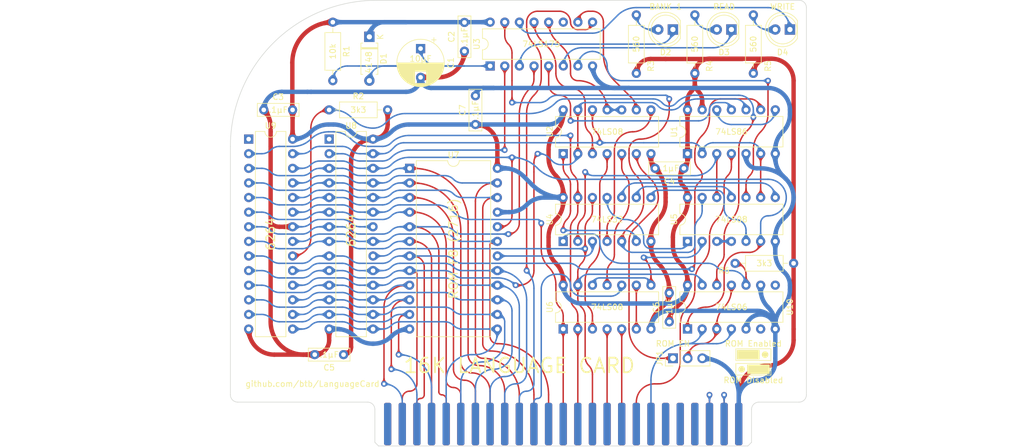
<source format=kicad_pcb>
(kicad_pcb (version 20211014) (generator pcbnew)
  (title_block (rev "0"))
  (layers (0 "F.Cu" signal) (31 "B.Cu" signal) (34 "B.Paste" user) (35 "F.Paste" user) (36 "B.SilkS" user "B.Silkscreen") (37 "F.SilkS" user "F.Silkscreen") (38 "B.Mask" user) (39 "F.Mask" user) (44 "Edge.Cuts" user))
  (net 0 "")
  (net 2 "Net-(J1-Pad28)")
  (net 3 "Net-(J1-Pad24)")
  (net 8 "+5V")
  (net 9 "GND")
  (net 17 "/A0")
  (net 18 "/A1")
  (net 19 "/A2")
  (net 20 "/A3")
  (net 21 "/A4")
  (net 22 "/A5")
  (net 23 "/A6")
  (net 24 "/A7")
  (net 25 "/A8")
  (net 26 "/A9")
  (net 27 "/A10")
  (net 28 "/A11")
  (net 29 "/A12")
  (net 30 "/A13")
  (net 31 "/A14")
  (net 32 "/A15")
  (net 33 "/~{ABNK}")
  (net 34 "Net-(D2-Pad2)")
  (net 35 "/~{RAMEN}")
  (net 37 "Net-(D3-Pad2)")
  (net 38 "/~{INH}")
  (net 39 "/~{WE}")
  (net 40 "/PHI0")
  (net 41 "/~{DEV}")
  (net 42 "/D7")
  (net 43 "/D6")
  (net 44 "/D5")
  (net 45 "/D4")
  (net 46 "Net-(D4-Pad2)")
  (net 47 "/R{slash}W")
  (net 49 "/~{A13}")
  (net 50 "/BR{slash}W")
  (net 51 "/~{R{slash}W}")
  (net 52 "Net-(U1-Pad11)")
  (net 53 "Net-(R6-Pad1)")
  (net 54 "/NEXT")
  (net 57 "/D3")
  (net 58 "/D2")
  (net 59 "/D1")
  (net 60 "/D0")
  (net 61 "Net-(U2-Pad4)")
  (net 62 "Net-(U5-Pad2)")
  (net 63 "/WE")
  (net 64 "/DFP")
  (net 65 "/RAMEN")
  (net 66 "/~{RESET}")
  (net 67 "/RAMCE")
  (net 68 "/ABNK")
  (net 69 "/ROMCE")
  (net 70 "/ROM")
  (net 72 "Net-(U6-Pad6)")
  (net 73 "Net-(U2-Pad5)")
  (net 74 "Net-(U2-Pad10)")
  (net 75 "Net-(U1-Pad12)")
  (net 77 "Net-(U4-Pad11)")
  (net 78 "Net-(U2-Pad1)")
  (net 79 "Net-(U2-Pad3)")
  (net 80 "Net-(U2-Pad8)")
  (net 82 "Net-(U4-Pad8)")
  (net 83 "Net-(U4-Pad9)")
  (net 84 "Net-(U4-Pad10)")
  (net 85 "Net-(U4-Pad3)")
  (footprint "Package_DIP:DIP-28_W7.62mm" (layer "F.Cu") (at 95.25 49.53)
    (fp_text reference "U8")
    (fp_text value "6264")
  )
  (footprint "Resistor_THT:R_Axial_DIN0207_L6.3mm_D2.5mm_P10.16mm_Horizontal" (layer "F.Cu") (at 158.75 27.94 -90)
    (fp_text reference "R4")
    (fp_text value "560")
  )
  (footprint "Connector_PinHeader_2.54mm:PinHeader_1x03_P2.54mm_Vertical" (layer "F.Cu") (at 154.955 87.63 90)
    (fp_text reference "JP1")
    (fp_text value "ROM EN")
  )
  (footprint "Resistor_THT:R_Axial_DIN0207_L6.3mm_D2.5mm_P10.16mm_Horizontal" (layer "F.Cu") (at 168.91 27.94 -90)
    (fp_text reference "R5")
    (fp_text value "560")
  )
  (footprint "Resistor_THT:R_Axial_DIN0207_L6.3mm_D2.5mm_P10.16mm_Horizontal" (layer "F.Cu") (at 165.735 71.12)
    (fp_text reference "R6")
    (fp_text value "3k3")
  )
  (footprint "Package_DIP:DIP-14_W7.62mm" (layer "F.Cu") (at 135.885 67.31 90)
    (fp_text reference "U4")
    (fp_text value "74LS32")
  )
  (footprint "Package_DIP:DIP-14_W7.62mm" (layer "F.Cu") (at 135.89 52.07 90)
    (fp_text reference "U2")
    (fp_text value "74LS08")
  )
  (footprint "Resistor_THT:R_Axial_DIN0207_L6.3mm_D2.5mm_P10.16mm_Horizontal" (layer "F.Cu") (at 148.59 27.94 -90)
    (fp_text reference "R3")
    (fp_text value "560")
  )
  (footprint "Diode_THT:D_A-405_P7.62mm_Horizontal" (layer "F.Cu") (at 102.235 31.75 -90)
    (fp_text reference "D1")
    (fp_text value "4148")
  )
  (footprint "Package_DIP:DIP-14_W7.62mm" (layer "F.Cu") (at 157.475 52.06 90)
    (fp_text reference "U1")
    (fp_text value "74LS86")
  )
  (footprint "Resistor_THT:R_Axial_DIN0207_L6.3mm_D2.5mm_P10.16mm_Horizontal" (layer "F.Cu") (at 95.25 44.45)
    (fp_text reference "R2")
    (fp_text value "3k3")
  )
  (footprint "Capacitor_THT:CP_Radial_D8.0mm_P5.00mm" (layer "F.Cu") (at 111.125 33.792349 -90)
    (fp_text reference "C1")
    (fp_text value "10μF")
  )
  (footprint "LED_THT:LED_D5.0mm" (layer "F.Cu") (at 175.26 30.48 180)
    (fp_text reference "D4")
    (fp_text value "WRITE")
  )
  (footprint "MySymbol:Jumper_SilkScreen" (layer "F.Cu") (at 168.91 89.535 180)
    (fp_text reference "REF**" hide)
    (fp_text value "ROM Disabled")
  )
  (footprint "Capacitor_THT:C_Rect_L7.0mm_W2.0mm_P5.00mm" (layer "F.Cu") (at 120.65 46.99 90)
    (fp_text reference "C7")
    (fp_text value ".1μF")
  )
  (footprint "Capacitor_THT:C_Rect_L7.0mm_W2.0mm_P5.00mm" (layer "F.Cu") (at 97.75 86.995 180)
    (fp_text reference "C5")
    (fp_text value ".1μF")
  )
  (footprint "Package_DIP:DIP-14_W7.62mm" (layer "F.Cu") (at 157.475 82.54 90)
    (fp_text reference "U10")
    (fp_text value "74LS06")
  )
  (footprint "Package_DIP:DIP-28_W7.62mm" (layer "F.Cu") (at 81.28 49.53)
    (fp_text reference "U9")
    (fp_text value "6264")
  )
  (footprint "Capacitor_THT:C_Rect_L7.0mm_W2.0mm_P5.00mm" (layer "F.Cu") (at 118.745 34.25 90)
    (fp_text reference "C2")
    (fp_text value ".1μF")
  )
  (footprint "Capacitor_THT:C_Rect_L7.0mm_W2.0mm_P5.00mm" (layer "F.Cu") (at 156.845 54.61 180)
    (fp_text reference "C4")
    (fp_text value ".1μF")
  )
  (footprint "Resistor_THT:R_Axial_DIN0207_L6.3mm_D2.5mm_P10.16mm_Horizontal" (layer "F.Cu") (at 95.885 29.21 -90)
    (fp_text reference "R1")
    (fp_text value "10k")
  )
  (footprint "Package_DIP:DIP-14_W7.62mm" (layer "F.Cu") (at 157.475 67.3 90)
    (fp_text reference "U5")
    (fp_text value "74LS08")
  )
  (footprint "LED_THT:LED_D5.0mm" (layer "F.Cu") (at 165.1 30.48 180)
    (fp_text reference "D3")
    (fp_text value "READ")
  )
  (footprint "Capacitor_THT:C_Rect_L7.0mm_W2.0mm_P5.00mm" (layer "F.Cu") (at 154.305 81.28 90)
    (fp_text reference "C6")
    (fp_text value ".1μF")
  )
  (footprint "Package_DIP:DIP-16_W7.62mm" (layer "F.Cu") (at 123.205 36.82 90)
    (fp_text reference "U3")
    (fp_text value "74LS175")
  )
  (footprint "Package_DIP:DIP-24_W15.24mm" (layer "F.Cu") (at 109.22 54.61)
    (fp_text reference "U7")
    (fp_text value "ROM F8 (2716)")
  )
  (footprint "MySymbol:Jumper_SilkScreen" (layer "F.Cu") (at 168.91 86.995)
    (fp_text reference "REF**" hide)
    (fp_text value "ROM Enabled")
  )
  (footprint "Capacitor_THT:C_Rect_L7.0mm_W2.0mm_P5.00mm" (layer "F.Cu") (at 83.9 44.45)
    (fp_text reference "C3")
    (fp_text value ".1μF")
  )
  (footprint "Apple2:Apple II Expansion Edge Connector" (layer "F.Cu") (at 119.38 94.107)
    (fp_text reference "J1")
    (fp_text value "Apple II Expansion Bus" hide)
  )
  (footprint "LED_THT:LED_D5.0mm" (layer "F.Cu") (at 154.94 30.48 180)
    (fp_text reference "D2")
    (fp_text value "BANK 1")
  )
  (footprint "Package_DIP:DIP-14_W7.62mm" (layer "F.Cu") (at 135.89 82.54 90)
    (fp_text reference "U6")
    (fp_text value "74LS08")
  )
  (gr_arc locked (start 79.375 95.25) (mid 78.476974 94.878026) (end 78.105 93.98) (layer "Edge.Cuts") (width 0.1))
  (gr_line (start 176.8475 25.4) (end 103.505 25.4) (layer "Edge.Cuts") (width 0.1))
  (gr_line locked (start 103.1875 102.235) (end 103.8225 102.87) (layer "Edge.Cuts") (width 0.1))
  (gr_line locked (start 169.8625 95.25) (end 176.8475 95.25) (layer "Edge.Cuts") (width 0.1))
  (gr_line (start 78.105 93.98) (end 78.105 50.8) (layer "Edge.Cuts") (width 0.1))
  (gr_arc locked (start 101.9175 95.25) (mid 102.815526 95.621974) (end 103.1875 96.52) (layer "Edge.Cuts") (width 0.1))
  (gr_line locked (start 178.1175 93.98) (end 178.1175 26.67) (layer "Edge.Cuts") (width 0.1))
  (gr_line locked (start 103.1875 96.52) (end 103.1875 102.235) (layer "Edge.Cuts") (width 0.1))
  (gr_line locked (start 79.375 95.25) (end 101.9175 95.25) (layer "Edge.Cuts") (width 0.1))
  (gr_arc locked (start 178.1175 93.98) (mid 177.745526 94.878026) (end 176.8475 95.25) (layer "Edge.Cuts") (width 0.1))
  (gr_arc locked (start 176.8475 25.4) (mid 177.745526 25.771974) (end 178.1175 26.67) (layer "Edge.Cuts") (width 0.1))
  (gr_line locked (start 167.9575 102.87) (end 103.8225 102.87) (layer "Edge.Cuts") (width 0.1))
  (gr_line locked (start 168.5925 96.52) (end 168.5925 102.235) (layer "Edge.Cuts") (width 0.1))
  (gr_arc locked (start 168.5925 96.52) (mid 168.964474 95.621974) (end 169.8625 95.25) (layer "Edge.Cuts") (width 0.1))
  (gr_line locked (start 168.5925 102.235) (end 167.9575 102.87) (layer "Edge.Cuts") (width 0.1))
  (gr_arc (start 78.105 50.8) (mid 85.544488 32.839488) (end 103.505 25.4) (layer "Edge.Cuts") (width 0.1))
  (gr_text "github.com/btb/LanguageCard" (at 80.645 92.075) (layer "F.SilkS") (effects (font (size 1 1)) (justify left)))
  (gr_text "16K LANGUAGE CARD" (at 128.27 88.9) (layer "F.SilkS") (effects (font (size 2.54 2.54) (thickness 0.3))))
  (segment (start 161.29 99.06) (end 161.29 93.98) (width 0.254) (layer "F.Cu") (net 2))
  (via (at 161.29 93.98) (size 1.016) (drill 0.508) (layers "F.Cu" "B.Cu") (net 2))
  (segment (start 161.29 93.98) (end 161.29 99.06) (width 0.254) (layer "B.Cu") (net 2))
  (segment (start 163.83 93.98) (end 163.83 99.06) (width 0.254) (layer "F.Cu") (net 3))
  (via (at 163.83 93.98) (size 1.016) (drill 0.508) (layers "F.Cu" "B.Cu") (net 3))
  (segment (start 163.83 99.06) (end 163.83 93.98) (width 0.254) (layer "B.Cu") (net 3))
  (segment (start 156.659013 57.599013) (end 156.845 57.785) (width 0.762) (layer "F.Cu") (net 8))
  (segment (start 88.9 45.125) (end 88.9 49.53) (width 0.762) (layer "F.Cu") (net 8))
  (segment (start 88.86 36.235) (end 88.86 45.085) (width 0.762) (layer "F.Cu") (net 8))
  (segment (start 135.885 59.69) (end 135.885 58.93398) (width 0.762) (layer "F.Cu") (net 8))
  (segment (start 133.35 68.053949) (end 133.35 66.566051) (width 0.762) (layer "F.Cu") (net 8))
  (segment (start 157.475 52.06) (end 157.475 44.44) (width 0.762) (layer "F.Cu") (net 8))
  (segment (start 160.015 42.795954) (end 160.015 44.44) (width 0.762) (layer "F.Cu") (net 8))
  (segment (start 105.41 44.45) (end 105.41 46.99) (width 0.762) (layer "F.Cu") (net 8))
  (segment (start 157.475 59.305954) (end 157.475 59.68) (width 0.762) (layer "F.Cu") (net 8))
  (segment (start 157.475 60.44602) (end 157.475 59.68) (width 0.762) (layer "F.Cu") (net 8))
  (segment (start 153.67 35.6) (end 151.09 35.6) (width 0.762) (layer "F.Cu") (net 8))
  (segment (start 166.37 99.06) (end 166.37 93.98) (width 0.762) (layer "F.Cu") (net 8))
  (segment (start 157.475 74.92) (end 157.475 75.05102) (width 0.762) (layer "F.Cu") (net 8))
  (segment (start 156.21 56.143025) (end 156.21 56.515) (width 0.762) (layer "F.Cu") (net 8))
  (segment (start 175.895 82.55) (end 175.895 39.37) (width 0.762) (layer "F.Cu") (net 8))
  (segment (start 157.475 44.44) (end 157.475 42.820096) (width 0.762) (layer "F.Cu") (net 8))
  (segment (start 158.75 39.741975) (end 158.75 38.1) (width 0.762) (layer "F.Cu") (net 8))
  (segment (start 172.085 35.56) (end 161.29 35.56) (width 0.762) (layer "F.Cu") (net 8))
  (segment (start 135.89 74.92) (end 135.89 74.186051) (width 0.762) (layer "F.Cu") (net 8))
  (segment (start 124.46 50.8) (end 124.46 54.61) (width 0.762) (layer "F.Cu") (net 8))
  (segment (start 157.475 52.06) (end 157.475 53.089046) (width 0.762) (layer "F.Cu") (net 8))
  (segment (start 99.06 53.34) (end 99.06 85.685) (width 0.762) (layer "F.Cu") (net 8))
  (segment (start 133.35 52.813949) (end 133.35 51.326051) (width 0.762) (layer "F.Cu") (net 8))
  (segment (start 135.885 60.44602) (end 135.885 59.69) (width 0.762) (layer "F.Cu") (net 8))
  (segment (start 175.895 84.455) (end 175.895 82.55) (width 0.762) (layer "F.Cu") (net 8))
  (segment (start 135.89 45.193949) (end 135.89 44.45) (width 0.762) (layer "F.Cu") (net 8))
  (segment (start 157.475 74.92) (end 157.475 74.17398) (width 0.762) (layer "F.Cu") (net 8))
  (segment (start 167.045 35.6) (end 153.67 35.6) (width 0.762) (layer "F.Cu") (net 8))
  (segment (start 156.21 78.105) (end 155.203026 79.111974) (width 0.762) (layer "F.Cu") (net 8))
  (segment (start 171.45 35.56) (end 172.085 35.56) (width 0.762) (layer "F.Cu") (net 8))
  (segment (start 154.94 68.053949) (end 154.94 66.566051) (width 0.762) (layer "F.Cu") (net 8))
  (arc (start 156.845 54.61) (mid 156.375031 55.313357) (end 156.21 56.143025) (width 0.762) (layer "F.Cu") (net 8))
  (arc (start 135.885 58.93398) (mid 135.556237 57.281178) (end 134.62 55.88) (width 0.762) (layer "F.Cu") (net 8))
  (arc (start 88.86 45.085) (mid 88.888284 45.096716) (end 88.9 45.125) (width 0.762) (layer "F.Cu") (net 8))
  (arc (start 161.29 35.56) (mid 159.493949 36.303949) (end 158.75 38.1) (width 0.762) (layer "F.Cu") (net 8))
  (arc (start 105.41 46.99) (mid 104.666051 48.786051) (end 102.87 49.53) (width 0.762) (layer "F.Cu") (net 8))
  (arc (start 168.91 38.1) (mid 169.653949 36.303949) (end 171.45 35.56) (width 0.762) (layer "F.Cu") (net 8))
  (arc (start 155.203026 79.111974) (mid 154.538389 80.106672) (end 154.305 81.28) (width 0.762) (layer "F.Cu") (net 8))
  (arc (start 102.87 49.53) (mid 100.175923 50.645923) (end 99.06 53.34) (width 0.762) (layer "F.Cu") (net 8))
  (arc (start 156.845 57.785) (mid 157.311268 58.48282) (end 157.475 59.305954) (width 0.762) (layer "F.Cu") (net 8))
  (arc (start 133.35 66.566051) (mid 133.680062 64.906717) (end 134.62 63.5) (width 0.762) (layer "F.Cu") (net 8))
  (arc (start 159.385 41.275) (mid 159.851268 41.97282) (end 160.015 42.795954) (width 0.762) (layer "F.Cu") (net 8))
  (arc (start 171.45 88.9) (mid 174.59309 87.59809) (end 175.895 84.455) (width 0.762) (layer "F.Cu") (net 8))
  (arc (start 156.21 56.515) (mid 156.326695 57.101664) (end 156.659013 57.599013) (width 0.762) (layer "F.Cu") (net 8))
  (arc (start 135.89 74.186051) (mid 135.559938 72.526716) (end 134.62 71.12) (width 0.762) (layer "F.Cu") (net 8))
  (arc (start 154.94 66.566051) (mid 155.270062 64.906717) (end 156.21 63.5) (width 0.762) (layer "F.Cu") (net 8))
  (arc (start 158.75 39.741975) (mid 158.915031 40.571642) (end 159.385 41.275) (width 0.762) (layer "F.Cu") (net 8))
  (arc (start 157.475 42.820096) (mid 157.64133 41.983896) (end 158.115 41.275) (width 0.762) (layer "F.Cu") (net 8))
  (arc (start 99.06 85.685) (mid 98.67631 86.61131) (end 97.75 86.995) (width 0.762) (layer "F.Cu") (net 8))
  (arc (start 157.475 53.089046) (mid 157.311268 53.91218) (end 156.845 54.61) (width 0.762) (layer "F.Cu") (net 8))
  (arc (start 156.21 63.5) (mid 157.146238 62.098822) (end 157.475 60.44602) (width 0.762) (layer "F.Cu") (net 8))
  (arc (start 157.475 74.17398) (mid 157.146237 72.521178) (end 156.21 71.12) (width 0.762) (layer "F.Cu") (net 8))
  (arc (start 134.62 48.26) (mid 135.559938 46.853284) (end 135.89 45.193949) (width 0.762) (layer "F.Cu") (net 8))
  (arc (start 166.37 93.98) (mid 167.857898 90.387898) (end 171.45 88.9) (width 0.762) (layer "F.Cu") (net 8))
  (arc (start 151.09 35.6) (mid 149.322233 36.332233) (end 148.59 38.1) (width 0.762) (layer "F.Cu") (net 8))
  (arc (start 134.62 71.12) (mid 133.680062 69.713284) (end 133.35 68.053949) (width 0.762) (layer "F.Cu") (net 8))
  (arc (start 133.35 51.326051) (mid 133.680062 49.666717) (end 134.62 48.26) (width 0.762) (layer "F.Cu") (net 8))
  (arc (start 158.115 41.275) (mid 158.584969 40.571642) (end 158.75 39.741975) (width 0.762) (layer "F.Cu") (net 8))
  (arc (start 157.475 75.05102) (mid 157.146237 76.703822) (end 156.21 78.105) (width 0.762) (layer "F.Cu") (net 8))
  (arc (start 156.21 71.12) (mid 155.270062 69.713284) (end 154.94 68.053949) (width 0.762) (layer "F.Cu") (net 8))
  (arc (start 134.62 63.5) (mid 135.556238 62.098822) (end 135.885 60.44602) (width 0.762) (layer "F.Cu") (net 8))
  (arc (start 134.62 55.88) (mid 133.680062 54.473284) (end 133.35 52.813949) (width 0.762) (layer "F.Cu") (net 8))
  (arc (start 120.65 46.99) (mid 123.344077 48.105923) (end 124.46 50.8) (width 0.762) (layer "F.Cu") (net 8))
  (arc (start 175.895 39.37) (mid 174.779077 36.675923) (end 172.085 35.56) (width 0.762) (layer "F.Cu") (net 8))
  (arc (start 95.885 29.21) (mid 90.917575 31.267575) (end 88.86 36.235) (width 0.762) (layer "F.Cu") (net 8))
  (segment (start 108.595 29.2) (end 95.895 29.2) (width 0.762) (layer "B.Cu") (net 8))
  (segment (start 88.9 49.53) (end 89.008949 49.53) (width 0.762) (layer "B.Cu") (net 8))
  (segment (start 104.785 29.2) (end 108.595 29.2) (width 0.762) (layer "B.Cu") (net 8))
  (segment (start 139.075 78.105) (end 154.29 78.105) (width 0.762) (layer "B.Cu") (net 8))
  (segment (start 124.46 54.61) (end 125.73 54.61) (width 0.762) (layer "B.Cu") (net 8))
  (segment (start 123.205 29.2) (end 108.595 29.2) (width 0.762) (layer "B.Cu") (net 8))
  (segment (start 128.982039 55.957038) (end 129.54 56.515) (width 0.762) (layer "B.Cu") (net 8))
  (segment (start 132.606051 59.69) (end 133.985 59.69) (width 0.762) (layer "B.Cu") (net 8))
  (segment (start 129.54 56.515) (end 130.473471 57.448471) (width 0.762) (layer "B.Cu") (net 8))
  (segment (start 124.46 62.23) (end 126.473949 62.23) (width 0.762) (layer "B.Cu") (net 8))
  (segment (start 102.126051 49.53) (end 102.87 49.53) (width 0.762) (layer "B.Cu") (net 8))
  (segment (start 109.111051 46.99) (end 133.35 46.99) (width 0.762) (layer "B.Cu") (net 8))
  (segment (start 135.885 59.69) (end 133.985 59.69) (width 0.762) (layer "B.Cu") (net 8))
  (segment (start 95.141051 46.99) (end 95.993949 46.99) (width 0.762) (layer "B.Cu") (net 8))
  (segment (start 102.87 49.53) (end 102.978949 49.53) (width 0.762) (layer "B.Cu") (net 8))
  (arc (start 95.993949 46.99) (mid 97.653283 47.320063) (end 99.06 48.26) (width 0.762) (layer "B.Cu") (net 8))
  (arc (start 129.54 60.96) (mid 130.946716 60.020062) (end 132.606051 59.69) (width 0.762) (layer "B.Cu") (net 8))
  (arc (start 130.473471 57.448471) (mid 132.956302 59.107445) (end 135.885 59.69) (width 0.762) (layer "B.Cu") (net 8))
  (arc (start 154.29 78.105) (mid 156.542135 77.172135) (end 157.475 74.92) (width 0.762) (layer "B.Cu") (net 8))
  (arc (start 92.075 48.26) (mid 93.481716 47.320062) (end 95.141051 46.99) (width 0.762) (layer "B.Cu") (net 8))
  (arc (start 99.06 48.26) (mid 100.466716 49.199938) (end 102.126051 49.53) (width 0.762) (layer "B.Cu") (net 8))
  (arc (start 95.895 29.2) (mid 95.887929 29.202929) (end 95.885 29.21) (width 0.762) (layer "B.Cu") (net 8))
  (arc (start 102.235 31.75) (mid 102.981878 29.946878) (end 104.785 29.2) (width 0.762) (layer "B.Cu") (net 8))
  (arc (start 89.008949 49.53) (mid 90.668284 49.199937) (end 92.075 48.26) (width 0.762) (layer "B.Cu") (net 8))
  (arc (start 106.045 48.26) (mid 107.451716 47.320062) (end 109.111051 46.99) (width 0.762) (layer "B.Cu") (net 8))
  (arc (start 126.473949 62.23) (mid 128.133284 61.899937) (end 129.54 60.96) (width 0.762) (layer "B.Cu") (net 8))
  (arc (start 133.35 46.99) (mid 135.146051 46.246051) (end 135.89 44.45) (width 0.762) (layer "B.Cu") (net 8))
  (arc (start 125.73 54.61) (mid 127.489991 54.960084) (end 128.982039 55.957038) (width 0.762) (layer "B.Cu") (net 8))
  (arc (start 102.978949 49.53) (mid 104.638284 49.199937) (end 106.045 48.26) (width 0.762) (layer "B.Cu") (net 8))
  (arc (start 135.89 74.92) (mid 136.822865 77.172135) (end 139.075 78.105) (width 0.762) (layer "B.Cu") (net 8))
  (segment (start 154.305 76.28) (end 154.305 75.719076) (width 0.762) (layer "F.Cu") (net 9))
  (segment (start 88.9 64.77) (end 86.623025 64.77) (width 0.762) (layer "F.Cu") (net 9))
  (segment (start 85.09 48.26) (end 85.09 47.322914) (width 0.762) (layer "F.Cu") (net 9))
  (segment (start 85.09 50.8) (end 85.09 48.26) (width 0.762) (layer "F.Cu") (net 9))
  (segment (start 151.125 68.041878) (end 151.125 67.31) (width 0.762) (layer "F.Cu") (net 9))
  (segment (start 92.75 86.995) (end 90.805 86.995) (width 0.762) (layer "F.Cu") (net 9))
  (segment (start 153.67 60.433949) (end 153.67 59.69) (width 0.762) (layer "F.Cu") (net 9))
  (segment (start 151.13 52.07) (end 151.13 52.883838) (width 0.762) (layer "F.Cu") (net 9))
  (segment (start 111.125 38.792349) (end 114.202651 38.792349) (width 0.762) (layer "F.Cu") (net 9))
  (segment (start 85.09 81.28) (end 85.09 64.135) (width 0.762) (layer "F.Cu") (net 9))
  (segment (start 92.75 86.995) (end 85.725 86.995) (width 0.762) (layer "F.Cu") (net 9))
  (segment (start 151.125 67.31) (end 151.125 66.578122) (width 0.762) (layer "F.Cu") (net 9))
  (segment (start 153.67 59.015939) (end 153.67 59.69) (width 0.762) (layer "F.Cu") (net 9))
  (segment (start 151.13 82.54) (end 151.13 82.441051) (width 0.762) (layer "F.Cu") (net 9))
  (segment (start 152.4 79.375) (end 153.463542 78.311458) (width 0.762) (layer "F.Cu") (net 9))
  (segment (start 95.25 82.55) (end 95.25 84.495) (width 0.762) (layer "F.Cu") (net 9))
  (segment (start 85.09 64.135) (end 85.09 50.8) (width 0.762) (layer "F.Cu") (net 9))
  (arc (start 85.09 47.322914) (mid 84.780729 45.768104) (end 83.9 44.45) (width 0.762) (layer "F.Cu") (net 9))
  (arc (start 85.725 86.995) (mid 82.58191 85.69309) (end 81.28 82.55) (width 0.762) (layer "F.Cu") (net 9))
  (arc (start 90.805 86.995) (mid 86.763885 85.321115) (end 85.09 81.28) (width 0.762) (layer "F.Cu") (net 9))
  (arc (start 152.4 71.12) (mid 151.456361 69.707746) (end 151.125 68.041878) (width 0.762) (layer "F.Cu") (net 9))
  (arc (start 86.623025 64.77) (mid 85.793358 64.604969) (end 85.09 64.135) (width 0.762) (layer "F.Cu") (net 9))
  (arc (start 151.13 52.883838) (mid 151.315823 53.81803) (end 151.845 54.61) (width 0.762) (layer "F.Cu") (net 9))
  (arc (start 151.125 66.578122) (mid 151.456362 64.912255) (end 152.4 63.5) (width 0.762) (layer "F.Cu") (net 9))
  (arc (start 153.463542 78.311458) (mid 154.086312 77.379417) (end 154.305 76.28) (width 0.762) (layer "F.Cu") (net 9))
  (arc (start 95.25 84.495) (mid 94.517767 86.262767) (end 92.75 86.995) (width 0.762) (layer "F.Cu") (net 9))
  (arc (start 151.13 82.441051) (mid 151.460062 80.781717) (end 152.4 79.375) (width 0.762) (layer "F.Cu") (net 9))
  (arc (start 114.202651 38.792349) (mid 117.414577 37.461926) (end 118.745 34.25) (width 0.762) (layer "F.Cu") (net 9))
  (arc (start 151.845 54.61) (mid 153.195698 56.631462) (end 153.67 59.015939) (width 0.762) (layer "F.Cu") (net 9))
  (arc (start 154.305 75.719076) (mid 153.809907 73.230074) (end 152.4 71.12) (width 0.762) (layer "F.Cu") (net 9))
  (arc (start 152.4 63.5) (mid 153.339938 62.093284) (end 153.67 60.433949) (width 0.762) (layer "F.Cu") (net 9))
  (segment (start 175.26 45.193949) (end 175.26 44.45) (width 0.762) (layer "B.Cu") (net 9))
  (segment (start 147.32 40.64) (end 144.805 40.64) (width 0.762) (layer "B.Cu") (net 9))
  (segment (start 92.115 41.315) (end 91.48 41.315) (width 0.762) (layer "B.Cu") (net 9))
  (segment (start 170.185 80.01) (end 170.165 80.01) (width 0.762) (layer "B.Cu") (net 9))
  (segment (start 173.99 55.88) (end 174.547961 56.437961) (width 0.762) (layer "B.Cu") (net 9))
  (segment (start 125.095 40.64) (end 147.32 40.64) (width 0.762) (layer "B.Cu") (net 9))
  (segment (start 172.72 88.265) (end 172.72 87.63) (width 0.762) (layer "B.Cu") (net 9))
  (segment (start 175.26 74.93) (end 175.26 75.673949) (width 0.762) (layer "B.Cu") (net 9))
  (segment (start 171.45 40.64) (end 147.32 40.64) (width 0.762) (layer "B.Cu") (net 9))
  (segment (start 167.635 52.7) (end 167.635 52.06) (width 0.762) (layer "B.Cu") (net 9))
  (segment (start 102.87 64.77) (end 100.593025 64.77) (width 0.254) (layer "B.Cu") (net 9))
  (segment (start 174.547962 62.942039) (end 173.99 63.5) (width 0.762) (layer "B.Cu") (net 9))
  (segment (start 102.978949 85.09) (end 102.761051 85.09) (width 0.762) (layer "B.Cu") (net 9))
  (segment (start 172.715 52.06) (end 172.715 51.338122) (width 0.762) (layer "B.Cu") (net 9))
  (segment (start 108.602349 41.315) (end 92.115 41.315) (width 0.762) (layer "B.Cu") (net 9))
  (segment (start 91.48 41.315) (end 87.035 41.315) (width 0.762) (layer "B.Cu") (net 9))
  (segment (start 166.37 99.06) (end 166.37 95.25) (width 0.762) (layer "B.Cu") (net 9))
  (segment (start 174.547961 56.437961) (end 174.516051 56.406051) (width 0.762) (layer "B.Cu") (net 9))
  (segment (start 166.37 95.25) (end 166.37 93.965) (width 0.762) (layer "B.Cu") (net 9))
  (segment (start 173.99 72.39) (end 174.361974 72.761974) (width 0.762) (layer "B.Cu") (net 9))
  (segment (start 169.55 79.375) (end 154.295 79.375) (width 0.762) (layer "B.Cu") (net 9))
  (segment (start 170.18 54.61) (end 169.545 54.61) (width 0.762) (layer "B.Cu") (net 9))
  (segment (start 166.37 95.25) (end 166.37 94.615) (width 0.762) (layer "B.Cu") (net 9))
  (segment (start 123.825 40.64) (end 122 40.64) (width 0.762) (layer "B.Cu") (net 9))
  (segment (start 90.541975 64.77) (end 88.9 64.77) (width 0.254) (layer "B.Cu") (net 9))
  (segment (start 172.72 67.287929) (end 172.72 66.566051) (width 0.762) (layer "B.Cu") (net 9))
  (segment (start 172.715 82.54) (end 172.715 81.79398) (width 0.762) (layer "B.Cu") (net 9))
  (segment (start 172.72 81.806051) (end 172.72 87.63) (width 0.762) (layer "B.Cu") (net 9))
  (segment (start 97.526975 63.5) (end 93.608025 63.5) (width 0.254) (layer "B.Cu") (net 9))
  (segment (start 125.095 40.64) (end 123.825 40.64) (width 0.762) (layer "B.Cu") (net 9))
  (segment (start 172.715 52.801878) (end 172.715 52.06) (width 0.762) (layer "B.Cu") (net 9))
  (segment (start 172.715 67.3) (end 172.715 69.311878) (width 0.762) (layer "B.Cu") (net 9))
  (segment (start 123.825 40.64) (end 112.972651 40.64) (width 0.762) (layer "B.Cu") (net 9))
  (segment (start 172.715 52.075) (end 172.715 52.06) (width 0.762) (layer "B.Cu") (net 9))
  (segment (start 109.22 82.55) (end 109.111051 82.55) (width 0.762) (layer "B.Cu") (net 9))
  (segment (start 96.628949 82.55) (end 95.25 82.55) (width 0.762) (layer "B.Cu") (net 9))
  (segment (start 170.175 75.661878) (end 170.175 74.92) (width 0.762) (layer "B.Cu") (net 9))
  (arc (start 144.805 40.64) (mid 142.103852 39.521148) (end 140.985 36.82) (width 0.762) (layer "B.Cu") (net 9))
  (arc (start 169.545 91.44) (mid 171.790064 90.510064) (end 172.72 88.265) (width 0.762) (layer "B.Cu") (net 9))
  (arc (start 171.45 78.74) (mid 170.506361 77.327746) (end 170.175 75.661878) (width 0.762) (layer "B.Cu") (net 9))
  (arc (start 173.99 55.88) (mid 173.046361 54.467746) (end 172.715 52.801878) (width 0.762) (layer "B.Cu") (net 9))
  (arc (start 172.715 82.54) (mid 171.787993 80.302007) (end 169.55 79.375) (width 0.762) (layer "B.Cu") (net 9))
  (arc (start 172.715 67.3) (mid 172.718701 67.294462) (end 172.72 67.287929) (width 0.762) (layer "B.Cu") (net 9))
  (arc (start 174.361974 72.761974) (mid 175.02661 73.756673) (end 175.26 74.93) (width 0.762) (layer "B.Cu") (net 9))
  (arc (start 99.695 83.82) (mid 98.288284 82.880062) (end 96.628949 82.55) (width 0.762) (layer "B.Cu") (net 9))
  (arc (start 92.075 64.135) (mid 91.371642 64.604969) (end 90.541975 64.77) (width 0.254) (layer "B.Cu") (net 9))
  (arc (start 175.26 44.45) (mid 174.144077 41.755923) (end 171.45 40.64) (width 0.762) (layer "B.Cu") (net 9))
  (arc (start 172.715 69.311878) (mid 173.046362 70.977745) (end 173.99 72.39) (width 0.762) (layer "B.Cu") (net 9))
  (arc (start 173.99 78.74) (mid 173.050062 80.146717) (end 172.72 81.806051) (width 0.762) (layer "B.Cu") (net 9))
  (arc (start 175.26 75.673949) (mid 174.929938 77.333284) (end 173.99 78.74) (width 0.762) (layer "B.Cu") (net 9))
  (arc (start 166.37 94.615) (mid 167.299936 92.369936) (end 169.545 91.44) (width 0.762) (layer "B.Cu") (net 9))
  (arc (start 99.06 64.135) (mid 98.356642 63.665031) (end 97.526975 63.5) (width 0.254) (layer "B.Cu") (net 9))
  (arc (start 172.72 66.566051) (mid 173.050062 64.906717) (end 173.99 63.5) (width 0.762) (layer "B.Cu") (net 9))
  (arc (start 111.125 38.792349) (mid 110.386133 40.576133) (end 108.602349 41.315) (width 0.762) (layer "B.Cu") (net 9))
  (arc (start 172.715 81.79398) (mid 172.386237 80.141178) (end 171.45 78.74) (width 0.762) (layer "B.Cu") (net 9))
  (arc (start 109.111051 82.55) (mid 107.451717 82.880062) (end 106.045 83.82) (width 0.762) (layer "B.Cu") (net 9))
  (arc (start 102.761051 85.09) (mid 101.101716 84.759938) (end 99.695 83.82) (width 0.762) (layer "B.Cu") (net 9))
  (arc (start 172.715 51.338122) (mid 173.046362 49.672255) (end 173.99 48.26) (width 0.762) (layer "B.Cu") (net 9))
  (arc (start 87.035 41.315) (mid 84.81822 42.23322) (end 83.9 44.45) (width 0.762) (layer "B.Cu") (net 9))
  (arc (start 170.165 80.01) (mid 168.37602 80.75102) (end 167.635 82.54) (width 0.762) (layer "B.Cu") (net 9))
  (arc (start 174.547961 56.437961) (mid 175.544916 57.930009) (end 175.895 59.69) (width 0.762) (layer "B.Cu") (net 9))
  (arc (start 169.545 54.61) (mid 168.194426 54.050574) (end 167.635 52.7) (width 0.762) (layer "B.Cu") (net 9))
  (arc (start 173.99 48.26) (mid 174.929938 46.853284) (end 175.26 45.193949) (width 0.762) (layer "B.Cu") (net 9))
  (arc (start 100.593025 64.77) (mid 99.763358 64.604969) (end 99.06 64.135) (width 0.254) (layer "B.Cu") (net 9))
  (arc (start 112.972651 40.64) (mid 111.666164 40.098836) (end 111.125 38.792349) (width 0.762) (layer "B.Cu") (net 9))
  (arc (start 154.295 79.375) (mid 152.057007 80.302007) (end 151.13 82.54) (width 0.762) (layer "B.Cu") (net 9))
  (arc (start 175.895 59.69) (mid 175.544916 61.449991) (end 174.547962 62.942039) (width 0.762) (layer "B.Cu") (net 9))
  (arc (start 122 40.64) (mid 121.045406 41.035406) (end 120.65 41.99) (width 0.762) (layer "B.Cu") (net 9))
  (arc (start 106.045 83.82) (mid 104.638284 84.759938) (end 102.978949 85.09) (width 0.762) (layer "B.Cu") (net 9))
  (arc (start 172.715 82.54) (mid 171.97398 80.75102) (end 170.185 80.01) (width 0.762) (layer "B.Cu") (net 9))
  (arc (start 166.37 93.965) (mid 164.514521 89.485479) (end 160.035 87.63) (width 0.762) (layer "B.Cu") (net 9))
  (arc (start 174.516051 56.406051) (mid 172.526654 55.076778) (end 170.18 54.61) (width 0.762) (layer "B.Cu") (net 9))
  (arc (start 93.608025 63.5) (mid 92.778358 63.665031) (end 92.075 64.135) (width 0.254) (layer "B.Cu") (net 9))
  (segment (start 110.49 73.025) (end 110.49 92.075) (width 0.254) (layer "F.Cu") (net 17))
  (segment (start 138.43 52.07) (end 138.43 44.45) (width 0.254) (layer "F.Cu") (net 17))
  (segment (start 107.95 94.615) (end 107.95 99.06) (width 0.254) (layer "F.Cu") (net 17))
  (segment (start 127.635 74.93) (end 128.27 74.93) (width 0.254) (layer "F.Cu") (net 17))
  (segment (start 109.22 72.39) (end 109.855 72.39) (width 0.254) (layer "F.Cu") (net 17))
  (segment (start 130.81 55.245) (end 130.81 53.603025) (width 0.254) (layer "F.Cu") (net 17))
  (segment (start 130.81 72.39) (end 130.81 55.245) (width 0.254) (layer "F.Cu") (net 17))
  (via (at 127.635 74.93) (size 1.016) (drill 0.508) (layers "F.Cu" "B.Cu") (net 17))
  (via (at 131.445 52.07) (size 1.016) (drill 0.508) (layers "F.Cu" "B.Cu") (net 17))
  (arc (start 130.81 53.603025) (mid 130.975031 52.773358) (end 131.445 52.07) (width 0.254) (layer "F.Cu") (net 17))
  (arc (start 110.49 92.075) (mid 110.118026 92.973026) (end 109.22 93.345) (width 0.254) (layer "F.Cu") (net 17))
  (arc (start 128.27 74.93) (mid 130.066051 74.186051) (end 130.81 72.39) (width 0.254) (layer "F.Cu") (net 17))
  (arc (start 109.22 93.345) (mid 108.321974 93.716974) (end 107.95 94.615) (width 0.254) (layer "F.Cu") (net 17))
  (arc (start 109.855 72.39) (mid 110.304013 72.575987) (end 110.49 73.025) (width 0.254) (layer "F.Cu") (net 17))
  (segment (start 152.214013 43.629013) (end 152.4 43.815) (width 0.254) (layer "B.Cu") (net 17))
  (segment (start 159.276051 42.545) (end 165.74 42.545) (width 0.254) (layer "B.Cu") (net 17))
  (segment (start 109.22 72.39) (end 107.578025 72.39) (width 0.254) (layer "B.Cu") (net 17))
  (segment (start 90.541975 73.66) (end 86.623025 73.66) (width 0.254) (layer "B.Cu") (net 17))
  (segment (start 97.526975 72.39) (end 95.25 72.39) (width 0.254) (layer "B.Cu") (net 17))
  (segment (start 83.556975 72.39) (end 81.28 72.39) (width 0.254) (layer "B.Cu") (net 17))
  (segment (start 139.7 43.18) (end 151.13 43.18) (width 0.254) (layer "B.Cu") (net 17))
  (segment (start 153.933025 44.45) (end 154.676975 44.45) (width 0.254) (layer "B.Cu") (net 17))
  (segment (start 124.46 73.66) (end 124.568949 73.66) (width 0.254) (layer "B.Cu") (net 17))
  (segment (start 133.35 52.705) (end 133.985 53.34) (width 0.254) (layer "B.Cu") (net 17))
  (segment (start 104.511975 73.66) (end 100.593025 73.66) (width 0.254) (layer "B.Cu") (net 17))
  (segment (start 135.518025 53.975) (end 136.525 53.975) (width 0.254) (layer "B.Cu") (net 17))
  (segment (start 115.306975 72.39) (end 109.22 72.39) (width 0.254) (layer "B.Cu") (net 17))
  (segment (start 131.445 52.07) (end 131.816975 52.07) (width 0.254) (layer "B.Cu") (net 17))
  (segment (start 124.46 73.66) (end 118.373025 73.66) (width 0.254) (layer "B.Cu") (net 17))
  (segment (start 95.25 72.39) (end 93.608025 72.39) (width 0.254) (layer "B.Cu") (net 17))
  (arc (start 154.676975 44.45) (mid 155.506642 44.284969) (end 156.21 43.815) (width 0.254) (layer "B.Cu") (net 17))
  (arc (start 99.06 73.025) (mid 98.356642 72.555031) (end 97.526975 72.39) (width 0.254) (layer "B.Cu") (net 17))
  (arc (start 138.43 44.45) (mid 138.801974 43.551974) (end 139.7 43.18) (width 0.254) (layer "B.Cu") (net 17))
  (arc (start 93.608025 72.39) (mid 92.778358 72.555031) (end 92.075 73.025) (width 0.254) (layer "B.Cu") (net 17))
  (arc (start 100.593025 73.66) (mid 99.763358 73.494969) (end 99.06 73.025) (width 0.254) (layer "B.Cu") (net 17))
  (arc (start 131.816975 52.07) (mid 132.646642 52.235031) (end 133.35 52.705) (width 0.254) (layer "B.Cu") (net 17))
  (arc (start 116.84 73.025) (mid 116.136642 72.555031) (end 115.306975 72.39) (width 0.254) (layer "B.Cu") (net 17))
  (arc (start 156.21 43.815) (mid 157.616716 42.875062) (end 159.276051 42.545) (width 0.254) (layer "B.Cu") (net 17))
  (arc (start 152.4 43.815) (mid 153.103358 44.284969) (end 153.933025 44.45) (width 0.254) (layer "B.Cu") (net 17))
  (arc (start 133.985 53.34) (mid 134.688358 53.809969) (end 135.518025 53.975) (width 0.254) (layer "B.Cu") (net 17))
  (arc (start 136.525 53.975) (mid 137.872038 53.417038) (end 138.43 52.07) (width 0.254) (layer "B.Cu") (net 17))
  (arc (start 106.045 73.025) (mid 105.341642 73.494969) (end 104.511975 73.66) (width 0.254) (layer "B.Cu") (net 17))
  (arc (start 85.09 73.025) (mid 84.386642 72.555031) (end 83.556975 72.39) (width 0.254) (layer "B.Cu") (net 17))
  (arc (start 151.13 43.18) (mid 151.716664 43.296695) (end 152.214013 43.629013) (width 0.254) (layer "B.Cu") (net 17))
  (arc (start 118.373025 73.66) (mid 117.543358 73.494969) (end 116.84 73.025) (width 0.254) (layer "B.Cu") (net 17))
  (arc (start 86.623025 73.66) (mid 85.793358 73.494969) (end 85.09 73.025) (width 0.254) (layer "B.Cu") (net 17))
  (arc (start 107.578025 72.39) (mid 106.748358 72.555031) (end 106.045 73.025) (width 0.254) (layer "B.Cu") (net 17))
  (arc (start 124.568949 73.66) (mid 126.228283 73.990063) (end 127.635 74.93) (width 0.254) (layer "B.Cu") (net 17))
  (arc (start 165.74 42.545) (mid 167.079967 43.100033) (end 167.635 44.44) (width 0.254) (layer "B.Cu") (net 17))
  (arc (start 92.075 73.025) (mid 91.371642 73.494969) (end 90.541975 73.66) (width 0.254) (layer "B.Cu") (net 17))
  (segment (start 110.49 95.25) (end 110.49 99.06) (width 0.254) (layer "F.Cu") (net 18))
  (segment (start 159.570987 54.795987) (end 159.385 54.61) (width 0.254) (layer "F.Cu") (net 18))
  (segment (start 111.76 71.755) (end 111.76 93.98) (width 0.254) (layer "F.Cu") (net 18))
  (segment (start 158.75 59.69) (end 158.75 58.683025) (width 0.254) (layer "F.Cu") (net 18))
  (segment (start 163.195 42.545) (end 168.28 42.545) (width 0.254) (layer "F.Cu") (net 18))
  (segment (start 158.75 53.076975) (end 158.75 51.961051) (width 0.254) (layer "F.Cu") (net 18))
  (segment (start 109.22 69.85) (end 109.855 69.85) (width 0.254) (layer "F.Cu") (net 18))
  (segment (start 159.385 57.15) (end 159.570987 56.964013) (width 0.254) (layer "F.Cu") (net 18))
  (segment (start 158.75 70.90958) (end 158.75 59.69) (width 0.254) (layer "F.Cu") (net 18))
  (segment (start 161.29 45.828949) (end 161.29 44.45) (width 0.254) (layer "F.Cu") (net 18))
  (via (at 158.242 72.136) (size 1.016) (drill 0.508) (layers "F.Cu" "B.Cu") (net 18))
  (arc (start 109.855 69.85) (mid 111.202038 70.407962) (end 111.76 71.755) (width 0.254) (layer "F.Cu") (net 18))
  (arc (start 159.385 54.61) (mid 158.915031 53.906642) (end 158.75 53.076975) (width 0.254) (layer "F.Cu") (net 18))
  (arc (start 168.28 42.545) (mid 169.619967 43.100033) (end 170.175 44.44) (width 0.254) (layer "F.Cu") (net 18))
  (arc (start 158.242 72.136) (mid 158.617975 71.573314) (end 158.75 70.90958) (width 0.254) (layer "F.Cu") (net 18))
  (arc (start 111.76 93.98) (mid 111.574013 94.429013) (end 111.125 94.615) (width 0.254) (layer "F.Cu") (net 18))
  (arc (start 111.125 94.615) (mid 110.675987 94.800987) (end 110.49 95.25) (width 0.254) (layer "F.Cu") (net 18))
  (arc (start 159.570987 56.964013) (mid 159.903306 56.466664) (end 160.02 55.88) (width 0.254) (layer "F.Cu") (net 18))
  (arc (start 160.02 55.88) (mid 159.903305 55.293336) (end 159.570987 54.795987) (width 0.254) (layer "F.Cu") (net 18))
  (arc (start 160.02 48.895) (mid 160.959937 47.488284) (end 161.29 45.828949) (width 0.254) (layer "F.Cu") (net 18))
  (arc (start 161.29 44.45) (mid 161.847962 43.102962) (end 163.195 42.545) (width 0.254) (layer "F.Cu") (net 18))
  (arc (start 158.75 58.683025) (mid 158.915031 57.853358) (end 159.385 57.15) (width 0.254) (layer "F.Cu") (net 18))
  (arc (start 158.75 51.961051) (mid 159.080062 50.301716) (end 160.02 48.895) (width 0.254) (layer "F.Cu") (net 18))
  (segment (start 109.22 69.85) (end 115.306975 69.85) (width 0.254) (layer "B.Cu") (net 18))
  (segment (start 118.373025 71.12) (end 135.89 71.12) (width 0.254) (layer "B.Cu") (net 18))
  (segment (start 95.25 69.85) (end 93.608025 69.85) (width 0.254) (layer "B.Cu") (net 18))
  (segment (start 109.22 69.85) (end 107.578025 69.85) (width 0.254) (layer "B.Cu") (net 18))
  (segment (start 104.511975 71.12) (end 100.593025 71.12) (width 0.254) (layer "B.Cu") (net 18))
  (segment (start 83.556975 69.85) (end 81.28 69.85) (width 0.254) (layer "B.Cu") (net 18))
  (segment (start 158.242 72.136) (end 139.349815 72.136) (width 0.254) (layer "B.Cu") (net 18))
  (segment (start 90.541975 71.12) (end 86.623025 71.12) (width 0.254) (layer "B.Cu") (net 18))
  (segment (start 97.526975 69.85) (end 95.25 69.85) (width 0.254) (layer "B.Cu") (net 18))
  (segment (start 135.89 71.12) (end 136.896975 71.12) (width 0.254) (layer "B.Cu") (net 18))
  (arc (start 85.09 70.485) (mid 84.386642 70.015031) (end 83.556975 69.85) (width 0.254) (layer "B.Cu") (net 18))
  (arc (start 107.578025 69.85) (mid 106.748358 70.015031) (end 106.045 70.485) (width 0.254) (layer "B.Cu") (net 18))
  (arc (start 116.84 70.485) (mid 117.543358 70.954969) (end 118.373025 71.12) (width 0.254) (layer "B.Cu") (net 18))
  (arc (start 115.306975 69.85) (mid 116.136642 70.015031) (end 116.84 70.485) (width 0.254) (layer "B.Cu") (net 18))
  (arc (start 99.06 70.485) (mid 98.356642 70.015031) (end 97.526975 69.85) (width 0.254) (layer "B.Cu") (net 18))
  (arc (start 92.075 70.485) (mid 91.371642 70.954969) (end 90.541975 71.12) (width 0.254) (layer "B.Cu") (net 18))
  (arc (start 100.593025 71.12) (mid 99.763358 70.954969) (end 99.06 70.485) (width 0.254) (layer "B.Cu") (net 18))
  (arc (start 139.349815 72.136) (mid 138.852015 72.036981) (end 138.43 71.755) (width 0.254) (layer "B.Cu") (net 18))
  (arc (start 93.608025 69.85) (mid 92.778358 70.015031) (end 92.075 70.485) (width 0.254) (layer "B.Cu") (net 18))
  (arc (start 86.623025 71.12) (mid 85.793358 70.954969) (end 85.09 70.485) (width 0.254) (layer "B.Cu") (net 18))
  (arc (start 136.896975 71.12) (mid 137.726642 71.285031) (end 138.43 71.755) (width 0.254) (layer "B.Cu") (net 18))
  (arc (start 106.045 70.485) (mid 105.341642 70.954969) (end 104.511975 71.12) (width 0.254) (layer "B.Cu") (net 18))
  (segment (start 109.22 67.31) (end 109.855 67.31) (width 0.254) (layer "F.Cu") (net 19))
  (segment (start 113.03 70.485) (end 113.03 99.06) (width 0.254) (layer "F.Cu") (net 19))
  (arc (start 109.855 67.31) (mid 112.100064 68.239936) (end 113.03 70.485) (width 0.254) (layer "F.Cu") (net 19))
  (segment (start 90.541975 68.58) (end 86.623025 68.58) (width 0.254) (layer "B.Cu") (net 19))
  (segment (start 95.25 67.31) (end 97.526975 67.31) (width 0.254) (layer "B.Cu") (net 19))
  (segment (start 95.25 67.31) (end 93.608025 67.31) (width 0.254) (layer "B.Cu") (net 19))
  (segment (start 100.593025 68.58) (end 104.511975 68.58) (width 0.254) (layer "B.Cu") (net 19))
  (segment (start 83.556975 67.31) (end 81.28 67.31) (width 0.254) (layer "B.Cu") (net 19))
  (segment (start 107.578025 67.31) (end 109.22 67.31) (width 0.254) (layer "B.Cu") (net 19))
  (arc (start 104.511975 68.58) (mid 105.341642 68.414969) (end 106.045 67.945) (width 0.254) (layer "B.Cu") (net 19))
  (arc (start 97.526975 67.31) (mid 98.356642 67.475031) (end 99.06 67.945) (width 0.254) (layer "B.Cu") (net 19))
  (arc (start 99.06 67.945) (mid 99.763358 68.414969) (end 100.593025 68.58) (width 0.254) (layer "B.Cu") (net 19))
  (arc (start 106.045 67.945) (mid 106.748358 67.475031) (end 107.578025 67.31) (width 0.254) (layer "B.Cu") (net 19))
  (arc (start 93.608025 67.31) (mid 92.778358 67.475031) (end 92.075 67.945) (width 0.254) (layer "B.Cu") (net 19))
  (arc (start 92.075 67.945) (mid 91.371642 68.414969) (end 90.541975 68.58) (width 0.254) (layer "B.Cu") (net 19))
  (arc (start 86.623025 68.58) (mid 85.793358 68.414969) (end 85.09 67.945) (width 0.254) (layer "B.Cu") (net 19))
  (arc (start 85.09 67.945) (mid 84.386642 67.475031) (end 83.556975 67.31) (width 0.254) (layer "B.Cu") (net 19))
  (segment (start 109.22 64.77) (end 109.855 64.77) (width 0.254) (layer "F.Cu") (net 20))
  (segment (start 115.57 94.742) (end 115.57 99.06) (width 0.254) (layer "F.Cu") (net 20))
  (segment (start 114.3 69.215) (end 114.3 93.472) (width 0.254) (layer "F.Cu") (net 20))
  (segment (start 130.81 36.856213) (end 130.81 39.106975) (width 0.254) (layer "F.Cu") (net 20))
  (segment (start 128.27 45.239076) (end 128.27 64.135) (width 0.254) (layer "F.Cu") (net 20))
  (via (at 126.365 66.04) (size 1.016) (drill 0.508) (layers "F.Cu" "B.Cu") (net 20))
  (arc (start 128.27 64.135) (mid 127.712038 65.482038) (end 126.365 66.04) (width 0.254) (layer "F.Cu") (net 20))
  (arc (start 114.808 93.98) (mid 115.346815 94.203185) (end 115.57 94.742) (width 0.254) (layer "F.Cu") (net 20))
  (arc (start 130.175 40.64) (mid 128.765094 42.750074) (end 128.27 45.239076) (width 0.254) (layer "F.Cu") (net 20))
  (arc (start 130.81 39.106975) (mid 130.644969 39.936642) (end 130.175 40.64) (width 0.254) (layer "F.Cu") (net 20))
  (arc (start 114.3 93.472) (mid 114.44879 93.83121) (end 114.808 93.98) (width 0.254) (layer "F.Cu") (net 20))
  (arc (start 130.825 36.82) (mid 130.813898 36.836614) (end 130.81 36.856213) (width 0.254) (layer "F.Cu") (net 20))
  (arc (start 109.855 64.77) (mid 112.99809 66.07191) (end 114.3 69.215) (width 0.254) (layer "F.Cu") (net 20))
  (segment (start 109.22 64.77) (end 115.306975 64.77) (width 0.254) (layer "B.Cu") (net 20))
  (segment (start 83.556975 64.77) (end 81.28 64.77) (width 0.254) (layer "B.Cu") (net 20))
  (segment (start 90.541975 66.04) (end 86.623025 66.04) (width 0.254) (layer "B.Cu") (net 20))
  (segment (start 104.511975 66.04) (end 100.593025 66.04) (width 0.254) (layer "B.Cu") (net 20))
  (segment (start 118.373025 66.04) (end 124.46 66.04) (width 0.254) (layer "B.Cu") (net 20))
  (segment (start 95.25 64.77) (end 93.608025 64.77) (width 0.254) (layer "B.Cu") (net 20))
  (segment (start 124.46 66.04) (end 126.365 66.04) (width 0.254) (layer "B.Cu") (net 20))
  (segment (start 97.526975 64.77) (end 95.25 64.77) (width 0.254) (layer "B.Cu") (net 20))
  (segment (start 109.22 64.77) (end 107.578025 64.77) (width 0.254) (layer "B.Cu") (net 20))
  (arc (start 85.09 65.405) (mid 84.386642 64.935031) (end 83.556975 64.77) (width 0.254) (layer "B.Cu") (net 20))
  (arc (start 116.84 65.405) (mid 117.543358 65.874969) (end 118.373025 66.04) (width 0.254) (layer "B.Cu") (net 20))
  (arc (start 86.623025 66.04) (mid 85.793358 65.874969) (end 85.09 65.405) (width 0.254) (layer "B.Cu") (net 20))
  (arc (start 106.045 65.405) (mid 105.341642 65.874969) (end 104.511975 66.04) (width 0.254) (layer "B.Cu") (net 20))
  (arc (start 107.578025 64.77) (mid 106.748358 64.935031) (end 106.045 65.405) (width 0.254) (layer "B.Cu") (net 20))
  (arc (start 93.608025 64.77) (mid 92.778358 64.935031) (end 92.075 65.405) (width 0.254) (layer "B.Cu") (net 20))
  (arc (start 92.075 65.405) (mid 91.371642 65.874969) (end 90.541975 66.04) (width 0.254) (layer "B.Cu") (net 20))
  (arc (start 100.593025 66.04) (mid 99.763358 65.874969) (end 99.06 65.405) (width 0.254) (layer "B.Cu") (net 20))
  (arc (start 99.06 65.405) (mid 98.356642 64.935031) (end 97.526975 64.77) (width 0.254) (layer "B.Cu") (net 20))
  (arc (start 115.306975 64.77) (mid 116.136642 64.935031) (end 116.84 65.405) (width 0.254) (layer "B.Cu") (net 20))
  (segment (start 118.11 93.98) (end 118.11 99.06) (width 0.254) (layer "F.Cu") (net 21))
  (segment (start 115.57 67.945) (end 115.57 91.44) (width 0.254) (layer "F.Cu") (net 21))
  (segment (start 109.22 62.23) (end 109.855 62.23) (width 0.254) (layer "F.Cu") (net 21))
  (arc (start 109.855 62.23) (mid 113.896115 63.903885) (end 115.57 67.945) (width 0.254) (layer "F.Cu") (net 21))
  (arc (start 115.57 91.44) (mid 115.941974 92.338026) (end 116.84 92.71) (width 0.254) (layer "F.Cu") (net 21))
  (arc (start 116.84 92.71) (mid 117.738026 93.081974) (end 118.11 93.98) (width 0.254) (layer "F.Cu") (net 21))
  (segment (start 97.526975 62.23) (end 95.25 62.23) (width 0.254) (layer "B.Cu") (net 21))
  (segment (start 95.25 62.23) (end 93.608025 62.23) (width 0.254) (layer "B.Cu") (net 21))
  (segment (start 109.22 62.23) (end 107.578025 62.23) (width 0.254) (layer "B.Cu") (net 21))
  (segment (start 90.541975 63.5) (end 86.623025 63.5) (width 0.254) (layer "B.Cu") (net 21))
  (segment (start 104.511975 63.5) (end 100.593025 63.5) (width 0.254) (layer "B.Cu") (net 21))
  (segment (start 83.556975 62.23) (end 81.28 62.23) (width 0.254) (layer "B.Cu") (net 21))
  (arc (start 99.06 62.865) (mid 98.356642 62.395031) (end 97.526975 62.23) (width 0.254) (layer "B.Cu") (net 21))
  (arc (start 86.623025 63.5) (mid 85.793358 63.334969) (end 85.09 62.865) (width 0.254) (layer "B.Cu") (net 21))
  (arc (start 100.593025 63.5) (mid 99.763358 63.334969) (end 99.06 62.865) (width 0.254) (layer "B.Cu") (net 21))
  (arc (start 92.075 62.865) (mid 91.371642 63.334969) (end 90.541975 63.5) (width 0.254) (layer "B.Cu") (net 21))
  (arc (start 93.608025 62.23) (mid 92.778358 62.395031) (end 92.075 62.865) (width 0.254) (layer "B.Cu") (net 21))
  (arc (start 106.045 62.865) (mid 105.341642 63.334969) (end 104.511975 63.5) (width 0.254) (layer "B.Cu") (net 21))
  (arc (start 85.09 62.865) (mid 84.386642 62.395031) (end 83.556975 62.23) (width 0.254) (layer "B.Cu") (net 21))
  (arc (start 107.578025 62.23) (mid 106.748358 62.395031) (end 106.045 62.865) (width 0.254) (layer "B.Cu") (net 21))
  (segment (start 116.84 66.675) (end 116.84 89.535) (width 0.254) (layer "F.Cu") (net 22))
  (segment (start 109.22 59.69) (end 109.855 59.69) (width 0.254) (layer "F.Cu") (net 22))
  (segment (start 120.65 93.345) (end 120.65 99.06) (width 0.254) (layer "F.Cu") (net 22))
  (arc (start 109.855 59.69) (mid 114.794141 61.735859) (end 116.84 66.675) (width 0.254) (layer "F.Cu") (net 22))
  (arc (start 118.745 91.44) (mid 120.092038 91.997962) (end 120.65 93.345) (width 0.254) (layer "F.Cu") (net 22))
  (arc (start 116.84 89.535) (mid 117.397962 90.882038) (end 118.745 91.44) (width 0.254) (layer "F.Cu") (net 22))
  (segment (start 95.25 59.69) (end 93.608025 59.69) (width 0.254) (layer "B.Cu") (net 22))
  (segment (start 83.556975 59.69) (end 81.28 59.69) (width 0.254) (layer "B.Cu") (net 22))
  (segment (start 90.541975 60.96) (end 86.623025 60.96) (width 0.254) (layer "B.Cu") (net 22))
  (segment (start 97.526975 59.69) (end 95.25 59.69) (width 0.254) (layer "B.Cu") (net 22))
  (segment (start 109.22 59.69) (end 107.578025 59.69) (width 0.254) (layer "B.Cu") (net 22))
  (segment (start 104.511975 60.96) (end 100.593025 60.96) (width 0.254) (layer "B.Cu") (net 22))
  (arc (start 93.608025 59.69) (mid 92.778358 59.855031) (end 92.075 60.325) (width 0.254) (layer "B.Cu") (net 22))
  (arc (start 106.045 60.325) (mid 105.341642 60.794969) (end 104.511975 60.96) (width 0.254) (layer "B.Cu") (net 22))
  (arc (start 86.623025 60.96) (mid 85.793358 60.794969) (end 85.09 60.325) (width 0.254) (layer "B.Cu") (net 22))
  (arc (start 85.09 60.325) (mid 84.386642 59.855031) (end 83.556975 59.69) (width 0.254) (layer "B.Cu") (net 22))
  (arc (start 107.578025 59.69) (mid 106.748358 59.855031) (end 106.045 60.325) (width 0.254) (layer "B.Cu") (net 22))
  (arc (start 99.06 60.325) (mid 98.356642 59.855031) (end 97.526975 59.69) (width 0.254) (layer "B.Cu") (net 22))
  (arc (start 92.075 60.325) (mid 91.371642 60.794969) (end 90.541975 60.96) (width 0.254) (layer "B.Cu") (net 22))
  (arc (start 100.593025 60.96) (mid 99.763358 60.794969) (end 99.06 60.325) (width 0.254) (layer "B.Cu") (net 22))
  (segment (start 109.22 57.15) (end 109.855 57.15) (width 0.254) (layer "F.Cu") (net 23))
  (segment (start 118.11 65.405) (end 118.11 88.265) (width 0.254) (layer "F.Cu") (net 23))
  (segment (start 123.19 93.345) (end 123.19 99.06) (width 0.254) (layer "F.Cu") (net 23))
  (arc (start 109.855 57.15) (mid 115.692166 59.567834) (end 118.11 65.405) (width 0.254) (layer "F.Cu") (net 23))
  (arc (start 118.11 88.265) (mid 118.667962 89.612038) (end 120.015 90.17) (width 0.254) (layer "F.Cu") (net 23))
  (arc (start 120.015 90.17) (mid 122.260064 91.099936) (end 123.19 93.345) (width 0.254) (layer "F.Cu") (net 23))
  (segment (start 90.541975 58.42) (end 86.623025 58.42) (width 0.254) (layer "B.Cu") (net 23))
  (segment (start 109.22 57.15) (end 107.578025 57.15) (width 0.254) (layer "B.Cu") (net 23))
  (segment (start 95.25 57.15) (end 93.608025 57.15) (width 0.254) (layer "B.Cu") (net 23))
  (segment (start 97.526975 57.15) (end 95.25 57.15) (width 0.254) (layer "B.Cu") (net 23))
  (segment (start 104.511975 58.42) (end 100.593025 58.42) (width 0.254) (layer "B.Cu") (net 23))
  (segment (start 83.556975 57.15) (end 81.28 57.15) (width 0.254) (layer "B.Cu") (net 23))
  (arc (start 106.045 57.785) (mid 105.341642 58.254969) (end 104.511975 58.42) (width 0.254) (layer "B.Cu") (net 23))
  (arc (start 85.09 57.785) (mid 84.386642 57.315031) (end 83.556975 57.15) (width 0.254) (layer "B.Cu") (net 23))
  (arc (start 92.075 57.785) (mid 91.371642 58.254969) (end 90.541975 58.42) (width 0.254) (layer "B.Cu") (net 23))
  (arc (start 86.623025 58.42) (mid 85.793358 58.254969) (end 85.09 57.785) (width 0.254) (layer "B.Cu") (net 23))
  (arc (start 99.06 57.785) (mid 98.356642 57.315031) (end 97.526975 57.15) (width 0.254) (layer "B.Cu") (net 23))
  (arc (start 107.578025 57.15) (mid 106.748358 57.315031) (end 106.045 57.785) (width 0.254) (layer "B.Cu") (net 23))
  (arc (start 93.608025 57.15) (mid 92.778358 57.315031) (end 92.075 57.785) (width 0.254) (layer "B.Cu") (net 23))
  (arc (start 100.593025 58.42) (mid 99.763358 58.254969) (end 99.06 57.785) (width 0.254) (layer "B.Cu") (net 23))
  (segment (start 119.38 64.135) (end 119.38 86.995) (width 0.254) (layer "F.Cu") (net 24))
  (segment (start 125.73 93.345) (end 125.73 99.06) (width 0.254) (layer "F.Cu") (net 24))
  (segment (start 109.22 54.61) (end 109.855 54.61) (width 0.254) (layer "F.Cu") (net 24))
  (arc (start 109.855 54.61) (mid 116.590192 57.399808) (end 119.38 64.135) (width 0.254) (layer "F.Cu") (net 24))
  (arc (start 119.38 86.995) (mid 119.937962 88.342038) (end 121.285 88.9) (width 0.254) (layer "F.Cu") (net 24))
  (arc (start 121.285 88.9) (mid 124.42809 90.20191) (end 125.73 93.345) (width 0.254) (layer "F.Cu") (net 24))
  (segment (start 109.22 54.61) (end 107.578025 54.61) (width 0.254) (layer "B.Cu") (net 24))
  (segment (start 95.25 54.61) (end 93.608025 54.61) (width 0.254) (layer "B.Cu") (net 24))
  (segment (start 104.511975 55.88) (end 100.593025 55.88) (width 0.254) (layer "B.Cu") (net 24))
  (segment (start 97.526975 54.61) (end 95.25 54.61) (width 0.254) (layer "B.Cu") (net 24))
  (segment (start 90.541975 55.88) (end 86.623025 55.88) (width 0.254) (layer "B.Cu") (net 24))
  (segment (start 83.556975 54.61) (end 81.28 54.61) (width 0.254) (layer "B.Cu") (net 24))
  (arc (start 106.045 55.245) (mid 105.341642 55.714969) (end 104.511975 55.88) (width 0.254) (layer "B.Cu") (net 24))
  (arc (start 107.578025 54.61) (mid 106.748358 54.775031) (end 106.045 55.245) (width 0.254) (layer "B.Cu") (net 24))
  (arc (start 100.593025 55.88) (mid 99.763358 55.714969) (end 99.06 55.245) (width 0.254) (layer "B.Cu") (net 24))
  (arc (start 99.06 55.245) (mid 98.356642 54.775031) (end 97.526975 54.61) (width 0.254) (layer "B.Cu") (net 24))
  (arc (start 85.09 55.245) (mid 84.386642 54.775031) (end 83.556975 54.61) (width 0.254) (layer "B.Cu") (net 24))
  (arc (start 92.075 55.245) (mid 91.371642 55.714969) (end 90.541975 55.88) (width 0.254) (layer "B.Cu") (net 24))
  (arc (start 93.608025 54.61) (mid 92.778358 54.775031) (end 92.075 55.245) (width 0.254) (layer "B.Cu") (net 24))
  (arc (start 86.623025 55.88) (mid 85.793358 55.714969) (end 85.09 55.245) (width 0.254) (layer "B.Cu") (net 24))
  (segment (start 120.65 60.325) (end 120.65 86.36) (width 0.254) (layer "F.Cu") (net 25))
  (segment (start 124.46 57.15) (end 123.825 57.15) (width 0.254) (layer "F.Cu") (net 25))
  (segment (start 128.27 93.98) (end 128.27 99.06) (width 0.254) (layer "F.Cu") (net 25))
  (arc (start 121.92 87.63) (mid 126.410128 89.489872) (end 128.27 93.98) (width 0.254) (layer "F.Cu") (net 25))
  (arc (start 123.825 57.15) (mid 121.579936 58.079936) (end 120.65 60.325) (width 0.254) (layer "F.Cu") (net 25))
  (arc (start 120.65 86.36) (mid 121.021974 87.258026) (end 121.92 87.63) (width 0.254) (layer "F.Cu") (net 25))
  (segment (start 115.306975 55.88) (end 107.578025 55.88) (width 0.254) (layer "B.Cu") (net 25))
  (segment (start 104.511975 57.15) (end 102.87 57.15) (width 0.254) (layer "B.Cu") (net 25))
  (segment (start 124.46 57.15) (end 118.373025 57.15) (width 0.254) (layer "B.Cu") (net 25))
  (segment (start 102.87 57.15) (end 100.593025 57.15) (width 0.254) (layer "B.Cu") (net 25))
  (segment (start 90.541975 57.15) (end 88.9 57.15) (width 0.254) (layer "B.Cu") (net 25))
  (segment (start 97.526975 55.88) (end 93.608025 55.88) (width 0.254) (layer "B.Cu") (net 25))
  (arc (start 106.045 56.515) (mid 105.341642 56.984969) (end 104.511975 57.15) (width 0.254) (layer "B.Cu") (net 25))
  (arc (start 107.578025 55.88) (mid 106.748358 56.045031) (end 106.045 56.515) (width 0.254) (layer "B.Cu") (net 25))
  (arc (start 93.608025 55.88) (mid 92.778358 56.045031) (end 92.075 56.515) (width 0.254) (layer "B.Cu") (net 25))
  (arc (start 116.84 56.515) (mid 116.136642 56.045031) (end 115.306975 55.88) (width 0.254) (layer "B.Cu") (net 25))
  (arc (start 100.593025 57.15) (mid 99.763358 56.984969) (end 99.06 56.515) (width 0.254) (layer "B.Cu") (net 25))
  (arc (start 99.06 56.515) (mid 98.356642 56.045031) (end 97.526975 55.88) (width 0.254) (layer "B.Cu") (net 25))
  (arc (start 92.075 56.515) (mid 91.371642 56.984969) (end 90.541975 57.15) (width 0.254) (layer "B.Cu") (net 25))
  (arc (start 118.373025 57.15) (mid 117.543358 56.984969) (end 116.84 56.515) (width 0.254) (layer "B.Cu") (net 25))
  (segment (start 124.46 59.69) (end 123.825 59.69) (width 0.254) (layer "F.Cu") (net 26))
  (segment (start 130.81 93.98) (end 130.81 99.06) (width 0.254) (layer "F.Cu") (net 26))
  (segment (start 121.92 61.595) (end 121.92 85.09) (width 0.254) (layer "F.Cu") (net 26))
  (arc (start 121.92 85.09) (mid 122.291974 85.988026) (end 123.19 86.36) (width 0.254) (layer "F.Cu") (net 26))
  (arc (start 123.19 86.36) (mid 128.578154 88.591846) (end 130.81 93.98) (width 0.254) (layer "F.Cu") (net 26))
  (arc (start 123.825 59.69) (mid 122.477962 60.247962) (end 121.92 61.595) (width 0.254) (layer "F.Cu") (net 26))
  (segment (start 90.541975 59.69) (end 88.9 59.69) (width 0.254) (layer "B.Cu") (net 26))
  (segment (start 102.87 59.69) (end 104.511975 59.69) (width 0.254) (layer "B.Cu") (net 26))
  (segment (start 118.373025 59.69) (end 124.46 59.69) (width 0.254) (layer "B.Cu") (net 26))
  (segment (start 102.87 59.69) (end 100.593025 59.69) (width 0.254) (layer "B.Cu") (net 26))
  (segment (start 107.578025 58.42) (end 115.306975 58.42) (width 0.254) (layer "B.Cu") (net 26))
  (segment (start 97.526975 58.42) (end 93.608025 58.42) (width 0.254) (layer "B.Cu") (net 26))
  (arc (start 104.511975 59.69) (mid 105.341642 59.524969) (end 106.045 59.055) (width 0.254) (layer "B.Cu") (net 26))
  (arc (start 99.06 59.055) (mid 98.356642 58.585031) (end 97.526975 58.42) (width 0.254) (layer "B.Cu") (net 26))
  (arc (start 116.84 59.055) (mid 117.543358 59.524969) (end 118.373025 59.69) (width 0.254) (layer "B.Cu") (net 26))
  (arc (start 93.608025 58.42) (mid 92.778358 58.585031) (end 92.075 59.055) (width 0.254) (layer "B.Cu") (net 26))
  (arc (start 115.306975 58.42) (mid 116.136642 58.585031) (end 116.84 59.055) (width 0.254) (layer "B.Cu") (net 26))
  (arc (start 92.075 59.055) (mid 91.371642 59.524969) (end 90.541975 59.69) (width 0.254) (layer "B.Cu") (net 26))
  (arc (start 100.593025 59.69) (mid 99.763358 59.524969) (end 99.06 59.055) (width 0.254) (layer "B.Cu") (net 26))
  (arc (start 106.045 59.055) (mid 106.748357 58.585031) (end 107.578025 58.42) (width 0.254) (layer "B.Cu") (net 26))
  (segment (start 133.35 93.98) (end 133.35 99.06) (width 0.254) (layer "F.Cu") (net 27))
  (segment (start 124.46 67.31) (end 123.825 67.31) (width 0.254) (layer "F.Cu") (net 27))
  (segment (start 123.19 67.945) (end 123.19 83.82) (width 0.254) (layer "F.Cu") (net 27))
  (arc (start 123.825 67.31) (mid 123.375987 67.495987) (end 123.19 67.945) (width 0.254) (layer "F.Cu") (net 27))
  (arc (start 123.19 83.82) (mid 123.561974 84.718026) (end 124.46 85.09) (width 0.254) (layer "F.Cu") (net 27))
  (arc (start 124.46 85.09) (mid 130.746179 87.693821) (end 133.35 93.98) (width 0.254) (layer "F.Cu") (net 27))
  (segment (start 124.46 67.31) (end 118.373025 67.31) (width 0.254) (layer "B.Cu") (net 27))
  (segment (start 102.87 67.31) (end 100.593025 67.31) (width 0.254) (layer "B.Cu") (net 27))
  (segment (start 115.306975 66.04) (end 107.578025 66.04) (width 0.254) (layer "B.Cu") (net 27))
  (segment (start 90.541975 67.31) (end 88.9 67.31) (width 0.254) (layer "B.Cu") (net 27))
  (segment (start 104.511975 67.31) (end 102.87 67.31) (width 0.254) (layer "B.Cu") (net 27))
  (segment (start 97.526975 66.04) (end 93.608025 66.04) (width 0.254) (layer "B.Cu") (net 27))
  (arc (start 118.373025 67.31) (mid 117.543358 67.144969) (end 116.84 66.675) (width 0.254) (layer "B.Cu") (net 27))
  (arc (start 107.578025 66.04) (mid 106.748358 66.205031) (end 106.045 66.675) (width 0.254) (layer "B.Cu") (net 27))
  (arc (start 92.075 66.675) (mid 91.371642 67.144969) (end 90.541975 67.31) (width 0.254) (layer "B.Cu") (net 27))
  (arc (start 106.045 66.675) (mid 105.341642 67.144969) (end 104.511975 67.31) (width 0.254) (layer "B.Cu") (net 27))
  (arc (start 100.593025 67.31) (mid 99.763358 67.144969) (end 99.06 66.675) (width 0.254) (layer "B.Cu") (net 27))
  (arc (start 99.06 66.675) (mid 98.356642 66.205031) (end 97.526975 66.04) (width 0.254) (layer "B.Cu") (net 27))
  (arc (start 116.84 66.675) (mid 116.136642 66.205031) (end 115.306975 66.04) (width 0.254) (layer "B.Cu") (net 27))
  (arc (start 93.608025 66.04) (mid 92.778358 66.205031) (end 92.075 66.675) (width 0.254) (layer "B.Cu") (net 27))
  (segment (start 132.08 64.135) (end 132.08 68.688949) (width 0.254) (layer "F.Cu") (net 28))
  (segment (start 135.89 80.273025) (end 135.89 82.54) (width 0.254) (layer "F.Cu") (net 28))
  (segment (start 135.89 99.06) (end 135.89 82.54) (width 0.254) (layer "F.Cu") (net 28))
  (segment (start 134.62 74.821051) (end 134.62 77.206975) (width 0.254) (layer "F.Cu") (net 28))
  (via (at 132.08 64.135) (size 1.016) (drill 0.508) (layers "F.Cu" "B.Cu") (net 28))
  (arc (start 133.35 71.755) (mid 134.289938 73.161716) (end 134.62 74.821051) (width 0.254) (layer "F.Cu") (net 28))
  (arc (start 132.08 68.688949) (mid 132.410063 70.348283) (end 133.35 71.755) (width 0.254) (layer "F.Cu") (net 28))
  (arc (start 134.62 77.206975) (mid 134.785031 78.036642) (end 135.255 78.74) (width 0.254) (layer "F.Cu") (net 28))
  (arc (start 135.255 78.74) (mid 135.724969 79.443358) (end 135.89 80.273025) (width 0.254) (layer "F.Cu") (net 28))
  (segment (start 113.773949 60.96) (end 107.578025 60.96) (width 0.254) (layer "B.Cu") (net 28))
  (segment (start 90.541975 62.23) (end 88.9 62.23) (width 0.254) (layer "B.Cu") (net 28))
  (segment (start 104.511975 62.23) (end 102.87 62.23) (width 0.254) (layer "B.Cu") (net 28))
  (segment (start 97.526975 60.96) (end 93.608025 60.96) (width 0.254) (layer "B.Cu") (net 28))
  (segment (start 131.445 63.5) (end 119.906051 63.5) (width 0.254) (layer "B.Cu") (net 28))
  (segment (start 102.87 62.23) (end 100.593025 62.23) (width 0.254) (layer "B.Cu") (net 28))
  (arc (start 116.84 62.23) (mid 115.433284 61.290062) (end 113.773949 60.96) (width 0.254) (layer "B.Cu") (net 28))
  (arc (start 132.08 64.135) (mid 131.894013 63.685987) (end 131.445 63.5) (width 0.254) (layer "B.Cu") (net 28))
  (arc (start 100.593025 62.23) (mid 99.763358 62.064969) (end 99.06 61.595) (width 0.254) (layer "B.Cu") (net 28))
  (arc (start 93.608025 60.96) (mid 92.778358 61.125031) (end 92.075 61.595) (width 0.254) (layer "B.Cu") (net 28))
  (arc (start 92.075 61.595) (mid 91.371642 62.064969) (end 90.541975 62.23) (width 0.254) (layer "B.Cu") (net 28))
  (arc (start 119.906051 63.5) (mid 118.246716 63.169938) (end 116.84 62.23) (width 0.254) (layer "B.Cu") (net 28))
  (arc (start 99.06 61.595) (mid 98.356642 61.125031) (end 97.526975 60.96) (width 0.254) (layer "B.Cu") (net 28))
  (arc (start 106.045 61.595) (mid 105.341642 62.064969) (end 104.511975 62.23) (width 0.254) (layer "B.Cu") (net 28))
  (arc (start 107.578025 60.96) (mid 106.748358 61.125031) (end 106.045 61.595) (width 0.254) (layer "B.Cu") (net 28))
  (segment (start 137.16 67.945) (end 137.16 65.033025) (width 0.254) (layer "F.Cu") (net 29))
  (segment (start 138.43 82.54) (end 138.43 80.273025) (width 0.254) (layer "F.Cu") (net 29))
  (segment (start 138.425 59.69) (end 138.425 57.400954) (width 0.254) (layer "F.Cu") (net 29))
  (segment (start 138.425 61.979046) (end 138.425 59.69) (width 0.254) (layer "F.Cu") (net 29))
  (segment (start 137.16 54.346975) (end 137.16 48.895) (width 0.254) (layer "F.Cu") (net 29))
  (segment (start 137.16 77.206975) (end 137.16 67.945) (width 0.254) (layer "F.Cu") (net 29))
  (segment (start 138.43 82.54) (end 138.43 99.06) (width 0.254) (layer "F.Cu") (net 29))
  (via (at 137.16 48.895) (size 1.016) (drill 0.508) (layers "F.Cu" "B.Cu") (net 29))
  (arc (start 138.43 80.273025) (mid 138.264969 79.443358) (end 137.795 78.74) (width 0.254) (layer "F.Cu") (net 29))
  (arc (start 138.425 57.400954) (mid 138.261268 56.57782) (end 137.795 55.88) (width 0.254) (layer "F.Cu") (net 29))
  (arc (start 137.16 65.033025) (mid 137.325031 64.203358) (end 137.795 63.5) (width 0.254) (layer "F.Cu") (net 29))
  (arc (start 137.795 63.5) (mid 138.261269 62.80218) (end 138.425 61.979046) (width 0.254) (layer "F.Cu") (net 29))
  (arc (start 137.795 55.88) (mid 137.325031 55.176642) (end 137.16 54.346975) (width 0.254) (layer "F.Cu") (net 29))
  (arc (start 137.795 78.74) (mid 137.325031 78.036642) (end 137.16 77.206975) (width 0.254) (layer "F.Cu") (net 29))
  (segment (start 104.511975 50.8) (end 102.126051 50.8) (width 0.254) (layer "B.Cu") (net 29))
  (segment (start 83.556975 52.07) (end 81.28 52.07) (width 0.254) (layer "B.Cu") (net 29))
  (segment (start 137.16 48.895) (end 109.111051 48.895) (width 0.254) (layer "B.Cu") (net 29))
  (segment (start 95.993949 48.26) (end 95.141051 48.26) (width 0.254) (layer "B.Cu") (net 29))
  (segment (start 89.008949 50.8) (end 86.623025 50.8) (width 0.254) (layer "B.Cu") (net 29))
  (arc (start 92.075 49.53) (mid 90.668284 50.469937) (end 89.008949 50.8) (width 0.254) (layer "B.Cu") (net 29))
  (arc (start 95.141051 48.26) (mid 93.481716 48.590062) (end 92.075 49.53) (width 0.254) (layer "B.Cu") (net 29))
  (arc (start 99.06 49.53) (mid 97.653284 48.590062) (end 95.993949 48.26) (width 0.254) (layer "B.Cu") (net 29))
  (arc (start 86.623025 50.8) (mid 85.793357 50.965031) (end 85.09 51.435) (width 0.254) (layer "B.Cu") (net 29))
  (arc (start 109.111051 48.895) (mid 107.451716 49.225062) (end 106.045 50.165) (width 0.254) (layer "B.Cu") (net 29))
  (arc (start 106.045 50.165) (mid 105.341642 50.634969) (end 104.511975 50.8) (width 0.254) (layer "B.Cu") (net 29))
  (arc (start 85.09 51.435) (mid 84.386642 51.904969) (end 83.556975 52.07) (width 0.254) (layer "B.Cu") (net 29))
  (arc (start 102.126051 50.8) (mid 100.466716 50.469938) (end 99.06 49.53) (width 0.254) (layer "B.Cu") (net 29))
  (segment (start 139.7 68.58) (end 139.7 65.033025) (width 0.254) (layer "F.Cu") (net 30))
  (segment (start 138.43 74.92) (end 138.43 72.653025) (width 0.254) (layer "F.Cu") (net 30))
  (segment (start 138.43 77.206975) (end 138.43 74.92) (width 0.254) (layer "F.Cu") (net 30))
  (segment (start 139.7 69.586975) (end 139.7 68.58) (width 0.254) (layer "F.Cu") (net 30))
  (segment (start 139.7 87.366975) (end 139.7 80.273025) (width 0.254) (layer "F.Cu") (net 30))
  (segment (start 140.97 99.06) (end 140.97 90.433025) (width 0.254) (layer "F.Cu") (net 30))
  (segment (start 140.965 61.979046) (end 140.965 59.69) (width 0.254) (layer "F.Cu") (net 30))
  (via (at 139.7 68.58) (size 1.016) (drill 0.508) (layers "F.Cu" "B.Cu") (net 30))
  (arc (start 138.43 72.653025) (mid 138.595031 71.823358) (end 139.065 71.12) (width 0.254) (layer "F.Cu") (net 30))
  (arc (start 140.335 63.5) (mid 140.801269 62.80218) (end 140.965 61.979046) (width 0.254) (layer "F.Cu") (net 30))
  (arc (start 139.065 78.74) (mid 138.595031 78.036642) (end 138.43 77.206975) (width 0.254) (layer "F.Cu") (net 30))
  (arc (start 139.7 65.033025) (mid 139.865031 64.203358) (end 140.335 63.5) (width 0.254) (layer "F.Cu") (net 30))
  (arc (start 140.97 90.433025) (mid 140.804969 89.603358) (end 140.335 88.9) (width 0.254) (layer "F.Cu") (net 30))
  (arc (start 139.065 71.12) (mid 139.534969 70.416642) (end 139.7 69.586975) (width 0.254) (layer "F.Cu") (net 30))
  (arc (start 139.7 80.273025) (mid 139.534969 79.443358) (end 139.065 78.74) (width 0.254) (layer "F.Cu") (net 30))
  (arc (start 140.335 88.9) (mid 139.865031 88.196642) (end 139.7 87.366975) (width 0.254) (layer "F.Cu") (net 30))
  (segment (start 140.325 73.025) (end 158.12 73.025) (width 0.254) (layer "B.Cu") (net 30))
  (segment (start 107.578025 68.58) (end 114.3 68.58) (width 0.254) (layer "B.Cu") (net 30))
  (segment (start 102.87 69.85) (end 104.511975 69.85) (width 0.254) (layer "B.Cu") (net 30))
  (segment (start 114.3 68.58) (end 139.7 68.58) (width 0.254) (layer "B.Cu") (net 30))
  (arc (start 104.511975 69.85) (mid 105.341642 69.684969) (end 106.045 69.215) (width 0.254) (layer "B.Cu") (net 30))
  (arc (start 106.045 69.215) (mid 106.748357 68.745031) (end 107.578025 68.58) (width 0.254) (layer "B.Cu") (net 30))
  (arc (start 158.12 73.025) (mid 159.459967 73.580033) (end 160.015 74.92) (width 0.254) (layer "B.Cu") (net 30))
  (arc (start 138.43 74.92) (mid 138.985033 73.580033) (end 140.325 73.025) (width 0.254) (layer "B.Cu") (net 30))
  (segment (start 143.51 82.54) (end 143.51 99.06) (width 0.254) (layer "F.Cu") (net 31))
  (segment (start 146.05 82.54) (end 146.05 99.06) (width 0.254) (layer "F.Cu") (net 32))
  (segment (start 152.4 33.02) (end 132.085 33.02) (width 0.254) (layer "B.Cu") (net 33))
  (arc (start 132.085 33.02) (mid 129.397994 34.132994) (end 128.285 36.82) (width 0.254) (layer "B.Cu") (net 33))
  (arc (start 154.94 30.48) (mid 154.196051 32.276051) (end 152.4 33.02) (width 0.254) (layer "B.Cu") (net 33))
  (segment (start 152.4 30.48) (end 151.13 30.48) (width 0.254) (layer "B.Cu") (net 34))
  (arc (start 151.13 30.48) (mid 149.333949 29.736051) (end 148.59 27.94) (width 0.254) (layer "B.Cu") (net 34))
  (segment (start 161.925 33.655) (end 139.07 33.655) (width 0.254) (layer "B.Cu") (net 35))
  (arc (start 139.07 33.655) (mid 136.832007 34.582007) (end 135.905 36.82) (width 0.254) (layer "B.Cu") (net 35))
  (arc (start 165.1 30.48) (mid 164.170064 32.725064) (end 161.925 33.655) (width 0.254) (layer "B.Cu") (net 35))
  (segment (start 162.56 30.48) (end 161.29 30.48) (width 0.254) (layer "B.Cu") (net 37))
  (arc (start 161.29 30.48) (mid 159.493949 29.736051) (end 158.75 27.94) (width 0.254) (layer "B.Cu") (net 37))
  (segment (start 151.13 99.06) (end 151.13 91.44) (width 0.254) (layer "B.Cu") (net 38))
  (segment (start 160.015 82.555) (end 160.015 82.54) (width 0.254) (layer "B.Cu") (net 38))
  (segment (start 161.925 85.09) (end 162.545 85.09) (width 0.254) (layer "B.Cu") (net 38))
  (segment (start 157.48 85.09) (end 161.925 85.09) (width 0.254) (layer "B.Cu") (net 38))
  (arc (start 157.48 85.09) (mid 159.272516 84.347516) (end 160.015 82.555) (width 0.254) (layer "B.Cu") (net 38))
  (arc (start 162.545 85.09) (mid 164.348122 84.343122) (end 165.095 82.54) (width 0.254) (layer "B.Cu") (net 38))
  (arc (start 151.13 91.44) (mid 152.989872 86.949872) (end 157.48 85.09) (width 0.254) (layer "B.Cu") (net 38))
  (segment (start 145.337961 28.017038) (end 144.78 28.575) (width 0.254) (layer "B.Cu") (net 39))
  (segment (start 171.45 26.67) (end 148.59 26.67) (width 0.254) (layer "B.Cu") (net 39))
  (segment (start 144.78 28.575) (end 143.138026 30.216974) (width 0.254) (layer "B.Cu") (net 39))
  (segment (start 140.97 31.115) (end 130.2 31.115) (width 0.254) (layer "B.Cu") (net 39))
  (arc (start 143.138026 30.216974) (mid 142.143327 30.881611) (end 140.97 31.115) (width 0.254) (layer "B.Cu") (net 39))
  (arc (start 175.26 30.48) (mid 174.144077 27.785923) (end 171.45 26.67) (width 0.254) (layer "B.Cu") (net 39))
  (arc (start 148.59 26.67) (mid 146.830009 27.020084) (end 145.337961 28.017038) (width 0.254) (layer "B.Cu") (net 39))
  (arc (start 130.2 31.115) (mid 128.845891 30.554109) (end 128.285 29.2) (width 0.254) (layer "B.Cu") (net 39))
  (segment (start 135.255 73.025) (end 134.62 73.025) (width 0.254) (layer "B.Cu") (net 40))
  (segment (start 146.05 74.92) (end 146.05 74.93) (width 0.254) (layer "B.Cu") (net 40))
  (segment (start 132.08 75.565) (end 132.08 93.98) (width 0.254) (layer "B.Cu") (net 40))
  (segment (start 130.81 95.25) (end 130.81 99.06) (width 0.254) (layer "B.Cu") (net 40))
  (segment (start 144.145 76.835) (end 139.065 76.835) (width 0.254) (layer "B.Cu") (net 40))
  (arc (start 137.16 74.93) (mid 136.602038 73.582962) (end 135.255 73.025) (width 0.254) (layer "B.Cu") (net 40))
  (arc (start 134.62 73.025) (mid 132.823949 73.768949) (end 132.08 75.565) (width 0.254) (layer "B.Cu") (net 40))
  (arc (start 146.05 74.93) (mid 145.492038 76.277038) (end 144.145 76.835) (width 0.254) (layer "B.Cu") (net 40))
  (arc (start 132.08 93.98) (mid 131.894013 94.429013) (end 131.445 94.615) (width 0.254) (layer "B.Cu") (net 40))
  (arc (start 131.445 94.615) (mid 130.995987 94.800987) (end 130.81 95.25) (width 0.254) (layer "B.Cu") (net 40))
  (arc (start 139.065 76.835) (mid 137.717962 76.277038) (end 137.16 74.93) (width 0.254) (layer "B.Cu") (net 40))
  (segment (start 135.255 27.305) (end 131.445 27.305) (width 0.254) (layer "F.Cu") (net 41))
  (segment (start 139.705 30.48) (end 138.43 30.48) (width 0.254) (layer "F.Cu") (net 41))
  (segment (start 129.54 44.976051) (end 129.54 72.39) (width 0.254) (layer "F.Cu") (net 41))
  (segment (start 129.54 29.21) (end 129.54 29.953949) (width 0.254) (layer "F.Cu") (net 41))
  (segment (start 132.08 36.086051) (end 132.08 38.843949) (width 0.254) (layer "F.Cu") (net 41))
  (via (at 129.54 72.39) (size 1.016) (drill 0.508) (layers "F.Cu" "B.Cu") (net 41))
  (arc (start 137.16 29.21) (mid 136.602038 27.862962) (end 135.255 27.305) (width 0.254) (layer "F.Cu") (net 41))
  (arc (start 131.445 27.305) (mid 130.097962 27.862962) (end 129.54 29.21) (width 0.254) (layer "F.Cu") (net 41))
  (arc (start 132.08 38.843949) (mid 131.749937 40.503284) (end 130.81 41.91) (width 0.254) (layer "F.Cu") (net 41))
  (arc (start 130.81 41.91) (mid 129.870062 43.316716) (end 129.54 44.976051) (width 0.254) (layer "F.Cu") (net 41))
  (arc (start 140.985 29.2) (mid 140.610097 30.105097) (end 139.705 30.48) (width 0.254) (layer "F.Cu") (net 41))
  (arc (start 138.43 30.48) (mid 137.531974 30.108026) (end 137.16 29.21) (width 0.254) (layer "F.Cu") (net 41))
  (arc (start 130.81 33.02) (mid 131.749938 34.426716) (end 132.08 36.086051) (width 0.254) (layer "F.Cu") (net 41))
  (arc (start 129.54 29.953949) (mid 129.870063 31.613283) (end 130.81 33.02) (width 0.254) (layer "F.Cu") (net 41))
  (segment (start 130.81 75.456051) (end 130.81 92.075) (width 0.254) (layer "B.Cu") (net 41))
  (segment (start 128.27 94.615) (end 128.27 99.06) (width 0.254) (layer "B.Cu") (net 41))
  (arc (start 129.54 72.39) (mid 130.479938 73.796716) (end 130.81 75.456051) (width 0.254) (layer "B.Cu") (net 41))
  (arc (start 130.81 92.075) (mid 130.438026 92.973026) (end 129.54 93.345) (width 0.254) (layer "B.Cu") (net 41))
  (arc (start 129.54 93.345) (mid 128.641974 93.716974) (end 128.27 94.615) (width 0.254) (layer "B.Cu") (net 41))
  (segment (start 104.511975 72.39) (end 102.87 72.39) (width 0.254) (layer "B.Cu") (net 42))
  (segment (start 115.306975 71.12) (end 107.578025 71.12) (width 0.254) (layer "B.Cu") (net 42))
  (segment (start 90.541975 72.39) (end 88.9 72.39) (width 0.254) (layer "B.Cu") (net 42))
  (segment (start 102.87 72.39) (end 100.593025 72.39) (width 0.254) (layer "B.Cu") (net 42))
  (segment (start 125.73 93.98) (end 125.73 99.06) (width 0.254) (layer "B.Cu") (net 42))
  (segment (start 129.54 77.47) (end 129.54 90.17) (width 0.254) (layer "B.Cu") (net 42))
  (segment (start 124.46 72.39) (end 118.373025 72.39) (width 0.254) (layer "B.Cu") (net 42))
  (segment (start 97.526975 71.12) (end 93.608025 71.12) (width 0.254) (layer "B.Cu") (net 42))
  (arc (start 118.373025 72.39) (mid 117.543358 72.224969) (end 116.84 71.755) (width 0.254) (layer "B.Cu") (net 42))
  (arc (start 92.075 71.755) (mid 91.371642 72.224969) (end 90.541975 72.39) (width 0.254) (layer "B.Cu") (net 42))
  (arc (start 106.045 71.755) (mid 105.341642 72.224969) (end 104.511975 72.39) (width 0.254) (layer "B.Cu") (net 42))
  (arc (start 99.06 71.755) (mid 98.356642 71.285031) (end 97.526975 71.12) (width 0.254) (layer "B.Cu") (net 42))
  (arc (start 93.608025 71.12) (mid 92.778358 71.285031) (end 92.075 71.755) (width 0.254) (layer "B.Cu") (net 42))
  (arc (start 107.578025 71.12) (mid 106.748358 71.285031) (end 106.045 71.755) (width 0.254) (layer "B.Cu") (net 42))
  (arc (start 116.84 71.755) (mid 116.136642 71.285031) (end 115.306975 71.12) (width 0.254) (layer "B.Cu") (net 42))
  (arc (start 129.54 90.17) (mid 128.982038 91.517038) (end 127.635 92.075) (width 0.254) (layer "B.Cu") (net 42))
  (arc (start 100.593025 72.39) (mid 99.763358 72.224969) (end 99.06 71.755) (width 0.254) (layer "B.Cu") (net 42))
  (arc (start 124.46 72.39) (mid 128.052102 73.877898) (end 129.54 77.47) (width 0.254) (layer "B.Cu") (net 42))
  (arc (start 127.635 92.075) (mid 126.287962 92.632962) (end 125.73 93.98) (width 0.254) (layer "B.Cu") (net 42))
  (segment (start 123.19 93.345) (end 123.19 99.06) (width 0.254) (layer "B.Cu") (net 43))
  (segment (start 107.578025 73.66) (end 115.306975 73.66) (width 0.254) (layer "B.Cu") (net 43))
  (segment (start 102.87 74.93) (end 100.593025 74.93) (width 0.254) (layer "B.Cu") (net 43))
  (segment (start 102.87 74.93) (end 104.511975 74.93) (width 0.254) (layer "B.Cu") (net 43))
  (segment (start 97.526975 73.66) (end 93.608025 73.66) (width 0.254) (layer "B.Cu") (net 43))
  (segment (start 128.27 78.74) (end 128.27 88.265) (width 0.254) (layer "B.Cu") (net 43))
  (segment (start 118.373025 74.93) (end 124.46 74.93) (width 0.254) (layer "B.Cu") (net 43))
  (segment (start 90.541975 74.93) (end 88.9 74.93) (width 0.254) (layer "B.Cu") (net 43))
  (arc (start 92.075 74.295) (mid 91.371642 74.764969) (end 90.541975 74.93) (width 0.254) (layer "B.Cu") (net 43))
  (arc (start 128.27 88.265) (mid 127.526051 90.061051) (end 125.73 90.805) (width 0.254) (layer "B.Cu") (net 43))
  (arc (start 99.06 74.295) (mid 98.356642 73.825031) (end 97.526975 73.66) (width 0.254) (layer "B.Cu") (net 43))
  (arc (start 93.608025 73.66) (mid 92.778358 73.825031) (end 92.075 74.295) (width 0.254) (layer "B.Cu") (net 43))
  (arc (start 124.46 74.93) (mid 127.154077 76.045923) (end 128.27 78.74) (width 0.254) (layer "B.Cu") (net 43))
  (arc (start 116.84 74.295) (mid 117.543358 74.764969) (end 118.373025 74.93) (width 0.254) (layer "B.Cu") (net 43))
  (arc (start 100.593025 74.93) (mid 99.763358 74.764969) (end 99.06 74.295) (width 0.254) (layer "B.Cu") (net 43))
  (arc (start 125.73 90.805) (mid 123.933949 91.548949) (end 123.19 93.345) (width 0.254) (layer "B.Cu") (net 43))
  (arc (start 106.045 74.295) (mid 106.748357 73.825031) (end 107.578025 73.66) (width 0.254) (layer "B.Cu") (net 43))
  (arc (start 115.306975 73.66) (mid 116.136642 73.825031) (end 116.84 74.295) (width 0.254) (layer "B.Cu") (net 43))
  (arc (start 104.511975 74.93) (mid 105.341642 74.764969) (end 106.045 74.295) (width 0.254) (layer "B.Cu") (net 43))
  (segment (start 102.87 77.47) (end 100.593025 77.47) (width 0.254) (layer "B.Cu") (net 44))
  (segment (start 115.306975 76.2) (end 107.578025 76.2) (width 0.254) (layer "B.Cu") (net 44))
  (segment (start 120.65 92.71) (end 120.65 99.06) (width 0.254) (layer "B.Cu") (net 44))
  (segment (start 90.541975 77.47) (end 88.9 77.47) (width 0.254) (layer "B.Cu") (net 44))
  (segment (start 104.511975 77.47) (end 102.87 77.47) (width 0.254) (layer "B.Cu") (net 44))
  (segment (start 124.46 77.47) (end 125.095 77.47) (width 0.254) (layer "B.Cu") (net 44))
  (segment (start 124.46 77.47) (end 118.373025 77.47) (width 0.254) (layer "B.Cu") (net 44))
  (segment (start 127 79.375) (end 127 86.36) (width 0.254) (layer "B.Cu") (net 44))
  (segment (start 97.526975 76.2) (end 93.608025 76.2) (width 0.254) (layer "B.Cu") (net 44))
  (arc (start 127 86.36) (mid 126.070064 88.605064) (end 123.825 89.535) (width 0.254) (layer "B.Cu") (net 44))
  (arc (start 118.373025 77.47) (mid 117.543358 77.304969) (end 116.84 76.835) (width 0.254) (layer "B.Cu") (net 44))
  (arc (start 100.593025 77.47) (mid 99.763358 77.304969) (end 99.06 76.835) (width 0.254) (layer "B.Cu") (net 44))
  (arc (start 107.578025 76.2) (mid 106.748358 76.365031) (end 106.045 76.835) (width 0.254) (layer "B.Cu") (net 44))
  (arc (start 106.045 76.835) (mid 105.341642 77.304969) (end 104.511975 77.47) (width 0.254) (layer "B.Cu") (net 44))
  (arc (start 99.06 76.835) (mid 98.356642 76.365031) (end 97.526975 76.2) (width 0.254) (layer "B.Cu") (net 44))
  (arc (start 116.84 76.835) (mid 116.136642 76.365031) (end 115.306975 76.2) (width 0.254) (layer "B.Cu") (net 44))
  (arc (start 125.095 77.47) (mid 126.442038 78.027962) (end 127 79.375) (width 0.254) (layer "B.Cu") (net 44))
  (arc (start 123.825 89.535) (mid 121.579936 90.464936) (end 120.65 92.71) (width 0.254) (layer "B.Cu") (net 44))
  (arc (start 93.608025 76.2) (mid 92.778358 76.365031) (end 92.075 76.835) (width 0.254) (layer "B.Cu") (net 44))
  (arc (start 92.075 76.835) (mid 91.371642 77.304969) (end 90.541975 77.47) (width 0.254) (layer "B.Cu") (net 44))
  (segment (start 102.87 80.01) (end 104.511975 80.01) (width 0.254) (layer "B.Cu") (net 45))
  (segment (start 107.578025 78.74) (end 115.306975 78.74) (width 0.254) (layer "B.Cu") (net 45))
  (segment (start 93.608025 78.74) (end 97.526975 78.74) (width 0.254) (layer "B.Cu") (net 45))
  (segment (start 88.9 80.01) (end 90.541975 80.01) (width 0.254) (layer "B.Cu") (net 45))
  (segment (start 125.73 81.28) (end 125.73 84.455) (width 0.254) (layer "B.Cu") (net 45))
  (segment (start 118.11 92.075) (end 118.11 99.06) (width 0.254) (layer "B.Cu") (net 45))
  (segment (start 118.373025 80.01) (end 124.46 80.01) (width 0.254) (layer "B.Cu") (net 45))
  (segment (start 100.593025 80.01) (end 102.87 80.01) (width 0.254) (layer "B.Cu") (net 45))
  (arc (start 115.306975 78.74) (mid 116.136642 78.905031) (end 116.84 79.375) (width 0.254) (layer "B.Cu") (net 45))
  (arc (start 116.84 79.375) (mid 117.543358 79.844969) (end 118.373025 80.01) (width 0.254) (layer "B.Cu") (net 45))
  (arc (start 121.92 88.265) (mid 119.225923 89.380923) (end 118.11 92.075) (width 0.254) (layer "B.Cu") (net 45))
  (arc (start 106.045 79.375) (mid 106.748357 78.905031) (end 107.578025 78.74) (width 0.254) (layer "B.Cu") (net 45))
  (arc (start 99.06 79.375) (mid 99.763358 79.844969) (end 100.593025 80.01) (width 0.254) (layer "B.Cu") (net 45))
  (arc (start 104.511975 80.01) (mid 105.341642 79.844969) (end 106.045 79.375) (width 0.254) (layer "B.Cu") (net 45))
  (arc (start 97.526975 78.74) (mid 98.356642 78.905031) (end 99.06 79.375) (width 0.254) (layer "B.Cu") (net 45))
  (arc (start 125.73 84.455) (mid 124.614077 87.149077) (end 121.92 88.265) (width 0.254) (layer "B.Cu") (net 45))
  (arc (start 92.075 79.375) (mid 92.778357 78.905031) (end 93.608025 78.74) (width 0.254) (layer "B.Cu") (net 45))
  (arc (start 90.541975 80.01) (mid 91.371642 79.844969) (end 92.075 79.375) (width 0.254) (layer "B.Cu") (net 45))
  (arc (start 124.46 80.01) (mid 125.358026 80.381974) (end 125.73 81.28) (width 0.254) (layer "B.Cu") (net 45))
  (segment (start 172.72 30.48) (end 171.323 30.48) (width 0.254) (layer "B.Cu") (net 46))
  (segment (start 168.91 27.94) (end 168.91 28.067) (width 0.254) (layer "B.Cu") (net 46))
  (arc (start 171.323 30.48) (mid 169.616751 29.773249) (end 168.91 28.067) (width 0.254) (layer "B.Cu") (net 46))
  (segment (start 156.21 81.806051) (end 156.21 88.265) (width 0.254) (layer "F.Cu") (net 47))
  (segment (start 161.29 66.566051) (end 161.29 68.053949) (width 0.254) (layer "F.Cu") (net 47))
  (segment (start 163.83 57.413025) (end 163.83 60.433949) (width 0.254) (layer "F.Cu") (net 47))
  (segment (start 158.75 74.186051) (end 158.75 75.673949) (width 0.254) (layer "F.Cu") (net 47))
  (segment (start 148.59 95.25) (end 148.59 99.06) (width 0.254) (layer "F.Cu") (net 47))
  (segment (start 165.095 52.06) (end 165.095 54.359046) (width 0.254) (layer "F.Cu") (net 47))
  (segment (start 152.4 92.075) (end 151.765 92.075) (width 0.254) (layer "F.Cu") (net 47))
  (arc (start 165.095 54.359046) (mid 164.931268 55.18218) (end 164.465 55.88) (width 0.254) (layer "F.Cu") (net 47))
  (arc (start 160.02 71.12) (mid 159.080062 72.526716) (end 158.75 74.186051) (width 0.254) (layer "F.Cu") (net 47))
  (arc (start 164.465 55.88) (mid 163.995031 56.583357) (end 163.83 57.413025) (width 0.254) (layer "F.Cu") (net 47))
  (arc (start 158.75 75.673949) (mid 158.419937 77.333284) (end 157.48 78.74) (width 0.254) (layer "F.Cu") (net 47))
  (arc (start 157.48 78.74) (mid 156.540062 80.146716) (end 156.21 81.806051) (width 0.254) (layer "F.Cu") (net 47))
  (arc (start 162.56 63.5) (mid 161.620062 64.906716) (end 161.29 66.566051) (width 0.254) (layer "F.Cu") (net 47))
  (arc (start 151.765 92.075) (mid 149.519936 93.004936) (end 148.59 95.25) (width 0.254) (layer "F.Cu") (net 47))
  (arc (start 161.29 68.053949) (mid 160.959937 69.713284) (end 160.02 71.12) (width 0.254) (layer "F.Cu") (net 47))
  (arc (start 163.83 60.433949) (mid 163.499937 62.093284) (end 162.56 63.5) (width 0.254) (layer "F.Cu") (net 47))
  (arc (start 156.21 88.265) (mid 155.094077 90.959077) (end 152.4 92.075) (width 0.254) (layer "F.Cu") (net 47))
  (segment (start 163.83 67.31) (end 163.83 69.586975) (width 0.254) (layer "F.Cu") (net 49))
  (segment (start 166.37 52.07) (end 166.37 51.326051) (width 0.254) (layer "F.Cu") (net 49))
  (segment (start 166.37 52.07) (end 166.37 60.433949) (width 0.254) (layer "F.Cu") (net 49))
  (segment (start 163.83 66.566051) (end 163.83 67.31) (width 0.254) (layer "F.Cu") (net 49))
  (segment (start 92.075 66.675) (end 92.075 50.165) (width 0.254) (layer "F.Cu") (net 49))
  (segment (start 162.555 72.665096) (end 162.555 74.92) (width 0.254) (layer "F.Cu") (net 49))
  (segment (start 92.075 50.165) (end 92.075 47.625) (width 0.254) (layer "F.Cu") (net 49))
  (segment (start 167.64 48.26) (end 168.011974 47.888026) (width 0.254) (layer "F.Cu") (net 49))
  (via (at 168.91 45.72) (size 1.016) (drill 0.508) (layers "F.Cu" "B.Cu") (net 49))
  (arc (start 92.075 47.625) (mid 93.004936 45.379936) (end 95.25 44.45) (width 0.254) (layer "F.Cu") (net 49))
  (arc (start 165.1 63.5) (mid 164.160062 64.906717) (end 163.83 66.566051) (width 0.254) (layer "F.Cu") (net 49))
  (arc (start 163.83 69.586975) (mid 163.664969 70.416642) (end 163.195 71.12) (width 0.254) (layer "F.Cu") (net 49))
  (arc (start 168.011974 47.888026) (mid 168.676611 46.893327) (end 168.91 45.72) (width 0.254) (layer "F.Cu") (net 49))
  (arc (start 166.37 60.433949) (mid 166.039938 62.093284) (end 165.1 63.5) (width 0.254) (layer "F.Cu") (net 49))
  (arc (start 88.9 69.85) (mid 91.145064 68.920064) (end 92.075 66.675) (width 0.254) (layer "F.Cu") (net 49))
  (arc (start 166.37 51.326051) (mid 166.700062 49.666717) (end 167.64 48.26) (width 0.254) (layer "F.Cu") (net 49))
  (arc (start 163.195 71.12) (mid 162.72133 71.828896) (end 162.555 72.665096) (width 0.254) (layer "F.Cu") (net 49))
  (segment (start 99.617961 46.277962) (end 99.06 45.72) (width 0.254) (layer "B.Cu") (net 49))
  (segment (start 130.020924 45.085) (end 108.476051 45.085) (width 0.254) (layer "B.Cu") (net 49))
  (segment (start 166.37 41.91) (end 158.641051 41.91) (width 0.254) (layer "B.Cu") (net 49))
  (segment (start 151.501975 42.545) (end 136.153025 42.545) (width 0.254) (layer "B.Cu") (net 49))
  (segment (start 155.575 43.18) (end 155.389013 43.365987) (width 0.254) (layer "B.Cu") (net 49))
  (segment (start 153.220987 43.365987) (end 153.035 43.18) (width 0.254) (layer "B.Cu") (net 49))
  (segment (start 95.993949 44.45) (end 95.25 44.45) (width 0.254) (layer "B.Cu") (net 49))
  (segment (start 168.91 45.72) (end 168.91 44.45) (width 0.254) (layer "B.Cu") (net 49))
  (segment (start 105.41 46.355) (end 105.038026 46.726974) (width 0.254) (layer "B.Cu") (net 49))
  (arc (start 134.62 43.18) (mid 132.509926 44.589907) (end 130.020924 45.085) (width 0.254) (layer "B.Cu") (net 49))
  (arc (start 168.91 44.45) (mid 168.166051 42.653949) (end 166.37 41.91) (width 0.254) (layer "B.Cu") (net 49))
  (arc (start 158.641051 41.91) (mid 156.981717 42.240062) (end 155.575 43.18) (width 0.254) (layer "B.Cu") (net 49))
  (arc (start 136.153025 42.545) (mid 135.323357 42.710031) (end 134.62 43.18) (width 0.254) (layer "B.Cu") (net 49))
  (arc (start 154.305 43.815) (mid 153.718336 43.698305) (end 153.220987 43.365987) (width 0.254) (layer "B.Cu") (net 49))
  (arc (start 153.035 43.18) (mid 152.331642 42.710031) (end 151.501975 42.545) (width 0.254) (layer "B.Cu") (net 49))
  (arc (start 155.389013 43.365987) (mid 154.891664 43.698305) (end 154.305 43.815) (width 0.254) (layer "B.Cu") (net 49))
  (arc (start 105.038026 46.726974) (mid 104.043327 47.391611) (end 102.87 47.625) (width 0.254) (layer "B.Cu") (net 49))
  (arc (start 102.87 47.625) (mid 101.110009 47.274916) (end 99.617961 46.277962) (width 0.254) (layer "B.Cu") (net 49))
  (arc (start 108.476051 45.085) (mid 106.816717 45.415062) (end 105.41 46.355) (width 0.254) (layer "B.Cu") (net 49))
  (arc (start 99.06 45.72) (mid 97.653284 44.780062) (end 95.993949 44.45) (width 0.254) (layer "B.Cu") (net 49))
  (segment (start 142.24 50.165) (end 142.24 49.793025) (width 0.254) (layer "F.Cu") (net 50))
  (segment (start 140.97 46.726975) (end 140.97 44.45) (width 0.254) (layer "F.Cu") (net 50))
  (segment (start 170.175 59.68) (end 170.175 52.06) (width 0.254) (layer "F.Cu") (net 50))
  (via (at 142.24 50.165) (size 1.016) (drill 0.508) (layers "F.Cu" "B.Cu") (net 50))
  (arc (start 142.24 49.793025) (mid 142.074969 48.963358) (end 141.605 48.26) (width 0.254) (layer "F.Cu") (net 50))
  (arc (start 141.605 48.26) (mid 141.135031 47.556642) (end 140.97 46.726975) (width 0.254) (layer "F.Cu") (net 50))
  (segment (start 135.255 50.165) (end 142.24 50.165) (width 0.254) (layer "B.Cu") (net 50))
  (segment (start 90.541975 52.07) (end 88.9 52.07) (width 0.254) (layer "B.Cu") (net 50))
  (segment (start 135.255 50.165) (end 108.213025 50.165) (width 0.254) (layer "B.Cu") (net 50))
  (segment (start 104.511975 52.07) (end 102.87 52.07) (width 0.254) (layer "B.Cu") (net 50))
  (segment (start 161.91 50.165) (end 168.28 50.165) (width 0.254) (layer "B.Cu") (net 50))
  (segment (start 106.68 50.8) (end 106.045 51.435) (width 0.254) (layer "B.Cu") (net 50))
  (segment (start 97.526975 50.8) (end 93.608025 50.8) (width 0.254) (layer "B.Cu") (net 50))
  (segment (start 102.87 52.07) (end 100.593025 52.07) (width 0.254) (layer "B.Cu") (net 50))
  (segment (start 142.24 50.165) (end 149.86 50.165) (width 0.254) (layer "B.Cu") (net 50))
  (segment (start 149.86 50.165) (end 158.12 50.165) (width 0.254) (layer "B.Cu") (net 50))
  (arc (start 92.075 51.435) (mid 91.371642 51.904969) (end 90.541975 52.07) (width 0.254) (layer "B.Cu") (net 50))
  (arc (start 100.593025 52.07) (mid 99.763358 51.904969) (end 99.06 51.435) (width 0.254) (layer "B.Cu") (net 50))
  (arc (start 106.045 51.435) (mid 105.341642 51.904969) (end 104.511975 52.07) (width 0.254) (layer "B.Cu") (net 50))
  (arc (start 160.015 52.06) (mid 160.570033 50.720033) (end 161.91 50.165) (width 0.254) (layer "B.Cu") (net 50))
  (arc (start 99.06 51.435) (mid 98.356642 50.965031) (end 97.526975 50.8) (width 0.254) (layer "B.Cu") (net 50))
  (arc (start 168.28 50.165) (mid 169.619967 50.720033) (end 170.175 52.06) (width 0.254) (layer "B.Cu") (net 50))
  (arc (start 108.213025 50.165) (mid 107.383358 50.330031) (end 106.68 50.8) (width 0.254) (layer "B.Cu") (net 50))
  (arc (start 158.12 50.165) (mid 159.459967 50.720033) (end 160.015 52.06) (width 0.254) (layer "B.Cu") (net 50))
  (arc (start 93.608025 50.8) (mid 92.778358 50.965031) (end 92.075 51.435) (width 0.254) (layer "B.Cu") (net 50))
  (segment (start 138.425 65.045096) (end 138.425 67.31) (width 0.254) (layer "F.Cu") (net 51))
  (segment (start 139.7 55.245) (end 139.7 61.966975) (width 0.254) (layer "F.Cu") (net 51))
  (segment (start 162.555 59.68) (end 162.555 52.06) (width 0.254) (layer "F.Cu") (net 51))
  (via (at 139.7 55.245) (size 1.016) (drill 0.508) (layers "F.Cu" "B.Cu") (net 51))
  (arc (start 139.065 63.5) (mid 138.591331 64.208896) (end 138.425 65.045096) (width 0.254) (layer "F.Cu") (net 51))
  (arc (start 139.7 61.966975) (mid 139.534969 62.796642) (end 139.065 63.5) (width 0.254) (layer "F.Cu") (net 51))
  (segment (start 158.75 55.88) (end 141.233025 55.88) (width 0.254) (layer "B.Cu") (net 51))
  (segment (start 162.555 52.06) (end 162.555 52.075) (width 0.254) (layer "B.Cu") (net 51))
  (arc (start 141.233025 55.88) (mid 140.403358 55.714969) (end 139.7 55.245) (width 0.254) (layer "B.Cu") (net 51))
  (arc (start 162.555 52.075) (mid 161.440541 54.765541) (end 158.75 55.88) (width 0.254) (layer "B.Cu") (net 51))
  (segment (start 133.365 36.82) (end 133.365 40.02) (width 0.254) (layer "F.Cu") (net 52))
  (segment (start 137.16 43.815) (end 137.16 44.45) (width 0.254) (layer "F.Cu") (net 52))
  (segment (start 137.16 44.45) (end 137.16 46.355) (width 0.254) (layer "F.Cu") (net 52))
  (via (at 137.16 46.355) (size 1.016) (drill 0.508) (layers "F.Cu" "B.Cu") (net 52))
  (arc (start 133.365 40.02) (mid 133.918568 41.356432) (end 135.255 41.91) (width 0.254) (layer "F.Cu") (net 52))
  (arc (start 135.255 41.91) (mid 136.602038 42.467962) (end 137.16 43.815) (width 0.254) (layer "F.Cu") (net 52))
  (segment (start 162.56 43.18) (end 163.835 43.18) (width 0.254) (layer "B.Cu") (net 52))
  (segment (start 137.16 46.355) (end 159.385 46.355) (width 0.254) (layer "B.Cu") (net 52))
  (arc (start 163.835 43.18) (mid 164.725955 43.549045) (end 165.095 44.44) (width 0.254) (layer "B.Cu") (net 52))
  (arc (start 159.385 46.355) (mid 160.732038 45.797038) (end 161.29 44.45) (width 0.254) (layer "B.Cu") (net 52))
  (arc (start 161.29 44.45) (mid 161.661974 43.551974) (end 162.56 43.18) (width 0.254) (layer "B.Cu") (net 52))
  (segment (start 167.635 74.92) (end 167.635 73.02) (width 0.254) (layer "F.Cu") (net 53))
  (arc (start 167.635 73.02) (mid 167.078503 71.676497) (end 165.735 71.12) (width 0.254) (layer "F.Cu") (net 53))
  (segment (start 165.105 72.39) (end 164.093025 72.39) (width 0.254) (layer "B.Cu") (net 53))
  (segment (start 140.97 66.04) (end 137.155 66.04) (width 0.254) (layer "B.Cu") (net 53))
  (segment (start 161.026975 71.12) (end 146.05 71.12) (width 0.254) (layer "B.Cu") (net 53))
  (arc (start 162.56 71.755) (mid 161.856642 71.285031) (end 161.026975 71.12) (width 0.254) (layer "B.Cu") (net 53))
  (arc (start 146.05 71.12) (mid 143.355923 70.004077) (end 142.24 67.31) (width 0.254) (layer "B.Cu") (net 53))
  (arc (start 164.093025 72.39) (mid 163.263358 72.224969) (end 162.56 71.755) (width 0.254) (layer "B.Cu") (net 53))
  (arc (start 137.155 66.04) (mid 136.256974 66.411974) (end 135.885 67.31) (width 0.254) (layer "B.Cu") (net 53))
  (arc (start 142.24 67.31) (mid 141.868026 66.411974) (end 140.97 66.04) (width 0.254) (layer "B.Cu") (net 53))
  (arc (start 167.635 74.92) (mid 166.89398 73.13102) (end 165.105 72.39) (width 0.254) (layer "B.Cu") (net 53))
  (segment (start 142.875 29.21) (end 142.875 34.770924) (width 0.254) (layer "F.Cu") (net 54))
  (segment (start 140.34 27.305) (end 140.97 27.305) (width 0.254) (layer "F.Cu") (net 54))
  (segment (start 144.78 39.37) (end 146.05 40.64) (width 0.254) (layer "F.Cu") (net 54))
  (segment (start 146.05 40.64) (end 147.691974 42.281975) (width 0.254) (layer "F.Cu") (net 54))
  (arc (start 147.691974 42.281975) (mid 148.356611 43.276673) (end 148.59 44.45) (width 0.254) (layer "F.Cu") (net 54))
  (arc (start 142.875 34.770924) (mid 143.370094 37.259926) (end 144.78 39.37) (width 0.254) (layer "F.Cu") (net 54))
  (arc (start 138.445 29.2) (mid 139.000033 27.860033) (end 140.34 27.305) (width 0.254) (layer "F.Cu") (net 54))
  (arc (start 140.97 27.305) (mid 142.317038 27.862962) (end 142.875 29.21) (width 0.254) (layer "F.Cu") (net 54))
  (segment (start 97.526975 81.28) (end 93.608025 81.28) (width 0.254) (layer "B.Cu") (net 57))
  (segment (start 90.541975 82.55) (end 88.9 82.55) (width 0.254) (layer "B.Cu") (net 57))
  (segment (start 102.87 82.55) (end 100.593025 82.55) (width 0.254) (layer "B.Cu") (net 57))
  (segment (start 124.46 83.185) (end 124.46 82.55) (width 0.254) (layer "B.Cu") (net 57))
  (segment (start 124.46 82.55) (end 118.373025 82.55) (width 0.254) (layer "B.Cu") (net 57))
  (segment (start 104.511975 82.55) (end 102.87 82.55) (width 0.254) (layer "B.Cu") (net 57))
  (segment (start 115.306975 81.28) (end 107.578025 81.28) (width 0.254) (layer "B.Cu") (net 57))
  (segment (start 115.57 99.06) (end 115.57 91.44) (width 0.254) (layer "B.Cu") (net 57))
  (segment (start 120.015 86.995) (end 120.65 86.995) (width 0.254) (layer "B.Cu") (net 57))
  (arc (start 115.57 91.44) (mid 116.87191 88.29691) (end 120.015 86.995) (width 0.254) (layer "B.Cu") (net 57))
  (arc (start 99.06 81.915) (mid 98.356642 81.445031) (end 97.526975 81.28) (width 0.254) (layer "B.Cu") (net 57))
  (arc (start 107.578025 81.28) (mid 106.748358 81.445031) (end 106.045 81.915) (width 0.254) (layer "B.Cu") (net 57))
  (arc (start 93.608025 81.28) (mid 92.778358 81.445031) (end 92.075 81.915) (width 0.254) (layer "B.Cu") (net 57))
  (arc (start 106.045 81.915) (mid 105.341642 82.384969) (end 104.511975 82.55) (width 0.254) (layer "B.Cu") (net 57))
  (arc (start 100.593025 82.55) (mid 99.763358 82.384969) (end 99.06 81.915) (width 0.254) (layer "B.Cu") (net 57))
  (arc (start 92.075 81.915) (mid 91.371642 82.384969) (end 90.541975 82.55) (width 0.254) (layer "B.Cu") (net 57))
  (arc (start 116.84 81.915) (mid 116.136642 81.445031) (end 115.306975 81.28) (width 0.254) (layer "B.Cu") (net 57))
  (arc (start 120.65 86.995) (mid 123.344077 85.879077) (end 124.46 83.185) (width 0.254) (layer "B.Cu") (net 57))
  (arc (start 118.373025 82.55) (mid 117.543358 82.384969) (end 116.84 81.915) (width 0.254) (layer "B.Cu") (net 57))
  (segment (start 109.22 80.01) (end 108.585 80.01) (width 0.254) (layer "F.Cu") (net 58))
  (segment (start 107.315 81.28) (end 107.315 86.995) (width 0.254) (layer "F.Cu") (net 58))
  (via (at 107.315 86.995) (size 1.016) (drill 0.508) (layers "F.Cu" "B.Cu") (net 58))
  (arc (start 108.585 80.01) (mid 107.686974 80.381974) (end 107.315 81.28) (width 0.254) (layer "F.Cu") (net 58))
  (segment (start 109.22 80.01) (end 107.578025 80.01) (width 0.254) (layer "B.Cu") (net 58))
  (segment (start 90.541975 81.28) (end 86.623025 81.28) (width 0.254) (layer "B.Cu") (net 58))
  (segment (start 97.526975 80.01) (end 95.25 80.01) (width 0.254) (layer "B.Cu") (net 58))
  (segment (start 113.03 99.06) (end 113.03 92.71) (width 0.254) (layer "B.Cu") (net 58))
  (segment (start 83.556975 80.01) (end 81.28 80.01) (width 0.254) (layer "B.Cu") (net 58))
  (segment (start 95.25 80.01) (end 93.608025 80.01) (width 0.254) (layer "B.Cu") (net 58))
  (segment (start 104.511975 81.28) (end 100.593025 81.28) (width 0.254) (layer "B.Cu") (net 58))
  (arc (start 99.06 80.645) (mid 98.356642 80.175031) (end 97.526975 80.01) (width 0.254) (layer "B.Cu") (net 58))
  (arc (start 113.03 92.71) (mid 111.356115 88.668885) (end 107.315 86.995) (width 0.254) (layer "B.Cu") (net 58))
  (arc (start 85.09 80.645) (mid 84.386642 80.175031) (end 83.556975 80.01) (width 0.254) (layer "B.Cu") (net 58))
  (arc (start 100.593025 81.28) (mid 99.763358 81.114969) (end 99.06 80.645) (width 0.254) (layer "B.Cu") (net 58))
  (arc (start 92.075 80.645) (mid 91.371642 81.114969) (end 90.541975 81.28) (width 0.254) (layer "B.Cu") (net 58))
  (arc (start 93.608025 80.01) (mid 92.778358 80.175031) (end 92.075 80.645) (width 0.254) (layer "B.Cu") (net 58))
  (arc (start 107.578025 80.01) (mid 106.748358 80.175031) (end 106.045 80.645) (width 0.254) (layer "B.Cu") (net 58))
  (arc (start 86.623025 81.28) (mid 85.793358 81.114969) (end 85.09 80.645) (width 0.254) (layer "B.Cu") (net 58))
  (arc (start 106.045 80.645) (mid 105.341642 81.114969) (end 104.511975 81.28) (width 0.254) (layer "B.Cu") (net 58))
  (segment (start 109.22 77.47) (end 108.585 77.47) (width 0.254) (layer "F.Cu") (net 59))
  (segment (start 106.045 80.01) (end 106.045 89.535) (width 0.254) (layer "F.Cu") (net 59))
  (via (at 106.045 89.535) (size 1.016) (drill 0.508) (layers "F.Cu" "B.Cu") (net 59))
  (arc (start 108.585 77.47) (mid 106.788949 78.213949) (end 106.045 80.01) (width 0.254) (layer "F.Cu") (net 59))
  (segment (start 109.22 77.47) (end 107.578025 77.47) (width 0.254) (layer "B.Cu") (net 59))
  (segment (start 97.526975 77.47) (end 95.25 77.47) (width 0.254) (layer "B.Cu") (net 59))
  (segment (start 95.25 77.47) (end 93.608025 77.47) (width 0.254) (layer "B.Cu") (net 59))
  (segment (start 90.541975 78.74) (end 86.623025 78.74) (width 0.254) (layer "B.Cu") (net 59))
  (segment (start 104.511975 78.74) (end 100.593025 78.74) (width 0.254) (layer "B.Cu") (net 59))
  (segment (start 110.49 99.06) (end 110.49 93.98) (width 0.254) (layer "B.Cu") (net 59))
  (segment (start 83.556975 77.47) (end 81.28 77.47) (width 0.254) (layer "B.Cu") (net 59))
  (arc (start 99.06 78.105) (mid 98.356642 77.635031) (end 97.526975 77.47) (width 0.254) (layer "B.Cu") (net 59))
  (arc (start 85.09 78.105) (mid 84.386642 77.635031) (end 83.556975 77.47) (width 0.254) (layer "B.Cu") (net 59))
  (arc (start 86.623025 78.74) (mid 85.793358 78.574969) (end 85.09 78.105) (width 0.254) (layer "B.Cu") (net 59))
  (arc (start 107.578025 77.47) (mid 106.748358 77.635031) (end 106.045 78.105) (width 0.254) (layer "B.Cu") (net 59))
  (arc (start 100.593025 78.74) (mid 99.763358 78.574969) (end 99.06 78.105) (width 0.254) (layer "B.Cu") (net 59))
  (arc (start 110.49 93.98) (mid 109.18809 90.83691) (end 106.045 89.535) (width 0.254) (layer "B.Cu") (net 59))
  (arc (start 106.045 78.105) (mid 105.341642 78.574969) (end 104.511975 78.74) (width 0.254) (layer "B.Cu") (net 59))
  (arc (start 92.075 78.105) (mid 91.371642 78.574969) (end 90.541975 78.74) (width 0.254) (layer "B.Cu") (net 59))
  (arc (start 93.608025 77.47) (mid 92.778358 77.635031) (end 92.075 78.105) (width 0.254) (layer "B.Cu") (net 59))
  (segment (start 109.22 74.93) (end 108.585 74.93) (width 0.254) (layer "F.Cu") (net 60))
  (segment (start 104.775 78.74) (end 104.775 92.075) (width 0.254) (layer "F.Cu") (net 60))
  (via (at 104.775 92.075) (size 1.016) (drill 0.508) (layers "F.Cu" "B.Cu") (net 60))
  (arc (start 108.585 74.93) (mid 105.890923 76.045923) (end 104.775 78.74) (width 0.254) (layer "F.Cu") (net 60))
  (segment (start 109.22 74.93) (end 107.578025 74.93) (width 0.254) (layer "B.Cu") (net 60))
  (segment (start 97.526975 74.93) (end 95.25 74.93) (width 0.254) (layer "B.Cu") (net 60))
  (segment (start 104.511975 76.2) (end 100.593025 76.2) (width 0.254) (layer "B.Cu") (net 60))
  (segment (start 95.25 74.93) (end 93.608025 74.93) (width 0.254) (layer "B.Cu") (net 60))
  (segment (start 90.541975 76.2) (end 86.623025 76.2) (width 0.254) (layer "B.Cu") (net 60))
  (segment (start 83.556975 74.93) (end 81.28 74.93) (width 0.254) (layer "B.Cu") (net 60))
  (segment (start 107.95 99.06) (end 107.95 95.25) (width 0.254) (layer "B.Cu") (net 60))
  (arc (start 107.95 95.25) (mid 107.020064 93.004936) (end 104.775 92.075) (width 0.254) (layer "B.Cu") (net 60))
  (arc (start 86.623025 76.2) (mid 85.793358 76.034969) (end 85.09 75.565) (width 0.254) (layer "B.Cu") (net 60))
  (arc (start 106.045 75.565) (mid 105.341642 76.034969) (end 104.511975 76.2) (width 0.254) (layer "B.Cu") (net 60))
  (arc (start 85.09 75.565) (mid 84.386642 75.095031) (end 83.556975 74.93) (width 0.254) (layer "B.Cu") (net 60))
  (arc (start 107.578025 74.93) (mid 106.748358 75.095031) (end 106.045 75.565) (width 0.254) (layer "B.Cu") (net 60))
  (arc (start 92.075 75.565) (mid 91.371642 76.034969) (end 90.541975 76.2) (width 0.254) (layer "B.Cu") (net 60))
  (arc (start 93.608025 74.93) (mid 92.778358 75.095031) (end 92.075 75.565) (width 0.254) (layer "B.Cu") (net 60))
  (arc (start 99.06 75.565) (mid 98.356642 75.095031) (end 97.526975 74.93) (width 0.254) (layer "B.Cu") (net 60))
  (arc (start 100.593025 76.2) (mid 99.763358 76.034969) (end 99.06 75.565) (width 0.254) (layer "B.Cu") (net 60))
  (segment (start 139.7 77.206975) (end 139.7 74.186051) (width 0.254) (layer "F.Cu") (net 61))
  (segment (start 143.51 54.346975) (end 143.51 52.07) (width 0.254) (layer "F.Cu") (net 61))
  (segment (start 142.24 59.69) (end 142.24 57.413025) (width 0.254) (layer "F.Cu") (net 61))
  (segment (start 142.24 68.053949) (end 142.24 59.69) (width 0.254) (layer "F.Cu") (net 61))
  (segment (start 140.97 82.54) (end 140.97 80.273025) (width 0.254) (layer "F.Cu") (net 61))
  (arc (start 140.335 78.74) (mid 139.865031 78.036642) (end 139.7 77.206975) (width 0.254) (layer "F.Cu") (net 61))
  (arc (start 140.97 80.273025) (mid 140.804969 79.443358) (end 140.335 78.74) (width 0.254) (layer "F.Cu") (net 61))
  (arc (start 142.24 57.413025) (mid 142.405031 56.583358) (end 142.875 55.88) (width 0.254) (layer "F.Cu") (net 61))
  (arc (start 140.97 71.12) (mid 141.909938 69.713284) (end 142.24 68.053949) (width 0.254) (layer "F.Cu") (net 61))
  (arc (start 139.7 74.186051) (mid 140.030062 72.526717) (end 140.97 71.12) (width 0.254) (layer "F.Cu") (net 61))
  (arc (start 142.875 55.88) (mid 143.344969 55.176642) (end 143.51 54.346975) (width 0.254) (layer "F.Cu") (net 61))
  (segment (start 151.13 74.92) (end 151.13 73.170051) (width 0.254) (layer "F.Cu") (net 62))
  (via (at 149.86 70.104) (size 1.016) (drill 0.508) (layers "F.Cu" "B.Cu") (net 62))
  (arc (start 151.13 73.170051) (mid 150.799938 71.510716) (end 149.86 70.104) (width 0.254) (layer "F.Cu") (net 62))
  (segment (start 157.211 70.104) (end 154.432 70.104) (width 0.254) (layer "B.Cu") (net 62))
  (segment (start 154.432 70.104) (end 149.86 70.104) (width 0.254) (layer "B.Cu") (net 62))
  (segment (start 149.87 73.66) (end 142.23 73.66) (width 0.254) (layer "B.Cu") (net 62))
  (arc (start 142.23 73.66) (mid 141.339045 74.029045) (end 140.97 74.92) (width 0.254) (layer "B.Cu") (net 62))
  (arc (start 160.015 67.3) (mid 159.193727 69.282727) (end 157.211 70.104) (width 0.254) (layer "B.Cu") (net 62))
  (arc (start 151.13 74.92) (mid 150.760955 74.029045) (end 149.87 73.66) (width 0.254) (layer "B.Cu") (net 62))
  (segment (start 149.86 58.946051) (end 149.86 59.69) (width 0.254) (layer "F.Cu") (net 63))
  (segment (start 125.745 31.523188) (end 125.745 29.2) (width 0.254) (layer "F.Cu") (net 63))
  (segment (start 149.86 59.69) (end 149.86 60.433949) (width 0.254) (layer "F.Cu") (net 63))
  (segment (start 148.59 63.5) (end 146.93949 65.15051) (width 0.254) (layer "F.Cu") (net 63))
  (segment (start 127 43.18) (end 127 39.37) (width 0.254) (layer "F.Cu") (net 63))
  (segment (start 154.305 44.45) (end 154.305 42.545) (width 0.254) (layer "F.Cu") (net 63))
  (segment (start 127 39.37) (end 127 34.553025) (width 0.254) (layer "F.Cu") (net 63))
  (segment (start 147.32 52.07) (end 147.32 52.813949) (width 0.254) (layer "F.Cu") (net 63))
  (segment (start 147.32 51.435) (end 147.32 52.07) (width 0.254) (layer "F.Cu") (net 63))
  (via (at 154.305 42.545) (size 1.016) (drill 0.508) (layers "F.Cu" "B.Cu") (net 63))
  (via (at 127 43.18) (size 1.016) (drill 0.508) (layers "F.Cu" "B.Cu") (net 63))
  (arc (start 127 34.553025) (mid 126.834969 33.723358) (end 126.365 33.02) (width 0.254) (layer "F.Cu") (net 63))
  (arc (start 149.225 49.53) (mid 152.817102 48.042102) (end 154.305 44.45) (width 0.254) (layer "F.Cu") (net 63))
  (arc (start 146.93949 65.15051) (mid 146.27747 66.141292) (end 146.045 67.31) (width 0.254) (layer "F.Cu") (net 63))
  (arc (start 147.32 52.813949) (mid 147.650062 54.473284) (end 148.59 55.88) (width 0.254) (layer "F.Cu") (net 63))
  (arc (start 149.225 49.53) (mid 147.877962 50.087962) (end 147.32 51.435) (width 0.254) (layer "F.Cu") (net 63))
  (arc (start 148.59 55.88) (mid 149.529938 57.286716) (end 149.86 58.946051) (width 0.254) (layer "F.Cu") (net 63))
  (arc (start 149.86 60.433949) (mid 149.529938 62.093284) (end 148.59 63.5) (width 0.254) (layer "F.Cu") (net 63))
  (arc (start 126.365 33.02) (mid 125.906133 32.333256) (end 125.745 31.523188) (width 0.254) (layer "F.Cu") (net 63))
  (segment (start 147.95 69.215) (end 157.48 69.215) (width 0.254) (layer "B.Cu") (net 63))
  (segment (start 158.75 67.945) (end 158.75 65.033025) (width 0.254) (layer "B.Cu") (net 63))
  (segment (start 131.816975 43.18) (end 129.54 43.18) (width 0.254) (layer "B.Cu") (net 63))
  (segment (start 153.67 41.91) (end 134.883025 41.91) (width 0.254) (layer "B.Cu") (net 63))
  (segment (start 129.54 43.18) (end 127 43.18) (width 0.254) (layer "B.Cu") (net 63))
  (segment (start 160.015 61.979046) (end 160.015 59.68) (width 0.254) (layer "B.Cu") (net 63))
  (arc (start 157.48 69.215) (mid 158.378026 68.843026) (end 158.75 67.945) (width 0.254) (layer "B.Cu") (net 63))
  (arc (start 154.305 42.545) (mid 154.119013 42.095987) (end 153.67 41.91) (width 0.254) (layer "B.Cu") (net 63))
  (arc (start 146.045 67.31) (mid 146.602962 68.657038) (end 147.95 69.215) (width 0.254) (layer "B.Cu") (net 63))
  (arc (start 159.385 63.5) (mid 159.851269 62.80218) (end 160.015 61.979046) (width 0.254) (layer "B.Cu") (net 63))
  (arc (start 158.75 65.033025) (mid 158.915031 64.203358) (end 159.385 63.5) (width 0.254) (layer "B.Cu") (net 63))
  (arc (start 133.35 42.545) (mid 132.646642 43.014969) (end 131.816975 43.18) (width 0.254) (layer "B.Cu") (net 63))
  (arc (start 134.883025 41.91) (mid 134.053358 42.075031) (end 133.35 42.545) (width 0.254) (layer "B.Cu") (net 63))
  (segment (start 162.555 67.3) (end 165.095 67.3) (width 0.254) (layer "B.Cu") (net 64))
  (segment (start 167.635 57.425096) (end 167.635 59.68) (width 0.254) (layer "F.Cu") (net 65))
  (segment (start 171.45 39.37) (end 171.45 45.193949) (width 0.254) (layer "F.Cu") (net 65))
  (segment (start 168.91 51.326051) (end 168.91 54.346975) (width 0.254) (layer "F.Cu") (net 65))
  (via (at 171.45 39.37) (size 1.016) (drill 0.508) (layers "F.Cu" "B.Cu") (net 65))
  (arc (start 171.45 45.193949) (mid 171.119937 46.853284) (end 170.18 48.26) (width 0.254) (layer "F.Cu") (net 65))
  (arc (start 168.275 55.88) (mid 167.80133 56.588896) (end 167.635 57.425096) (width 0.254) (layer "F.Cu") (net 65))
  (arc (start 170.18 48.26) (mid 169.240062 49.666716) (end 168.91 51.326051) (width 0.254) (layer "F.Cu") (net 65))
  (arc (start 168.91 54.346975) (mid 168.744969 55.176642) (end 168.275 55.88) (width 0.254) (layer "F.Cu") (net 65))
  (segment (start 138.445 36.82) (end 138.445 36.815) (width 0.254) (layer "B.Cu") (net 65))
  (segment (start 147.32 39.37) (end 171.45 39.37) (width 0.254) (layer "B.Cu") (net 65))
  (segment (start 146.05 39.37) (end 147.32 39.37) (width 0.254) (layer "B.Cu") (net 65))
  (arc (start 138.445 36.815) (mid 139.184555 35.029555) (end 140.97 34.29) (width 0.254) (layer "B.Cu") (net 65))
  (arc (start 140.97 34.29) (mid 142.766051 35.033949) (end 143.51 36.83) (width 0.254) (layer "B.Cu") (net 65))
  (arc (start 143.51 36.83) (mid 144.253949 38.626051) (end 146.05 39.37) (width 0.254) (layer "B.Cu") (net 65))
  (segment (start 107.94 36.82) (end 104.785 36.82) (width 0.254) (layer "B.Cu") (net 66))
  (segment (start 107.96 36.82) (end 107.94 36.82) (width 0.254) (layer "B.Cu") (net 66))
  (segment (start 118.735 36.82) (end 114.29 36.82) (width 0.254) (layer "B.Cu") (net 66))
  (segment (start 107.94 36.82) (end 100.34 36.82) (width 0.254) (layer "B.Cu") (net 66))
  (segment (start 118.735 36.82) (end 118.12 36.82) (width 0.254) (layer "B.Cu") (net 66))
  (segment (start 107.96 36.82) (end 104.785 36.82) (width 0.254) (layer "B.Cu") (net 66))
  (segment (start 114.29 36.82) (end 107.96 36.82) (width 0.254) (layer "B.Cu") (net 66))
  (segment (start 100.34 36.82) (end 98.435 36.82) (width 0.254) (layer "B.Cu") (net 66))
  (segment (start 118.12 36.82) (end 114.152651 36.82) (width 0.254) (layer "B.Cu") (net 66))
  (segment (start 123.205 36.82) (end 118.735 36.82) (width 0.254) (layer "B.Cu") (net 66))
  (arc (start 104.785 36.82) (mid 102.981878 37.566878) (end 102.235 39.37) (width 0.254) (layer "B.Cu") (net 66))
  (arc (start 114.152651 36.82) (mid 112.011778 35.933222) (end 111.125 33.792349) (width 0.254) (layer "B.Cu") (net 66))
  (arc (start 98.435 36.82) (mid 96.631878 37.566878) (end 95.885 39.37) (width 0.254) (layer "B.Cu") (net 66))
  (segment (start 167.005 69.215) (end 168.26 69.215) (width 0.254) (layer "F.Cu") (net 67))
  (segment (start 124.46 64.77) (end 125.095 64.77) (width 0.254) (layer "F.Cu") (net 67))
  (segment (start 157.475 82.54) (end 157.475 81.92) (width 0.254) (layer "F.Cu") (net 67))
  (segment (start 163.83 75.565) (end 163.83 72.39) (width 0.254) (layer "F.Cu") (net 67))
  (segment (start 127 62.865) (end 127 52.705) (width 0.254) (layer "F.Cu") (net 67))
  (via (at 127 52.705) (size 1.016) (drill 0.508) (layers "F.Cu" "B.Cu") (net 67))
  (arc (start 163.83 72.39) (mid 164.759936 70.144936) (end 167.005 69.215) (width 0.254) (layer "F.Cu") (net 67))
  (arc (start 160.655 78.74) (mid 162.900064 77.810064) (end 163.83 75.565) (width 0.254) (layer "F.Cu") (net 67))
  (arc (start 157.475 81.92) (mid 158.4064 79.6714) (end 160.655 78.74) (width 0.254) (layer "F.Cu") (net 67))
  (arc (start 125.095 64.77) (mid 126.442038 64.212038) (end 127 62.865) (width 0.254) (layer "F.Cu") (net 67))
  (arc (start 168.26 69.215) (mid 169.614109 68.654109) (end 170.175 67.3) (width 0.254) (layer "F.Cu") (net 67))
  (segment (start 104.511975 54.61) (end 102.87 54.61) (width 0.254) (layer "B.Cu") (net 67))
  (segment (start 131.336051 54.501051) (end 131.445 54.61) (width 0.254) (layer "B.Cu") (net 67))
  (segment (start 136.044076 56.515) (end 171.45 56.515) (width 0.254) (layer "B.Cu") (net 67))
  (segment (start 170.175 64.14) (end 170.175 67.3) (width 0.254) (layer "B.Cu") (net 67))
  (segment (start 127 52.705) (end 109.111051 52.705) (width 0.254) (layer "B.Cu") (net 67))
  (segment (start 90.541975 54.61) (end 88.9 54.61) (width 0.254) (layer "B.Cu") (net 67))
  (segment (start 97.526975 53.34) (end 93.608025 53.34) (width 0.254) (layer "B.Cu") (net 67))
  (segment (start 102.87 54.61) (end 100.593025 54.61) (width 0.254) (layer "B.Cu") (net 67))
  (arc (start 174.625 59.69) (mid 173.695064 61.935064) (end 171.45 62.865) (width 0.254) (layer "B.Cu") (net 67))
  (arc (start 171.45 56.515) (mid 173.695064 57.444936) (end 174.625 59.69) (width 0.254) (layer "B.Cu") (net 67))
  (arc (start 99.06 53.975) (mid 98.356642 53.505031) (end 97.526975 53.34) (width 0.254) (layer "B.Cu") (net 67))
  (arc (start 100.593025 54.61) (mid 99.763358 54.444969) (end 99.06 53.975) (width 0.254) (layer "B.Cu") (net 67))
  (arc (start 92.075 53.975) (mid 91.371642 54.444969) (end 90.541975 54.61) (width 0.254) (layer "B.Cu") (net 67))
  (arc (start 171.45 62.865) (mid 170.548439 63.238439) (end 170.175 64.14) (width 0.254) (layer "B.Cu") (net 67))
  (arc (start 93.608025 53.34) (mid 92.778358 53.505031) (end 92.075 53.975) (width 0.254) (layer "B.Cu") (net 67))
  (arc (start 109.111051 52.705) (mid 107.451716 53.035062) (end 106.045 53.975) (width 0.254) (layer "B.Cu") (net 67))
  (arc (start 106.045 53.975) (mid 105.341642 54.444969) (end 104.511975 54.61) (width 0.254) (layer "B.Cu") (net 67))
  (arc (start 131.445 54.61) (mid 133.555074 56.019906) (end 136.044076 56.515) (width 0.254) (layer "B.Cu") (net 67))
  (arc (start 127 52.705) (mid 129.346654 53.171778) (end 131.336051 54.501051) (width 0.254) (layer "B.Cu") (net 67))
  (segment (start 125.73 51.435) (end 125.73 36.856213) (width 0.254) (layer "F.Cu") (net 68))
  (via (at 125.73 51.435) (size 1.016) (drill 0.508) (layers "F.Cu" "B.Cu") (net 68))
  (arc (start 125.73 36.856213) (mid 125.733898 36.836615) (end 125.745 36.82) (width 0.254) (layer "F.Cu") (net 68))
  (segment (start 95.25 52.07) (end 97.526975 52.07) (width 0.254) (layer "B.Cu") (net 68))
  (segment (start 109.111051 51.435) (end 109.22 51.435) (width 0.254) (layer "B.Cu") (net 68))
  (segment (start 109.22 51.435) (end 125.73 51.435) (width 0.254) (layer "B.Cu") (net 68))
  (segment (start 102.87 53.34) (end 104.511975 53.34) (width 0.254) (layer "B.Cu") (net 68))
  (segment (start 100.593025 53.34) (end 102.87 53.34) (width 0.254) (layer "B.Cu") (net 68))
  (arc (start 104.511975 53.34) (mid 105.341642 53.174969) (end 106.045 52.705) (width 0.254) (layer "B.Cu") (net 68))
  (arc (start 106.045 52.705) (mid 107.451716 51.765062) (end 109.111051 51.435) (width 0.254) (layer "B.Cu") (net 68))
  (arc (start 99.06 52.705) (mid 99.763358 53.174969) (end 100.593025 53.34) (width 0.254) (layer "B.Cu") (net 68))
  (arc (start 97.526975 52.07) (mid 98.356642 52.235031) (end 99.06 52.705) (width 0.254) (layer "B.Cu") (net 68))
  (segment (start 150.495 55.88) (end 151.052962 56.437961) (width 0.254) (layer "F.Cu") (net 69))
  (segment (start 147.32 67.31) (end 147.32 81.28) (width 0.254) (layer "F.Cu") (net 69))
  (segment (start 147.32 81.28) (end 147.32 82.55) (width 0.254) (layer "F.Cu") (net 69))
  (segment (start 152.4 87.63) (end 154.955 87.63) (width 0.254) (layer "F.Cu") (net 69))
  (segment (start 151.501974 61.858026) (end 149.86 63.5) (width 0.254) (layer "F.Cu") (net 69))
  (segment (start 149.937039 55.322039) (end 150.495 55.88) (width 0.254) (layer "F.Cu") (net 69))
  (segment (start 149.86 63.5) (end 148.218026 65.141975) (width 0.254) (layer "F.Cu") (net 69))
  (arc (start 151.052962 56.437961) (mid 152.049916 57.930009) (end 152.4 59.69) (width 0.254) (layer "F.Cu") (net 69))
  (arc (start 148.218026 65.141975) (mid 147.553389 66.136673) (end 147.32 67.31) (width 0.254) (layer "F.Cu") (net 69))
  (arc (start 152.4 59.69) (mid 152.166611 60.863327) (end 151.501974 61.858026) (width 0.254) (layer "F.Cu") (net 69))
  (arc (start 147.32 82.55) (mid 148.807898 86.142102) (end 152.4 87.63) (width 0.254) (layer "F.Cu") (net 69))
  (arc (start 148.59 52.07) (mid 148.940084 53.829991) (end 149.937039 55.322039) (width 0.254) (layer "F.Cu") (net 69))
  (segment (start 162.555 82.54) (end 162.555 81.818122) (width 0.254) (layer "F.Cu") (net 70))
  (segment (start 157.495 87.615) (end 157.495 87.63) (width 0.254) (layer "F.Cu") (net 70))
  (segment (start 165.095 75.68602) (end 165.095 74.92) (width 0.254) (layer "F.Cu") (net 70))
  (segment (start 162.555 82.54) (end 162.555 82.555) (width 0.254) (layer "F.Cu") (net 70))
  (arc (start 162.555 82.555) (mid 161.812516 84.347516) (end 160.02 85.09) (width 0.254) (layer "F.Cu") (net 70))
  (arc (start 163.83 78.74) (mid 164.766238 77.338822) (end 165.095 75.68602) (width 0.254) (layer "F.Cu") (net 70))
  (arc (start 162.555 81.818122) (mid 162.886362 80.152255) (end 163.83 78.74) (width 0.254) (layer "F.Cu") (net 70))
  (arc (start 160.02 85.09) (mid 158.234555 85.829555) (end 157.495 87.615) (width 0.254) (layer "F.Cu") (net 70))
  (segment (start 148.59 74.92) (end 148.59 82.54) (width 0.254) (layer "F.Cu") (net 72))
  (segment (start 147.32 57.413025) (end 147.32 60.433949) (width 0.254) (layer "F.Cu") (net 73))
  (segment (start 144.78 66.566051) (end 144.78 69.586975) (width 0.254) (layer "F.Cu") (net 73))
  (segment (start 143.51 72.653025) (end 143.51 74.92) (width 0.254) (layer "F.Cu") (net 73))
  (segment (start 146.05 52.07) (end 146.05 54.346975) (width 0.254) (layer "F.Cu") (net 73))
  (arc (start 147.32 60.433949) (mid 146.989937 62.093284) (end 146.05 63.5) (width 0.254) (layer "F.Cu") (net 73))
  (arc (start 146.685 55.88) (mid 147.154969 56.583358) (end 147.32 57.413025) (width 0.254) (layer "F.Cu") (net 73))
  (arc (start 144.145 71.12) (mid 143.675031 71.823358) (end 143.51 72.653025) (width 0.254) (layer "F.Cu") (net 73))
  (arc (start 146.05 54.346975) (mid 146.215031 55.176642) (end 146.685 55.88) (width 0.254) (layer "F.Cu") (net 73))
  (arc (start 144.78 69.586975) (mid 144.614969 70.416642) (end 144.145 71.12) (width 0.254) (layer "F.Cu") (net 73))
  (arc (start 146.05 63.5) (mid 145.110062 64.906716) (end 144.78 66.566051) (width 0.254) (layer "F.Cu") (net 73))
  (segment (start 137.16 36.83) (end 137.16 38.1) (width 0.254) (layer "F.Cu") (net 74))
  (segment (start 134.729716 32.494716) (end 135.812961 33.577961) (width 0.254) (layer "F.Cu") (net 74))
  (arc (start 137.16 38.1) (mid 137.531974 38.998026) (end 138.43 39.37) (width 0.254) (layer "F.Cu") (net 74))
  (arc (start 138.43 39.37) (mid 142.022102 40.857898) (end 143.51 44.45) (width 0.254) (layer "F.Cu") (net 74))
  (arc (start 133.365 29.2) (mid 133.719678 30.983087) (end 134.729716 32.494716) (width 0.254) (layer "F.Cu") (net 74))
  (arc (start 135.812961 33.577961) (mid 136.809916 35.070009) (end 137.16 36.83) (width 0.254) (layer "F.Cu") (net 74))
  (segment (start 143.51 44.45) (end 146.05 44.45) (width 0.254) (layer "B.Cu") (net 74))
  (segment (start 170.165 46.99) (end 165.105 46.99) (width 0.254) (layer "B.Cu") (net 75))
  (arc (start 165.105 46.99) (mid 163.301878 46.243122) (end 162.555 44.44) (width 0.254) (layer "B.Cu") (net 75))
  (arc (start 172.715 44.44) (mid 171.968122 46.243122) (end 170.165 46.99) (width 0.254) (layer "B.Cu") (net 75))
  (segment (start 156.195 68.58) (end 151.13 68.58) (width 0.254) (layer "B.Cu") (net 77))
  (segment (start 149.86 67.31) (end 149.86 66.675) (width 0.254) (layer "B.Cu") (net 77))
  (segment (start 143.505 60.32) (end 143.505 59.69) (width 0.254) (layer "B.Cu") (net 77))
  (arc (start 149.86 66.675) (mid 148.930064 64.429936) (end 146.685 63.5) (width 0.254) (layer "B.Cu") (net 77))
  (arc (start 157.475 67.3) (mid 157.100097 68.205097) (end 156.195 68.58) (width 0.254) (layer "B.Cu") (net 77))
  (arc (start 146.685 63.5) (mid 144.4364 62.5686) (end 143.505 60.32) (width 0.254) (layer "B.Cu") (net 77))
  (arc (start 151.13 68.58) (mid 150.231974 68.208026) (end 149.86 67.31) (width 0.254) (layer "B.Cu") (net 77))
  (segment (start 135.89 65.033025) (end 135.89 65.405) (width 0.254) (layer "F.Cu") (net 78))
  (segment (start 137.16 59.69) (end 137.16 61.966975) (width 0.254) (layer "F.Cu") (net 78))
  (segment (start 137.16 57.413025) (end 137.16 59.69) (width 0.254) (layer "F.Cu") (net 78))
  (segment (start 135.89 52.07) (end 135.89 54.346975) (width 0.254) (layer "F.Cu") (net 78))
  (via (at 135.89 65.405) (size 1.016) (drill 0.508) (layers "F.Cu" "B.Cu") (net 78))
  (arc (start 137.16 61.966975) (mid 136.994969 62.796642) (end 136.525 63.5) (width 0.254) (layer "F.Cu") (net 78))
  (arc (start 136.525 63.5) (mid 136.055031 64.203357) (end 135.89 65.033025) (width 0.254) (layer "F.Cu") (net 78))
  (arc (start 136.525 55.88) (mid 136.994969 56.583358) (end 137.16 57.413025) (width 0.254) (layer "F.Cu") (net 78))
  (arc (start 135.89 54.346975) (mid 136.055031 55.176642) (end 136.525 55.88) (width 0.254) (layer "F.Cu") (net 78))
  (segment (start 135.89 65.405) (end 146.68 65.405) (width 0.254) (layer "B.Cu") (net 78))
  (arc (start 146.68 65.405) (mid 148.027038 65.962962) (end 148.585 67.31) (width 0.254) (layer "B.Cu") (net 78))
  (segment (start 134.62 36.83) (end 134.62 38.1) (width 0.254) (layer "F.Cu") (net 79))
  (segment (start 139.7 43.18) (end 139.7 46.726975) (width 0.254) (layer "F.Cu") (net 79))
  (segment (start 132.189716 32.494716) (end 133.272961 33.577961) (width 0.254) (layer "F.Cu") (net 79))
  (segment (start 140.97 49.793025) (end 140.97 52.07) (width 0.254) (layer "F.Cu") (net 79))
  (arc (start 134.62 38.1) (mid 135.363949 39.896051) (end 137.16 40.64) (width 0.254) (layer "F.Cu") (net 79))
  (arc (start 140.335 48.26) (mid 140.804969 48.963358) (end 140.97 49.793025) (width 0.254) (layer "F.Cu") (net 79))
  (arc (start 137.16 40.64) (mid 138.956051 41.383949) (end 139.7 43.18) (width 0.254) (layer "F.Cu") (net 79))
  (arc (start 133.272961 33.577961) (mid 134.269916 35.070009) (end 134.62 36.83) (width 0.254) (layer "F.Cu") (net 79))
  (arc (start 139.7 46.726975) (mid 139.865031 47.556642) (end 140.335 48.26) (width 0.254) (layer "F.Cu") (net 79))
  (arc (start 130.825 29.2) (mid 131.179678 30.983087) (end 132.189716 32.494716) (width 0.254) (layer "F.Cu") (net 79))
  (segment (start 144.78 52.07) (end 144.78 51.435) (width 0.254) (layer "F.Cu") (net 80))
  (segment (start 143.505 67.31) (end 143.505 65.045096) (width 0.254) (layer "F.Cu") (net 80))
  (segment (start 151.13 45.085) (end 151.13 44.45) (width 0.254) (layer "F.Cu") (net 80))
  (segment (start 144.78 59.69) (end 144.78 52.07) (width 0.254) (layer "F.Cu") (net 80))
  (segment (start 144.78 61.966975) (end 144.78 59.69) (width 0.254) (layer "F.Cu") (net 80))
  (arc (start 144.145 63.5) (mid 144.614969 62.796642) (end 144.78 61.966975) (width 0.254) (layer "F.Cu") (net 80))
  (arc (start 147.955 48.26) (mid 150.200064 47.330064) (end 151.13 45.085) (width 0.254) (layer "F.Cu") (net 80))
  (arc (start 144.78 51.435) (mid 145.709936 49.189936) (end 147.955 48.26) (width 0.254) (layer "F.Cu") (net 80))
  (arc (start 143.505 65.045096) (mid 143.67133 64.208896) (end 144.145 63.5) (width 0.254) (layer "F.Cu") (net 80))
  (segment (start 152.395 58.42) (end 162.56 58.42) (width 0.254) (layer "B.Cu") (net 82))
  (segment (start 167.635 65.4) (end 167.635 67.3) (width 0.254) (layer "B.Cu") (net 82))
  (segment (start 163.83 59.69) (end 163.83 61.595) (width 0.254) (layer "B.Cu") (net 82))
  (arc (start 163.83 61.595) (mid 164.387962 62.942038) (end 165.735 63.5) (width 0.254) (layer "B.Cu") (net 82))
  (arc (start 151.125 59.69) (mid 151.496974 58.791974) (end 152.395 58.42) (width 0.254) (layer "B.Cu") (net 82))
  (arc (start 165.735 63.5) (mid 167.078503 64.056497) (end 167.635 65.4) (width 0.254) (layer "B.Cu") (net 82))
  (arc (start 162.56 58.42) (mid 163.458026 58.791974) (end 163.83 59.69) (width 0.254) (layer "B.Cu") (net 82))
  (segment (start 150.49 57.785) (end 163.2 57.785) (width 0.254) (layer "B.Cu") (net 83))
  (arc (start 148.585 59.69) (mid 149.142962 58.342962) (end 150.49 57.785) (width 0.254) (layer "B.Cu") (net 83))
  (arc (start 163.2 57.785) (mid 164.539967 58.340033) (end 165.095 59.68) (width 0.254) (layer "B.Cu") (net 83))
  (segment (start 148.585 57.15) (end 170.185 57.15) (width 0.254) (layer "B.Cu") (net 84))
  (arc (start 146.045 59.69) (mid 146.788949 57.893949) (end 148.585 57.15) (width 0.254) (layer "B.Cu") (net 84))
  (arc (start 170.185 57.15) (mid 171.97398 57.89102) (end 172.715 59.68) (width 0.254) (layer "B.Cu") (net 84))
  (segment (start 140.97 68.58) (end 140.97 67.315) (width 0.254) (layer "B.Cu") (net 85))
  (segment (start 124.46 69.85) (end 139.7 69.85) (width 0.254) (layer "B.Cu") (net 85))
  (arc (start 140.97 67.315) (mid 140.968536 67.311464) (end 140.965 67.31) (width 0.254) (layer "B.Cu") (net 85))
  (arc (start 139.7 69.85) (mid 140.598026 69.478026) (end 140.97 68.58) (width 0.254) (layer "B.Cu") (net 85))
  (zone (net 51) (net_name "/~{R{slash}W}") (layer "F.Cu") (priority 16962) (connect_pads yes (clearance 0)) (min_thickness 0.0254) (fill yes (thermal_gap 0.508) (thermal_bridge_width 0.508))
    (polygon (pts (xy 139.827 56.253) (xy 139.831895 56.136311) (xy 139.845872 56.039347) (xy 139.867869 55.957879) (xy 139.896824 55.887682) (xy 139.931675 55.824527) (xy 139.97136 55.764186) (xy 140.014817 55.702434) (xy 140.060984 55.635043) (xy 140.108799 55.557784) (xy 140.1572 55.466432) (xy 139.7 54.991) (xy 139.2428 55.466432) (xy 139.2912 55.557784) (xy 139.339015 55.635043) (xy 139.385182 55.702434) (xy 139.428639 55.764186) (xy 139.468324 55.824527) (xy 139.503175 55.887682) (xy 139.53213 55.957879) (xy 139.554127 56.039347) (xy 139.568104 56.136311) (xy 139.573 56.253)))
  )
  (zone (net 73) (net_name "Net-(U2-Pad5)") (layer "F.Cu") (priority 16962) (connect_pads yes (clearance 0)) (min_thickness 0.0254) (fill yes (thermal_gap 0.508) (thermal_bridge_width 0.508))
    (polygon (pts (xy 146.177 53.66) (xy 146.186471 53.472828) (xy 146.21331 53.319143) (xy 146.255158 53.19164) (xy 146.309652 53.083016) (xy 146.374433 52.985966) (xy 146.447138 52.893188) (xy 146.525409 52.797377) (xy 146.606883 52.69123) (xy 146.6892 52.567442) (xy 146.77 52.418711) (xy 146.05 51.67) (xy 145.33 52.418711) (xy 145.410799 52.567442) (xy 145.493116 52.69123) (xy 145.57459 52.797377) (xy 145.652861 52.893188) (xy 145.725566 52.985966) (xy 145.790347 53.083016) (xy 145.844841 53.19164) (xy 145.886689 53.319143) (xy 145.913528 53.472828) (xy 145.923 53.66)))
  )
  (zone (net 30) (net_name "/A13") (layer "F.Cu") (priority 16962) (connect_pads yes (clearance 0)) (min_thickness 0.0254) (fill yes (thermal_gap 0.508) (thermal_bridge_width 0.508))
    (polygon (pts (xy 139.764279 70.119824) (xy 139.807071 69.934815) (xy 139.84152 69.7773) (xy 139.870464 69.641401) (xy 139.896739 69.521237) (xy 139.923182 69.410928) (xy 139.952629 69.304596) (xy 139.987918 69.196359) (xy 140.031884 69.08034) (xy 140.087366 68.950657) (xy 140.1572 68.801432) (xy 139.7 68.326) (xy 139.2428 68.801432) (xy 139.313686 68.941926) (xy 139.379196 69.065268) (xy 139.437724 69.176677) (xy 139.487667 69.281374) (xy 139.527422 69.384576) (xy 139.555383 69.491504) (xy 139.569948 69.607376) (xy 139.569511 69.737412) (xy 139.55247 69.886832) (xy 139.517221 70.060854)))
  )
  (zone (net 8) (net_name "+5V") (layer "F.Cu") (priority 16962) (connect_pads yes (clearance 0)) (min_thickness 0.0254) (fill yes (thermal_gap 0.508) (thermal_bridge_width 0.508))
    (polygon (pts (xy 135.429664 73.397804) (xy 135.457225 73.562744) (xy 135.468709 73.705365) (xy 135.465661 73.830121) (xy 135.449626 73.941461) (xy 135.422149 74.043837) (xy 135.384776 74.141702) (xy 135.339052 74.239507) (xy 135.286522 74.341703) (xy 135.228731 74.452742) (xy 135.167226 74.577076) (xy 135.893208 75.319987) (xy 136.607179 74.565524) (xy 136.538388 74.424611) (xy 136.480108 74.300272) (xy 136.43054 74.187038) (xy 136.387884 74.079439) (xy 136.350342 73.972008) (xy 136.316114 73.859275) (xy 136.283403 73.735771) (xy 136.250409 73.596027) (xy 136.215334 73.434575) (xy 136.176378 73.245946)))
  )
  (zone (net 8) (net_name "+5V") (layer "F.Cu") (priority 16962) (connect_pads yes (clearance 0)) (min_thickness 0.0254) (fill yes (thermal_gap 0.508) (thermal_bridge_width 0.508))
    (polygon (pts (xy 88.479 43.495) (xy 88.470714 43.614392) (xy 88.447926 43.712776) (xy 88.413736 43.794724) (xy 88.371246 43.86481) (xy 88.323558 43.927605) (xy 88.273774 43.987683) (xy 88.224995 44.049615) (xy 88.180322 44.117974) (xy 88.142858 44.197332) (xy 88.115705 44.292263) (xy 88.999951 44.83731) (xy 89.510024 43.932438) (xy 89.469831 43.888628) (xy 89.430435 43.850764) (xy 89.392643 43.816621) (xy 89.357266 43.783975) (xy 89.325111 43.750603) (xy 89.296988 43.71428) (xy 89.273707 43.672782) (xy 89.256075 43.623886) (xy 89.244903 43.565366) (xy 89.241 43.495)))
  )
  (zone (net 72) (net_name "Net-(U6-Pad6)") (layer "F.Cu") (priority 16962) (connect_pads yes (clearance 0)) (min_thickness 0.0254) (fill yes (thermal_gap 0.508) (thermal_bridge_width 0.508))
    (polygon (pts (xy 148.717 76.51) (xy 148.726471 76.322828) (xy 148.75331 76.169143) (xy 148.795158 76.04164) (xy 148.849652 75.933016) (xy 148.914433 75.835966) (xy 148.987138 75.743188) (xy 149.065409 75.647377) (xy 149.146883 75.54123) (xy 149.2292 75.417442) (xy 149.31 75.268711) (xy 148.59 74.52) (xy 147.87 75.268711) (xy 147.950799 75.417442) (xy 148.033116 75.54123) (xy 148.11459 75.647377) (xy 148.192861 75.743188) (xy 148.265566 75.835966) (xy 148.330347 75.933016) (xy 148.384841 76.04164) (xy 148.426689 76.169143) (xy 148.453528 76.322828) (xy 148.463 76.51)))
  )
  (zone (net 8) (net_name "+5V") (layer "F.Cu") (priority 16962) (connect_pads yes (clearance 0)) (min_thickness 0.0254) (fill yes (thermal_gap 0.508) (thermal_bridge_width 0.508))
    (polygon (pts (xy 169.089616 36.379294) (xy 168.968918 36.548117) (xy 168.868559 36.69462) (xy 168.784088 36.823517) (xy 168.711049 36.939521) (xy 168.64499 37.047345) (xy 168.581459 37.151703) (xy 168.516001 37.257307) (xy 168.444164 37.368872) (xy 168.361495 37.49111) (xy 168.263541 37.628736) (xy 168.847269 38.49505) (xy 169.675778 37.868521) (xy 169.638726 37.752811) (xy 169.602646 37.645935) (xy 169.570507 37.545551) (xy 169.545279 37.449321) (xy 169.529933 37.354906) (xy 169.527437 37.259966) (xy 169.540763 37.162161) (xy 169.57288 37.059154) (xy 169.626758 36.948604) (xy 169.705368 36.828172)))
  )
  (zone (net 41) (net_name "/~{DEV}") (layer "F.Cu") (priority 16962) (connect_pads yes (clearance 0)) (min_thickness 0.0254) (fill yes (thermal_gap 0.508) (thermal_bridge_width 0.508))
    (polygon (pts (xy 140.148657 30.535221) (xy 140.307241 30.476526) (xy 140.436844 30.417174) (xy 140.54419 30.357502) (xy 140.636002 30.297847) (xy 140.719007 30.238548) (xy 140.799927 30.17994) (xy 140.885488 30.122363) (xy 140.982413 30.066153) (xy 141.097428 30.011649) (xy 141.237257 29.959187) (xy 141.107975 28.819373) (xy 140.192664 29.310467) (xy 140.216549 29.438921) (xy 140.248084 29.563899) (xy 140.281376 29.684197) (xy 140.310532 29.798612) (xy 140.329658 29.905941) (xy 140.33286 30.004981) (xy 140.314246 30.094527) (xy 140.267921 30.173378) (xy 140.187992 30.240329) (xy 140.068567 30.294179)))
  )
  (zone (net 51) (net_name "/~{R{slash}W}") (layer "F.Cu") (priority 16962) (connect_pads yes (clearance 0)) (min_thickness 0.0254) (fill yes (thermal_gap 0.508) (thermal_bridge_width 0.508))
    (polygon (pts (xy 162.682 53.65) (xy 162.691471 53.462828) (xy 162.71831 53.309143) (xy 162.760158 53.18164) (xy 162.814652 53.073016) (xy 162.879433 52.975966) (xy 162.952138 52.883188) (xy 163.030409 52.787377) (xy 163.111883 52.68123) (xy 163.1942 52.557442) (xy 163.275 52.408711) (xy 162.555 51.66) (xy 161.835 52.408711) (xy 161.915799 52.557442) (xy 161.998116 52.68123) (xy 162.07959 52.787377) (xy 162.157861 52.883188) (xy 162.230566 52.975966) (xy 162.295347 53.073016) (xy 162.349841 53.18164) (xy 162.391689 53.309143) (xy 162.418528 53.462828) (xy 162.428 53.65)))
  )
  (zone (net 41) (net_name "/~{DEV}") (layer "F.Cu") (priority 16962) (connect_pads yes (clearance 0)) (min_thickness 0.0254) (fill yes (thermal_gap 0.508) (thermal_bridge_width 0.508))
    (polygon (pts (xy 129.413 71.382) (xy 129.408104 71.498688) (xy 129.394127 71.595652) (xy 129.37213 71.67712) (xy 129.343175 71.747317) (xy 129.308324 71.810472) (xy 129.268639 71.870813) (xy 129.225182 71.932565) (xy 129.179015 71.999956) (xy 129.1312 72.077215) (xy 129.0828 72.168568) (xy 129.54 72.644) (xy 129.9972 72.168568) (xy 129.948799 72.077215) (xy 129.900984 71.999956) (xy 129.854817 71.932565) (xy 129.81136 71.870813) (xy 129.771675 71.810472) (xy 129.736824 71.747317) (xy 129.707869 71.67712) (xy 129.685872 71.595652) (xy 129.671895 71.498688) (xy 129.667 71.382)))
  )
  (zone (net 49) (net_name "/~{A13}") (layer "F.Cu") (priority 16962) (connect_pads yes (clearance 0)) (min_thickness 0.0254) (fill yes (thermal_gap 0.508) (thermal_bridge_width 0.508))
    (polygon (pts (xy 93.77819 44.955901) (xy 93.93041 44.885364) (xy 94.063755 44.850185) (xy 94.182755 44.845083) (xy 94.291938 44.86478) (xy 94.395834 44.903997) (xy 94.498972 44.957455) (xy 94.60588 45.019874) (xy 94.721088 45.085975) (xy 94.849125 45.15048) (xy 94.994521 45.208109) (xy 95.646829 44.39974) (xy 94.813584 43.779523) (xy 94.664276 43.884077) (xy 94.54348 43.982426) (xy 94.443296 44.076134) (xy 94.355824 44.166764) (xy 94.273163 44.25588) (xy 94.187414 44.345045) (xy 94.090678 44.435824) (xy 93.975053 44.52978) (xy 93.83264 44.628476) (xy 93.65554 44.733477)))
  )
  (zone (net 2) (net_name "Net-(J1-Pad28)") (layer "F.Cu") (priority 16962) (connect_pads yes (clearance 0)) (min_thickness 0.0254) (fill yes (thermal_gap 0.508) (thermal_bridge_width 0.508))
    (polygon (pts (xy 161.417 94.988) (xy 161.421895 94.871311) (xy 161.435872 94.774347) (xy 161.457869 94.692879) (xy 161.486824 94.622682) (xy 161.521675 94.559527) (xy 161.56136 94.499186) (xy 161.604817 94.437434) (xy 161.650984 94.370043) (xy 161.698799 94.292784) (xy 161.7472 94.201432) (xy 161.29 93.726) (xy 160.8328 94.201432) (xy 160.8812 94.292784) (xy 160.929015 94.370043) (xy 160.975182 94.437434) (xy 161.018639 94.499186) (xy 161.058324 94.559527) (xy 161.093175 94.622682) (xy 161.12213 94.692879) (xy 161.144127 94.774347) (xy 161.158104 94.871311) (xy 161.163 94.988)))
  )
  (zone (net 8) (net_name "+5V") (layer "F.Cu") (priority 16962) (connect_pads yes (clearance 0)) (min_thickness 0.0254) (fill yes (thermal_gap 0.508) (thermal_bridge_width 0.508))
    (polygon (pts (xy 98.622861 86.003048) (xy 98.57757 86.099266) (xy 98.522784 86.169524) (xy 98.459531 86.217209) (xy 98.388841 86.245709) (xy 98.311743 86.258409) (xy 98.229265 86.258698) (xy 98.142436 86.249962) (xy 98.052286 86.235588) (xy 97.959842 86.218963) (xy 97.866135 86.203475) (xy 97.368503 87.115248) (xy 98.501656 87.268884) (xy 98.563069 87.136529) (xy 98.636786 87.032453) (xy 98.720051 86.948705) (xy 98.810108 86.877336) (xy 98.904203 86.810398) (xy 98.999581 86.739939) (xy 99.093486 86.658012) (xy 99.183163 86.556666) (xy 99.265857 86.427952) (xy 99.338813 86.263922)))
  )
  (zone (net 80) (net_name "Net-(U2-Pad8)") (layer "F.Cu") (priority 16962) (connect_pads yes (clearance 0)) (min_thickness 0.0254) (fill yes (thermal_gap 0.508) (thermal_bridge_width 0.508))
    (polygon (pts (xy 151.104094 46.078179) (xy 151.170079 45.889154) (xy 151.236602 45.73462) (xy 151.304099 45.606889) (xy 151.373005 45.498277) (xy 151.443758 45.401099) (xy 151.516793 45.307668) (xy 151.592546 45.2103) (xy 151.671454 45.101309) (xy 151.753953 44.97301) (xy 151.84048 44.817718) (xy 151.140627 44.050142) (xy 150.40099 44.779458) (xy 150.476792 44.924305) (xy 150.558792 45.048167) (xy 150.642189 45.15703) (xy 150.722183 45.256878) (xy 150.793974 45.353694) (xy 150.85276 45.453465) (xy 150.893742 45.562174) (xy 150.912119 45.685807) (xy 150.90309 45.830347) (xy 150.861856 46.001781)))
  )
  (zone (net 8) (net_name "+5V") (layer "F.Cu") (priority 16962) (connect_pads yes (clearance 0)) (min_thickness 0.0254) (fill yes (thermal_gap 0.508) (thermal_bridge_width 0.508))
    (polygon (pts (xy 124.079 53.02) (xy 124.075634 53.198446) (xy 124.065525 53.351175) (xy 124.048659 53.483303) (xy 124.025017 53.599948) (xy 123.994585 53.706229) (xy 123.957346 53.807263) (xy 123.913284 53.908168) (xy 123.862383 54.014062) (xy 123.804627 54.130063) (xy 123.74 54.261289) (xy 124.46 55.01) (xy 125.18 54.261289) (xy 125.115372 54.130063) (xy 125.057616 54.014062) (xy 125.006715 53.908168) (xy 124.962653 53.807263) (xy 124.925414 53.706229) (xy 124.894982 53.599948) (xy 124.87134 53.483303) (xy 124.854474 53.351175) (xy 124.844365 53.198446) (xy 124.841 53.02)))
  )
  (zone (net 9) (net_name "GND") (layer "F.Cu") (priority 16962) (connect_pads yes (clearance 0)) (min_thickness 0.0254) (fill yes (thermal_gap 0.508) (thermal_bridge_width 0.508))
    (polygon (pts (xy 91.16 87.376) (xy 91.338446 87.379365) (xy 91.491175 87.389474) (xy 91.623303 87.40634) (xy 91.739948 87.429982) (xy 91.846229 87.460414) (xy 91.947263 87.497653) (xy 92.048168 87.541715) (xy 92.154062 87.592616) (xy 92.270063 87.650372) (xy 92.401289 87.715) (xy 93.15 86.995) (xy 92.401289 86.275) (xy 92.270063 86.339627) (xy 92.154062 86.397383) (xy 92.048168 86.448284) (xy 91.947263 86.492346) (xy 91.846229 86.529585) (xy 91.739948 86.560017) (xy 91.623303 86.583659) (xy 91.491175 86.600525) (xy 91.338446 86.610634) (xy 91.16 86.614)))
  )
  (zone (net 29) (net_name "/A12") (layer "F.Cu") (priority 16962) (connect_pads yes (clearance 0)) (min_thickness 0.0254) (fill yes (thermal_gap 0.508) (thermal_bridge_width 0.508))
    (polygon (pts (xy 138.303 80.95) (xy 138.293528 81.137171) (xy 138.266689 81.290856) (xy 138.224841 81.418359) (xy 138.170347 81.526983) (xy 138.105566 81.624033) (xy 138.032861 81.716811) (xy 137.95459 81.812622) (xy 137.873116 81.918769) (xy 137.790799 82.042557) (xy 137.71 82.191289) (xy 138.43 82.94) (xy 139.15 82.191289) (xy 139.0692 82.042557) (xy 138.986883 81.918769) (xy 138.905409 81.812622) (xy 138.827138 81.716811) (xy 138.754433 81.624033) (xy 138.689652 81.526983) (xy 138.635158 81.418359) (xy 138.59331 81.290856) (xy 138.566471 81.137171) (xy 138.557 80.95)))
  )
  (zone (net 62) (net_name "Net-(U5-Pad2)") (layer "F.Cu") (priority 16962) (connect_pads yes (clearance 0)) (min_thickness 0.0254) (fill yes (thermal_gap 0.508) (thermal_bridge_width 0.508))
    (polygon (pts (xy 151.003 73.33) (xy 150.993528 73.517171) (xy 150.966689 73.670856) (xy 150.924841 73.798359) (xy 150.870347 73.906983) (xy 150.805566 74.004033) (xy 150.732861 74.096811) (xy 150.65459 74.192622) (xy 150.573116 74.298769) (xy 150.490799 74.422557) (xy 150.41 74.571289) (xy 151.13 75.32) (xy 151.85 74.571289) (xy 151.7692 74.422557) (xy 151.686883 74.298769) (xy 151.605409 74.192622) (xy 151.527138 74.096811) (xy 151.454433 74.004033) (xy 151.389652 73.906983) (xy 151.335158 73.798359) (xy 151.29331 73.670856) (xy 151.266471 73.517171) (xy 151.257 73.33)))
  )
  (zone (net 8) (net_name "+5V") (layer "F.Cu") (priority 16962) (connect_pads yes (clearance 0)) (min_thickness 0.0254) (fill yes (thermal_gap 0.508) (thermal_bridge_width 0.508))
    (polygon (pts (xy 105.791 46.04) (xy 105.794365 45.861553) (xy 105.804474 45.708824) (xy 105.82134 45.576696) (xy 105.844982 45.460051) (xy 105.875414 45.35377) (xy 105.912653 45.252736) (xy 105.956715 45.151831) (xy 106.007616 45.045937) (xy 106.065372 44.929936) (xy 106.13 44.798711) (xy 105.41 44.05) (xy 104.69 44.798711) (xy 104.754627 44.929936) (xy 104.812383 45.045937) (xy 104.863284 45.151831) (xy 104.907346 45.252736) (xy 104.944585 45.35377) (xy 104.975017 45.460051) (xy 104.998659 45.576696) (xy 105.015525 45.708824) (xy 105.025634 45.861553) (xy 105.029 46.04)))
  )
  (zone (net 8) (net_name "+5V") (layer "F.Cu") (priority 16962) (connect_pads yes (clearance 0)) (min_thickness 0.0254) (fill yes (thermal_gap 0.508) (thermal_bridge_width 0.508))
    (polygon (pts (xy 135.427979 58.163957) (xy 135.455023 58.329376) (xy 135.466134 58.472381) (xy 135.462826 58.597437) (xy 135.446611 58.70901) (xy 135.419003 58.811566) (xy 135.381514 58.909573) (xy 135.335657 59.007496) (xy 135.282945 59.109801) (xy 135.224892 59.220956) (xy 135.163011 59.345426) (xy 135.887295 60.089993) (xy 136.602987 59.337163) (xy 136.534429 59.195936) (xy 136.476337 59.071327) (xy 136.426936 58.957853) (xy 136.384448 58.850034) (xy 136.347099 58.74239) (xy 136.313112 58.629439) (xy 136.280711 58.5057) (xy 136.248121 58.365694) (xy 136.213564 58.203939) (xy 136.175267 58.014955)))
  )
  (zone (net 50) (net_name "/BR{slash}W") (layer "F.Cu") (priority 16962) (connect_pads yes (clearance 0)) (min_thickness 0.0254) (fill yes (thermal_gap 0.508) (thermal_bridge_width 0.508))
    (polygon (pts (xy 141.097 46.04) (xy 141.106471 45.852828) (xy 141.13331 45.699143) (xy 141.175158 45.57164) (xy 141.229652 45.463016) (xy 141.294433 45.365966) (xy 141.367138 45.273188) (xy 141.445409 45.177377) (xy 141.526883 45.07123) (xy 141.6092 44.947442) (xy 141.69 44.798711) (xy 140.97 44.05) (xy 140.25 44.798711) (xy 140.330799 44.947442) (xy 140.413116 45.07123) (xy 140.49459 45.177377) (xy 140.572861 45.273188) (xy 140.645566 45.365966) (xy 140.710347 45.463016) (xy 140.764841 45.57164) (xy 140.806689 45.699143) (xy 140.833528 45.852828) (xy 140.843 46.04)))
  )
  (zone (net 26) (net_name "/A9") (layer "F.Cu") (priority 16962) (connect_pads yes (clearance 0)) (min_thickness 0.0254) (fill yes (thermal_gap 0.508) (thermal_bridge_width 0.508))
    (polygon (pts (xy 122.958283 60.042553) (xy 123.109967 59.973639) (xy 123.241927 59.944909) (xy 123.358795 59.950221) (xy 123.465204 59.983433) (xy 123.565787 60.038404) (xy 123.665175 60.108993) (xy 123.768001 60.189059) (xy 123.878899 60.27246) (xy 124.002499 60.353055) (xy 124.143437 60.424702) (xy 124.859609 59.672329) (xy 124.070027 58.991487) (xy 123.913873 59.082571) (xy 123.784085 59.165632) (xy 123.673491 59.242998) (xy 123.574921 59.316999) (xy 123.481205 59.389964) (xy 123.385173 59.464222) (xy 123.279653 59.542103) (xy 123.157476 59.625936) (xy 123.01147 59.718051) (xy 122.834467 59.820777)))
  )
  (zone (net 17) (net_name "/A0") (layer "F.Cu") (priority 16962) (connect_pads yes (clearance 0)) (min_thickness 0.0254) (fill yes (thermal_gap 0.508) (thermal_bridge_width 0.508))
    (polygon (pts (xy 138.557 46.04) (xy 138.566471 45.852828) (xy 138.59331 45.699143) (xy 138.635158 45.57164) (xy 138.689652 45.463016) (xy 138.754433 45.365966) (xy 138.827138 45.273188) (xy 138.905409 45.177377) (xy 138.986883 45.07123) (xy 139.0692 44.947442) (xy 139.15 44.798711) (xy 138.43 44.05) (xy 137.71 44.798711) (xy 137.790799 44.947442) (xy 137.873116 45.07123) (xy 137.95459 45.177377) (xy 138.032861 45.273188) (xy 138.105566 45.365966) (xy 138.170347 45.463016) (xy 138.224841 45.57164) (xy 138.266689 45.699143) (xy 138.293528 45.852828) (xy 138.303 46.04)))
  )
  (zone (net 79) (net_name "Net-(U2-Pad3)") (layer "F.Cu") (priority 16962) (connect_pads yes (clearance 0)) (min_thickness 0.0254) (fill yes (thermal_gap 0.508) (thermal_bridge_width 0.508))
    (polygon (pts (xy 140.843 50.48) (xy 140.833528 50.667171) (xy 140.806689 50.820856) (xy 140.764841 50.948359) (xy 140.710347 51.056983) (xy 140.645566 51.154033) (xy 140.572861 51.246811) (xy 140.49459 51.342622) (xy 140.413116 51.448769) (xy 140.330799 51.572557) (xy 140.25 51.721289) (xy 140.97 52.47) (xy 141.69 51.721289) (xy 141.6092 51.572557) (xy 141.526883 51.448769) (xy 141.445409 51.342622) (xy 141.367138 51.246811) (xy 141.294433 51.154033) (xy 141.229652 51.056983) (xy 141.175158 50.948359) (xy 141.13331 50.820856) (xy 141.106471 50.667171) (xy 141.097 50.48)))
  )
  (zone (net 9) (net_name "GND") (layer "F.Cu") (priority 16962) (connect_pads yes (clearance 0)) (min_thickness 0.0254) (fill yes (thermal_gap 0.508) (thermal_bridge_width 0.508))
    (polygon (pts (xy 91.16 87.376) (xy 91.338446 87.379365) (xy 91.491175 87.389474) (xy 91.623303 87.40634) (xy 91.739948 87.429982) (xy 91.846229 87.460414) (xy 91.947263 87.497653) (xy 92.048168 87.541715) (xy 92.154062 87.592616) (xy 92.270063 87.650372) (xy 92.401289 87.715) (xy 93.15 86.995) (xy 92.401289 86.275) (xy 92.270063 86.339627) (xy 92.154062 86.397383) (xy 92.048168 86.448284) (xy 91.947263 86.492346) (xy 91.846229 86.529585) (xy 91.739948 86.560017) (xy 91.623303 86.583659) (xy 91.491175 86.600525) (xy 91.338446 86.610634) (xy 91.16 86.614)))
  )
  (zone (net 49) (net_name "/~{A13}") (layer "F.Cu") (priority 16962) (connect_pads yes (clearance 0)) (min_thickness 0.0254) (fill yes (thermal_gap 0.508) (thermal_bridge_width 0.508))
    (polygon (pts (xy 168.862623 46.760794) (xy 168.907161 46.642452) (xy 168.951143 46.54535) (xy 168.995105 46.464864) (xy 169.039582 46.396374) (xy 169.085112 46.335256) (xy 169.132229 46.27689) (xy 169.181471 46.216654) (xy 169.233374 46.149925) (xy 169.288474 46.072083) (xy 169.347308 45.978505) (xy 168.931018 45.466872) (xy 168.436045 45.90284) (xy 168.47499 45.992695) (xy 168.515659 46.071052) (xy 168.555714 46.141195) (xy 168.592816 46.206407) (xy 168.624628 46.269971) (xy 168.648811 46.335171) (xy 168.663028 46.40529) (xy 168.664939 46.483613) (xy 168.652208 46.573422) (xy 168.622497 46.678002)))
  )
  (zone (net 8) (net_name "+5V") (layer "F.Cu") (priority 16962) (connect_pads yes (clearance 0)) (min_thickness 0.0254) (fill yes (thermal_gap 0.508) (thermal_bridge_width 0.508))
    (polygon (pts (xy 154.382788 79.561716) (xy 154.281094 79.739969) (xy 154.19504 79.89312) (xy 154.121016 80.026385) (xy 154.055412 80.144981) (xy 153.994619 80.254123) (xy 153.935027 80.359027) (xy 153.873027 80.464909) (xy 153.805009 80.576986) (xy 153.727365 80.700472) (xy 153.636484 80.840585) (xy 154.252964 81.6766) (xy 155.064246 81.027919) (xy 155.022693 80.908847) (xy 154.98289 80.799961) (xy 154.947471 80.698311) (xy 154.919066 80.600946) (xy 154.90031 80.504917) (xy 154.893832 80.407274) (xy 154.902267 80.305067) (xy 154.928245 80.195345) (xy 154.9744 80.07516) (xy 155.043364 79.94156)))
  )
  (zone (net 80) (net_name "Net-(U2-Pad8)") (layer "F.Cu") (priority 16962) (connect_pads yes (clearance 0)) (min_thickness 0.0254) (fill yes (thermal_gap 0.508) (thermal_bridge_width 0.508))
    (polygon (pts (xy 143.378 65.72) (xy 143.368528 65.907171) (xy 143.341689 66.060856) (xy 143.299841 66.188359) (xy 143.245347 66.296983) (xy 143.180566 66.394033) (xy 143.107861 66.486811) (xy 143.02959 66.582622) (xy 142.948116 66.688769) (xy 142.865799 66.812557) (xy 142.785 66.961289) (xy 143.505 67.71) (xy 144.225 66.961289) (xy 144.1442 66.812557) (xy 144.061883 66.688769) (xy 143.980409 66.582622) (xy 143.902138 66.486811) (xy 143.829433 66.394033) (xy 143.764652 66.296983) (xy 143.710158 66.188359) (xy 143.66831 66.060856) (xy 143.641471 65.907171) (xy 143.632 65.72)))
  )
  (zone (net 30) (net_name "/A13") (layer "F.Cu") (priority 16962) (connect_pads yes (clearance 0)) (min_thickness 0.0254) (fill yes (thermal_gap 0.508) (thermal_bridge_width 0.508))
    (polygon (pts (xy 138.303 73.33) (xy 138.293528 73.517171) (xy 138.266689 73.670856) (xy 138.224841 73.798359) (xy 138.170347 73.906983) (xy 138.105566 74.004033) (xy 138.032861 74.096811) (xy 137.95459 74.192622) (xy 137.873116 74.298769) (xy 137.790799 74.422557) (xy 137.71 74.571289) (xy 138.43 75.32) (xy 139.15 74.571289) (xy 139.0692 74.422557) (xy 138.986883 74.298769) (xy 138.905409 74.192622) (xy 138.827138 74.096811) (xy 138.754433 74.004033) (xy 138.689652 73.906983) (xy 138.635158 73.798359) (xy 138.59331 73.670856) (xy 138.566471 73.517171) (xy 138.557 73.33)))
  )
  (zone (net 9) (net_name "GND") (layer "F.Cu") (priority 16962) (connect_pads yes (clearance 0)) (min_thickness 0.0254) (fill yes (thermal_gap 0.508) (thermal_bridge_width 0.508))
    (polygon (pts (xy 153.845886 74.744165) (xy 153.867827 74.913099) (xy 153.875717 75.058764) (xy 153.87077 75.185812) (xy 153.8542 75.298893) (xy 153.827221 75.402661) (xy 153.791048 75.501767) (xy 153.746894 75.600864) (xy 153.695975 75.704602) (xy 153.639505 75.817635) (xy 153.578698 75.944614) (xy 154.312369 76.679932) (xy 155.018452 75.918082) (xy 154.949052 75.780585) (xy 154.889452 75.659258) (xy 154.838257 75.5487) (xy 154.794073 75.443514) (xy 154.755507 75.3383) (xy 154.721165 75.227659) (xy 154.689653 75.106191) (xy 154.659578 74.968498) (xy 154.629546 74.80918) (xy 154.598164 74.622839)))
  )
  (zone (net 8) (net_name "+5V") (layer "F.Cu") (priority 16962) (connect_pads yes (clearance 0)) (min_thickness 0.0254) (fill yes (thermal_gap 0.508) (thermal_bridge_width 0.508))
    (polygon (pts (xy 156.812417 58.348094) (xy 156.883633 58.475115) (xy 156.927545 58.590471) (xy 156.94772 58.696753) (xy 156.947723 58.796555) (xy 156.931124 58.89247) (xy 156.901488 58.987093) (xy 156.862383 59.083016) (xy 156.817377 59.182832) (xy 156.770036 59.289136) (xy 156.723928 59.40452) (xy 157.514726 60.078022) (xy 158.147723 59.247054) (xy 158.060174 59.104518) (xy 157.989288 58.976731) (xy 157.930325 58.859112) (xy 157.878544 58.74708) (xy 157.829203 58.636055) (xy 157.777562 58.521457) (xy 157.718881 58.398704) (xy 157.648418 58.263216) (xy 157.561433 58.110413) (xy 157.453185 57.935714)))
  )
  (zone (net 50) (net_name "/BR{slash}W") (layer "F.Cu") (priority 16962) (connect_pads yes (clearance 0)) (min_thickness 0.0254) (fill yes (thermal_gap 0.508) (thermal_bridge_width 0.508))
    (polygon (pts (xy 142.022515 49.192024) (xy 142.048241 49.298345) (xy 142.056006 49.388832) (xy 142.048344 49.466947) (xy 142.027795 49.536154) (xy 141.996895 49.599918) (xy 141.958182 49.661702) (xy 141.914194 49.724969) (xy 141.867467 49.793185) (xy 141.820539 49.869811) (xy 141.775948 49.958314) (xy 142.248129 50.418869) (xy 142.689879 49.92905) (xy 142.636823 49.832704) (xy 142.587858 49.751639) (xy 142.542334 49.681389) (xy 142.499597 49.617485) (xy 142.458998 49.555463) (xy 142.419884 49.490855) (xy 142.381604 49.419195) (xy 142.343507 49.336015) (xy 142.30494 49.23685) (xy 142.265253 49.117234)))
  )
  (zone (net 79) (net_name "Net-(U2-Pad3)") (layer "F.Cu") (priority 16962) (connect_pads yes (clearance 0)) (min_thickness 0.0254) (fill yes (thermal_gap 0.508) (thermal_bridge_width 0.508))
    (polygon (pts (xy 131.216609 30.725982) (xy 131.168304 30.557974) (xy 131.1507 30.414695) (xy 131.159271 30.290537) (xy 131.189496 30.17989) (xy 131.23685 30.077147) (xy 131.29681 29.976699) (xy 131.364853 29.872938) (xy 131.436456 29.760255) (xy 131.507095 29.633043) (xy 131.572247 29.485693) (xy 130.790704 28.801474) (xy 130.137551 29.609161) (xy 130.234706 29.759106) (xy 130.328099 29.881128) (xy 130.418042 29.983222) (xy 130.50485 30.073382) (xy 130.588836 30.159605) (xy 130.670315 30.249886) (xy 130.749601 30.35222) (xy 130.827008 30.474603) (xy 130.902849 30.625031) (xy 130.977439 30.811498)))
  )
  (zone (net 20) (net_name "/A3") (layer "F.Cu") (priority 16962) (connect_pads yes (clearance 0)) (min_thickness 0.0254) (fill yes (thermal_gap 0.508) (thermal_bridge_width 0.508))
    (polygon (pts (xy 110.844813 64.75143) (xy 110.653817 64.701838) (xy 110.497741 64.646888) (xy 110.368886 64.586933) (xy 110.259553 64.522326) (xy 110.162041 64.453419) (xy 110.068651 64.380566) (xy 109.971684 64.30412) (xy 109.86344 64.224434) (xy 109.736219 64.141861) (xy 109.582322 64.056753) (xy 108.820073 64.762404) (xy 109.554975 65.496492) (xy 109.70142 65.419011) (xy 109.825526 65.336667) (xy 109.933755 65.253595) (xy 110.032573 65.173936) (xy 110.128442 65.101829) (xy 110.227829 65.04141) (xy 110.337196 64.99682) (xy 110.463008 64.972197) (xy 110.61173 64.971679) (xy 110.789825 64.999406)))
  )
  (zone (net 60) (net_name "/D0") (layer "F.Cu") (priority 16962) (connect_pads yes (clearance 0)) (min_thickness 0.0254) (fill yes (thermal_gap 0.508) (thermal_bridge_width 0.508))
    (polygon (pts (xy 107.657429 75.175718) (xy 107.832893 75.142255) (xy 107.97997 75.138723) (xy 108.104931 75.1607) (xy 108.214049 75.203768) (xy 108.313597 75.263506) (xy 108.409847 75.335494) (xy 108.509072 75.415312) (xy 108.617545 75.49854) (xy 108.741537 75.580758) (xy 108.887323 75.657547) (xy 109.619901 74.92114) (xy 108.855426 74.217901) (xy 108.700943 74.303602) (xy 108.573292 74.386144) (xy 108.464768 74.465501) (xy 108.367666 74.541652) (xy 108.274282 74.614572) (xy 108.176911 74.684239) (xy 108.067848 74.750629) (xy 107.939388 74.813719) (xy 107.783826 74.873486) (xy 107.593459 74.929906)))
  )
  (zone (net 70) (net_name "/ROM") (layer "F.Cu") (priority 16962) (connect_pads yes (clearance 0)) (min_thickness 0.0254) (fill yes (thermal_gap 0.508) (thermal_bridge_width 0.508))
    (polygon (pts (xy 162.175322 84.117314) (xy 162.301279 83.952215) (xy 162.414921 83.818966) (xy 162.518931 83.71015) (xy 162.615993 83.61835) (xy 162.708789 83.536149) (xy 162.800005 83.456129) (xy 162.892323 83.370873) (xy 162.988428 83.272963) (xy 163.091002 83.154983) (xy 163.20273 83.009516) (xy 162.616697 82.144787) (xy 161.78983 82.773483) (xy 161.842189 82.917447) (xy 161.902225 83.046285) (xy 161.964195 83.16363) (xy 162.022355 83.273112) (xy 162.070962 83.378362) (xy 162.104272 83.483013) (xy 162.116541 83.590695) (xy 162.102025 83.70504) (xy 162.054982 83.829679) (xy 161.969668 83.968244)))
  )
  (zone (net 8) (net_name "+5V") (layer "F.Cu") (priority 16962) (connect_pads yes (clearance 0)) (min_thickness 0.0254) (fill yes (thermal_gap 0.508) (thermal_bridge_width 0.508))
    (polygon (pts (xy 89.281 46.055) (xy 89.284296 45.874516) (xy 89.294229 45.719991) (xy 89.310858 45.58626) (xy 89.334247 45.468162) (xy 89.364457 45.360532) (xy 89.40155 45.258208) (xy 89.445589 45.156027) (xy 89.496636 45.048826) (xy 89.554752 44.931442) (xy 89.62 44.798711) (xy 88.9 44.05) (xy 88.18 44.798711) (xy 88.245247 44.931442) (xy 88.303363 45.048826) (xy 88.35441 45.156027) (xy 88.398449 45.258208) (xy 88.435542 45.360532) (xy 88.465752 45.468162) (xy 88.489141 45.58626) (xy 88.50577 45.719991) (xy 88.515703 45.874516) (xy 88.519 46.055)))
  )
  (zone (net 59) (net_name "/D1") (layer "F.Cu") (priority 16962) (connect_pads yes (clearance 0)) (min_thickness 0.0254) (fill yes (thermal_gap 0.508) (thermal_bridge_width 0.508))
    (polygon (pts (xy 105.918 88.527) (xy 105.913104 88.643688) (xy 105.899127 88.740652) (xy 105.87713 88.82212) (xy 105.848175 88.892317) (xy 105.813324 88.955472) (xy 105.773639 89.015813) (xy 105.730182 89.077565) (xy 105.684015 89.144956) (xy 105.6362 89.222215) (xy 105.5878 89.313568) (xy 106.045 89.789) (xy 106.5022 89.313568) (xy 106.453799 89.222215) (xy 106.405984 89.144956) (xy 106.359817 89.077565) (xy 106.31636 89.015813) (xy 106.276675 88.955472) (xy 106.241824 88.892317) (xy 106.212869 88.82212) (xy 106.190872 88.740652) (xy 106.176895 88.643688) (xy 106.172 88.527)))
  )
  (zone (net 67) (net_name "/RAMCE") (layer "F.Cu") (priority 16962) (connect_pads yes (clearance 0)) (min_thickness 0.0254) (fill yes (thermal_gap 0.508) (thermal_bridge_width 0.508))
    (polygon (pts (xy 169.629773 68.814425) (xy 169.775564 68.684166) (xy 169.900043 68.57594) (xy 170.008069 68.484663) (xy 170.1045 68.405252) (xy 170.194193 68.332623) (xy 170.282007 68.261694) (xy 170.372801 68.187382) (xy 170.471432 68.104602) (xy 170.582759 68.008272) (xy 170.71164 67.89331) (xy 170.257944 66.908695) (xy 169.398341 67.491832) (xy 169.440581 67.631357) (xy 169.491203 67.759772) (xy 169.544052 67.879066) (xy 169.592973 67.991231) (xy 169.631813 68.098259) (xy 169.654417 68.202142) (xy 169.654631 68.304871) (xy 169.626301 68.408437) (xy 169.563272 68.514833) (xy 169.459391 68.626049)))
  )
  (zone (net 30) (net_name "/A13") (layer "F.Cu") (priority 16962) (connect_pads yes (clearance 0)) (min_thickness 0.0254) (fill yes (thermal_gap 0.508) (thermal_bridge_width 0.508))
    (polygon (pts (xy 138.557 76.51) (xy 138.566471 76.322828) (xy 138.59331 76.169143) (xy 138.635158 76.04164) (xy 138.689652 75.933016) (xy 138.754433 75.835966) (xy 138.827138 75.743188) (xy 138.905409 75.647377) (xy 138.986883 75.54123) (xy 139.0692 75.417442) (xy 139.15 75.268711) (xy 138.43 74.52) (xy 137.71 75.268711) (xy 137.790799 75.417442) (xy 137.873116 75.54123) (xy 137.95459 75.647377) (xy 138.032861 75.743188) (xy 138.105566 75.835966) (xy 138.170347 75.933016) (xy 138.224841 76.04164) (xy 138.266689 76.169143) (xy 138.293528 76.322828) (xy 138.303 76.51)))
  )
  (zone (net 24) (net_name "/A7") (layer "F.Cu") (priority 16962) (connect_pads yes (clearance 0)) (min_thickness 0.0254) (fill yes (thermal_gap 0.508) (thermal_bridge_width 0.508))
    (polygon (pts (xy 110.836234 54.533006) (xy 110.645061 54.505087) (xy 110.488552 54.465402) (xy 110.35913 54.415355) (xy 110.249217 54.356355) (xy 110.151236 54.289809) (xy 110.057608 54.217123) (xy 109.960756 54.139704) (xy 109.853103 54.058959) (xy 109.72707 53.976296) (xy 109.575082 53.893121) (xy 108.820016 54.606454) (xy 109.562313 55.333063) (xy 109.710828 55.253435) (xy 109.835427 55.170829) (xy 109.943103 55.088437) (xy 110.040848 55.009448) (xy 110.135657 54.937054) (xy 110.234523 54.874446) (xy 110.344438 54.824815) (xy 110.472396 54.791351) (xy 110.62539 54.777245) (xy 110.810414 54.78569)))
  )
  (zone (net 32) (net_name "/A15") (layer "F.Cu") (priority 16962) (connect_pads yes (clearance 0)) (min_thickness 0.0254) (fill yes (thermal_gap 0.508) (thermal_bridge_width 0.508))
    (polygon (pts (xy 146.177 84.13) (xy 146.186471 83.942828) (xy 146.21331 83.789143) (xy 146.255158 83.66164) (xy 146.309652 83.553016) (xy 146.374433 83.455966) (xy 146.447138 83.363188) (xy 146.525409 83.267377) (xy 146.606883 83.16123) (xy 146.6892 83.037442) (xy 146.77 82.888711) (xy 146.05 82.14) (xy 145.33 82.888711) (xy 145.410799 83.037442) (xy 145.493116 83.16123) (xy 145.57459 83.267377) (xy 145.652861 83.363188) (xy 145.725566 83.455966) (xy 145.790347 83.553016) (xy 145.844841 83.66164) (xy 145.886689 83.789143) (xy 145.913528 83.942828) (xy 145.923 84.13)))
  )
  (zone (net 31) (net_name "/A14") (layer "F.Cu") (priority 16962) (connect_pads yes (clearance 0)) (min_thickness 0.0254) (fill yes (thermal_gap 0.508) (thermal_bridge_width 0.508))
    (polygon (pts (xy 143.637 84.13) (xy 143.646471 83.942828) (xy 143.67331 83.789143) (xy 143.715158 83.66164) (xy 143.769652 83.553016) (xy 143.834433 83.455966) (xy 143.907138 83.363188) (xy 143.985409 83.267377) (xy 144.066883 83.16123) (xy 144.1492 83.037442) (xy 144.23 82.888711) (xy 143.51 82.14) (xy 142.79 82.888711) (xy 142.870799 83.037442) (xy 142.953116 83.16123) (xy 143.03459 83.267377) (xy 143.112861 83.363188) (xy 143.185566 83.455966) (xy 143.250347 83.553016) (xy 143.304841 83.66164) (xy 143.346689 83.789143) (xy 143.373528 83.942828) (xy 143.383 84.13)))
  )
  (zone (net 30) (net_name "/A13") (layer "F.Cu") (priority 16962) (connect_pads yes (clearance 0)) (min_thickness 0.0254) (fill yes (thermal_gap 0.508) (thermal_bridge_width 0.508))
    (polygon (pts (xy 141.092 61.28) (xy 141.101471 61.092828) (xy 141.12831 60.939143) (xy 141.170158 60.81164) (xy 141.224652 60.703016) (xy 141.289433 60.605966) (xy 141.362138 60.513188) (xy 141.440409 60.417377) (xy 141.521883 60.31123) (xy 141.6042 60.187442) (xy 141.685 60.038711) (xy 140.965 59.29) (xy 140.245 60.038711) (xy 140.325799 60.187442) (xy 140.408116 60.31123) (xy 140.48959 60.417377) (xy 140.567861 60.513188) (xy 140.640566 60.605966) (xy 140.705347 60.703016) (xy 140.759841 60.81164) (xy 140.801689 60.939143) (xy 140.828528 61.092828) (xy 140.838 61.28)))
  )
  (zone (net 18) (net_name "/A1") (layer "F.Cu") (priority 16962) (connect_pads yes (clearance 0)) (min_thickness 0.0254) (fill yes (thermal_gap 0.508) (thermal_bridge_width 0.508))
    (polygon (pts (xy 169.454367 43.118376) (xy 169.558884 43.228399) (xy 169.622484 43.333993) (xy 169.651329 43.43708) (xy 169.651584 43.539581) (xy 169.629414 43.643417) (xy 169.590981 43.750511) (xy 169.542452 43.862782) (xy 169.489989 43.982154) (xy 169.439756 44.110546) (xy 169.39792 44.249881) (xy 170.258807 44.831121) (xy 170.706387 43.841981) (xy 170.576952 43.728343) (xy 170.465364 43.632922) (xy 170.366689 43.550744) (xy 170.275993 43.476835) (xy 170.188343 43.406222) (xy 170.098804 43.33393) (xy 170.002442 43.254986) (xy 169.894323 43.164417) (xy 169.769514 43.057248) (xy 169.623081 42.928506)))
  )
  (zone (net 9) (net_name "GND") (layer "F.Cu") (priority 16962) (connect_pads yes (clearance 0)) (min_thickness 0.0254) (fill yes (thermal_gap 0.508) (thermal_bridge_width 0.508))
    (polygon (pts (xy 85.13461 45.626844) (xy 85.058796 45.442407) (xy 84.994765 45.284066) (xy 84.94061 45.14604) (xy 84.894423 45.022548) (xy 84.854297 44.907807) (xy 84.818326 44.796035) (xy 84.784601 44.681451) (xy 84.751216 44.558274) (xy 84.716265 44.420721) (xy 84.677839 44.263011) (xy 83.646329 44.140726) (xy 83.564452 45.176228) (xy 83.684545 45.229764) (xy 83.794363 45.277035) (xy 83.894968 45.322107) (xy 83.987419 45.369048) (xy 84.072777 45.421923) (xy 84.152103 45.484801) (xy 84.226457 45.561747) (xy 84.296899 45.656829) (xy 84.364491 45.774113) (xy 84.430292 45.917668)))
  )
  (zone (net 54) (net_name "/NEXT") (layer "F.Cu") (priority 16962) (connect_pads yes (clearance 0)) (min_thickness 0.0254) (fill yes (thermal_gap 0.508) (thermal_bridge_width 0.508))
    (polygon (pts (xy 148.071826 42.984945) (xy 148.144613 43.135205) (xy 148.181599 43.267295) (xy 148.188135 43.385613) (xy 148.169571 43.494561) (xy 148.131259 43.59854) (xy 148.07855 43.70195) (xy 148.016793 43.809192) (xy 147.951341 43.924667) (xy 147.887545 44.052776) (xy 147.830754 44.197919) (xy 148.642036 44.8466) (xy 149.258516 44.010585) (xy 149.153138 43.861378) (xy 149.054234 43.740717) (xy 148.960103 43.640729) (xy 148.869044 43.553542) (xy 148.779358 43.471281) (xy 148.689344 43.386075) (xy 148.597304 43.29005) (xy 148.501536 43.175333) (xy 148.40034 43.03405) (xy 148.292018 42.858331)))
  )
  (zone (net 8) (net_name "+5V") (layer "F.Cu") (priority 16962) (connect_pads yes (clearance 0)) (min_thickness 0.0254) (fill yes (thermal_gap 0.508) (thermal_bridge_width 0.508))
    (polygon (pts (xy 157.767392 61.354368) (xy 157.805266 61.165353) (xy 157.839508 61.003579) (xy 157.871874 60.863563) (xy 157.90412 60.73982) (xy 157.938 60.626867) (xy 157.975273 60.519219) (xy 158.017692 60.411394) (xy 158.067014 60.297906) (xy 158.124995 60.173274) (xy 158.193391 60.032013) (xy 157.476836 59.280005) (xy 156.753407 60.025403) (xy 156.815437 60.149852) (xy 156.873588 60.26098) (xy 156.926366 60.363258) (xy 156.972275 60.46116) (xy 157.009819 60.559157) (xy 157.037505 60.661721) (xy 157.053837 60.773325) (xy 157.05732 60.898441) (xy 157.046459 61.041541) (xy 157.01976 61.207098)))
  )
  (zone (net 8) (net_name "+5V") (layer "F.Cu") (priority 16962) (connect_pads yes (clearance 0)) (min_thickness 0.0254) (fill yes (thermal_gap 0.508) (thermal_bridge_width 0.508))
    (polygon (pts (xy 122.358722 46.973154) (xy 122.175579 46.891256) (xy 122.018958 46.820619) (xy 121.883455 46.758323) (xy 121.763665 46.701447) (xy 121.654184 46.647072) (xy 121.549606 46.592277) (xy 121.444528 46.534144) (xy 121.333544 46.469751) (xy 121.211251 46.396179) (xy 121.072243 46.310508) (xy 120.252203 46.948083) (xy 120.92134 47.742578) (xy 121.043383 47.696655) (xy 121.154029 47.653332) (xy 121.256771 47.614848) (xy 121.355101 47.583441) (xy 121.452513 47.561348) (xy 121.552499 47.550809) (xy 121.658552 47.55406) (xy 121.774166 47.573341) (xy 121.902833 47.61089) (xy 122.048046 47.668944)))
  )
  (zone (net 30) (net_name "/A13") (layer "F.Cu") (priority 16962) (connect_pads yes (clearance 0)) (min_thickness 0.0254) (fill yes (thermal_gap 0.508) (thermal_bridge_width 0.508))
    (polygon (pts (xy 139.573 67.572) (xy 139.568104 67.688688) (xy 139.554127 67.785652) (xy 139.53213 67.86712) (xy 139.503175 67.937317) (xy 139.468324 68.000472) (xy 139.428639 68.060813) (xy 139.385182 68.122565) (xy 139.339015 68.189956) (xy 139.2912 68.267215) (xy 139.2428 68.358568) (xy 139.7 68.834) (xy 140.1572 68.358568) (xy 140.108799 68.267215) (xy 140.060984 68.189956) (xy 140.014817 68.122565) (xy 139.97136 68.060813) (xy 139.931675 68.000472) (xy 139.896824 67.937317) (xy 139.867869 67.86712) (xy 139.845872 67.785652) (xy 139.831895 67.688688) (xy 139.827 67.572)))
  )
  (zone (net 63) (net_name "/WE") (layer "F.Cu") (priority 16962) (connect_pads yes (clearance 0)) (min_thickness 0.0254) (fill yes (thermal_gap 0.508) (thermal_bridge_width 0.508))
    (polygon (pts (xy 146.344664 65.718662) (xy 146.23596 65.89422) (xy 146.134477 66.03537) (xy 146.038499 66.149981) (xy 145.946312 66.245924) (xy 145.856199 66.331067) (xy 145.766445 66.41328) (xy 145.675334 66.500435) (xy 145.581152 66.6004) (xy 145.482182 66.721046) (xy 145.37671 66.870242) (xy 145.99276 67.706573) (xy 146.804375 67.058308) (xy 146.74768 66.913195) (xy 146.683966 66.785078) (xy 146.618591 66.669573) (xy 146.556914 66.562293) (xy 146.504294 66.458852) (xy 146.466089 66.354864) (xy 146.447657 66.245943) (xy 146.454359 66.127704) (xy 146.491551 65.995761) (xy 146.564594 65.845728)))
  )
  (zone (net 67) (net_name "/RAMCE") (layer "F.Cu") (priority 16962) (connect_pads yes (clearance 0)) (min_thickness 0.0254) (fill yes (thermal_gap 0.508) (thermal_bridge_width 0.508))
    (polygon (pts (xy 127.127 53.713) (xy 127.131895 53.596311) (xy 127.145872 53.499347) (xy 127.167869 53.417879) (xy 127.196824 53.347682) (xy 127.231675 53.284527) (xy 127.27136 53.224186) (xy 127.314817 53.162434) (xy 127.360984 53.095043) (xy 127.408799 53.017784) (xy 127.4572 52.926432) (xy 127 52.451) (xy 126.5428 52.926432) (xy 126.5912 53.017784) (xy 126.639015 53.095043) (xy 126.685182 53.162434) (xy 126.728639 53.224186) (xy 126.768324 53.284527) (xy 126.803175 53.347682) (xy 126.83213 53.417879) (xy 126.854127 53.499347) (xy 126.868104 53.596311) (xy 126.873 53.713)))
  )
  (zone (net 21) (net_name "/A4") (layer "F.Cu") (priority 16962) (connect_pads yes (clearance 0)) (min_thickness 0.0254) (fill yes (thermal_gap 0.508) (thermal_bridge_width 0.508))
    (polygon (pts (xy 110.841801 62.186946) (xy 110.650393 62.146428) (xy 110.493914 62.097873) (xy 110.364695 62.042073) (xy 110.255067 61.979821) (xy 110.157363 61.91191) (xy 110.063914 61.839134) (xy 109.967053 61.762285) (xy 109.85911 61.682156) (xy 109.732419 61.59954) (xy 109.57931 61.515231) (xy 108.820044 62.224091) (xy 109.558036 62.955073) (xy 109.705352 62.876686) (xy 109.829637 62.794207) (xy 109.937592 62.711388) (xy 110.035918 62.631981) (xy 110.131316 62.559737) (xy 110.230485 62.49841) (xy 110.340127 62.45175) (xy 110.466943 62.423509) (xy 110.617632 62.417441) (xy 110.798897 62.437296)))
  )
  (zone (net 78) (net_name "Net-(U2-Pad1)") (layer "F.Cu") (priority 16962) (connect_pads yes (clearance 0)) (min_thickness 0.0254) (fill yes (thermal_gap 0.508) (thermal_bridge_width 0.508))
    (polygon (pts (xy 136.017 53.66) (xy 136.026471 53.472828) (xy 136.05331 53.319143) (xy 136.095158 53.19164) (xy 136.149652 53.083016) (xy 136.214433 52.985966) (xy 136.287138 52.893188) (xy 136.365409 52.797377) (xy 136.446883 52.69123) (xy 136.5292 52.567442) (xy 136.61 52.418711) (xy 135.89 51.67) (xy 135.17 52.418711) (xy 135.250799 52.567442) (xy 135.333116 52.69123) (xy 135.41459 52.797377) (xy 135.492861 52.893188) (xy 135.565566 52.985966) (xy 135.630347 53.083016) (xy 135.684841 53.19164) (xy 135.726689 53.319143) (xy 135.753528 53.472828) (xy 135.763 53.66)))
  )
  (zone (net 28) (net_name "/A11") (layer "F.Cu") (priority 16962) (connect_pads yes (clearance 0)) (min_thickness 0.0254) (fill yes (thermal_gap 0.508) (thermal_bridge_width 0.508))
    (polygon (pts (xy 136.017 84.13) (xy 136.026471 83.942828) (xy 136.05331 83.789143) (xy 136.095158 83.66164) (xy 136.149652 83.553016) (xy 136.214433 83.455966) (xy 136.287138 83.363188) (xy 136.365409 83.267377) (xy 136.446883 83.16123) (xy 136.5292 83.037442) (xy 136.61 82.888711) (xy 135.89 82.14) (xy 135.17 82.888711) (xy 135.250799 83.037442) (xy 135.333116 83.16123) (xy 135.41459 83.267377) (xy 135.492861 83.363188) (xy 135.565566 83.455966) (xy 135.630347 83.553016) (xy 135.684841 83.66164) (xy 135.726689 83.789143) (xy 135.753528 83.942828) (xy 135.763 84.13)))
  )
  (zone (net 8) (net_name "+5V") (layer "F.Cu") (priority 16962) (connect_pads yes (clearance 0)) (min_thickness 0.0254) (fill yes (thermal_gap 0.508) (thermal_bridge_width 0.508))
    (polygon (pts (xy 157.856 46.03) (xy 157.859365 45.851553) (xy 157.869474 45.698824) (xy 157.88634 45.566696) (xy 157.909982 45.450051) (xy 157.940414 45.34377) (xy 157.977653 45.242736) (xy 158.021715 45.141831) (xy 158.072616 45.035937) (xy 158.130372 44.919936) (xy 158.195 44.788711) (xy 157.475 44.04) (xy 156.755 44.788711) (xy 156.819627 44.919936) (xy 156.877383 45.035937) (xy 156.928284 45.141831) (xy 156.972346 45.242736) (xy 157.009585 45.34377) (xy 157.040017 45.450051) (xy 157.063659 45.566696) (xy 157.080525 45.698824) (xy 157.090634 45.851553) (xy 157.094 46.03)))
  )
  (zone (net 29) (net_name "/A12") (layer "F.Cu") (priority 16962) (connect_pads yes (clearance 0)) (min_thickness 0.0254) (fill yes (thermal_gap 0.508) (thermal_bridge_width 0.508))
    (polygon (pts (xy 137.287 49.903) (xy 137.291895 49.786311) (xy 137.305872 49.689347) (xy 137.327869 49.607879) (xy 137.356824 49.537682) (xy 137.391675 49.474527) (xy 137.43136 49.414186) (xy 137.474817 49.352434) (xy 137.520984 49.285043) (xy 137.568799 49.207784) (xy 137.6172 49.116432) (xy 137.16 48.641) (xy 136.7028 49.116432) (xy 136.7512 49.207784) (xy 136.799015 49.285043) (xy 136.845182 49.352434) (xy 136.888639 49.414186) (xy 136.928324 49.474527) (xy 136.963175 49.537682) (xy 136.99213 49.607879) (xy 137.014127 49.689347) (xy 137.028104 49.786311) (xy 137.033 49.903)))
  )
  (zone (net 51) (net_name "/~{R{slash}W}") (layer "F.Cu") (priority 16962) (connect_pads yes (clearance 0)) (min_thickness 0.0254) (fill yes (thermal_gap 0.508) (thermal_bridge_width 0.508))
    (polygon (pts (xy 162.428 58.09) (xy 162.418528 58.277171) (xy 162.391689 58.430856) (xy 162.349841 58.558359) (xy 162.295347 58.666983) (xy 162.230566 58.764033) (xy 162.157861 58.856811) (xy 162.07959 58.952622) (xy 161.998116 59.058769) (xy 161.915799 59.182557) (xy 161.835 59.331289) (xy 162.555 60.08) (xy 163.275 59.331289) (xy 163.1942 59.182557) (xy 163.111883 59.058769) (xy 163.030409 58.952622) (xy 162.952138 58.856811) (xy 162.879433 58.764033) (xy 162.814652 58.666983) (xy 162.760158 58.558359) (xy 162.71831 58.430856) (xy 162.691471 58.277171) (xy 162.682 58.09)))
  )
  (zone (net 60) (net_name "/D0") (layer "F.Cu") (priority 16962) (connect_pads yes (clearance 0)) (min_thickness 0.0254) (fill yes (thermal_gap 0.508) (thermal_bridge_width 0.508))
    (polygon (pts (xy 104.648 91.067) (xy 104.643104 91.183688) (xy 104.629127 91.280652) (xy 104.60713 91.36212) (xy 104.578175 91.432317) (xy 104.543324 91.495472) (xy 104.503639 91.555813) (xy 104.460182 91.617565) (xy 104.414015 91.684956) (xy 104.3662 91.762215) (xy 104.3178 91.853568) (xy 104.775 92.329) (xy 105.2322 91.853568) (xy 105.183799 91.762215) (xy 105.135984 91.684956) (xy 105.089817 91.617565) (xy 105.04636 91.555813) (xy 105.006675 91.495472) (xy 104.971824 91.432317) (xy 104.942869 91.36212) (xy 104.920872 91.280652) (xy 104.906895 91.183688) (xy 104.902 91.067)))
  )
  (zone (net 9) (net_name "GND") (layer "F.Cu") (priority 16962) (connect_pads yes (clearance 0)) (min_thickness 0.0254) (fill yes (thermal_gap 0.508) (thermal_bridge_width 0.508))
    (polygon (pts (xy 87.31 65.151) (xy 87.488446 65.154365) (xy 87.641175 65.164474) (xy 87.773303 65.18134) (xy 87.889948 65.204982) (xy 87.996229 65.235414) (xy 88.097263 65.272653) (xy 88.198168 65.316715) (xy 88.304062 65.367616) (xy 88.420063 65.425372) (xy 88.551289 65.49) (xy 89.3 64.77) (xy 88.551289 64.05) (xy 88.420063 64.114627) (xy 88.304062 64.172383) (xy 88.198168 64.223284) (xy 88.097263 64.267346) (xy 87.996229 64.304585) (xy 87.889948 64.335017) (xy 87.773303 64.358659) (xy 87.641175 64.375525) (xy 87.488446 64.385634) (xy 87.31 64.389)))
  )
  (zone (net 9) (net_name "GND") (layer "F.Cu") (priority 16962) (connect_pads yes (clearance 0)) (min_thickness 0.0254) (fill yes (thermal_gap 0.508) (thermal_bridge_width 0.508))
    (polygon (pts (xy 95.631 84.14) (xy 95.634365 83.961553) (xy 95.644474 83.808824) (xy 95.66134 83.676696) (xy 95.684982 83.560051) (xy 95.715414 83.45377) (xy 95.752653 83.352736) (xy 95.796715 83.251831) (xy 95.847616 83.145937) (xy 95.905372 83.029936) (xy 95.97 82.898711) (xy 95.25 82.15) (xy 94.53 82.898711) (xy 94.594627 83.029936) (xy 94.652383 83.145937) (xy 94.703284 83.251831) (xy 94.747346 83.352736) (xy 94.784585 83.45377) (xy 94.815017 83.560051) (xy 94.838659 83.676696) (xy 94.855525 83.808824) (xy 94.865634 83.961553) (xy 94.869 84.14)))
  )
  (zone (net 61) (net_name "Net-(U2-Pad4)") (layer "F.Cu") (priority 16962) (connect_pads yes (clearance 0)) (min_thickness 0.0254) (fill yes (thermal_gap 0.508) (thermal_bridge_width 0.508))
    (polygon (pts (xy 140.843 80.95) (xy 140.833528 81.137171) (xy 140.806689 81.290856) (xy 140.764841 81.418359) (xy 140.710347 81.526983) (xy 140.645566 81.624033) (xy 140.572861 81.716811) (xy 140.49459 81.812622) (xy 140.413116 81.918769) (xy 140.330799 82.042557) (xy 140.25 82.191289) (xy 140.97 82.94) (xy 141.69 82.191289) (xy 141.6092 82.042557) (xy 141.526883 81.918769) (xy 141.445409 81.812622) (xy 141.367138 81.716811) (xy 141.294433 81.624033) (xy 141.229652 81.526983) (xy 141.175158 81.418359) (xy 141.13331 81.290856) (xy 141.106471 81.137171) (xy 141.097 80.95)))
  )
  (zone (net 9) (net_name "GND") (layer "F.Cu") (priority 16962) (connect_pads yes (clearance 0)) (min_thickness 0.0254) (fill yes (thermal_gap 0.508) (thermal_bridge_width 0.508))
    (polygon (pts (xy 151.032161 80.831372) (xy 150.964198 81.017793) (xy 150.905073 81.177207) (xy 150.852205 81.315063) (xy 150.803014 81.43681) (xy 150.75492 81.547898) (xy 150.705341 81.653776) (xy 150.651697 81.759894) (xy 150.591407 81.871702) (xy 150.521892 81.994649) (xy 150.44057 82.134186) (xy 151.097642 82.938689) (xy 151.875849 82.250677) (xy 151.825446 82.126131) (xy 151.777972 82.013828) (xy 151.735468 81.909893) (xy 151.699973 81.810455) (xy 151.673526 81.711641) (xy 151.658168 81.60958) (xy 151.655939 81.500397) (xy 151.668877 81.380223) (xy 151.699024 81.245183) (xy 151.748419 81.091406)))
  )
  (zone (net 67) (net_name "/RAMCE") (layer "F.Cu") (priority 16962) (connect_pads yes (clearance 0)) (min_thickness 0.0254) (fill yes (thermal_gap 0.508) (thermal_bridge_width 0.508))
    (polygon (pts (xy 157.506968 80.907012) (xy 157.43975 81.096338) (xy 157.372355 81.251156) (xy 157.304273 81.379156) (xy 157.234993 81.488028) (xy 157.164005 81.585462) (xy 157.090799 81.679149) (xy 157.014865 81.776778) (xy 156.935692 81.88604) (xy 156.85277 82.014624) (xy 156.765589 82.170222) (xy 157.463213 82.939826) (xy 158.204963 82.212658) (xy 158.129393 82.067158) (xy 158.047586 81.942616) (xy 157.964374 81.833064) (xy 157.884595 81.732538) (xy 157.813082 81.63507) (xy 157.754672 81.534696) (xy 157.714199 81.42545) (xy 157.696499 81.301365) (xy 157.706406 81.156475) (xy 157.748758 80.984816)))
  )
  (zone (net 29) (net_name "/A12") (layer "F.Cu") (priority 16962) (connect_pads yes (clearance 0)) (min_thickness 0.0254) (fill yes (thermal_gap 0.508) (thermal_bridge_width 0.508))
    (polygon (pts (xy 138.298 58.1) (xy 138.288528 58.287171) (xy 138.261689 58.440856) (xy 138.219841 58.568359) (xy 138.165347 58.676983) (xy 138.100566 58.774033) (xy 138.027861 58.866811) (xy 137.94959 58.962622) (xy 137.868116 59.068769) (xy 137.785799 59.192557) (xy 137.705 59.341289) (xy 138.425 60.09) (xy 139.145 59.341289) (xy 139.0642 59.192557) (xy 138.981883 59.068769) (xy 138.900409 58.962622) (xy 138.822138 58.866811) (xy 138.749433 58.774033) (xy 138.684652 58.676983) (xy 138.630158 58.568359) (xy 138.58831 58.440856) (xy 138.561471 58.287171) (xy 138.552 58.1)))
  )
  (zone (net 8) (net_name "+5V") (layer "F.Cu") (priority 16962) (connect_pads yes (clearance 0)) (min_thickness 0.0254) (fill yes (thermal_gap 0.508) (thermal_bridge_width 0.508))
    (polygon (pts (xy 94.384824 29.76258) (xy 94.548965 29.729602) (xy 94.691439 29.711584) (xy 94.816635 29.707215) (xy 94.928941 29.715184) (xy 95.032744 29.73418) (xy 95.132435 29.762891) (xy 95.2324 29.800008) (xy 95.337028 29.844218) (xy 95.450707 29.894211) (xy 95.577827 29.948677) (xy 96.284351 29.187237) (xy 95.49588 28.511012) (xy 95.359539 28.587068) (xy 95.23962 28.653317) (xy 95.130633 28.711342) (xy 95.027091 28.762726) (xy 94.923502 28.809052) (xy 94.81438 28.851906) (xy 94.694235 28.89287) (xy 94.557577 28.933527) (xy 94.398918 28.975463) (xy 94.21277 29.02026)))
  )
  (zone (net 8) (net_name "+5V") (layer "F.Cu") (priority 16962) (connect_pads yes (clearance 0)) (min_thickness 0.0254) (fill yes (thermal_gap 0.508) (thermal_bridge_width 0.508))
    (polygon (pts (xy 104.141827 48.734631) (xy 104.021395 48.81324) (xy 103.910844 48.867118) (xy 103.807837 48.899235) (xy 103.710033 48.912561) (xy 103.615093 48.910066) (xy 103.520678 48.894719) (xy 103.424448 48.869492) (xy 103.324064 48.837353) (xy 103.217188 48.801273) (xy 103.101479 48.764222) (xy 102.47495 49.592731) (xy 103.341264 50.176459) (xy 103.478889 50.078504) (xy 103.601127 49.995835) (xy 103.712692 49.923998) (xy 103.818296 49.85854) (xy 103.922654 49.795008) (xy 104.030478 49.72895) (xy 104.146481 49.655911) (xy 104.275378 49.571439) (xy 104.421881 49.47108) (xy 104.590705 49.350383)))
  )
  (zone (net 53) (net_name "Net-(R6-Pad1)") (layer "F.Cu") (priority 16962) (connect_pads yes (clearance 0)) (min_thickness 0.0254) (fill yes (thermal_gap 0.508) (thermal_bridge_width 0.508))
    (polygon (pts (xy 167.247235 71.670234) (xy 167.11811 71.523961) (xy 167.010675 71.399234) (xy 166.919927 71.291138) (xy 166.840866 71.194759) (xy 166.76849 71.105181) (xy 166.697797 71.017489) (xy 166.623787 70.926769) (xy 166.541457 70.828104) (xy 166.445808 70.716582) (xy 166.331837 70.587286) (xy 165.343832 71.036411) (xy 165.925551 71.896974) (xy 166.064933 71.855035) (xy 166.193331 71.804704) (xy 166.312683 71.752144) (xy 166.424928 71.703516) (xy 166.532005 71.664981) (xy 166.635854 71.642701) (xy 166.738412 71.642838) (xy 166.84162 71.671554) (xy 166.947417 71.735011) (xy 167.057741 71.83937)))
  )
  (zone (net 8) (net_name "+5V") (layer "F.Cu") (priority 16962) (connect_pads yes (clearance 0)) (min_thickness 0.0254) (fill yes (thermal_gap 0.508) (thermal_bridge_width 0.508))
    (polygon (pts (xy 136.178512 46.12339) (xy 136.217046 45.934728) (xy 136.251809 45.773256) (xy 136.284578 45.633501) (xy 136.317132 45.509991) (xy 136.351251 45.397254) (xy 136.388714 45.289819) (xy 136.4313 45.182213) (xy 136.480788 45.068965) (xy 136.538956 44.944602) (xy 136.607585 44.803654) (xy 135.89275 44.05001) (xy 135.16762 44.793753) (xy 135.229274 44.918066) (xy 135.287164 45.029079) (xy 135.339762 45.131248) (xy 135.38554 45.229032) (xy 135.422971 45.326887) (xy 135.450527 45.429271) (xy 135.46668 45.540642) (xy 135.469903 45.665458) (xy 135.458669 45.808176) (xy 135.43145 45.973254)))
  )
  (zone (net 9) (net_name "GND") (layer "F.Cu") (priority 16962) (connect_pads yes (clearance 0)) (min_thickness 0.0254) (fill yes (thermal_gap 0.508) (thermal_bridge_width 0.508))
    (polygon (pts (xy 150.772808 53.249605) (xy 150.80198 53.454016) (xy 150.831406 53.628224) (xy 150.860886 53.778721) (xy 150.890216 53.912001) (xy 150.919194 54.034555) (xy 150.947619 54.152876) (xy 150.975289 54.273458) (xy 151.002002 54.402793) (xy 151.027556 54.547374) (xy 151.051749 54.713693) (xy 152.077916 54.935192) (xy 152.227293 53.907255) (xy 152.120593 53.851482) (xy 152.020479 53.801154) (xy 151.927547 53.752572) (xy 151.842396 53.70204) (xy 151.765624 53.64586) (xy 151.697829 53.580335) (xy 151.639609 53.501767) (xy 151.591561 53.40646) (xy 151.554285 53.290715) (xy 151.528378 53.150837)))
  )
  (zone (net 49) (net_name "/~{A13}") (layer "F.Cu") (priority 16962) (connect_pads yes (clearance 0)) (min_thickness 0.0254) (fill yes (thermal_gap 0.508) (thermal_bridge_width 0.508))
    (polygon (pts (xy 162.428 73.33) (xy 162.418528 73.517171) (xy 162.391689 73.670856) (xy 162.349841 73.798359) (xy 162.295347 73.906983) (xy 162.230566 74.004033) (xy 162.157861 74.096811) (xy 162.07959 74.192622) (xy 161.998116 74.298769) (xy 161.915799 74.422557) (xy 161.835 74.571289) (xy 162.555 75.32) (xy 163.275 74.571289) (xy 163.1942 74.422557) (xy 163.111883 74.298769) (xy 163.030409 74.192622) (xy 162.952138 74.096811) (xy 162.879433 74.004033) (xy 162.814652 73.906983) (xy 162.760158 73.798359) (xy 162.71831 73.670856) (xy 162.691471 73.517171) (xy 162.682 73.33)))
  )
  (zone (net 54) (net_name "/NEXT") (layer "F.Cu") (priority 16962) (connect_pads yes (clearance 0)) (min_thickness 0.0254) (fill yes (thermal_gap 0.508) (thermal_bridge_width 0.508))
    (polygon (pts (xy 138.996918 27.688506) (xy 138.850484 27.817248) (xy 138.725675 27.924416) (xy 138.617557 28.014986) (xy 138.521195 28.09393) (xy 138.431656 28.166222) (xy 138.344005 28.236835) (xy 138.253309 28.310744) (xy 138.154635 28.392922) (xy 138.043047 28.488343) (xy 137.913613 28.601981) (xy 138.361193 29.591121) (xy 139.22208 29.009881) (xy 139.180243 28.870546) (xy 139.13001 28.742154) (xy 139.077547 28.622782) (xy 139.029017 28.510511) (xy 138.990585 28.403417) (xy 138.968414 28.299581) (xy 138.968669 28.19708) (xy 138.997514 28.093993) (xy 139.061114 27.988399) (xy 139.165632 27.878376)))
  )
  (zone (net 28) (net_name "/A11") (layer "F.Cu") (priority 16962) (connect_pads yes (clearance 0)) (min_thickness 0.0254) (fill yes (thermal_gap 0.508) (thermal_bridge_width 0.508))
    (polygon (pts (xy 132.207 65.143) (xy 132.211895 65.026311) (xy 132.225872 64.929347) (xy 132.247869 64.847879) (xy 132.276824 64.777682) (xy 132.311675 64.714527) (xy 132.35136 64.654186) (xy 132.394817 64.592434) (xy 132.440984 64.525043) (xy 132.488799 64.447784) (xy 132.5372 64.356432) (xy 132.08 63.881) (xy 131.6228 64.356432) (xy 131.6712 64.447784) (xy 131.719015 64.525043) (xy 131.765182 64.592434) (xy 131.808639 64.654186) (xy 131.848324 64.714527) (xy 131.883175 64.777682) (xy 131.91213 64.847879) (xy 131.934127 64.929347) (xy 131.948104 65.026311) (xy 131.953 65.143)))
  )
  (zone (net 18) (net_name "/A1") (layer "F.Cu") (priority 16962) (connect_pads yes (clearance 0)) (min_thickness 0.0254) (fill yes (thermal_gap 0.508) (thermal_bridge_width 0.508))
    (polygon (pts (xy 158.591444 71.226496) (xy 158.564988 71.323851) (xy 158.529946 71.399831) (xy 158.486871 71.458163) (xy 158.43632 71.502577) (xy 158.378845 71.536802) (xy 158.315003 71.564566) (xy 158.245347 71.589599) (xy 158.170432 71.61563) (xy 158.090814 71.646387) (xy 158.007047 71.6856) (xy 158.090527 72.339891) (xy 158.741056 72.230903) (xy 158.76016 72.117624) (xy 158.772141 72.019955) (xy 158.778905 71.933528) (xy 158.782361 71.853978) (xy 158.784416 71.776938) (xy 158.786979 71.698041) (xy 158.791957 71.612923) (xy 158.801257 71.517215) (xy 158.816788 71.406553) (xy 158.840458 71.27657)))
  )
  (zone (net 25) (net_name "/A8") (layer "F.Cu") (priority 16962) (connect_pads yes (clearance 0)) (min_thickness 0.0254) (fill yes (thermal_gap 0.508) (thermal_bridge_width 0.508))
    (polygon (pts (xy 122.908218 57.418143) (xy 123.079651 57.376908) (xy 123.224191 57.36788) (xy 123.347824 57.386256) (xy 123.456533 57.427238) (xy 123.556304 57.486025) (xy 123.653121 57.557815) (xy 123.752969 57.637809) (xy 123.861831 57.721207) (xy 123.985694 57.803207) (xy 124.130542 57.87901) (xy 124.859858 57.139373) (xy 124.092282 56.43952) (xy 123.936989 56.526046) (xy 123.80869 56.608544) (xy 123.699699 56.687452) (xy 123.602331 56.763206) (xy 123.5089 56.83624) (xy 123.411721 56.906993) (xy 123.303109 56.975899) (xy 123.175378 57.043396) (xy 123.020844 57.109919) (xy 122.83182 57.175905)))
  )
  (zone (net 68) (net_name "/ABNK") (layer "F.Cu") (priority 16962) (connect_pads yes (clearance 0)) (min_thickness 0.0254) (fill yes (thermal_gap 0.508) (thermal_bridge_width 0.508))
    (polygon (pts (xy 125.603 50.427) (xy 125.598104 50.543688) (xy 125.584127 50.640652) (xy 125.56213 50.72212) (xy 125.533175 50.792317) (xy 125.498324 50.855472) (xy 125.458639 50.915813) (xy 125.415182 50.977565) (xy 125.369015 51.044956) (xy 125.3212 51.122215) (xy 125.2728 51.213568) (xy 125.73 51.689) (xy 126.1872 51.213568) (xy 126.138799 51.122215) (xy 126.090984 51.044956) (xy 126.044817 50.977565) (xy 126.00136 50.915813) (xy 125.961675 50.855472) (xy 125.926824 50.792317) (xy 125.897869 50.72212) (xy 125.875872 50.640652) (xy 125.861895 50.543688) (xy 125.857 50.427)))
  )
  (zone (net 47) (net_name "/R{slash}W") (layer "F.Cu") (priority 16962) (connect_pads yes (clearance 0)) (min_thickness 0.0254) (fill yes (thermal_gap 0.508) (thermal_bridge_width 0.508))
    (polygon (pts (xy 165.222 53.65) (xy 165.231471 53.462828) (xy 165.25831 53.309143) (xy 165.300158 53.18164) (xy 165.354652 53.073016) (xy 165.419433 52.975966) (xy 165.492138 52.883188) (xy 165.570409 52.787377) (xy 165.651883 52.68123) (xy 165.7342 52.557442) (xy 165.815 52.408711) (xy 165.095 51.66) (xy 164.375 52.408711) (xy 164.455799 52.557442) (xy 164.538116 52.68123) (xy 164.61959 52.787377) (xy 164.697861 52.883188) (xy 164.770566 52.975966) (xy 164.835347 53.073016) (xy 164.889841 53.18164) (xy 164.931689 53.309143) (xy 164.958528 53.462828) (xy 164.968 53.65)))
  )
  (zone (net 29) (net_name "/A12") (layer "F.Cu") (priority 16962) (connect_pads yes (clearance 0)) (min_thickness 0.0254) (fill yes (thermal_gap 0.508) (thermal_bridge_width 0.508))
    (polygon (pts (xy 138.557 84.13) (xy 138.566471 83.942828) (xy 138.59331 83.789143) (xy 138.635158 83.66164) (xy 138.689652 83.553016) (xy 138.754433 83.455966) (xy 138.827138 83.363188) (xy 138.905409 83.267377) (xy 138.986883 83.16123) (xy 139.0692 83.037442) (xy 139.15 82.888711) (xy 138.43 82.14) (xy 137.71 82.888711) (xy 137.790799 83.037442) (xy 137.873116 83.16123) (xy 137.95459 83.267377) (xy 138.032861 83.363188) (xy 138.105566 83.455966) (xy 138.170347 83.553016) (xy 138.224841 83.66164) (xy 138.266689 83.789143) (xy 138.293528 83.942828) (xy 138.303 84.13)))
  )
  (zone (net 65) (net_name "/RAMEN") (layer "F.Cu") (priority 16962) (connect_pads yes (clearance 0)) (min_thickness 0.0254) (fill yes (thermal_gap 0.508) (thermal_bridge_width 0.508))
    (polygon (pts (xy 167.508 58.09) (xy 167.498528 58.277171) (xy 167.471689 58.430856) (xy 167.429841 58.558359) (xy 167.375347 58.666983) (xy 167.310566 58.764033) (xy 167.237861 58.856811) (xy 167.15959 58.952622) (xy 167.078116 59.058769) (xy 166.995799 59.182557) (xy 166.915 59.331289) (xy 167.635 60.08) (xy 168.355 59.331289) (xy 168.2742 59.182557) (xy 168.191883 59.058769) (xy 168.110409 58.952622) (xy 168.032138 58.856811) (xy 167.959433 58.764033) (xy 167.894652 58.666983) (xy 167.840158 58.558359) (xy 167.79831 58.430856) (xy 167.771471 58.277171) (xy 167.762 58.09)))
  )
  (zone (net 8) (net_name "+5V") (layer "F.Cu") (priority 16962) (connect_pads yes (clearance 0)) (min_thickness 0.0254) (fill yes (thermal_gap 0.508) (thermal_bridge_width 0.508))
    (polygon (pts (xy 158.929616 36.379294) (xy 158.808918 36.548117) (xy 158.708559 36.69462) (xy 158.624088 36.823517) (xy 158.551049 36.939521) (xy 158.48499 37.047345) (xy 158.421459 37.151703) (xy 158.356001 37.257307) (xy 158.284164 37.368872) (xy 158.201495 37.49111) (xy 158.103541 37.628736) (xy 158.687269 38.49505) (xy 159.515778 37.868521) (xy 159.478726 37.752811) (xy 159.442646 37.645935) (xy 159.410507 37.545551) (xy 159.385279 37.449321) (xy 159.369933 37.354906) (xy 159.367437 37.259966) (xy 159.380763 37.162161) (xy 159.41288 37.059154) (xy 159.466758 36.948604) (xy 159.545368 36.828172)))
  )
  (zone (net 19) (net_name "/A2") (layer "F.Cu") (priority 16962) (connect_pads yes (clearance 0)) (min_thickness 0.0254) (fill yes (thermal_gap 0.508) (thermal_bridge_width 0.508))
    (polygon (pts (xy 110.848179 67.335905) (xy 110.659154 67.269919) (xy 110.50462 67.203396) (xy 110.376889 67.135899) (xy 110.268277 67.066993) (xy 110.171099 66.99624) (xy 110.077668 66.923206) (xy 109.9803 66.847452) (xy 109.871309 66.768544) (xy 109.74301 66.686046) (xy 109.587718 66.59952) (xy 108.820142 67.299373) (xy 109.549458 68.03901) (xy 109.694305 67.963207) (xy 109.818167 67.881207) (xy 109.92703 67.79781) (xy 110.026878 67.717815) (xy 110.123694 67.646025) (xy 110.223465 67.587238) (xy 110.332174 67.546256) (xy 110.455807 67.52788) (xy 110.600347 67.536908) (xy 110.771781 67.578143)))
  )
  (zone (net 9) (net_name "GND") (layer "F.Cu") (priority 16962) (connect_pads yes (clearance 0)) (min_thickness 0.0254) (fill yes (thermal_gap 0.508) (thermal_bridge_width 0.508))
    (polygon (pts (xy 150.838228 65.638264) (xy 150.799456 65.826601) (xy 150.764488 65.987791) (xy 150.731542 66.127295) (xy 150.698836 66.250577) (xy 150.664586 66.3631) (xy 150.627011 66.470326) (xy 150.584329 66.57772) (xy 150.534758 66.690743) (xy 150.476514 66.814859) (xy 150.407817 66.955532) (xy 151.121796 67.709987) (xy 151.84777 66.967068) (xy 151.786341 66.84291) (xy 151.728612 66.732039) (xy 151.676126 66.630007) (xy 151.630424 66.532363) (xy 151.593049 66.43466) (xy 151.565544 66.332448) (xy 151.54945 66.221279) (xy 151.54631 66.096703) (xy 151.557665 65.954272) (xy 151.58506 65.789538)))
  )
  (zone (net 49) (net_name "/~{A13}") (layer "F.Cu") (priority 16962) (connect_pads yes (clearance 0)) (min_thickness 0.0254) (fill yes (thermal_gap 0.508) (thermal_bridge_width 0.508))
    (polygon (pts (xy 90.371809 69.344098) (xy 90.219588 69.414634) (xy 90.086243 69.449813) (xy 89.967243 69.454915) (xy 89.85806 69.435218) (xy 89.754164 69.396001) (xy 89.651027 69.342544) (xy 89.544119 69.280125) (xy 89.428911 69.214024) (xy 89.300874 69.149519) (xy 89.155479 69.091891) (xy 88.503171 69.90026) (xy 89.336416 70.520477) (xy 89.485723 70.415922) (xy 89.606518 70.317573) (xy 89.706702 70.223865) (xy 89.794175 70.133235) (xy 89.876835 70.044119) (xy 89.962584 69.954953) (xy 90.059321 69.864174) (xy 90.174945 69.770218) (xy 90.317358 69.671522) (xy 90.494459 69.566522)))
  )
  (zone (net 8) (net_name "+5V") (layer "F.Cu") (priority 16962) (connect_pads yes (clearance 0)) (min_thickness 0.0254) (fill yes (thermal_gap 0.508) (thermal_bridge_width 0.508))
    (polygon (pts (xy 136.175276 61.365044) (xy 136.213573 61.176059) (xy 136.248128 61.014305) (xy 136.280718 60.874298) (xy 136.313118 60.75056) (xy 136.347103 60.637609) (xy 136.384451 60.529964) (xy 136.426938 60.422145) (xy 136.476338 60.308672) (xy 136.534429 60.184062) (xy 136.602987 60.042837) (xy 135.887295 59.290007) (xy 135.163011 60.034574) (xy 135.224893 60.159043) (xy 135.282946 60.270198) (xy 135.335659 60.372503) (xy 135.381517 60.470426) (xy 135.419007 60.568432) (xy 135.446617 60.670988) (xy 135.462833 60.782561) (xy 135.466142 60.907617) (xy 135.455031 61.050621) (xy 135.427988 61.216042)))
  )
  (zone (net 62) (net_name "Net-(U5-Pad2)") (layer "F.Cu") (priority 16962) (connect_pads yes (clearance 0)) (min_thickness 0.0254) (fill yes (thermal_gap 0.508) (thermal_bridge_width 0.508))
    (polygon (pts (xy 150.59737 70.83489) (xy 150.535818 70.72712) (xy 150.49094 70.632753) (xy 150.45954 70.548499) (xy 150.438425 70.471071) (xy 150.424399 70.397179) (xy 150.414268 70.323535) (xy 150.404837 70.24685) (xy 150.392912 70.163836) (xy 150.375299 70.071205) (xy 150.348802 69.965668) (xy 149.691219 69.914188) (xy 149.665479 70.573281) (xy 149.759212 70.607869) (xy 149.844951 70.632946) (xy 149.923844 70.652482) (xy 149.99704 70.670451) (xy 150.065688 70.690824) (xy 150.130936 70.717574) (xy 150.193934 70.754673) (xy 150.25583 70.806093) (xy 150.317773 70.875806) (xy 150.380912 70.967786)))
  )
  (zone (net 9) (net_name "GND") (layer "F.Cu") (priority 16962) (connect_pads yes (clearance 0)) (min_thickness 0.0254) (fill yes (thermal_gap 0.508) (thermal_bridge_width 0.508))
    (polygon (pts (xy 154.194283 77.99995) (xy 154.302741 77.823915) (xy 154.394088 77.672348) (xy 154.472163 77.54012) (xy 154.540805 77.422104) (xy 154.603856 77.31317) (xy 154.665155 77.208191) (xy 154.728543 77.102039) (xy 154.797859 76.989585) (xy 154.876943 76.865701) (xy 154.969637 76.72526) (xy 154.360512 75.883871) (xy 153.543573 76.525414) (xy 153.583649 76.643417) (xy 153.62224 76.751668) (xy 153.656597 76.85292) (xy 153.683968 76.94993) (xy 153.701601 77.045452) (xy 153.706747 77.142242) (xy 153.696654 77.243053) (xy 153.668572 77.350642) (xy 153.619749 77.467763) (xy 153.547435 77.597172)))
  )
  (zone (net 50) (net_name "/BR{slash}W") (layer "F.Cu") (priority 16962) (connect_pads yes (clearance 0)) (min_thickness 0.0254) (fill yes (thermal_gap 0.508) (thermal_bridge_width 0.508))
    (polygon (pts (xy 170.048 58.09) (xy 170.038528 58.277171) (xy 170.011689 58.430856) (xy 169.969841 58.558359) (xy 169.915347 58.666983) (xy 169.850566 58.764033) (xy 169.777861 58.856811) (xy 169.69959 58.952622) (xy 169.618116 59.058769) (xy 169.535799 59.182557) (xy 169.455 59.331289) (xy 170.175 60.08) (xy 170.895 59.331289) (xy 170.8142 59.182557) (xy 170.731883 59.058769) (xy 170.650409 58.952622) (xy 170.572138 58.856811) (xy 170.499433 58.764033) (xy 170.434652 58.666983) (xy 170.380158 58.558359) (xy 170.33831 58.430856) (xy 170.311471 58.277171) (xy 170.302 58.09)))
  )
  (zone (net 58) (net_name "/D2") (layer "F.Cu") (priority 16962) (connect_pads yes (clearance 0)) (min_thickness 0.0254) (fill yes (thermal_gap 0.508) (thermal_bridge_width 0.508))
    (polygon (pts (xy 107.78796 80.460744) (xy 107.90874 80.364527) (xy 108.021047 80.315868) (xy 108.127441 80.307381) (xy 108.230485 80.331679) (xy 108.332739 80.381376) (xy 108.436764 80.449087) (xy 108.545122 80.527426) (xy 108.660373 80.609006) (xy 108.78508 80.686441) (xy 108.921803 80.752346) (xy 109.619046 79.982399) (xy 108.662143 79.436594) (xy 108.542381 79.548048) (xy 108.435816 79.63799) (xy 108.33872 79.712215) (xy 108.247361 79.776522) (xy 108.158011 79.836706) (xy 108.066939 79.898564) (xy 107.970416 79.967895) (xy 107.864712 80.050494) (xy 107.746097 80.15216) (xy 107.610842 80.278688)))
  )
  (zone (net 70) (net_name "/ROM") (layer "F.Cu") (priority 16962) (connect_pads yes (clearance 0)) (min_thickness 0.0254) (fill yes (thermal_gap 0.508) (thermal_bridge_width 0.508))
    (polygon (pts (xy 157.940165 85.969586) (xy 157.801104 86.137738) (xy 157.677158 86.273715) (xy 157.564982 86.385012) (xy 157.461233 86.479125) (xy 157.362564 86.563547) (xy 157.265633 86.645774) (xy 157.167094 86.7333) (xy 157.063603 86.83362) (xy 156.951815 86.95423) (xy 156.828386 87.102624) (xy 157.425035 88.049201) (xy 158.310556 87.390486) (xy 158.256569 87.237465) (xy 158.193921 87.09985) (xy 158.128933 86.974088) (xy 158.067924 86.856625) (xy 158.017214 86.74391) (xy 157.983124 86.632388) (xy 157.971974 86.518507) (xy 157.990084 86.398714) (xy 158.043773 86.269455) (xy 158.139363 86.127178)))
  )
  (zone (net 18) (net_name "/A1") (layer "F.Cu") (priority 16962) (connect_pads yes (clearance 0)) (min_thickness 0.0254) (fill yes (thermal_gap 0.508) (thermal_bridge_width 0.508))
    (polygon (pts (xy 110.845532 69.980777) (xy 110.668528 69.878051) (xy 110.522522 69.785937) (xy 110.400345 69.702103) (xy 110.294826 69.624222) (xy 110.198793 69.549964) (xy 110.105077 69.476999) (xy 110.006508 69.402998) (xy 109.895914 69.325632) (xy 109.766126 69.242571) (xy 109.609973 69.151487) (xy 108.820391 69.832329) (xy 109.536563 70.584702) (xy 109.677499 70.513055) (xy 109.8011 70.43246) (xy 109.911998 70.349059) (xy 110.014824 70.268994) (xy 110.114212 70.198404) (xy 110.214794 70.143433) (xy 110.321203 70.110221) (xy 110.438071 70.104909) (xy 110.570031 70.133639) (xy 110.721716 70.202553)))
  )
  (zone (net 53) (net_name "Net-(R6-Pad1)") (layer "F.Cu") (priority 16962) (connect_pads yes (clearance 0)) (min_thickness 0.0254) (fill yes (thermal_gap 0.508) (thermal_bridge_width 0.508))
    (polygon (pts (xy 167.508 73.33) (xy 167.498528 73.517171) (xy 167.471689 73.670856) (xy 167.429841 73.798359) (xy 167.375347 73.906983) (xy 167.310566 74.004033) (xy 167.237861 74.096811) (xy 167.15959 74.192622) (xy 167.078116 74.298769) (xy 166.995799 74.422557) (xy 166.915 74.571289) (xy 167.635 75.32) (xy 168.355 74.571289) (xy 168.2742 74.422557) (xy 168.191883 74.298769) (xy 168.110409 74.192622) (xy 168.032138 74.096811) (xy 167.959433 74.004033) (xy 167.894652 73.906983) (xy 167.840158 73.798359) (xy 167.79831 73.670856) (xy 167.771471 73.517171) (xy 167.762 73.33)))
  )
  (zone (net 8) (net_name "+5V") (layer "F.Cu") (priority 16962) (connect_pads yes (clearance 0)) (min_thickness 0.0254) (fill yes (thermal_gap 0.508) (thermal_bridge_width 0.508))
    (polygon (pts (xy 88.519 47.94) (xy 88.515634 48.118446) (xy 88.505525 48.271175) (xy 88.488659 48.403303) (xy 88.465017 48.519948) (xy 88.434585 48.626229) (xy 88.397346 48.727263) (xy 88.353284 48.828168) (xy 88.302383 48.934062) (xy 88.244627 49.050063) (xy 88.18 49.181289) (xy 88.9 49.93) (xy 89.62 49.181289) (xy 89.555372 49.050063) (xy 89.497616 48.934062) (xy 89.446715 48.828168) (xy 89.402653 48.727263) (xy 89.365414 48.626229) (xy 89.334982 48.519948) (xy 89.31134 48.403303) (xy 89.294474 48.271175) (xy 89.284365 48.118446) (xy 89.281 47.94)))
  )
  (zone (net 8) (net_name "+5V") (layer "F.Cu") (priority 16962) (connect_pads yes (clearance 0)) (min_thickness 0.0254) (fill yes (thermal_gap 0.508) (thermal_bridge_width 0.508))
    (polygon (pts (xy 157.586379 76.619989) (xy 157.652385 76.434425) (xy 157.709859 76.275737) (xy 157.76133 76.138505) (xy 157.809324 76.017309) (xy 157.85637 75.90673) (xy 157.904996 75.801348) (xy 157.957729 75.695743) (xy 158.017096 75.584495) (xy 158.085627 75.462186) (xy 158.165848 75.323395) (xy 157.505961 74.521201) (xy 156.730169 75.211935) (xy 156.780946 75.335792) (xy 156.828995 75.447389) (xy 156.872255 75.550616) (xy 156.908669 75.649363) (xy 156.936177 75.747521) (xy 156.952722 75.848978) (xy 156.956244 75.957626) (xy 156.944686 76.077355) (xy 156.915988 76.212053) (xy 156.868093 76.365613)))
  )
  (zone (net 52) (net_name "Net-(U1-Pad11)") (layer "F.Cu") (priority 16962) (connect_pads yes (clearance 0)) (min_thickness 0.0254) (fill yes (thermal_gap 0.508) (thermal_bridge_width 0.508))
    (polygon (pts (xy 133.492 38.41) (xy 133.501471 38.222828) (xy 133.52831 38.069143) (xy 133.570158 37.94164) (xy 133.624652 37.833016) (xy 133.689433 37.735966) (xy 133.762138 37.643188) (xy 133.840409 37.547377) (xy 133.921883 37.44123) (xy 134.0042 37.317442) (xy 134.085 37.168711) (xy 133.365 36.42) (xy 132.645 37.168711) (xy 132.725799 37.317442) (xy 132.808116 37.44123) (xy 132.88959 37.547377) (xy 132.967861 37.643188) (xy 133.040566 37.735966) (xy 133.105347 37.833016) (xy 133.159841 37.94164) (xy 133.201689 38.069143) (xy 133.228528 38.222828) (xy 133.238 38.41)))
  )
  (zone (net 8) (net_name "+5V") (layer "F.Cu") (priority 16962) (connect_pads yes (clearance 0)) (min_thickness 0.0254) (fill yes (thermal_gap 0.508) (thermal_bridge_width 0.508))
    (polygon (pts (xy 101.471953 50.208944) (xy 101.617166 50.15089) (xy 101.745832 50.113341) (xy 101.861446 50.09406) (xy 101.9675 50.090809) (xy 102.067486 50.101348) (xy 102.164898 50.123441) (xy 102.263228 50.154848) (xy 102.36597 50.193332) (xy 102.476616 50.236655) (xy 102.59866 50.282578) (xy 103.267797 49.488083) (xy 102.447757 48.850508) (xy 102.308748 48.936179) (xy 102.186454 49.009751) (xy 102.075471 49.074144) (xy 101.970392 49.132277) (xy 101.865815 49.187072) (xy 101.756333 49.241447) (xy 101.636543 49.298323) (xy 101.50104 49.360619) (xy 101.34442 49.431256) (xy 101.161277 49.513154)))
  )
  (zone (net 61) (net_name "Net-(U2-Pad4)") (layer "F.Cu") (priority 16962) (connect_pads yes (clearance 0)) (min_thickness 0.0254) (fill yes (thermal_gap 0.508) (thermal_bridge_width 0.508))
    (polygon (pts (xy 143.637 53.66) (xy 143.646471 53.472828) (xy 143.67331 53.319143) (xy 143.715158 53.19164) (xy 143.769652 53.083016) (xy 143.834433 52.985966) (xy 143.907138 52.893188) (xy 143.985409 52.797377) (xy 144.066883 52.69123) (xy 144.1492 52.567442) (xy 144.23 52.418711) (xy 143.51 51.67) (xy 142.79 52.418711) (xy 142.870799 52.567442) (xy 142.953116 52.69123) (xy 143.03459 52.797377) (xy 143.112861 52.893188) (xy 143.185566 52.985966) (xy 143.250347 53.083016) (xy 143.304841 53.19164) (xy 143.346689 53.319143) (xy 143.373528 53.472828) (xy 143.383 53.66)))
  )
  (zone (net 27) (net_name "/A10") (layer "F.Cu") (priority 16962) (connect_pads yes (clearance 0)) (min_thickness 0.0254) (fill yes (thermal_gap 0.508) (thermal_bridge_width 0.508))
    (polygon (pts (xy 123.317 67.947544) (xy 123.331943 67.836996) (xy 123.374146 67.773944) (xy 123.43967 67.750837) (xy 123.524575 67.760125) (xy 123.62492 67.794256) (xy 123.736768 67.845678) (xy 123.856177 67.906842) (xy 123.979209 67.970196) (xy 124.101923 68.028189) (xy 124.22038 68.07327) (xy 124.855695 67.251479) (xy 123.66 67.31) (xy 123.643284 67.409566) (xy 123.597912 67.482143) (xy 123.531047 67.534867) (xy 123.449856 67.574875) (xy 123.3615 67.609304) (xy 123.273144 67.645291) (xy 123.191952 67.689971) (xy 123.125088 67.750482) (xy 123.079716 67.833961) (xy 123.063 67.947544)))
  )
  (zone (net 63) (net_name "/WE") (layer "F.Cu") (priority 16962) (connect_pads yes (clearance 0)) (min_thickness 0.0254) (fill yes (thermal_gap 0.508) (thermal_bridge_width 0.508))
    (polygon (pts (xy 126.873 42.172) (xy 126.868104 42.288688) (xy 126.854127 42.385652) (xy 126.83213 42.46712) (xy 126.803175 42.537317) (xy 126.768324 42.600472) (xy 126.728639 42.660813) (xy 126.685182 42.722565) (xy 126.639015 42.789956) (xy 126.5912 42.867215) (xy 126.5428 42.958568) (xy 127 43.434) (xy 127.4572 42.958568) (xy 127.408799 42.867215) (xy 127.360984 42.789956) (xy 127.314817 42.722565) (xy 127.27136 42.660813) (xy 127.231675 42.600472) (xy 127.196824 42.537317) (xy 127.167869 42.46712) (xy 127.145872 42.385652) (xy 127.131895 42.288688) (xy 127.127 42.172)))
  )
  (zone (net 65) (net_name "/RAMEN") (layer "F.Cu") (priority 16962) (connect_pads yes (clearance 0)) (min_thickness 0.0254) (fill yes (thermal_gap 0.508) (thermal_bridge_width 0.508))
    (polygon (pts (xy 171.577 40.378) (xy 171.581895 40.261311) (xy 171.595872 40.164347) (xy 171.617869 40.082879) (xy 171.646824 40.012682) (xy 171.681675 39.949527) (xy 171.72136 39.889186) (xy 171.764817 39.827434) (xy 171.810984 39.760043) (xy 171.858799 39.682784) (xy 171.9072 39.591432) (xy 171.45 39.116) (xy 170.9928 39.591432) (xy 171.0412 39.682784) (xy 171.089015 39.760043) (xy 171.135182 39.827434) (xy 171.178639 39.889186) (xy 171.218324 39.949527) (xy 171.253175 40.012682) (xy 171.28213 40.082879) (xy 171.304127 40.164347) (xy 171.318104 40.261311) (xy 171.323 40.378)))
  )
  (zone (net 8) (net_name "+5V") (layer "F.Cu") (priority 16962) (connect_pads yes (clearance 0)) (min_thickness 0.0254) (fill yes (thermal_gap 0.508) (thermal_bridge_width 0.508))
    (polygon (pts (xy 148.779162 36.37948) (xy 148.65718 36.546866) (xy 148.556016 36.692381) (xy 148.471106 36.820633) (xy 148.397883 36.936232) (xy 148.331782 37.043787) (xy 148.268239 37.147909) (xy 148.202686 37.253206) (xy 148.13056 37.364288) (xy 148.047294 37.485764) (xy 147.948324 37.622244) (xy 148.526273 38.49489) (xy 149.356359 37.870451) (xy 149.319719 37.755066) (xy 149.283985 37.648385) (xy 149.252153 37.548126) (xy 149.227221 37.452009) (xy 149.212185 37.357753) (xy 149.210043 37.263075) (xy 149.223792 37.165697) (xy 149.256429 37.063335) (xy 149.310952 36.953711) (xy 149.390358 36.834542)))
  )
  (zone (net 74) (net_name "Net-(U2-Pad10)") (layer "F.Cu") (priority 16962) (connect_pads yes (clearance 0)) (min_thickness 0.0254) (fill yes (thermal_gap 0.508) (thermal_bridge_width 0.508))
    (polygon (pts (xy 133.756609 30.725982) (xy 133.708304 30.557974) (xy 133.6907 30.414695) (xy 133.699271 30.290537) (xy 133.729496 30.17989) (xy 133.77685 30.077147) (xy 133.83681 29.976699) (xy 133.904853 29.872938) (xy 133.976456 29.760255) (xy 134.047095 29.633043) (xy 134.112247 29.485693) (xy 133.330704 28.801474) (xy 132.677551 29.609161) (xy 132.774706 29.759106) (xy 132.868099 29.881128) (xy 132.958042 29.983222) (xy 133.04485 30.073382) (xy 133.128836 30.159605) (xy 133.210315 30.249886) (xy 133.289601 30.35222) (xy 133.367008 30.474603) (xy 133.442849 30.625031) (xy 133.517439 30.811498)))
  )
  (zone (net 9) (net_name "GND") (layer "F.Cu") (priority 16962) (connect_pads yes (clearance 0)) (min_thickness 0.0254) (fill yes (thermal_gap 0.508) (thermal_bridge_width 0.508))
    (polygon (pts (xy 151.58507 68.83046) (xy 151.557675 68.665725) (xy 151.546319 68.523295) (xy 151.549458 68.398719) (xy 151.565551 68.28755) (xy 151.593055 68.185338) (xy 151.630428 68.087635) (xy 151.676128 67.989992) (xy 151.728613 67.887959) (xy 151.786341 67.777089) (xy 151.84777 67.652932) (xy 151.121796 66.910013) (xy 150.407817 67.664468) (xy 150.476514 67.80514) (xy 150.534759 67.929256) (xy 150.584332 68.042279) (xy 150.627015 68.149673) (xy 150.664591 68.256899) (xy 150.698842 68.369422) (xy 150.73155 68.492704) (xy 150.764497 68.632208) (xy 150.799466 68.793397) (xy 150.838238 68.981736)))
  )
  (zone (net 20) (net_name "/A3") (layer "F.Cu") (priority 16962) (connect_pads yes (clearance 0)) (min_thickness 0.0254) (fill yes (thermal_gap 0.508) (thermal_bridge_width 0.508))
    (polygon (pts (xy 127.270554 65.665116) (xy 127.179127 65.711553) (xy 127.098017 65.737511) (xy 127.024748 65.745902) (xy 126.956849 65.739638) (xy 126.891844 65.721633) (xy 126.827262 65.694798) (xy 126.760629 65.662047) (xy 126.68947 65.626292) (xy 126.611314 65.590446) (xy 126.523687 65.557422) (xy 126.113255 66.073766) (xy 126.645245 66.463705) (xy 126.738912 66.398718) (xy 126.816513 66.33928) (xy 126.882556 66.283892) (xy 126.94155 66.231056) (xy 126.998002 66.179272) (xy 127.05642 66.127043) (xy 127.121313 66.07287) (xy 127.197188 66.015255) (xy 127.288553 65.952699) (xy 127.399918 65.883704)))
  )
  (zone (net 70) (net_name "/ROM") (layer "F.Cu") (priority 16962) (connect_pads yes (clearance 0)) (min_thickness 0.0254) (fill yes (thermal_gap 0.508) (thermal_bridge_width 0.508))
    (polygon (pts (xy 162.519228 80.918605) (xy 162.472684 81.109849) (xy 162.419987 81.266206) (xy 162.361648 81.395372) (xy 162.298178 81.505044) (xy 162.230088 81.602919) (xy 162.157889 81.696693) (xy 162.082092 81.794062) (xy 162.003208 81.902723) (xy 161.921748 82.030374) (xy 161.838224 82.18471) (xy 162.551338 82.939983) (xy 163.278162 82.197896) (xy 163.199385 82.052382) (xy 163.116073 81.929298) (xy 163.032241 81.822124) (xy 162.951904 81.724337) (xy 162.879074 81.629418) (xy 162.817768 81.530846) (xy 162.771998 81.422099) (xy 162.745779 81.296656) (xy 162.743127 81.147997) (xy 162.768054 80.969601)))
  )
  (zone (net 58) (net_name "/D2") (layer "F.Cu") (priority 16962) (connect_pads yes (clearance 0)) (min_thickness 0.0254) (fill yes (thermal_gap 0.508) (thermal_bridge_width 0.508))
    (polygon (pts (xy 107.188 85.987) (xy 107.183104 86.103688) (xy 107.169127 86.200652) (xy 107.14713 86.28212) (xy 107.118175 86.352317) (xy 107.083324 86.415472) (xy 107.043639 86.475813) (xy 107.000182 86.537565) (xy 106.954015 86.604956) (xy 106.9062 86.682215) (xy 106.8578 86.773568) (xy 107.315 87.249) (xy 107.7722 86.773568) (xy 107.723799 86.682215) (xy 107.675984 86.604956) (xy 107.629817 86.537565) (xy 107.58636 86.475813) (xy 107.546675 86.415472) (xy 107.511824 86.352317) (xy 107.482869 86.28212) (xy 107.460872 86.200652) (xy 107.446895 86.103688) (xy 107.442 85.987)))
  )
  (zone (net 9) (net_name "GND") (layer "F.Cu") (priority 16962) (connect_pads yes (clearance 0)) (min_thickness 0.0254) (fill yes (thermal_gap 0.508) (thermal_bridge_width 0.508))
    (polygon (pts (xy 153.14851 55.68129) (xy 153.052429 55.514037) (xy 152.972867 55.369137) (xy 152.907199 55.241437) (xy 152.852797 55.125786) (xy 152.807037 55.017035) (xy 152.767294 54.910032) (xy 152.730943 54.799625) (xy 152.695356 54.680665) (xy 152.65791 54.548001) (xy 152.615979 54.396481) (xy 151.580885 54.309595) (xy 151.534521 55.347294) (xy 151.66148 55.399086) (xy 151.77619 55.444524) (xy 151.880631 55.48766) (xy 151.976782 55.532547) (xy 152.066624 55.583238) (xy 152.152138 55.643785) (xy 152.235304 55.718241) (xy 152.318102 55.810659) (xy 152.402513 55.925092) (xy 152.490518 56.065592)))
  )
  (zone (net 9) (net_name "GND") (layer "F.Cu") (priority 16962) (connect_pads yes (clearance 0)) (min_thickness 0.0254) (fill yes (thermal_gap 0.508) (thermal_bridge_width 0.508))
    (polygon (pts (xy 94.015457 86.194641) (xy 93.896287 86.274046) (xy 93.786663 86.328569) (xy 93.684302 86.361206) (xy 93.586923 86.374955) (xy 93.492246 86.372814) (xy 93.397989 86.357778) (xy 93.301872 86.332845) (xy 93.201614 86.301014) (xy 93.094933 86.26528) (xy 92.979549 86.228641) (xy 92.35511 87.058727) (xy 93.227756 87.636676) (xy 93.364235 87.537705) (xy 93.485711 87.454439) (xy 93.596793 87.382313) (xy 93.70209 87.31676) (xy 93.806211 87.253216) (xy 93.913766 87.187115) (xy 94.029365 87.113893) (xy 94.157617 87.028982) (xy 94.303132 86.927818) (xy 94.470519 86.805837)))
  )
  (zone (net 8) (net_name "+5V") (layer "F.Cu") (priority 16962) (connect_pads yes (clearance 0)) (min_thickness 0.0254) (fill yes (thermal_gap 0.508) (thermal_bridge_width 0.508))
    (polygon (pts (xy 157.092471 53.162536) (xy 157.078798 53.298651) (xy 157.050879 53.412007) (xy 157.009819 53.506073) (xy 156.956723 53.584319) (xy 156.892696 53.650214) (xy 156.818842 53.707229) (xy 156.736268 53.758832) (xy 156.646077 53.808495) (xy 156.549375 53.859686) (xy 156.447267 53.915877) (xy 156.619329 54.940261) (xy 157.644309 54.643236) (xy 157.655333 54.47861) (xy 157.672626 54.335512) (xy 157.694665 54.20751) (xy 157.719925 54.088177) (xy 157.746883 53.971084) (xy 157.774015 53.849801) (xy 157.799798 53.717899) (xy 157.822707 53.56895) (xy 157.84122 53.396524) (xy 157.853813 53.194194)))
  )
  (zone (net 8) (net_name "+5V") (layer "F.Cu") (priority 16962) (connect_pads yes (clearance 0)) (min_thickness 0.0254) (fill yes (thermal_gap 0.508) (thermal_bridge_width 0.508))
    (polygon (pts (xy 157.094 50.47) (xy 157.090634 50.648446) (xy 157.080525 50.801175) (xy 157.063659 50.933303) (xy 157.040017 51.049948) (xy 157.009585 51.156229) (xy 156.972346 51.257263) (xy 156.928284 51.358168) (xy 156.877383 51.464062) (xy 156.819627 51.580063) (xy 156.755 51.711289) (xy 157.475 52.46) (xy 158.195 51.711289) (xy 158.130372 51.580063) (xy 158.072616 51.464062) (xy 158.021715 51.358168) (xy 157.977653 51.257263) (xy 157.940414 51.156229) (xy 157.909982 51.049948) (xy 157.88634 50.933303) (xy 157.869474 50.801175) (xy 157.859365 50.648446) (xy 157.856 50.47)))
  )
  (zone (net 70) (net_name "/ROM") (layer "F.Cu") (priority 16962) (connect_pads yes (clearance 0)) (min_thickness 0.0254) (fill yes (thermal_gap 0.508) (thermal_bridge_width 0.508))
    (polygon (pts (xy 165.138181 76.545278) (xy 165.183386 76.353214) (xy 165.235062 76.196098) (xy 165.29264 76.066219) (xy 165.355556 75.955866) (xy 165.423242 75.857328) (xy 165.495131 75.762896) (xy 165.570657 75.664859) (xy 165.649254 75.555506) (xy 165.730354 75.427128) (xy 165.813391 75.272013) (xy 165.096836 74.520005) (xy 164.373407 75.265403) (xy 164.453003 75.411046) (xy 164.536873 75.534185) (xy 164.621077 75.641379) (xy 164.701675 75.739185) (xy 164.774729 75.834164) (xy 164.8363 75.932873) (xy 164.882449 76.041871) (xy 164.909236 76.167717) (xy 164.912723 76.316969) (xy 164.888971 76.496188)))
  )
  (zone (net 52) (net_name "Net-(U1-Pad11)") (layer "F.Cu") (priority 16962) (connect_pads yes (clearance 0)) (min_thickness 0.0254) (fill yes (thermal_gap 0.508) (thermal_bridge_width 0.508))
    (polygon (pts (xy 137.033 45.347) (xy 137.028104 45.463688) (xy 137.014127 45.560652) (xy 136.99213 45.64212) (xy 136.963175 45.712317) (xy 136.928324 45.775472) (xy 136.888639 45.835813) (xy 136.845182 45.897565) (xy 136.799015 45.964956) (xy 136.7512 46.042215) (xy 136.7028 46.133568) (xy 137.16 46.609) (xy 137.6172 46.133568) (xy 137.568799 46.042215) (xy 137.520984 45.964956) (xy 137.474817 45.897565) (xy 137.43136 45.835813) (xy 137.391675 45.775472) (xy 137.356824 45.712317) (xy 137.327869 45.64212) (xy 137.305872 45.560652) (xy 137.291895 45.463688) (xy 137.287 45.347)))
  )
  (zone (net 22) (net_name "/A5") (layer "F.Cu") (priority 16962) (connect_pads yes (clearance 0)) (min_thickness 0.0254) (fill yes (thermal_gap 0.508) (thermal_bridge_width 0.508))
    (polygon (pts (xy 110.839464 59.631466) (xy 110.648047 59.596694) (xy 110.491477 59.552185) (xy 110.362122 59.499011) (xy 110.252346 59.438244) (xy 110.154517 59.370957) (xy 110.061001 59.298223) (xy 109.964164 59.221115) (xy 109.856372 59.140704) (xy 109.729992 59.058065) (xy 109.57739 58.974269) (xy 108.82003 59.685165) (xy 109.559982 60.414162) (xy 109.707845 60.335207) (xy 109.832264 60.252662) (xy 109.940076 60.170027) (xy 110.038123 60.090801) (xy 110.133242 60.018484) (xy 110.232273 59.956576) (xy 110.342055 59.908575) (xy 110.469429 59.877983) (xy 110.621232 59.868298) (xy 110.804306 59.88302)))
  )
  (zone (net 23) (net_name "/A6") (layer "F.Cu") (priority 16962) (connect_pads yes (clearance 0)) (min_thickness 0.0254) (fill yes (thermal_gap 0.508) (thermal_bridge_width 0.508))
    (polygon (pts (xy 110.837657 57.0808) (xy 110.646347 57.049988) (xy 110.48979 57.008266) (xy 110.360383 56.9569) (xy 110.250523 56.897155) (xy 110.152606 56.830296) (xy 110.05903 56.75759) (xy 109.96219 56.680302) (xy 109.854484 56.599698) (xy 109.728308 56.517044) (xy 109.576059 56.433606) (xy 108.820021 57.145908) (xy 109.561327 57.873529) (xy 109.709567 57.794184) (xy 109.834087 57.711602) (xy 109.941816 57.629104) (xy 110.039684 57.550013) (xy 110.134621 57.47765) (xy 110.233556 57.415338) (xy 110.34342 57.3664) (xy 110.471142 57.334157) (xy 110.623652 57.321932) (xy 110.807881 57.333048)))
  )
  (zone (net 9) (net_name "GND") (layer "F.Cu") (priority 16962) (connect_pads yes (clearance 0)) (min_thickness 0.0254) (fill yes (thermal_gap 0.508) (thermal_bridge_width 0.508))
    (polygon (pts (xy 81.92145 83.981471) (xy 81.870613 83.829885) (xy 81.838713 83.696568) (xy 81.823777 83.577728) (xy 81.823831 83.469572) (xy 81.836901 83.368306) (xy 81.861014 83.270139) (xy 81.894196 83.171277) (xy 81.934474 83.067928) (xy 81.979875 82.956298) (xy 82.028424 82.832596) (xy 81.244054 82.151619) (xy 80.594252 82.962005) (xy 80.676891 83.100261) (xy 80.748132 83.221829) (xy 80.810478 83.332178) (xy 80.866435 83.436777) (xy 80.918508 83.541094) (xy 80.969202 83.650599) (xy 81.021022 83.77076) (xy 81.076472 83.907046) (xy 81.138058 84.064927) (xy 81.208286 84.249871)))
  )
  (zone (net 63) (net_name "/WE") (layer "F.Cu") (priority 16962) (connect_pads yes (clearance 0)) (min_thickness 0.0254) (fill yes (thermal_gap 0.508) (thermal_bridge_width 0.508))
    (polygon (pts (xy 154.432 43.553) (xy 154.436895 43.436311) (xy 154.450872 43.339347) (xy 154.472869 43.257879) (xy 154.501824 43.187682) (xy 154.536675 43.124527) (xy 154.57636 43.064186) (xy 154.619817 43.002434) (xy 154.665984 42.935043) (xy 154.713799 42.857784) (xy 154.7622 42.766432) (xy 154.305 42.291) (xy 153.8478 42.766432) (xy 153.8962 42.857784) (xy 153.944015 42.935043) (xy 153.990182 43.002434) (xy 154.033639 43.064186) (xy 154.073324 43.124527) (xy 154.108175 43.187682) (xy 154.13713 43.257879) (xy 154.159127 43.339347) (xy 154.173104 43.436311) (xy 154.178 43.553)))
  )
  (zone (net 73) (net_name "Net-(U2-Pad5)") (layer "F.Cu") (priority 16962) (connect_pads yes (clearance 0)) (min_thickness 0.0254) (fill yes (thermal_gap 0.508) (thermal_bridge_width 0.508))
    (polygon (pts (xy 143.383 73.33) (xy 143.373528 73.517171) (xy 143.346689 73.670856) (xy 143.304841 73.798359) (xy 143.250347 73.906983) (xy 143.185566 74.004033) (xy 143.112861 74.096811) (xy 143.03459 74.192622) (xy 142.953116 74.298769) (xy 142.870799 74.422557) (xy 142.79 74.571289) (xy 143.51 75.32) (xy 144.23 74.571289) (xy 144.1492 74.422557) (xy 144.066883 74.298769) (xy 143.985409 74.192622) (xy 143.907138 74.096811) (xy 143.834433 74.004033) (xy 143.769652 73.906983) (xy 143.715158 73.798359) (xy 143.67331 73.670856) (xy 143.646471 73.517171) (xy 143.637 73.33)))
  )
  (zone (net 29) (net_name "/A12") (layer "F.Cu") (priority 16962) (connect_pads yes (clearance 0)) (min_thickness 0.0254) (fill yes (thermal_gap 0.508) (thermal_bridge_width 0.508))
    (polygon (pts (xy 138.552 61.28) (xy 138.561471 61.092828) (xy 138.58831 60.939143) (xy 138.630158 60.81164) (xy 138.684652 60.703016) (xy 138.749433 60.605966) (xy 138.822138 60.513188) (xy 138.900409 60.417377) (xy 138.981883 60.31123) (xy 139.0642 60.187442) (xy 139.145 60.038711) (xy 138.425 59.29) (xy 137.705 60.038711) (xy 137.785799 60.187442) (xy 137.868116 60.31123) (xy 137.94959 60.417377) (xy 138.027861 60.513188) (xy 138.100566 60.605966) (xy 138.165347 60.703016) (xy 138.219841 60.81164) (xy 138.261689 60.939143) (xy 138.288528 61.092828) (xy 138.298 61.28)))
  )
  (zone (net 28) (net_name "/A11") (layer "F.Cu") (priority 16962) (connect_pads yes (clearance 0)) (min_thickness 0.0254) (fill yes (thermal_gap 0.508) (thermal_bridge_width 0.508))
    (polygon (pts (xy 135.763 80.95) (xy 135.753528 81.137171) (xy 135.726689 81.290856) (xy 135.684841 81.418359) (xy 135.630347 81.526983) (xy 135.565566 81.624033) (xy 135.492861 81.716811) (xy 135.41459 81.812622) (xy 135.333116 81.918769) (xy 135.250799 82.042557) (xy 135.17 82.191289) (xy 135.89 82.94) (xy 136.61 82.191289) (xy 136.5292 82.042557) (xy 136.446883 81.918769) (xy 136.365409 81.812622) (xy 136.287138 81.716811) (xy 136.214433 81.624033) (xy 136.149652 81.526983) (xy 136.095158 81.418359) (xy 136.05331 81.290856) (xy 136.026471 81.137171) (xy 136.017 80.95)))
  )
  (zone (net 3) (net_name "Net-(J1-Pad24)") (layer "F.Cu") (priority 16962) (connect_pads yes (clearance 0)) (min_thickness 0.0254) (fill yes (thermal_gap 0.508) (thermal_bridge_width 0.508))
    (polygon (pts (xy 163.957 94.988) (xy 163.961895 94.871311) (xy 163.975872 94.774347) (xy 163.997869 94.692879) (xy 164.026824 94.622682) (xy 164.061675 94.559527) (xy 164.10136 94.499186) (xy 164.144817 94.437434) (xy 164.190984 94.370043) (xy 164.238799 94.292784) (xy 164.2872 94.201432) (xy 163.83 93.726) (xy 163.3728 94.201432) (xy 163.4212 94.292784) (xy 163.469015 94.370043) (xy 163.515182 94.437434) (xy 163.558639 94.499186) (xy 163.598324 94.559527) (xy 163.633175 94.622682) (xy 163.66213 94.692879) (xy 163.684127 94.774347) (xy 163.698104 94.871311) (xy 163.703 94.988)))
  )
  (zone (net 8) (net_name "+5V") (layer "F.Cu") (priority 16962) (connect_pads yes (clearance 0)) (min_thickness 0.0254) (fill yes (thermal_gap 0.508) (thermal_bridge_width 0.508))
    (polygon (pts (xy 159.131 39.69) (xy 159.134365 39.511553) (xy 159.144474 39.358824) (xy 159.16134 39.226696) (xy 159.184982 39.110051) (xy 159.215414 39.00377) (xy 159.252653 38.902736) (xy 159.296715 38.801831) (xy 159.347616 38.695937) (xy 159.405372 38.579936) (xy 159.47 38.448711) (xy 158.75 37.7) (xy 158.03 38.448711) (xy 158.094627 38.579936) (xy 158.152383 38.695937) (xy 158.203284 38.801831) (xy 158.247346 38.902736) (xy 158.284585 39.00377) (xy 158.315017 39.110051) (xy 158.338659 39.226696) (xy 158.355525 39.358824) (xy 158.365634 39.511553) (xy 158.369 39.69)))
  )
  (zone (net 8) (net_name "+5V") (layer "F.Cu") (priority 16962) (connect_pads yes (clearance 0)) (min_thickness 0.0254) (fill yes (thermal_gap 0.508) (thermal_bridge_width 0.508))
    (polygon (pts (xy 157.094 42.85) (xy 157.090634 43.028446) (xy 157.080525 43.181175) (xy 157.063659 43.313303) (xy 157.040017 43.429948) (xy 157.009585 43.536229) (xy 156.972346 43.637263) (xy 156.928284 43.738168) (xy 156.877383 43.844062) (xy 156.819627 43.960063) (xy 156.755 44.091289) (xy 157.475 44.84) (xy 158.195 44.091289) (xy 158.130372 43.960063) (xy 158.072616 43.844062) (xy 158.021715 43.738168) (xy 157.977653 43.637263) (xy 157.940414 43.536229) (xy 157.909982 43.429948) (xy 157.88634 43.313303) (xy 157.869474 43.181175) (xy 157.859365 43.028446) (xy 157.856 42.85)))
  )
  (zone (net 8) (net_name "+5V") (layer "F.Cu") (priority 16962) (connect_pads yes (clearance 0)) (min_thickness 0.0254) (fill yes (thermal_gap 0.508) (thermal_bridge_width 0.508))
    (polygon (pts (xy 159.634 42.85) (xy 159.630634 43.028446) (xy 159.620525 43.181175) (xy 159.603659 43.313303) (xy 159.580017 43.429948) (xy 159.549585 43.536229) (xy 159.512346 43.637263) (xy 159.468284 43.738168) (xy 159.417383 43.844062) (xy 159.359627 43.960063) (xy 159.295 44.091289) (xy 160.015 44.84) (xy 160.735 44.091289) (xy 160.670372 43.960063) (xy 160.612616 43.844062) (xy 160.561715 43.738168) (xy 160.517653 43.637263) (xy 160.480414 43.536229) (xy 160.449982 43.429948) (xy 160.42634 43.313303) (xy 160.409474 43.181175) (xy 160.399365 43.028446) (xy 160.396 42.85)))
  )
  (zone (net 17) (net_name "/A0") (layer "F.Cu") (priority 16962) (connect_pads yes (clearance 0)) (min_thickness 0.0254) (fill yes (thermal_gap 0.508) (thermal_bridge_width 0.508))
    (polygon (pts (xy 131.037957 52.969032) (xy 131.076473 52.871827) (xy 131.120408 52.796766) (xy 131.16976 52.739964) (xy 131.224525 52.697532) (xy 131.284702 52.665585) (xy 131.350287 52.640236) (xy 131.421278 52.617598) (xy 131.497672 52.593785) (xy 131.579468 52.56491) (xy 131.666662 52.527088) (xy 131.602379 51.870632) (xy 130.948938 51.960522) (xy 130.927243 52.071327) (xy 130.91335 52.16729) (xy 130.904871 52.252491) (xy 130.899418 52.331007) (xy 130.894603 52.406917) (xy 130.888039 52.484301) (xy 130.877336 52.567236) (xy 130.860107 52.659801) (xy 130.833965 52.766074) (xy 130.796521 52.890136)))
  )
  (zone (net 17) (net_name "/A0") (layer "F.Cu") (priority 16962) (connect_pads yes (clearance 0)) (min_thickness 0.0254) (fill yes (thermal_gap 0.508) (thermal_bridge_width 0.508))
    (polygon (pts (xy 128.749389 74.754901) (xy 128.622735 74.774382) (xy 128.515366 74.778264) (xy 128.423163 74.768421) (xy 128.342008 74.746729) (xy 128.267781 74.715065) (xy 128.196365 74.675303) (xy 128.12364 74.62932) (xy 128.045489 74.578991) (xy 127.957792 74.526193) (xy 127.856432 74.4728) (xy 127.381 74.93) (xy 127.856432 75.3872) (xy 127.965881 75.332456) (xy 128.059147 75.283179) (xy 128.141039 75.238686) (xy 128.216367 75.198294) (xy 128.289941 75.161321) (xy 128.366571 75.127083) (xy 128.451066 75.094899) (xy 128.548238 75.064085) (xy 128.662896 75.033958) (xy 128.799851 75.003837)))
  )
  (zone (net 51) (net_name "/~{R{slash}W}") (layer "F.Cu") (priority 16962) (connect_pads yes (clearance 0)) (min_thickness 0.0254) (fill yes (thermal_gap 0.508) (thermal_bridge_width 0.508))
    (polygon (pts (xy 138.298 65.72) (xy 138.288528 65.907171) (xy 138.261689 66.060856) (xy 138.219841 66.188359) (xy 138.165347 66.296983) (xy 138.100566 66.394033) (xy 138.027861 66.486811) (xy 137.94959 66.582622) (xy 137.868116 66.688769) (xy 137.785799 66.812557) (xy 137.705 66.961289) (xy 138.425 67.71) (xy 139.145 66.961289) (xy 139.0642 66.812557) (xy 138.981883 66.688769) (xy 138.900409 66.582622) (xy 138.822138 66.486811) (xy 138.749433 66.394033) (xy 138.684652 66.296983) (xy 138.630158 66.188359) (xy 138.58831 66.060856) (xy 138.561471 65.907171) (xy 138.552 65.72)))
  )
  (zone (net 9) (net_name "GND") (layer "F.Cu") (priority 16962) (connect_pads yes (clearance 0)) (min_thickness 0.0254) (fill yes (thermal_gap 0.508) (thermal_bridge_width 0.508))
    (polygon (pts (xy 112.715 38.411349) (xy 112.536553 38.407983) (xy 112.383824 38.397874) (xy 112.251696 38.381008) (xy 112.135051 38.357366) (xy 112.02877 38.326934) (xy 111.927736 38.289695) (xy 111.826831 38.245633) (xy 111.720937 38.194732) (xy 111.604936 38.136976) (xy 111.473711 38.072349) (xy 110.725 38.792349) (xy 111.473711 39.512349) (xy 111.604936 39.447721) (xy 111.720937 39.389965) (xy 111.826831 39.339064) (xy 111.927736 39.295002) (xy 112.02877 39.257763) (xy 112.135051 39.227331) (xy 112.251696 39.203689) (xy 112.383824 39.186823) (xy 112.536553 39.176714) (xy 112.715 39.173349)))
  )
  (zone (net 8) (net_name "+5V") (layer "F.Cu") (priority 16962) (connect_pads yes (clearance 0)) (min_thickness 0.0254) (fill yes (thermal_gap 0.508) (thermal_bridge_width 0.508))
    (polygon (pts (xy 156.593016 56.05835) (xy 156.607471 55.921951) (xy 156.63599 55.808413) (xy 156.677501 55.714248) (xy 156.730931 55.63597) (xy 156.795207 55.570094) (xy 156.869255 55.513132) (xy 156.952004 55.461598) (xy 157.042379 55.412006) (xy 157.13931 55.360869) (xy 157.241722 55.304702) (xy 157.071152 54.280069) (xy 156.045899 54.572105) (xy 156.034017 54.736877) (xy 156.016186 54.880091) (xy 155.993843 55.008184) (xy 155.968425 55.127595) (xy 155.941371 55.244762) (xy 155.914118 55.366122) (xy 155.888103 55.498113) (xy 155.864766 55.647174) (xy 155.845542 55.819742) (xy 155.831872 56.022256)))
  )
  (zone (net 69) (net_name "/ROMCE") (layer "F.Cu") (priority 16962) (connect_pads yes (clearance 0)) (min_thickness 0.0254) (fill yes (thermal_gap 0.508) (thermal_bridge_width 0.508))
    (polygon (pts (xy 153.265 87.757) (xy 153.464307 87.767253) (xy 153.627758 87.796291) (xy 153.763186 87.841533) (xy 153.878424 87.900395) (xy 153.981304 87.970296) (xy 154.07966 88.048653) (xy 154.181324 88.132885) (xy 154.294129 88.220407) (xy 154.425908 88.30864) (xy 154.584494 88.395) (xy 155.38 87.63) (xy 154.584494 86.865) (xy 154.425908 86.951359) (xy 154.294129 87.039592) (xy 154.181324 87.127114) (xy 154.07966 87.211346) (xy 153.981304 87.289703) (xy 153.878424 87.359604) (xy 153.763186 87.418466) (xy 153.627758 87.463708) (xy 153.464307 87.492746) (xy 153.265 87.503)))
  )
  (zone (net 68) (net_name "/ABNK") (layer "F.Cu") (priority 16962) (connect_pads yes (clearance 0)) (min_thickness 0.0254) (fill yes (thermal_gap 0.508) (thermal_bridge_width 0.508))
    (polygon (pts (xy 125.857 38.426213) (xy 125.866399 38.238134) (xy 125.893094 38.083614) (xy 125.934826 37.955373) (xy 125.989338 37.846132) (xy 126.054373 37.748611) (xy 126.127674 37.655532) (xy 126.206983 37.559615) (xy 126.290043 37.45358) (xy 126.374597 37.33015) (xy 126.458388 37.182045) (xy 125.75244 36.42007) (xy 125.018638 37.155257) (xy 125.097759 37.307932) (xy 125.178586 37.435162) (xy 125.258756 37.544357) (xy 125.335905 37.642927) (xy 125.407669 37.738283) (xy 125.471685 37.837836) (xy 125.52559 37.948994) (xy 125.56702 38.07917) (xy 125.593611 38.235772) (xy 125.603 38.426213)))
  )
  (zone (net 9) (net_name "GND") (layer "F.Cu") (priority 16962) (connect_pads yes (clearance 0)) (min_thickness 0.0254) (fill yes (thermal_gap 0.508) (thermal_bridge_width 0.508))
    (polygon (pts (xy 151.620648 53.546954) (xy 151.576561 53.39424) (xy 151.553856 53.260569) (xy 151.550101 53.142122) (xy 151.562863 53.035085) (xy 151.589706 52.935639) (xy 151.6282 52.839969) (xy 151.675909 52.744257) (xy 151.730401 52.644688) (xy 151.789242 52.537445) (xy 151.85 52.418711) (xy 151.13 51.67) (xy 150.41 52.418711) (xy 150.479836 52.567528) (xy 150.537075 52.69914) (xy 150.584697 52.819042) (xy 150.625683 52.932732) (xy 150.663015 53.045705) (xy 150.699674 53.16346) (xy 150.738641 53.291494) (xy 150.782897 53.435302) (xy 150.835424 53.600382) (xy 150.899204 53.792232)))
  )
  (zone (net 9) (net_name "GND") (layer "F.Cu") (priority 16962) (connect_pads yes (clearance 0)) (min_thickness 0.0254) (fill yes (thermal_gap 0.508) (thermal_bridge_width 0.508))
    (polygon (pts (xy 118.823715 35.948563) (xy 118.892444 35.763445) (xy 118.952871 35.605444) (xy 119.007446 35.469085) (xy 119.058621 35.348893) (xy 119.108847 35.239394) (xy 119.160576 35.135114) (xy 119.216258 35.030577) (xy 119.278346 34.920309) (xy 119.34929 34.798835) (xy 119.431542 34.660681) (xy 118.780178 33.85155) (xy 117.997123 34.534039) (xy 118.046012 34.657949) (xy 118.091679 34.769703) (xy 118.132187 34.873129) (xy 118.165598 34.972058) (xy 118.189973 35.070319) (xy 118.203376 35.171744) (xy 118.203868 35.280161) (xy 118.189511 35.399402) (xy 118.158368 35.533295) (xy 118.108501 35.685673)))
  )
  (zone (net 17) (net_name "/A0") (layer "F.Cu") (priority 16962) (connect_pads yes (clearance 0)) (min_thickness 0.0254) (fill yes (thermal_gap 0.508) (thermal_bridge_width 0.508))
    (polygon (pts (xy 110.617 73.027544) (xy 110.600284 72.913961) (xy 110.554912 72.830482) (xy 110.488047 72.769971) (xy 110.406856 72.725291) (xy 110.3185 72.689304) (xy 110.230144 72.654875) (xy 110.148952 72.614867) (xy 110.082088 72.562143) (xy 110.036716 72.489566) (xy 110.02 72.39) (xy 108.824305 72.331479) (xy 109.45962 73.15327) (xy 109.578076 73.108189) (xy 109.70079 73.050196) (xy 109.823822 72.986842) (xy 109.943231 72.925678) (xy 110.055079 72.874256) (xy 110.155424 72.840125) (xy 110.240329 72.830837) (xy 110.305853 72.853944) (xy 110.348056 72.916996) (xy 110.363 73.027544)))
  )
  (zone (net 72) (net_name "Net-(U6-Pad6)") (layer "F.Cu") (priority 16962) (connect_pads yes (clearance 0)) (min_thickness 0.0254) (fill yes (thermal_gap 0.508) (thermal_bridge_width 0.508))
    (polygon (pts (xy 148.463 80.95) (xy 148.453528 81.137171) (xy 148.426689 81.290856) (xy 148.384841 81.418359) (xy 148.330347 81.526983) (xy 148.265566 81.624033) (xy 148.192861 81.716811) (xy 148.11459 81.812622) (xy 148.033116 81.918769) (xy 147.950799 82.042557) (xy 147.87 82.191289) (xy 148.59 82.94) (xy 149.31 82.191289) (xy 149.2292 82.042557) (xy 149.146883 81.918769) (xy 149.065409 81.812622) (xy 148.987138 81.716811) (xy 148.914433 81.624033) (xy 148.849652 81.526983) (xy 148.795158 81.418359) (xy 148.75331 81.290856) (xy 148.726471 81.137171) (xy 148.717 80.95)))
  )
  (zone (net 8) (net_name "+5V") (layer "F.Cu") (priority 16962) (connect_pads yes (clearance 0)) (min_thickness 0.0254) (fill yes (thermal_gap 0.508) (thermal_bridge_width 0.508))
    (polygon (pts (xy 157.016185 73.395018) (xy 157.043573 73.560299) (xy 157.054936 73.703207) (xy 157.051804 73.828202) (xy 157.035708 73.939744) (xy 157.008179 74.042292) (xy 156.970748 74.140309) (xy 156.924945 74.238253) (xy 156.872301 74.340585) (xy 156.814348 74.451765) (xy 156.752616 74.576255) (xy 157.477754 75.31999) (xy 158.192581 74.566339) (xy 158.12386 74.425149) (xy 158.065657 74.300562) (xy 158.016174 74.187102) (xy 157.973617 74.079291) (xy 157.936189 73.97165) (xy 157.902093 73.858702) (xy 157.869536 73.734969) (xy 157.836719 73.594974) (xy 157.801848 73.433239) (xy 157.763127 73.244286)))
  )
  (zone (net 59) (net_name "/D1") (layer "F.Cu") (priority 16962) (connect_pads yes (clearance 0)) (min_thickness 0.0254) (fill yes (thermal_gap 0.508) (thermal_bridge_width 0.508))
    (polygon (pts (xy 107.685735 77.770827) (xy 107.850404 77.718543) (xy 107.99066 77.70168) (xy 108.112016 77.714896) (xy 108.219984 77.752853) (xy 108.320078 77.810213) (xy 108.41781 77.881635) (xy 108.518693 77.961782) (xy 108.628239 78.045313) (xy 108.751963 78.126891) (xy 108.895376 78.201176) (xy 109.619779 77.456725) (xy 108.847585 76.76197) (xy 108.691098 76.849721) (xy 108.561725 76.932176) (xy 108.451867 77.010449) (xy 108.353927 77.085659) (xy 108.260307 77.158922) (xy 108.163408 77.231356) (xy 108.055634 77.304075) (xy 107.929386 77.378199) (xy 107.777066 77.454843) (xy 107.591077 77.535125)))
  )
  (zone (net 20) (net_name "/A3") (layer "F.Cu") (priority 16962) (connect_pads yes (clearance 0)) (min_thickness 0.0254) (fill yes (thermal_gap 0.508) (thermal_bridge_width 0.508))
    (polygon (pts (xy 130.937 38.426213) (xy 130.946399 38.238134) (xy 130.973094 38.083614) (xy 131.014826 37.955373) (xy 131.069338 37.846132) (xy 131.134373 37.748611) (xy 131.207674 37.655532) (xy 131.286983 37.559615) (xy 131.370043 37.45358) (xy 131.454597 37.33015) (xy 131.538388 37.182045) (xy 130.83244 36.42007) (xy 130.098638 37.155257) (xy 130.177759 37.307932) (xy 130.258586 37.435162) (xy 130.338756 37.544357) (xy 130.415905 37.642927) (xy 130.487669 37.738283) (xy 130.551685 37.837836) (xy 130.60559 37.948994) (xy 130.64702 38.07917) (xy 130.673611 38.235772) (xy 130.683 38.426213)))
  )
  (zone (net 8) (net_name "+5V") (layer "F.Cu") (priority 16962) (connect_pads yes (clearance 0)) (min_thickness 0.0254) (fill yes (thermal_gap 0.508) (thermal_bridge_width 0.508))
    (polygon (pts (xy 157.68287 54.00919) (xy 157.76341 53.790684) (xy 157.824941 53.600894) (xy 157.872147 53.433921) (xy 157.909714 53.28387) (xy 157.942325 53.144844) (xy 157.974665 53.010946) (xy 158.011418 52.87628) (xy 158.057268 52.73495) (xy 158.116901 52.581059) (xy 158.195 52.408711) (xy 157.475 51.66) (xy 156.755 52.408711) (xy 156.82516 52.547574) (xy 156.891895 52.673911) (xy 156.952459 52.791876) (xy 157.004105 52.905626) (xy 157.044089 53.019314) (xy 157.069665 53.137096) (xy 157.078087 53.263126) (xy 157.066609 53.401561) (xy 157.032487 53.556554) (xy 156.972974 53.732262)))
  )
  (zone (net 78) (net_name "Net-(U2-Pad1)") (layer "F.Cu") (priority 16962) (connect_pads yes (clearance 0)) (min_thickness 0.0254) (fill yes (thermal_gap 0.508) (thermal_bridge_width 0.508))
    (polygon (pts (xy 135.864757 64.357234) (xy 135.825069 64.476851) (xy 135.786501 64.576016) (xy 135.748402 64.659195) (xy 135.710121 64.730855) (xy 135.671006 64.795463) (xy 135.630405 64.857485) (xy 135.587668 64.921388) (xy 135.542142 64.991639) (xy 135.493177 65.072704) (xy 135.440121 65.16905) (xy 135.881871 65.658869) (xy 136.354052 65.198314) (xy 136.309461 65.109812) (xy 136.262534 65.033185) (xy 136.215808 64.96497) (xy 136.17182 64.901702) (xy 136.133109 64.839918) (xy 136.102211 64.776154) (xy 136.081663 64.706947) (xy 136.074002 64.628831) (xy 136.081767 64.538345) (xy 136.107495 64.432024)))
  )
  (zone (net 63) (net_name "/WE") (layer "F.Cu") (priority 16962) (connect_pads yes (clearance 0)) (min_thickness 0.0254) (fill yes (thermal_gap 0.508) (thermal_bridge_width 0.508))
    (polygon (pts (xy 125.872 30.79) (xy 125.881471 30.602828) (xy 125.90831 30.449143) (xy 125.950158 30.32164) (xy 126.004652 30.213016) (xy 126.069433 30.115966) (xy 126.142138 30.023188) (xy 126.220409 29.927377) (xy 126.301883 29.82123) (xy 126.3842 29.697442) (xy 126.465 29.548711) (xy 125.745 28.8) (xy 125.025 29.548711) (xy 125.105799 29.697442) (xy 125.188116 29.82123) (xy 125.26959 29.927377) (xy 125.347861 30.023188) (xy 125.420566 30.115966) (xy 125.485347 30.213016) (xy 125.539841 30.32164) (xy 125.581689 30.449143) (xy 125.608528 30.602828) (xy 125.618 30.79)))
  )
  (zone (net 17) (net_name "/A0") (layer "F.Cu") (priority 16962) (connect_pads yes (clearance 0)) (min_thickness 0.0254) (fill yes (thermal_gap 0.508) (thermal_bridge_width 0.508))
    (polygon (pts (xy 138.303 50.48) (xy 138.293528 50.667171) (xy 138.266689 50.820856) (xy 138.224841 50.948359) (xy 138.170347 51.056983) (xy 138.105566 51.154033) (xy 138.032861 51.246811) (xy 137.95459 51.342622) (xy 137.873116 51.448769) (xy 137.790799 51.572557) (xy 137.71 51.721289) (xy 138.43 52.47) (xy 139.15 51.721289) (xy 139.0692 51.572557) (xy 138.986883 51.448769) (xy 138.905409 51.342622) (xy 138.827138 51.246811) (xy 138.754433 51.154033) (xy 138.689652 51.056983) (xy 138.635158 50.948359) (xy 138.59331 50.820856) (xy 138.566471 50.667171) (xy 138.557 50.48)))
  )
  (zone (net 69) (net_name "/ROMCE") (layer "F.Cu") (priority 16962) (connect_pads yes (clearance 0)) (min_thickness 0.0254) (fill yes (thermal_gap 0.508) (thermal_bridge_width 0.508))
    (polygon (pts (xy 148.98491 53.594623) (xy 148.935934 53.427011) (xy 148.917805 53.283975) (xy 148.925974 53.159937) (xy 148.955896 53.049315) (xy 149.003022 52.94653) (xy 149.062805 52.846001) (xy 149.130698 52.742149) (xy 149.202155 52.629394) (xy 149.272627 52.502154) (xy 149.337568 52.354852) (xy 148.555255 51.671512) (xy 147.903012 52.479935) (xy 148.000375 52.629869) (xy 148.093907 52.751855) (xy 148.183955 52.853891) (xy 148.27087 52.943973) (xy 148.355001 53.030097) (xy 148.436698 53.120258) (xy 148.516309 53.222455) (xy 148.594185 53.344682) (xy 148.670675 53.494936) (xy 148.746128 53.681215)))
  )
  (zone (net 50) (net_name "/BR{slash}W") (layer "F.Cu") (priority 16962) (connect_pads yes (clearance 0)) (min_thickness 0.0254) (fill yes (thermal_gap 0.508) (thermal_bridge_width 0.508))
    (polygon (pts (xy 170.302 53.65) (xy 170.311471 53.462828) (xy 170.33831 53.309143) (xy 170.380158 53.18164) (xy 170.434652 53.073016) (xy 170.499433 52.975966) (xy 170.572138 52.883188) (xy 170.650409 52.787377) (xy 170.731883 52.68123) (xy 170.8142 52.557442) (xy 170.895 52.408711) (xy 170.175 51.66) (xy 169.455 52.408711) (xy 169.535799 52.557442) (xy 169.618116 52.68123) (xy 169.69959 52.787377) (xy 169.777861 52.883188) (xy 169.850566 52.975966) (xy 169.915347 53.073016) (xy 169.969841 53.18164) (xy 170.011689 53.309143) (xy 170.038528 53.462828) (xy 170.048 53.65)))
  )
  (zone (net 67) (net_name "/RAMCE") (layer "F.Cu") (priority 16962) (connect_pads yes (clearance 0)) (min_thickness 0.0254) (fill yes (thermal_gap 0.508) (thermal_bridge_width 0.508))
    (polygon (pts (xy 125.961716 64.417446) (xy 125.810031 64.486359) (xy 125.678071 64.515089) (xy 125.561203 64.509777) (xy 125.454794 64.476565) (xy 125.354212 64.421594) (xy 125.254824 64.351005) (xy 125.151998 64.270939) (xy 125.0411 64.187539) (xy 124.917499 64.106944) (xy 124.776563 64.035298) (xy 124.060391 64.787671) (xy 124.849973 65.468513) (xy 125.006126 65.377428) (xy 125.135914 65.294367) (xy 125.246508 65.217001) (xy 125.345077 65.143) (xy 125.438793 65.070035) (xy 125.534825 64.995776) (xy 125.640345 64.917895) (xy 125.762522 64.834062) (xy 125.908528 64.741947) (xy 126.085532 64.639222)))
  )
  (zone (net 74) (net_name "Net-(U2-Pad10)") (layer "F.Cu") (priority 16962) (connect_pads yes (clearance 0)) (min_thickness 0.0254) (fill yes (thermal_gap 0.508) (thermal_bridge_width 0.508))
    (polygon (pts (xy 143.139355 42.915663) (xy 143.18336 43.086098) (xy 143.197612 43.230865) (xy 143.186479 43.355748) (xy 143.154331 43.466529) (xy 143.105537 43.568994) (xy 143.044466 43.668925) (xy 142.975488 43.772108) (xy 142.902972 43.884326) (xy 142.831286 44.011363) (xy 142.764802 44.159003) (xy 143.541463 44.84876) (xy 144.20034 44.045735) (xy 144.104497 43.895723) (xy 144.011982 43.77348) (xy 143.922704 43.67102) (xy 143.836574 43.580358) (xy 143.753501 43.493509) (xy 143.673397 43.402487) (xy 143.59617 43.299309) (xy 143.521731 43.175988) (xy 143.449991 43.02454) (xy 143.380859 42.836981)))
  )
  (zone (net 42) (net_name "/D7") (layer "B.Cu") (priority 16962) (connect_pads yes (clearance 0)) (min_thickness 0.0254) (fill yes (thermal_gap 0.508) (thermal_bridge_width 0.508))
    (polygon (pts (xy 126.073018 72.51914) (xy 125.885458 72.450007) (xy 125.73401 72.378267) (xy 125.61069 72.303828) (xy 125.507511 72.226602) (xy 125.41649 72.146497) (xy 125.329641 72.063425) (xy 125.238979 71.977295) (xy 125.136518 71.888017) (xy 125.014275 71.795502) (xy 124.864265 71.69966) (xy 124.06124 72.358537) (xy 124.750997 73.135198) (xy 124.898636 73.068713) (xy 125.025673 72.997027) (xy 125.137891 72.924511) (xy 125.241073 72.855533) (xy 125.341005 72.794462) (xy 125.443469 72.745668) (xy 125.554251 72.71352) (xy 125.679133 72.702387) (xy 125.8239 72.716638) (xy 125.994336 72.760644)))
  )
  (zone (net 60) (net_name "/D0") (layer "B.Cu") (priority 16962) (connect_pads yes (clearance 0)) (min_thickness 0.0254) (fill yes (thermal_gap 0.508) (thermal_bridge_width 0.508))
    (polygon (pts (xy 93.66 75.057) (xy 93.847171 75.066471) (xy 94.000856 75.09331) (xy 94.128359 75.135158) (xy 94.236983 75.189652) (xy 94.334033 75.254433) (xy 94.426811 75.327138) (xy 94.522622 75.405409) (xy 94.628769 75.486883) (xy 94.752557 75.5692) (xy 94.901289 75.65) (xy 95.65 74.93) (xy 94.901289 74.21) (xy 94.752557 74.290799) (xy 94.628769 74.373116) (xy 94.522622 74.45459) (xy 94.426811 74.532861) (xy 94.334033 74.605566) (xy 94.236983 74.670347) (xy 94.128359 74.724841) (xy 94.000856 74.766689) (xy 93.847171 74.793528) (xy 93.66 74.803)))
  )
  (zone (net 43) (net_name "/D6") (layer "B.Cu") (priority 16962) (connect_pads yes (clearance 0)) (min_thickness 0.0254) (fill yes (thermal_gap 0.508) (thermal_bridge_width 0.508))
    (polygon (pts (xy 104.46 74.803) (xy 104.272828 74.793528) (xy 104.119143 74.766689) (xy 103.99164 74.724841) (xy 103.883016 74.670347) (xy 103.785966 74.605566) (xy 103.693188 74.532861) (xy 103.597377 74.45459) (xy 103.49123 74.373116) (xy 103.367442 74.290799) (xy 103.218711 74.21) (xy 102.47 74.93) (xy 103.218711 75.65) (xy 103.367442 75.5692) (xy 103.49123 75.486883) (xy 103.597377 75.405409) (xy 103.693188 75.327138) (xy 103.785966 75.254433) (xy 103.883016 75.189652) (xy 103.99164 75.135158) (xy 104.119143 75.09331) (xy 104.272828 75.066471) (xy 104.46 75.057)))
  )
  (zone (net 9) (net_name "GND") (layer "B.Cu") (priority 16962) (connect_pads yes (clearance 0)) (min_thickness 0.0254) (fill yes (thermal_gap 0.508) (thermal_bridge_width 0.508))
    (polygon (pts (xy 121.348927 40.38611) (xy 121.185633 40.465185) (xy 121.057538 40.551898) (xy 120.956719 40.643983) (xy 120.87525 40.739175) (xy 120.80521 40.835209) (xy 120.738674 40.92982) (xy 120.667718 41.020745) (xy 120.58442 41.105717) (xy 120.480855 41.182472) (xy 120.3491 41.248746) (xy 120.533209 42.372569) (xy 121.440442 41.866709) (xy 121.423812 41.771497) (xy 121.406084 41.677979) (xy 121.390682 41.587001) (xy 121.381028 41.499407) (xy 121.380545 41.416039) (xy 121.392659 41.337743) (xy 121.420791 41.265362) (xy 121.468365 41.199741) (xy 121.538804 41.141723) (xy 121.635533 41.092154)))
  )
  (zone (net 84) (net_name "Net-(U4-Pad10)") (layer "B.Cu") (priority 16962) (connect_pads yes (clearance 0)) (min_thickness 0.0254) (fill yes (thermal_gap 0.508) (thermal_bridge_width 0.508))
    (polygon (pts (xy 146.429867 58.11892) (xy 146.303642 58.283251) (xy 146.189644 58.415695) (xy 146.085213 58.523678) (xy 145.987688 58.614631) (xy 145.894407 58.695982) (xy 145.80271 58.775161) (xy 145.709936 58.859597) (xy 145.613424 58.956719) (xy 145.510512 59.073955) (xy 145.398541 59.218736) (xy 145.982269 60.08505) (xy 146.810778 59.458521) (xy 146.759032 59.315056) (xy 146.699615 59.186627) (xy 146.638251 59.069633) (xy 146.580666 58.960477) (xy 146.532585 58.855557) (xy 146.499733 58.751276) (xy 146.487835 58.644033) (xy 146.502616 58.53023) (xy 146.549801 58.406267) (xy 146.635117 58.268546)))
  )
  (zone (net 58) (net_name "/D2") (layer "B.Cu") (priority 16962) (connect_pads yes (clearance 0)) (min_thickness 0.0254) (fill yes (thermal_gap 0.508) (thermal_bridge_width 0.508))
    (polygon (pts (xy 93.66 80.137) (xy 93.847171 80.146471) (xy 94.000856 80.17331) (xy 94.128359 80.215158) (xy 94.236983 80.269652) (xy 94.334033 80.334433) (xy 94.426811 80.407138) (xy 94.522622 80.485409) (xy 94.628769 80.566883) (xy 94.752557 80.6492) (xy 94.901289 80.73) (xy 95.65 80.01) (xy 94.901289 79.29) (xy 94.752557 79.370799) (xy 94.628769 79.453116) (xy 94.522622 79.53459) (xy 94.426811 79.612861) (xy 94.334033 79.685566) (xy 94.236983 79.750347) (xy 94.128359 79.804841) (xy 94.000856 79.846689) (xy 93.847171 79.873528) (xy 93.66 79.883)))
  )
  (zone (net 22) (net_name "/A5") (layer "B.Cu") (priority 16962) (connect_pads yes (clearance 0)) (min_thickness 0.0254) (fill yes (thermal_gap 0.508) (thermal_bridge_width 0.508))
    (polygon (pts (xy 93.66 59.817) (xy 93.847171 59.826471) (xy 94.000856 59.85331) (xy 94.128359 59.895158) (xy 94.236983 59.949652) (xy 94.334033 60.014433) (xy 94.426811 60.087138) (xy 94.522622 60.165409) (xy 94.628769 60.246883) (xy 94.752557 60.3292) (xy 94.901289 60.41) (xy 95.65 59.69) (xy 94.901289 58.97) (xy 94.752557 59.050799) (xy 94.628769 59.133116) (xy 94.522622 59.21459) (xy 94.426811 59.292861) (xy 94.334033 59.365566) (xy 94.236983 59.430347) (xy 94.128359 59.484841) (xy 94.000856 59.526689) (xy 93.847171 59.553528) (xy 93.66 59.563)))
  )
  (zone (net 35) (net_name "/~{RAMEN}") (layer "B.Cu") (priority 16962) (connect_pads yes (clearance 0)) (min_thickness 0.0254) (fill yes (thermal_gap 0.508) (thermal_bridge_width 0.508))
    (polygon (pts (xy 164.710415 32.253319) (xy 164.842078 32.059922) (xy 164.963923 31.905093) (xy 165.078127 31.779897) (xy 165.186867 31.675401) (xy 165.292319 31.582669) (xy 165.396661 31.492768) (xy 165.502069 31.396764) (xy 165.610721 31.285721) (xy 165.724793 31.150706) (xy 165.846462 30.982785) (xy 165.163565 30.034513) (xy 164.242707 30.753948) (xy 164.305155 30.918088) (xy 164.376389 31.063587) (xy 164.450021 31.195113) (xy 164.519666 31.317338) (xy 164.578936 31.434932) (xy 164.621446 31.552566) (xy 164.640809 31.67491) (xy 164.630638 31.806636) (xy 164.584549 31.952412) (xy 164.496153 32.116911)))
  )
  (zone (net 18) (net_name "/A1") (layer "B.Cu") (priority 16962) (connect_pads yes (clearance 0)) (min_thickness 0.0254) (fill yes (thermal_gap 0.508) (thermal_bridge_width 0.508))
    (polygon (pts (xy 93.66 69.977) (xy 93.847171 69.986471) (xy 94.000856 70.01331) (xy 94.128359 70.055158) (xy 94.236983 70.109652) (xy 94.334033 70.174433) (xy 94.426811 70.247138) (xy 94.522622 70.325409) (xy 94.628769 70.406883) (xy 94.752557 70.4892) (xy 94.901289 70.57) (xy 95.65 69.85) (xy 94.901289 69.13) (xy 94.752557 69.210799) (xy 94.628769 69.293116) (xy 94.522622 69.37459) (xy 94.426811 69.452861) (xy 94.334033 69.525566) (xy 94.236983 69.590347) (xy 94.128359 69.644841) (xy 94.000856 69.686689) (xy 93.847171 69.713528) (xy 93.66 69.723)))
  )
  (zone (net 82) (net_name "Net-(U4-Pad8)") (layer "B.Cu") (priority 16962) (connect_pads yes (clearance 0)) (min_thickness 0.0254) (fill yes (thermal_gap 0.508) (thermal_bridge_width 0.508))
    (polygon (pts (xy 167.508 65.71) (xy 167.498528 65.897171) (xy 167.471689 66.050856) (xy 167.429841 66.178359) (xy 167.375347 66.286983) (xy 167.310566 66.384033) (xy 167.237861 66.476811) (xy 167.15959 66.572622) (xy 167.078116 66.678769) (xy 166.995799 66.802557) (xy 166.915 66.951289) (xy 167.635 67.7) (xy 168.355 66.951289) (xy 168.2742 66.802557) (xy 168.191883 66.678769) (xy 168.110409 66.572622) (xy 168.032138 66.476811) (xy 167.959433 66.384033) (xy 167.894652 66.286983) (xy 167.840158 66.178359) (xy 167.79831 66.050856) (xy 167.771471 65.897171) (xy 167.762 65.71)))
  )
  (zone (net 8) (net_name "+5V") (layer "B.Cu") (priority 16962) (connect_pads yes (clearance 0)) (min_thickness 0.0254) (fill yes (thermal_gap 0.508) (thermal_bridge_width 0.508))
    (polygon (pts (xy 90.350016 48.914683) (xy 90.196015 48.963745) (xy 90.060818 48.993567) (xy 89.940542 49.00619) (xy 89.831304 49.003656) (xy 89.729219 48.988006) (xy 89.630404 48.961282) (xy 89.530975 48.925526) (xy 89.427049 48.882779) (xy 89.314743 48.835084) (xy 89.190173 48.784481) (xy 88.501275 49.561904) (xy 89.305028 50.219892) (xy 89.444586 50.138794) (xy 89.56757 50.069511) (xy 89.679427 50.009469) (xy 89.785603 49.956091) (xy 89.891546 49.906802) (xy 90.002702 49.859025) (xy 90.124519 49.810186) (xy 90.262442 49.757709) (xy 90.42192 49.699018) (xy 90.608398 49.631537)))
  )
  (zone (net 9) (net_name "GND") (layer "B.Cu") (priority 16962) (connect_pads yes (clearance 0)) (min_thickness 0.0254) (fill yes (thermal_gap 0.508) (thermal_bridge_width 0.508))
    (polygon (pts (xy 112.022377 39.909536) (xy 111.929762 39.819526) (xy 111.864188 39.731354) (xy 111.822237 39.644071) (xy 111.800494 39.556729) (xy 111.795542 39.468377) (xy 111.803966 39.378068) (xy 111.822349 39.284853) (xy 111.847275 39.187782) (xy 111.875328 39.085907) (xy 111.903093 38.978279) (xy 111.039087 38.401685) (xy 110.606674 39.401723) (xy 110.724622 39.51056) (xy 110.819181 39.614095) (xy 110.896977 39.714315) (xy 110.964634 39.813208) (xy 111.028778 39.91276) (xy 111.096033 40.014958) (xy 111.173025 40.121791) (xy 111.266378 40.235245) (xy 111.382718 40.357306) (xy 111.528671 40.489964)))
  )
  (zone (net 51) (net_name "/~{R{slash}W}") (layer "B.Cu") (priority 16962) (connect_pads yes (clearance 0)) (min_thickness 0.0254) (fill yes (thermal_gap 0.508) (thermal_bridge_width 0.508))
    (polygon (pts (xy 162.34367 53.670666) (xy 162.432631 53.487303) (xy 162.519142 53.339526) (xy 162.604138 53.219355) (xy 162.688555 53.118813) (xy 162.773328 53.029923) (xy 162.859392 52.944705) (xy 162.947681 52.855182) (xy 163.039132 52.753377) (xy 163.13468 52.631311) (xy 163.235259 52.481007) (xy 162.596194 51.662127) (xy 161.802917 52.332708) (xy 161.864983 52.479686) (xy 161.933212 52.607736) (xy 162.002692 52.721997) (xy 162.068511 52.827611) (xy 162.125759 52.929719) (xy 162.169523 53.033461) (xy 162.194894 53.143978) (xy 162.196959 53.266411) (xy 162.170806 53.405901) (xy 162.111526 53.56759)))
  )
  (zone (net 65) (net_name "/RAMEN") (layer "B.Cu") (priority 16962) (connect_pads yes (clearance 0)) (min_thickness 0.0254) (fill yes (thermal_gap 0.508) (thermal_bridge_width 0.508))
    (polygon (pts (xy 138.832849 35.244749) (xy 138.705954 35.408951) (xy 138.591631 35.541462) (xy 138.487137 35.649662) (xy 138.389726 35.740932) (xy 138.296653 35.822653) (xy 138.205175 35.902203) (xy 138.112546 35.986965) (xy 138.016021 36.084318) (xy 137.912857 36.201643) (xy 137.800309 36.34632) (xy 138.382291 37.215053) (xy 139.210765 36.588477) (xy 139.158915 36.444612) (xy 139.099439 36.315743) (xy 139.038074 36.19829) (xy 138.980557 36.088674) (xy 138.932624 35.983317) (xy 138.900014 35.878639) (xy 138.888463 35.771061) (xy 138.903708 35.657005) (xy 138.951487 35.532891) (xy 139.037537 35.395141)))
  )
  (zone (net 49) (net_name "/~{A13}") (layer "B.Cu") (priority 16962) (connect_pads yes (clearance 0)) (min_thickness 0.0254) (fill yes (thermal_gap 0.508) (thermal_bridge_width 0.508))
    (polygon (pts (xy 96.873344 44.410508) (xy 96.68169 44.364631) (xy 96.524952 44.312445) (xy 96.395429 44.254488) (xy 96.285415 44.191297) (xy 96.187208 44.123412) (xy 96.093104 44.05137) (xy 95.995401 43.975711) (xy 95.886393 43.896973) (xy 95.758378 43.815695) (xy 95.603654 43.732415) (xy 94.85001 44.44725) (xy 95.593753 45.17238) (xy 95.739333 45.093192) (xy 95.862445 45.0096) (xy 95.96963 44.925579) (xy 96.067426 44.845108) (xy 96.162375 44.772163) (xy 96.261015 44.710721) (xy 96.369888 44.66476) (xy 96.495533 44.638255) (xy 96.64449 44.635186) (xy 96.8233 44.659528)))
  )
  (zone (net 18) (net_name "/A1") (layer "B.Cu") (priority 16962) (connect_pads yes (clearance 0)) (min_thickness 0.0254) (fill yes (thermal_gap 0.508) (thermal_bridge_width 0.508))
    (polygon (pts (xy 82.87 69.723) (xy 82.682828 69.713528) (xy 82.529143 69.686689) (xy 82.40164 69.644841) (xy 82.293016 69.590347) (xy 82.195966 69.525566) (xy 82.103188 69.452861) (xy 82.007377 69.37459) (xy 81.90123 69.293116) (xy 81.777442 69.210799) (xy 81.628711 69.13) (xy 80.88 69.85) (xy 81.628711 70.57) (xy 81.777442 70.4892) (xy 81.90123 70.406883) (xy 82.007377 70.325409) (xy 82.103188 70.247138) (xy 82.195966 70.174433) (xy 82.293016 70.109652) (xy 82.40164 70.055158) (xy 82.529143 70.01331) (xy 82.682828 69.986471) (xy 82.87 69.977)))
  )
  (zone (net 58) (net_name "/D2") (layer "B.Cu") (priority 16962) (connect_pads yes (clearance 0)) (min_thickness 0.0254) (fill yes (thermal_gap 0.508) (thermal_bridge_width 0.508))
    (polygon (pts (xy 82.87 79.883) (xy 82.682828 79.873528) (xy 82.529143 79.846689) (xy 82.40164 79.804841) (xy 82.293016 79.750347) (xy 82.195966 79.685566) (xy 82.103188 79.612861) (xy 82.007377 79.53459) (xy 81.90123 79.453116) (xy 81.777442 79.370799) (xy 81.628711 79.29) (xy 80.88 80.01) (xy 81.628711 80.73) (xy 81.777442 80.6492) (xy 81.90123 80.566883) (xy 82.007377 80.485409) (xy 82.103188 80.407138) (xy 82.195966 80.334433) (xy 82.293016 80.269652) (xy 82.40164 80.215158) (xy 82.529143 80.17331) (xy 82.682828 80.146471) (xy 82.87 80.137)))
  )
  (zone (net 75) (net_name "Net-(U1-Pad12)") (layer "B.Cu") (priority 16962) (connect_pads yes (clearance 0)) (min_thickness 0.0254) (fill yes (thermal_gap 0.508) (thermal_bridge_width 0.508))
    (polygon (pts (xy 163.143516 45.862503) (xy 163.058466 45.724481) (xy 163.0115 45.600323) (xy 162.996899 45.48641) (xy 163.008946 45.379123) (xy 163.041922 45.274844) (xy 163.090111 45.169957) (xy 163.147794 45.060842) (xy 163.209255 44.943881) (xy 163.268774 44.815457) (xy 163.320635 44.671952) (xy 162.492513 44.044912) (xy 161.907379 44.909666) (xy 162.019101 45.054787) (xy 162.121885 45.172269) (xy 162.218359 45.269566) (xy 162.311152 45.354132) (xy 162.402896 45.433421) (xy 162.496219 45.514888) (xy 162.593751 45.605987) (xy 162.698121 45.714173) (xy 162.81196 45.846899) (xy 162.937898 46.011621)))
  )
  (zone (net 20) (net_name "/A3") (layer "B.Cu") (priority 16962) (connect_pads yes (clearance 0)) (min_thickness 0.0254) (fill yes (thermal_gap 0.508) (thermal_bridge_width 0.508))
    (polygon (pts (xy 93.66 64.897) (xy 93.847171 64.906471) (xy 94.000856 64.93331) (xy 94.128359 64.975158) (xy 94.236983 65.029652) (xy 94.334033 65.094433) (xy 94.426811 65.167138) (xy 94.522622 65.245409) (xy 94.628769 65.326883) (xy 94.752557 65.4092) (xy 94.901289 65.49) (xy 95.65 64.77) (xy 94.901289 64.05) (xy 94.752557 64.130799) (xy 94.628769 64.213116) (xy 94.522622 64.29459) (xy 94.426811 64.372861) (xy 94.334033 64.445566) (xy 94.236983 64.510347) (xy 94.128359 64.564841) (xy 94.000856 64.606689) (xy 93.847171 64.633528) (xy 93.66 64.643)))
  )
  (zone (net 62) (net_name "Net-(U5-Pad2)") (layer "B.Cu") (priority 16962) (connect_pads yes (clearance 0)) (min_thickness 0.0254) (fill yes (thermal_gap 0.508) (thermal_bridge_width 0.508))
    (polygon (pts (xy 141.818849 73.595341) (xy 141.660507 73.650746) (xy 141.531164 73.707881) (xy 141.424091 73.766152) (xy 141.332558 73.824964) (xy 141.249836 73.883724) (xy 141.169195 73.941837) (xy 141.083906 73.998711) (xy 140.987239 74.053752) (xy 140.872465 74.106365) (xy 140.732855 74.155957) (xy 140.845139 75.300012) (xy 141.762874 74.813465) (xy 141.739824 74.685647) (xy 141.709225 74.560971) (xy 141.676921 74.44078) (xy 141.648758 74.326418) (xy 141.630583 74.219229) (xy 141.628243 74.120557) (xy 141.647582 74.031747) (xy 141.694447 73.954141) (xy 141.774685 73.889085) (xy 141.894141 73.837923)))
  )
  (zone (net 50) (net_name "/BR{slash}W") (layer "B.Cu") (priority 16962) (connect_pads yes (clearance 0)) (min_thickness 0.0254) (fill yes (thermal_gap 0.508) (thermal_bridge_width 0.508))
    (polygon (pts (xy 104.46 51.943) (xy 104.272828 51.933528) (xy 104.119143 51.906689) (xy 103.99164 51.864841) (xy 103.883016 51.810347) (xy 103.785966 51.745566) (xy 103.693188 51.672861) (xy 103.597377 51.59459) (xy 103.49123 51.513116) (xy 103.367442 51.430799) (xy 103.218711 51.35) (xy 102.47 52.07) (xy 103.218711 52.79) (xy 103.367442 52.7092) (xy 103.49123 52.626883) (xy 103.597377 52.545409) (xy 103.693188 52.467138) (xy 103.785966 52.394433) (xy 103.883016 52.329652) (xy 103.99164 52.275158) (xy 104.119143 52.23331) (xy 104.272828 52.206471) (xy 104.46 52.197)))
  )
  (zone (net 58) (net_name "/D2") (layer "B.Cu") (priority 16962) (connect_pads yes (clearance 0)) (min_thickness 0.0254) (fill yes (thermal_gap 0.508) (thermal_bridge_width 0.508))
    (polygon (pts (xy 107.63 80.137) (xy 107.817171 80.146471) (xy 107.970856 80.17331) (xy 108.098359 80.215158) (xy 108.206983 80.269652) (xy 108.304033 80.334433) (xy 108.396811 80.407138) (xy 108.492622 80.485409) (xy 108.598769 80.566883) (xy 108.722557 80.6492) (xy 108.871289 80.73) (xy 109.62 80.01) (xy 108.871289 79.29) (xy 108.722557 79.370799) (xy 108.598769 79.453116) (xy 108.492622 79.53459) (xy 108.396811 79.612861) (xy 108.304033 79.685566) (xy 108.206983 79.750347) (xy 108.098359 79.804841) (xy 107.970856 79.846689) (xy 107.817171 79.873528) (xy 107.63 79.883)))
  )
  (zone (net 50) (net_name "/BR{slash}W") (layer "B.Cu") (priority 16962) (connect_pads yes (clearance 0)) (min_thickness 0.0254) (fill yes (thermal_gap 0.508) (thermal_bridge_width 0.508))
    (polygon (pts (xy 90.49 51.943) (xy 90.302828 51.933528) (xy 90.149143 51.906689) (xy 90.02164 51.864841) (xy 89.913016 51.810347) (xy 89.815966 51.745566) (xy 89.723188 51.672861) (xy 89.627377 51.59459) (xy 89.52123 51.513116) (xy 89.397442 51.430799) (xy 89.248711 51.35) (xy 88.5 52.07) (xy 89.248711 52.79) (xy 89.397442 52.7092) (xy 89.52123 52.626883) (xy 89.627377 52.545409) (xy 89.723188 52.467138) (xy 89.815966 52.394433) (xy 89.913016 52.329652) (xy 90.02164 52.275158) (xy 90.149143 52.23331) (xy 90.302828 52.206471) (xy 90.49 52.197)))
  )
  (zone (net 20) (net_name "/A3") (layer "B.Cu") (priority 16962) (connect_pads yes (clearance 0)) (min_thickness 0.0254) (fill yes (thermal_gap 0.508) (thermal_bridge_width 0.508))
    (polygon (pts (xy 82.87 64.643) (xy 82.682828 64.633528) (xy 82.529143 64.606689) (xy 82.40164 64.564841) (xy 82.293016 64.510347) (xy 82.195966 64.445566) (xy 82.103188 64.372861) (xy 82.007377 64.29459) (xy 81.90123 64.213116) (xy 81.777442 64.130799) (xy 81.628711 64.05) (xy 80.88 64.77) (xy 81.628711 65.49) (xy 81.777442 65.4092) (xy 81.90123 65.326883) (xy 82.007377 65.245409) (xy 82.103188 65.167138) (xy 82.195966 65.094433) (xy 82.293016 65.029652) (xy 82.40164 64.975158) (xy 82.529143 64.93331) (xy 82.682828 64.906471) (xy 82.87 64.897)))
  )
  (zone (net 68) (net_name "/ABNK") (layer "B.Cu") (priority 16962) (connect_pads yes (clearance 0)) (min_thickness 0.0254) (fill yes (thermal_gap 0.508) (thermal_bridge_width 0.508))
    (polygon (pts (xy 124.722 51.562) (xy 124.838688 51.566895) (xy 124.935652 51.580872) (xy 125.01712 51.602869) (xy 125.087317 51.631824) (xy 125.150472 51.666675) (xy 125.210813 51.70636) (xy 125.272565 51.749817) (xy 125.339956 51.795984) (xy 125.417215 51.843799) (xy 125.508568 51.8922) (xy 125.984 51.435) (xy 125.508568 50.9778) (xy 125.417215 51.0262) (xy 125.339956 51.074015) (xy 125.272565 51.120182) (xy 125.210813 51.163639) (xy 125.150472 51.203324) (xy 125.087317 51.238175) (xy 125.01712 51.26713) (xy 124.935652 51.289127) (xy 124.838688 51.303104) (xy 124.722 51.308)))
  )
  (zone (net 66) (net_name "/~{RESET}") (layer "B.Cu") (priority 16962) (connect_pads yes (clearance 0)) (min_thickness 0.0254) (fill yes (thermal_gap 0.508) (thermal_bridge_width 0.508))
    (polygon (pts (xy 96.267898 37.798378) (xy 96.14196 37.963099) (xy 96.028121 38.095826) (xy 95.923751 38.204011) (xy 95.826219 38.29511) (xy 95.732896 38.376578) (xy 95.641153 38.455867) (xy 95.548359 38.540433) (xy 95.451885 38.63773) (xy 95.349101 38.755212) (xy 95.237379 38.900334) (xy 95.822513 39.765088) (xy 96.650635 39.138048) (xy 96.598774 38.994542) (xy 96.539255 38.866118) (xy 96.477794 38.749157) (xy 96.420111 38.640042) (xy 96.371922 38.535154) (xy 96.338945 38.430876) (xy 96.326899 38.323589) (xy 96.3415 38.209675) (xy 96.388466 38.085517) (xy 96.473516 37.947496)))
  )
  (zone (net 43) (net_name "/D6") (layer "B.Cu") (priority 16962) (connect_pads yes (clearance 0)) (min_thickness 0.0254) (fill yes (thermal_gap 0.508) (thermal_bridge_width 0.508))
    (polygon (pts (xy 126.065163 75.145084) (xy 125.882486 75.055879) (xy 125.735405 74.969057) (xy 125.615935 74.883704) (xy 125.516094 74.798904) (xy 125.4279 74.713744) (xy 125.34337 74.627307) (xy 125.254522 74.53868) (xy 125.153373 74.446948) (xy 125.031941 74.351195) (xy 124.882243 74.250508) (xy 124.062203 74.888083) (xy 124.73134 75.682578) (xy 124.877827 75.621015) (xy 125.005471 75.553253) (xy 125.119383 75.4842) (xy 125.224674 75.418764) (xy 125.326456 75.361856) (xy 125.429839 75.318382) (xy 125.539934 75.293253) (xy 125.661853 75.291375) (xy 125.800706 75.31766) (xy 125.961605 75.377014)))
  )
  (zone (net 82) (net_name "Net-(U4-Pad8)") (layer "B.Cu") (priority 16962) (connect_pads yes (clearance 0)) (min_thickness 0.0254) (fill yes (thermal_gap 0.508) (thermal_bridge_width 0.508))
    (polygon (pts (xy 151.967565 58.359997) (xy 151.809091 58.417056) (xy 151.679612 58.475306) (xy 151.572399 58.534282) (xy 151.480725 58.593517) (xy 151.397861 58.652549) (xy 151.31708 58.71091) (xy 151.231653 58.768138) (xy 151.134854 58.823767) (xy 151.019955 58.877331) (xy 150.880227 58.928367) (xy 151.001089 60.070323) (xy 151.917605 59.581483) (xy 151.894135 59.453343) (xy 151.863063 59.328513) (xy 151.830261 59.208266) (xy 151.801598 59.093875) (xy 151.782944 58.986614) (xy 151.78017 58.887755) (xy 151.799146 58.798573) (xy 151.845743 58.720339) (xy 151.92583 58.654329) (xy 152.045279 58.601815)))
  )
  (zone (net 62) (net_name "Net-(U5-Pad2)") (layer "B.Cu") (priority 16962) (connect_pads yes (clearance 0)) (min_thickness 0.0254) (fill yes (thermal_gap 0.508) (thermal_bridge_width 0.508))
    (polygon (pts (xy 150.205858 73.837923) (xy 150.325313 73.889085) (xy 150.405551 73.954141) (xy 150.452416 74.031747) (xy 150.471756 74.120557) (xy 150.469415 74.219229) (xy 150.451241 74.326418) (xy 150.423078 74.44078) (xy 150.390774 74.560971) (xy 150.360175 74.685647) (xy 150.337126 74.813465) (xy 151.254861 75.300012) (xy 151.367145 74.155957) (xy 151.227534 74.106365) (xy 151.11276 74.053752) (xy 151.016093 73.998711) (xy 150.930804 73.941837) (xy 150.850163 73.883724) (xy 150.76744 73.824964) (xy 150.675907 73.766152) (xy 150.568834 73.707881) (xy 150.439491 73.650746) (xy 150.28115 73.595341)))
  )
  (zone (net 38) (net_name "/~{INH}") (layer "B.Cu") (priority 16962) (connect_pads yes (clearance 0)) (min_thickness 0.0254) (fill yes (thermal_gap 0.508) (thermal_bridge_width 0.508))
    (polygon (pts (xy 164.712101 84.111621) (xy 164.838038 83.946899) (xy 164.951877 83.814173) (xy 165.056248 83.705987) (xy 165.15378 83.614888) (xy 165.247103 83.533421) (xy 165.338846 83.454132) (xy 165.43164 83.369566) (xy 165.528114 83.272269) (xy 165.630898 83.154787) (xy 165.742621 83.009666) (xy 165.157487 82.144912) (xy 164.329365 82.771952) (xy 164.381225 82.915457) (xy 164.440744 83.043881) (xy 164.502204 83.160842) (xy 164.559888 83.269957) (xy 164.608076 83.374844) (xy 164.641053 83.479123) (xy 164.653099 83.58641) (xy 164.638498 83.700323) (xy 164.591532 83.824481) (xy 164.506483 83.962503)))
  )
  (zone (net 17) (net_name "/A0") (layer "B.Cu") (priority 16962) (connect_pads yes (clearance 0)) (min_thickness 0.0254) (fill yes (thermal_gap 0.508) (thermal_bridge_width 0.508))
    (polygon (pts (xy 137.881442 53.582971) (xy 138.027554 53.453466) (xy 138.152199 53.345766) (xy 138.260271 53.254841) (xy 138.356668 53.175663) (xy 138.446285 53.103202) (xy 138.534018 53.03243) (xy 138.624763 52.958319) (xy 138.723416 52.875839) (xy 138.834874 52.779961) (xy 138.964032 52.665658) (xy 138.513373 51.678786) (xy 137.653131 52.26098) (xy 137.69517 52.400411) (xy 137.745598 52.528814) (xy 137.798255 52.648147) (xy 137.846982 52.760365) (xy 137.885619 52.867426) (xy 137.908008 52.971286) (xy 137.907988 53.073902) (xy 137.879401 53.17723) (xy 137.816087 53.283227) (xy 137.711888 53.393851)))
  )
  (zone (net 17) (net_name "/A0") (layer "B.Cu") (priority 16962) (connect_pads yes (clearance 0)) (min_thickness 0.0254) (fill yes (thermal_gap 0.508) (thermal_bridge_width 0.508))
    (polygon (pts (xy 107.63 72.517) (xy 107.817171 72.526471) (xy 107.970856 72.55331) (xy 108.098359 72.595158) (xy 108.206983 72.649652) (xy 108.304033 72.714433) (xy 108.396811 72.787138) (xy 108.492622 72.865409) (xy 108.598769 72.946883) (xy 108.722557 73.0292) (xy 108.871289 73.11) (xy 109.62 72.39) (xy 108.871289 71.67) (xy 108.722557 71.750799) (xy 108.598769 71.833116) (xy 108.492622 71.91459) (xy 108.396811 71.992861) (xy 108.304033 72.065566) (xy 108.206983 72.130347) (xy 108.098359 72.184841) (xy 107.970856 72.226689) (xy 107.817171 72.253528) (xy 107.63 72.263)))
  )
  (zone (net 20) (net_name "/A3") (layer "B.Cu") (priority 16962) (connect_pads yes (clearance 0)) (min_thickness 0.0254) (fill yes (thermal_gap 0.508) (thermal_bridge_width 0.508))
    (polygon (pts (xy 125.357 66.167) (xy 125.473688 66.171895) (xy 125.570652 66.185872) (xy 125.65212 66.207869) (xy 125.722317 66.236824) (xy 125.785472 66.271675) (xy 125.845813 66.31136) (xy 125.907565 66.354817) (xy 125.974956 66.400984) (xy 126.052215 66.448799) (xy 126.143568 66.4972) (xy 126.619 66.04) (xy 126.143568 65.5828) (xy 126.052215 65.6312) (xy 125.974956 65.679015) (xy 125.907565 65.725182) (xy 125.845813 65.768639) (xy 125.785472 65.808324) (xy 125.722317 65.843175) (xy 125.65212 65.87213) (xy 125.570652 65.894127) (xy 125.473688 65.908104) (xy 125.357 65.913)))
  )
  (zone (net 18) (net_name "/A1") (layer "B.Cu") (priority 16962) (connect_pads yes (clearance 0)) (min_thickness 0.0254) (fill yes (thermal_gap 0.508) (thermal_bridge_width 0.508))
    (polygon (pts (xy 107.63 69.977) (xy 107.817171 69.986471) (xy 107.970856 70.01331) (xy 108.098359 70.055158) (xy 108.206983 70.109652) (xy 108.304033 70.174433) (xy 108.396811 70.247138) (xy 108.492622 70.325409) (xy 108.598769 70.406883) (xy 108.722557 70.4892) (xy 108.871289 70.57) (xy 109.62 69.85) (xy 108.871289 69.13) (xy 108.722557 69.210799) (xy 108.598769 69.293116) (xy 108.492622 69.37459) (xy 108.396811 69.452861) (xy 108.304033 69.525566) (xy 108.206983 69.590347) (xy 108.098359 69.644841) (xy 107.970856 69.686689) (xy 107.817171 69.713528) (xy 107.63 69.723)))
  )
  (zone (net 17) (net_name "/A0") (layer "B.Cu") (priority 16962) (connect_pads yes (clearance 0)) (min_thickness 0.0254) (fill yes (thermal_gap 0.508) (thermal_bridge_width 0.508))
    (polygon (pts (xy 139.272565 43.119997) (xy 139.114091 43.177056) (xy 138.984612 43.235306) (xy 138.877399 43.294282) (xy 138.785725 43.353517) (xy 138.702861 43.412549) (xy 138.62208 43.47091) (xy 138.536653 43.528138) (xy 138.439854 43.583767) (xy 138.324955 43.637331) (xy 138.185227 43.688367) (xy 138.306089 44.830323) (xy 139.222605 44.341483) (xy 139.199135 44.213343) (xy 139.168063 44.088513) (xy 139.135261 43.968266) (xy 139.106598 43.853875) (xy 139.087944 43.746614) (xy 139.08517 43.647755) (xy 139.104146 43.558573) (xy 139.150743 43.480339) (xy 139.23083 43.414329) (xy 139.350279 43.361815)))
  )
  (zone (net 67) (net_name "/RAMCE") (layer "B.Cu") (priority 16962) (connect_pads yes (clearance 0)) (min_thickness 0.0254) (fill yes (thermal_gap 0.508) (thermal_bridge_width 0.508))
    (polygon (pts (xy 104.46 54.483) (xy 104.272828 54.473528) (xy 104.119143 54.446689) (xy 103.99164 54.404841) (xy 103.883016 54.350347) (xy 103.785966 54.285566) (xy 103.693188 54.212861) (xy 103.597377 54.13459) (xy 103.49123 54.053116) (xy 103.367442 53.970799) (xy 103.218711 53.89) (xy 102.47 54.61) (xy 103.218711 55.33) (xy 103.367442 55.2492) (xy 103.49123 55.166883) (xy 103.597377 55.085409) (xy 103.693188 55.007138) (xy 103.785966 54.934433) (xy 103.883016 54.869652) (xy 103.99164 54.815158) (xy 104.119143 54.77331) (xy 104.272828 54.746471) (xy 104.46 54.737)))
  )
  (zone (net 28) (net_name "/A11") (layer "B.Cu") (priority 16962) (connect_pads yes (clearance 0)) (min_thickness 0.0254) (fill yes (thermal_gap 0.508) (thermal_bridge_width 0.508))
    (polygon (pts (xy 104.46 62.103) (xy 104.272828 62.093528) (xy 104.119143 62.066689) (xy 103.99164 62.024841) (xy 103.883016 61.970347) (xy 103.785966 61.905566) (xy 103.693188 61.832861) (xy 103.597377 61.75459) (xy 103.49123 61.673116) (xy 103.367442 61.590799) (xy 103.218711 61.51) (xy 102.47 62.23) (xy 103.218711 62.95) (xy 103.367442 62.8692) (xy 103.49123 62.786883) (xy 103.597377 62.705409) (xy 103.693188 62.627138) (xy 103.785966 62.554433) (xy 103.883016 62.489652) (xy 103.99164 62.435158) (xy 104.119143 62.39331) (xy 104.272828 62.366471) (xy 104.46 62.357)))
  )
  (zone (net 9) (net_name "GND") (layer "B.Cu") (priority 16962) (connect_pads yes (clearance 0)) (min_thickness 0.0254) (fill yes (thermal_gap 0.508) (thermal_bridge_width 0.508))
    (polygon (pts (xy 168.208974 53.443557) (xy 168.145066 53.309983) (xy 168.108363 53.190109) (xy 168.095326 53.081039) (xy 168.102419 52.979877) (xy 168.126103 52.883729) (xy 168.16284 52.789698) (xy 168.209094 52.69489) (xy 168.261327 52.596409) (xy 168.316001 52.491359) (xy 168.369579 52.376847) (xy 167.617484 51.660384) (xy 166.935968 52.449042) (xy 167.014581 52.597969) (xy 167.077102 52.731139) (xy 167.128075 52.853426) (xy 167.172042 52.969703) (xy 167.213546 53.084845) (xy 167.257132 53.203726) (xy 167.307341 53.331219) (xy 167.368718 53.4722) (xy 167.445805 53.631542) (xy 167.543146 53.814119)))
  )
  (zone (net 62) (net_name "Net-(U5-Pad2)") (layer "B.Cu") (priority 16962) (connect_pads yes (clearance 0)) (min_thickness 0.0254) (fill yes (thermal_gap 0.508) (thermal_bridge_width 0.508))
    (polygon (pts (xy 159.67764 68.883174) (xy 159.794908 68.711544) (xy 159.90284 68.573575) (xy 160.003502 68.461482) (xy 160.098959 68.367483) (xy 160.191278 68.283792) (xy 160.282525 68.202626) (xy 160.374765 68.116201) (xy 160.470065 68.016733) (xy 160.570491 67.896437) (xy 160.67811 67.747531) (xy 160.071867 66.904064) (xy 159.252738 67.542807) (xy 159.307249 67.687224) (xy 159.369091 67.815502) (xy 159.432731 67.931682) (xy 159.492638 68.039811) (xy 159.543279 68.143933) (xy 159.579123 68.248091) (xy 159.594637 68.35633) (xy 159.584289 68.472694) (xy 159.542548 68.601229) (xy 159.463882 68.745978)))
  )
  (zone (net 44) (net_name "/D5") (layer "B.Cu") (priority 16962) (connect_pads yes (clearance 0)) (min_thickness 0.0254) (fill yes (thermal_gap 0.508) (thermal_bridge_width 0.508))
    (polygon (pts (xy 122.87 77.597) (xy 123.057171 77.606471) (xy 123.210856 77.63331) (xy 123.338359 77.675158) (xy 123.446983 77.729652) (xy 123.544033 77.794433) (xy 123.636811 77.867138) (xy 123.732622 77.945409) (xy 123.838769 78.026883) (xy 123.962557 78.1092) (xy 124.111289 78.19) (xy 124.86 77.47) (xy 124.111289 76.75) (xy 123.962557 76.830799) (xy 123.838769 76.913116) (xy 123.732622 76.99459) (xy 123.636811 77.072861) (xy 123.544033 77.145566) (xy 123.446983 77.210347) (xy 123.338359 77.264841) (xy 123.210856 77.306689) (xy 123.057171 77.333528) (xy 122.87 77.343)))
  )
  (zone (net 22) (net_name "/A5") (layer "B.Cu") (priority 16962) (connect_pads yes (clearance 0)) (min_thickness 0.0254) (fill yes (thermal_gap 0.508) (thermal_bridge_width 0.508))
    (polygon (pts (xy 96.84 59.563) (xy 96.652828 59.553528) (xy 96.499143 59.526689) (xy 96.37164 59.484841) (xy 96.263016 59.430347) (xy 96.165966 59.365566) (xy 96.073188 59.292861) (xy 95.977377 59.21459) (xy 95.87123 59.133116) (xy 95.747442 59.050799) (xy 95.598711 58.97) (xy 94.85 59.69) (xy 95.598711 60.41) (xy 95.747442 60.3292) (xy 95.87123 60.246883) (xy 95.977377 60.165409) (xy 96.073188 60.087138) (xy 96.165966 60.014433) (xy 96.263016 59.949652) (xy 96.37164 59.895158) (xy 96.499143 59.85331) (xy 96.652828 59.826471) (xy 96.84 59.817)))
  )
  (zone (net 39) (net_name "/~{WE}") (layer "B.Cu") (priority 16962) (connect_pads yes (clearance 0)) (min_thickness 0.0254) (fill yes (thermal_gap 0.508) (thermal_bridge_width 0.508))
    (polygon (pts (xy 129.000608 30.526049) (xy 128.896726 30.414833) (xy 128.833697 30.308437) (xy 128.805367 30.204871) (xy 128.805581 30.102142) (xy 128.828185 29.998259) (xy 128.867025 29.891231) (xy 128.915947 29.779066) (xy 128.968796 29.659772) (xy 129.019418 29.531357) (xy 129.061659 29.391832) (xy 128.202056 28.808695) (xy 127.74836 29.79331) (xy 127.87724 29.908272) (xy 127.988567 30.004602) (xy 128.087198 30.087382) (xy 128.177991 30.161694) (xy 128.265806 30.232623) (xy 128.355499 30.305252) (xy 128.451929 30.384663) (xy 128.559955 30.47594) (xy 128.684434 30.584166) (xy 128.830226 30.714425)))
  )
  (zone (net 66) (net_name "/~{RESET}") (layer "B.Cu") (priority 16962) (connect_pads yes (clearance 0)) (min_thickness 0.0254) (fill yes (thermal_gap 0.508) (thermal_bridge_width 0.508))
    (polygon (pts (xy 102.747697 37.633415) (xy 102.596009 37.804306) (xy 102.461837 37.942539) (xy 102.341274 38.055725) (xy 102.230411 38.151476) (xy 102.12534 38.237407) (xy 102.022152 38.321127) (xy 101.916939 38.410251) (xy 101.805792 38.51239) (xy 101.684803 38.635157) (xy 101.550065 38.786165) (xy 102.156001 39.813011) (xy 103.10129 39.125992) (xy 103.046161 38.964352) (xy 102.981459 38.818363) (xy 102.914032 38.684561) (xy 102.850728 38.559481) (xy 102.798395 38.43966) (xy 102.763882 38.321633) (xy 102.754038 38.201936) (xy 102.775711 38.077105) (xy 102.835749 37.943676) (xy 102.941001 37.798185)))
  )
  (zone (net 19) (net_name "/A2") (layer "B.Cu") (priority 16962) (connect_pads yes (clearance 0)) (min_thickness 0.0254) (fill yes (thermal_gap 0.508) (thermal_bridge_width 0.508))
    (polygon (pts (xy 107.63 67.437) (xy 107.817171 67.446471) (xy 107.970856 67.47331) (xy 108.098359 67.515158) (xy 108.206983 67.569652) (xy 108.304033 67.634433) (xy 108.396811 67.707138) (xy 108.492622 67.785409) (xy 108.598769 67.866883) (xy 108.722557 67.9492) (xy 108.871289 68.03) (xy 109.62 67.31) (xy 108.871289 66.59) (xy 108.722557 66.670799) (xy 108.598769 66.753116) (xy 108.492622 66.83459) (xy 108.396811 66.912861) (xy 108.304033 66.985566) (xy 108.206983 67.050347) (xy 108.098359 67.104841) (xy 107.970856 67.146689) (xy 107.817171 67.173528) (xy 107.63 67.183)))
  )
  (zone (net 19) (net_name "/A2") (layer "B.Cu") (priority 16962) (connect_pads yes (clearance 0)) (min_thickness 0.0254) (fill yes (thermal_gap 0.508) (thermal_bridge_width 0.508))
    (polygon (pts (xy 82.87 67.183) (xy 82.682828 67.173528) (xy 82.529143 67.146689) (xy 82.40164 67.104841) (xy 82.293016 67.050347) (xy 82.195966 66.985566) (xy 82.103188 66.912861) (xy 82.007377 66.83459) (xy 81.90123 66.753116) (xy 81.777442 66.670799) (xy 81.628711 66.59) (xy 80.88 67.31) (xy 81.628711 68.03) (xy 81.777442 67.9492) (xy 81.90123 67.866883) (xy 82.007377 67.785409) (xy 82.103188 67.707138) (xy 82.195966 67.634433) (xy 82.293016 67.569652) (xy 82.40164 67.515158) (xy 82.529143 67.47331) (xy 82.682828 67.446471) (xy 82.87 67.437)))
  )
  (zone (net 3) (net_name "Net-(J1-Pad24)") (layer "B.Cu") (priority 16962) (connect_pads yes (clearance 0)) (min_thickness 0.0254) (fill yes (thermal_gap 0.508) (thermal_bridge_width 0.508))
    (polygon (pts (xy 163.957 94.988) (xy 163.961895 94.871311) (xy 163.975872 94.774347) (xy 163.997869 94.692879) (xy 164.026824 94.622682) (xy 164.061675 94.559527) (xy 164.10136 94.499186) (xy 164.144817 94.437434) (xy 164.190984 94.370043) (xy 164.238799 94.292784) (xy 164.2872 94.201432) (xy 163.83 93.726) (xy 163.3728 94.201432) (xy 163.4212 94.292784) (xy 163.469015 94.370043) (xy 163.515182 94.437434) (xy 163.558639 94.499186) (xy 163.598324 94.559527) (xy 163.633175 94.622682) (xy 163.66213 94.692879) (xy 163.684127 94.774347) (xy 163.698104 94.871311) (xy 163.703 94.988)))
  )
  (zone (net 9) (net_name "GND") (layer "B.Cu") (priority 16962) (connect_pads yes (clearance 0)) (min_thickness 0.0254) (fill yes (thermal_gap 0.508) (thermal_bridge_width 0.508))
    (polygon (pts (xy 83.96706 42.732443) (xy 83.867588 42.911363) (xy 83.783268 43.06499) (xy 83.710567 43.198565) (xy 83.645952 43.317332) (xy 83.585891 43.426531) (xy 83.526849 43.531406) (xy 83.465295 43.637198) (xy 83.397695 43.749151) (xy 83.320516 43.872506) (xy 83.230225 44.012506) (xy 83.849102 44.846748) (xy 84.658519 44.19574) (xy 84.616479 44.076323) (xy 84.576282 43.967233) (xy 84.540517 43.865455) (xy 84.511777 43.767977) (xy 84.492652 43.671786) (xy 84.485734 43.573869) (xy 84.493614 43.471212) (xy 84.518883 43.360803) (xy 84.564132 43.239629) (xy 84.631954 43.104677)))
  )
  (zone (net 27) (net_name "/A10") (layer "B.Cu") (priority 16962) (connect_pads yes (clearance 0)) (min_thickness 0.0254) (fill yes (thermal_gap 0.508) (thermal_bridge_width 0.508))
    (polygon (pts (xy 101.28 67.437) (xy 101.467171 67.446471) (xy 101.620856 67.47331) (xy 101.748359 67.515158) (xy 101.856983 67.569652) (xy 101.954033 67.634433) (xy 102.046811 67.707138) (xy 102.142622 67.785409) (xy 102.248769 67.866883) (xy 102.372557 67.9492) (xy 102.521289 68.03) (xy 103.27 67.31) (xy 102.521289 66.59) (xy 102.372557 66.670799) (xy 102.248769 66.753116) (xy 102.142622 66.83459) (xy 102.046811 66.912861) (xy 101.954033 66.985566) (xy 101.856983 67.050347) (xy 101.748359 67.104841) (xy 101.620856 67.146689) (xy 101.467171 67.173528) (xy 101.28 67.183)))
  )
  (zone (net 60) (net_name "/D0") (layer "B.Cu") (priority 16962) (connect_pads yes (clearance 0)) (min_thickness 0.0254) (fill yes (thermal_gap 0.508) (thermal_bridge_width 0.508))
    (polygon (pts (xy 82.87 74.803) (xy 82.682828 74.793528) (xy 82.529143 74.766689) (xy 82.40164 74.724841) (xy 82.293016 74.670347) (xy 82.195966 74.605566) (xy 82.103188 74.532861) (xy 82.007377 74.45459) (xy 81.90123 74.373116) (xy 81.777442 74.290799) (xy 81.628711 74.21) (xy 80.88 74.93) (xy 81.628711 75.65) (xy 81.777442 75.5692) (xy 81.90123 75.486883) (xy 82.007377 75.405409) (xy 82.103188 75.327138) (xy 82.195966 75.254433) (xy 82.293016 75.189652) (xy 82.40164 75.135158) (xy 82.529143 75.09331) (xy 82.682828 75.066471) (xy 82.87 75.057)))
  )
  (zone (net 8) (net_name "+5V") (layer "B.Cu") (priority 16962) (connect_pads yes (clearance 0)) (min_thickness 0.0254) (fill yes (thermal_gap 0.508) (thermal_bridge_width 0.508))
    (polygon (pts (xy 126.591911 54.304153) (xy 126.340908 54.262776) (xy 126.12426 54.231238) (xy 125.93514 54.205843) (xy 125.766723 54.182902) (xy 125.612182 54.158721) (xy 125.464692 54.129609) (xy 125.317426 54.091872) (xy 125.163557 54.04182) (xy 124.996261 53.97576) (xy 124.808711 53.89) (xy 124.06 54.61) (xy 124.808711 55.33) (xy 124.9808 55.246644) (xy 125.135357 55.174099) (xy 125.278375 55.11296) (xy 125.415851 55.063828) (xy 125.553778 55.027299) (xy 125.698153 55.003973) (xy 125.854971 54.994446) (xy 126.030226 54.999319) (xy 126.229915 55.019188) (xy 126.460031 55.054653)))
  )
  (zone (net 41) (net_name "/~{DEV}") (layer "B.Cu") (priority 16962) (connect_pads yes (clearance 0)) (min_thickness 0.0254) (fill yes (thermal_gap 0.508) (thermal_bridge_width 0.508))
    (polygon (pts (xy 130.277354 73.120905) (xy 130.215802 73.013134) (xy 130.170925 72.918765) (xy 130.139527 72.83451) (xy 130.118414 72.75708) (xy 130.104391 72.683186) (xy 130.094262 72.60954) (xy 130.084834 72.532854) (xy 130.072911 72.449839) (xy 130.055299 72.357206) (xy 130.028802 72.251668) (xy 129.371219 72.200188) (xy 129.345479 72.859281) (xy 129.439211 72.89387) (xy 129.524949 72.918947) (xy 129.60384 72.938486) (xy 129.677034 72.956456) (xy 129.74568 72.976832) (xy 129.810926 73.003584) (xy 129.873922 73.040685) (xy 129.935816 73.092107) (xy 129.997758 73.161821) (xy 130.060896 73.253801)))
  )
  (zone (net 33) (net_name "/~{ABNK}") (layer "B.Cu") (priority 16962) (connect_pads yes (clearance 0)) (min_thickness 0.0254) (fill yes (thermal_gap 0.508) (thermal_bridge_width 0.508))
    (polygon (pts (xy 154.424875 32.21573) (xy 154.576875 32.045355) (xy 154.711213 31.907492) (xy 154.831832 31.794564) (xy 154.942677 31.698994) (xy 155.04769 31.613203) (xy 155.150816 31.529615) (xy 155.255997 31.440651) (xy 155.367177 31.338735) (xy 155.4883 31.216289) (xy 155.62331 31.065736) (xy 155.019307 30.037044) (xy 154.07354 30.723406) (xy 154.128522 30.88499) (xy 154.19309 31.030984) (xy 154.260387 31.164828) (xy 154.323559 31.28996) (xy 154.37575 31.40982) (xy 154.410103 31.527848) (xy 154.419764 31.647483) (xy 154.397876 31.772164) (xy 154.337583 31.905331) (xy 154.232031 32.050424)))
  )
  (zone (net 59) (net_name "/D1") (layer "B.Cu") (priority 16962) (connect_pads yes (clearance 0)) (min_thickness 0.0254) (fill yes (thermal_gap 0.508) (thermal_bridge_width 0.508))
    (polygon (pts (xy 96.84 77.343) (xy 96.652828 77.333528) (xy 96.499143 77.306689) (xy 96.37164 77.264841) (xy 96.263016 77.210347) (xy 96.165966 77.145566) (xy 96.073188 77.072861) (xy 95.977377 76.99459) (xy 95.87123 76.913116) (xy 95.747442 76.830799) (xy 95.598711 76.75) (xy 94.85 77.47) (xy 95.598711 78.19) (xy 95.747442 78.1092) (xy 95.87123 78.026883) (xy 95.977377 77.945409) (xy 96.073188 77.867138) (xy 96.165966 77.794433) (xy 96.263016 77.729652) (xy 96.37164 77.675158) (xy 96.499143 77.63331) (xy 96.652828 77.606471) (xy 96.84 77.597)))
  )
  (zone (net 42) (net_name "/D7") (layer "B.Cu") (priority 16962) (connect_pads yes (clearance 0)) (min_thickness 0.0254) (fill yes (thermal_gap 0.508) (thermal_bridge_width 0.508))
    (polygon (pts (xy 90.49 72.263) (xy 90.302828 72.253528) (xy 90.149143 72.226689) (xy 90.02164 72.184841) (xy 89.913016 72.130347) (xy 89.815966 72.065566) (xy 89.723188 71.992861) (xy 89.627377 71.91459) (xy 89.52123 71.833116) (xy 89.397442 71.750799) (xy 89.248711 71.67) (xy 88.5 72.39) (xy 89.248711 73.11) (xy 89.397442 73.0292) (xy 89.52123 72.946883) (xy 89.627377 72.865409) (xy 89.723188 72.787138) (xy 89.815966 72.714433) (xy 89.913016 72.649652) (xy 90.02164 72.595158) (xy 90.149143 72.55331) (xy 90.302828 72.526471) (xy 90.49 72.517)))
  )
  (zone (net 29) (net_name "/A12") (layer "B.Cu") (priority 16962) (connect_pads yes (clearance 0)) (min_thickness 0.0254) (fill yes (thermal_gap 0.508) (thermal_bridge_width 0.508))
    (polygon (pts (xy 82.87 51.943) (xy 82.682828 51.933528) (xy 82.529143 51.906689) (xy 82.40164 51.864841) (xy 82.293016 51.810347) (xy 82.195966 51.745566) (xy 82.103188 51.672861) (xy 82.007377 51.59459) (xy 81.90123 51.513116) (xy 81.777442 51.430799) (xy 81.628711 51.35) (xy 80.88 52.07) (xy 81.628711 52.79) (xy 81.777442 52.7092) (xy 81.90123 52.626883) (xy 82.007377 52.545409) (xy 82.103188 52.467138) (xy 82.195966 52.394433) (xy 82.293016 52.329652) (xy 82.40164 52.275158) (xy 82.529143 52.23331) (xy 82.682828 52.206471) (xy 82.87 52.197)))
  )
  (zone (net 27) (net_name "/A10") (layer "B.Cu") (priority 16962) (connect_pads yes (clearance 0)) (min_thickness 0.0254) (fill yes (thermal_gap 0.508) (thermal_bridge_width 0.508))
    (polygon (pts (xy 122.87 67.437) (xy 123.057171 67.446471) (xy 123.210856 67.47331) (xy 123.338359 67.515158) (xy 123.446983 67.569652) (xy 123.544033 67.634433) (xy 123.636811 67.707138) (xy 123.732622 67.785409) (xy 123.838769 67.866883) (xy 123.962557 67.9492) (xy 124.111289 68.03) (xy 124.86 67.31) (xy 124.111289 66.59) (xy 123.962557 66.670799) (xy 123.838769 66.753116) (xy 123.732622 66.83459) (xy 123.636811 66.912861) (xy 123.544033 66.985566) (xy 123.446983 67.050347) (xy 123.338359 67.104841) (xy 123.210856 67.146689) (xy 123.057171 67.173528) (xy 122.87 67.183)))
  )
  (zone (net 26) (net_name "/A9") (layer "B.Cu") (priority 16962) (connect_pads yes (clearance 0)) (min_thickness 0.0254) (fill yes (thermal_gap 0.508) (thermal_bridge_width 0.508))
    (polygon (pts (xy 122.87 59.817) (xy 123.057171 59.826471) (xy 123.210856 59.85331) (xy 123.338359 59.895158) (xy 123.446983 59.949652) (xy 123.544033 60.014433) (xy 123.636811 60.087138) (xy 123.732622 60.165409) (xy 123.838769 60.246883) (xy 123.962557 60.3292) (xy 124.111289 60.41) (xy 124.86 59.69) (xy 124.111289 58.97) (xy 123.962557 59.050799) (xy 123.838769 59.133116) (xy 123.732622 59.21459) (xy 123.636811 59.292861) (xy 123.544033 59.365566) (xy 123.446983 59.430347) (xy 123.338359 59.484841) (xy 123.210856 59.526689) (xy 123.057171 59.553528) (xy 122.87 59.563)))
  )
  (zone (net 28) (net_name "/A11") (layer "B.Cu") (priority 16962) (connect_pads yes (clearance 0)) (min_thickness 0.0254) (fill yes (thermal_gap 0.508) (thermal_bridge_width 0.508))
    (polygon (pts (xy 131.424456 63.627) (xy 131.490186 63.634605) (xy 131.537776 63.656183) (xy 131.569785 63.689878) (xy 131.588775 63.733833) (xy 131.597306 63.786193) (xy 131.597936 63.845101) (xy 131.593227 63.908701) (xy 131.585738 63.975137) (xy 131.578029 64.042551) (xy 131.572662 64.10909) (xy 132.178912 64.368949) (xy 132.08 63.627001) (xy 131.997106 63.619888) (xy 131.928584 63.600584) (xy 131.870489 63.572136) (xy 131.818877 63.537592) (xy 131.769804 63.5) (xy 131.719324 63.462408) (xy 131.663493 63.427864) (xy 131.598368 63.399416) (xy 131.520004 63.380112) (xy 131.424456 63.373)))
  )
  (zone (net 8) (net_name "+5V") (layer "B.Cu") (priority 16962) (connect_pads yes (clearance 0)) (min_thickness 0.0254) (fill yes (thermal_gap 0.508) (thermal_bridge_width 0.508))
    (polygon (pts (xy 121.615 29.581) (xy 121.793446 29.584365) (xy 121.946175 29.594474) (xy 122.078303 29.61134) (xy 122.194948 29.634982) (xy 122.301229 29.665414) (xy 122.402263 29.702653) (xy 122.503168 29.746715) (xy 122.609062 29.797616) (xy 122.725063 29.855372) (xy 122.856289 29.92) (xy 123.605 29.2) (xy 122.856289 28.48) (xy 122.725063 28.544627) (xy 122.609062 28.602383) (xy 122.503168 28.653284) (xy 122.402263 28.697346) (xy 122.301229 28.734585) (xy 122.194948 28.765017) (xy 122.078303 28.788659) (xy 121.946175 28.805525) (xy 121.793446 28.815634) (xy 121.615 28.819)))
  )
  (zone (net 58) (net_name "/D2") (layer "B.Cu") (priority 16962) (connect_pads yes (clearance 0)) (min_thickness 0.0254) (fill yes (thermal_gap 0.508) (thermal_bridge_width 0.508))
    (polygon (pts (xy 96.84 79.883) (xy 96.652828 79.873528) (xy 96.499143 79.846689) (xy 96.37164 79.804841) (xy 96.263016 79.750347) (xy 96.165966 79.685566) (xy 96.073188 79.612861) (xy 95.977377 79.53459) (xy 95.87123 79.453116) (xy 95.747442 79.370799) (xy 95.598711 79.29) (xy 94.85 80.01) (xy 95.598711 80.73) (xy 95.747442 80.6492) (xy 95.87123 80.566883) (xy 95.977377 80.485409) (xy 96.073188 80.407138) (xy 96.165966 80.334433) (xy 96.263016 80.269652) (xy 96.37164 80.215158) (xy 96.499143 80.17331) (xy 96.652828 80.146471) (xy 96.84 80.137)))
  )
  (zone (net 59) (net_name "/D1") (layer "B.Cu") (priority 16962) (connect_pads yes (clearance 0)) (min_thickness 0.0254) (fill yes (thermal_gap 0.508) (thermal_bridge_width 0.508))
    (polygon (pts (xy 82.87 77.343) (xy 82.682828 77.333528) (xy 82.529143 77.306689) (xy 82.40164 77.264841) (xy 82.293016 77.210347) (xy 82.195966 77.145566) (xy 82.103188 77.072861) (xy 82.007377 76.99459) (xy 81.90123 76.913116) (xy 81.777442 76.830799) (xy 81.628711 76.75) (xy 80.88 77.47) (xy 81.628711 78.19) (xy 81.777442 78.1092) (xy 81.90123 78.026883) (xy 82.007377 77.945409) (xy 82.103188 77.867138) (xy 82.195966 77.794433) (xy 82.293016 77.729652) (xy 82.40164 77.675158) (xy 82.529143 77.63331) (xy 82.682828 77.606471) (xy 82.87 77.597)))
  )
  (zone (net 9) (net_name "GND") (layer "B.Cu") (priority 16962) (connect_pads yes (clearance 0)) (min_thickness 0.0254) (fill yes (thermal_gap 0.508) (thermal_bridge_width 0.508))
    (polygon (pts (xy 107.769983 83.165316) (xy 107.923983 83.116253) (xy 108.05918 83.086431) (xy 108.179456 83.073808) (xy 108.288695 83.076342) (xy 108.39078 83.091992) (xy 108.489595 83.118716) (xy 108.589024 83.154473) (xy 108.69295 83.197219) (xy 108.805256 83.244915) (xy 108.929827 83.295519) (xy 109.618725 82.518096) (xy 108.814972 81.860108) (xy 108.675413 81.941205) (xy 108.552429 82.010487) (xy 108.440572 82.07053) (xy 108.334396 82.123907) (xy 108.228452 82.173197) (xy 108.117296 82.220973) (xy 107.995479 82.269812) (xy 107.857556 82.322289) (xy 107.698078 82.38098) (xy 107.511601 82.448462)))
  )
  (zone (net 68) (net_name "/ABNK") (layer "B.Cu") (priority 16962) (connect_pads yes (clearance 0)) (min_thickness 0.0254) (fill yes (thermal_gap 0.508) (thermal_bridge_width 0.508))
    (polygon (pts (xy 96.84 51.943) (xy 96.652828 51.933528) (xy 96.499143 51.906689) (xy 96.37164 51.864841) (xy 96.263016 51.810347) (xy 96.165966 51.745566) (xy 96.073188 51.672861) (xy 95.977377 51.59459) (xy 95.87123 51.513116) (xy 95.747442 51.430799) (xy 95.598711 51.35) (xy 94.85 52.07) (xy 95.598711 52.79) (xy 95.747442 52.7092) (xy 95.87123 52.626883) (xy 95.977377 52.545409) (xy 96.073188 52.467138) (xy 96.165966 52.394433) (xy 96.263016 52.329652) (xy 96.37164 52.275158) (xy 96.499143 52.23331) (xy 96.652828 52.206471) (xy 96.84 52.197)))
  )
  (zone (net 19) (net_name "/A2") (layer "B.Cu") (priority 16962) (connect_pads yes (clearance 0)) (min_thickness 0.0254) (fill yes (thermal_gap 0.508) (thermal_bridge_width 0.508))
    (polygon (pts (xy 93.66 67.437) (xy 93.847171 67.446471) (xy 94.000856 67.47331) (xy 94.128359 67.515158) (xy 94.236983 67.569652) (xy 94.334033 67.634433) (xy 94.426811 67.707138) (xy 94.522622 67.785409) (xy 94.628769 67.866883) (xy 94.752557 67.9492) (xy 94.901289 68.03) (xy 95.65 67.31) (xy 94.901289 66.59) (xy 94.752557 66.670799) (xy 94.628769 66.753116) (xy 94.522622 66.83459) (xy 94.426811 66.912861) (xy 94.334033 66.985566) (xy 94.236983 67.050347) (xy 94.128359 67.104841) (xy 94.000856 67.146689) (xy 93.847171 67.173528) (xy 93.66 67.183)))
  )
  (zone (net 45) (net_name "/D4") (layer "B.Cu") (priority 16962) (connect_pads yes (clearance 0)) (min_thickness 0.0254) (fill yes (thermal_gap 0.508) (thermal_bridge_width 0.508))
    (polygon (pts (xy 125.790002 80.852565) (xy 125.732942 80.694091) (xy 125.674692 80.564612) (xy 125.615717 80.457399) (xy 125.556481 80.365725) (xy 125.49745 80.282861) (xy 125.439088 80.20208) (xy 125.381861 80.116653) (xy 125.326232 80.019854) (xy 125.272668 79.904955) (xy 125.221633 79.765227) (xy 124.079677 79.886089) (xy 124.568517 80.802605) (xy 124.696656 80.779135) (xy 124.821486 80.748063) (xy 124.941733 80.715261) (xy 125.056124 80.686598) (xy 125.163385 80.667944) (xy 125.262243 80.66517) (xy 125.351426 80.684146) (xy 125.429659 80.730743) (xy 125.495669 80.81083) (xy 125.548184 80.930279)))
  )
  (zone (net 67) (net_name "/RAMCE") (layer "B.Cu") (priority 16962) (connect_pads yes (clearance 0)) (min_thickness 0.0254) (fill yes (thermal_gap 0.508) (thermal_bridge_width 0.508))
    (polygon (pts (xy 101.28 54.737) (xy 101.467171 54.746471) (xy 101.620856 54.77331) (xy 101.748359 54.815158) (xy 101.856983 54.869652) (xy 101.954033 54.934433) (xy 102.046811 55.007138) (xy 102.142622 55.085409) (xy 102.248769 55.166883) (xy 102.372557 55.2492) (xy 102.521289 55.33) (xy 103.27 54.61) (xy 102.521289 53.89) (xy 102.372557 53.970799) (xy 102.248769 54.053116) (xy 102.142622 54.13459) (xy 102.046811 54.212861) (xy 101.954033 54.285566) (xy 101.856983 54.350347) (xy 101.748359 54.404841) (xy 101.620856 54.446689) (xy 101.467171 54.473528) (xy 101.28 54.483)))
  )
  (zone (net 8) (net_name "+5V") (layer "B.Cu") (priority 16962) (connect_pads yes (clearance 0)) (min_thickness 0.0254) (fill yes (thermal_gap 0.508) (thermal_bridge_width 0.508))
    (polygon (pts (xy 126.05 61.849) (xy 125.871553 61.845634) (xy 125.718824 61.835525) (xy 125.586696 61.818659) (xy 125.470051 61.795017) (xy 125.36377 61.764585) (xy 125.262736 61.727346) (xy 125.161831 61.683284) (xy 125.055937 61.632383) (xy 124.939936 61.574627) (xy 124.808711 61.51) (xy 124.06 62.23) (xy 124.808711 62.95) (xy 124.939936 62.885372) (xy 125.055937 62.827616) (xy 125.161831 62.776715) (xy 125.262736 62.732653) (xy 125.36377 62.695414) (xy 125.470051 62.664982) (xy 125.586696 62.64134) (xy 125.718824 62.624474) (xy 125.871553 62.614365) (xy 126.05 62.611)))
  )
  (zone (net 63) (net_name "/WE") (layer "B.Cu") (priority 16962) (connect_pads yes (clearance 0)) (min_thickness 0.0254) (fill yes (thermal_gap 0.508) (thermal_bridge_width 0.508))
    (polygon (pts (xy 128.008 43.053) (xy 127.891311 43.048104) (xy 127.794347 43.034127) (xy 127.712879 43.01213) (xy 127.642682 42.983175) (xy 127.579527 42.948324) (xy 127.519186 42.908639) (xy 127.457434 42.865182) (xy 127.390043 42.819015) (xy 127.312784 42.7712) (xy 127.221432 42.7228) (xy 126.746 43.18) (xy 127.221432 43.6372) (xy 127.312784 43.588799) (xy 127.390043 43.540984) (xy 127.457434 43.494817) (xy 127.519186 43.45136) (xy 127.579527 43.411675) (xy 127.642682 43.376824) (xy 127.712879 43.347869) (xy 127.794347 43.325872) (xy 127.891311 43.311895) (xy 128.008 43.307)))
  )
  (zone (net 78) (net_name "Net-(U2-Pad1)") (layer "B.Cu") (priority 16962) (connect_pads yes (clearance 0)) (min_thickness 0.0254) (fill yes (thermal_gap 0.508) (thermal_bridge_width 0.508))
    (polygon (pts (xy 136.898 65.278) (xy 136.781311 65.273104) (xy 136.684347 65.259127) (xy 136.602879 65.23713) (xy 136.532682 65.208175) (xy 136.469527 65.173324) (xy 136.409186 65.133639) (xy 136.347434 65.090182) (xy 136.280043 65.044015) (xy 136.202784 64.9962) (xy 136.111432 64.9478) (xy 135.636 65.405) (xy 136.111432 65.8622) (xy 136.202784 65.813799) (xy 136.280043 65.765984) (xy 136.347434 65.719817) (xy 136.409186 65.67636) (xy 136.469527 65.636675) (xy 136.532682 65.601824) (xy 136.602879 65.572869) (xy 136.684347 65.550872) (xy 136.781311 65.536895) (xy 136.898 65.532)))
  )
  (zone (net 8) (net_name "+5V") (layer "B.Cu") (priority 16962) (connect_pads yes (clearance 0)) (min_thickness 0.0254) (fill yes (thermal_gap 0.508) (thermal_bridge_width 0.508))
    (polygon (pts (xy 104.320016 48.914683) (xy 104.166015 48.963745) (xy 104.030818 48.993567) (xy 103.910542 49.00619) (xy 103.801304 49.003656) (xy 103.699219 48.988006) (xy 103.600404 48.961282) (xy 103.500975 48.925526) (xy 103.397049 48.882779) (xy 103.284743 48.835084) (xy 103.160173 48.784481) (xy 102.471275 49.561904) (xy 103.275028 50.219892) (xy 103.414586 50.138794) (xy 103.53757 50.069511) (xy 103.649427 50.009469) (xy 103.755603 49.956091) (xy 103.861546 49.906802) (xy 103.972702 49.859025) (xy 104.094519 49.810186) (xy 104.232442 49.757709) (xy 104.39192 49.699018) (xy 104.578398 49.631537)))
  )
  (zone (net 21) (net_name "/A4") (layer "B.Cu") (priority 16962) (connect_pads yes (clearance 0)) (min_thickness 0.0254) (fill yes (thermal_gap 0.508) (thermal_bridge_width 0.508))
    (polygon (pts (xy 93.66 62.357) (xy 93.847171 62.366471) (xy 94.000856 62.39331) (xy 94.128359 62.435158) (xy 94.236983 62.489652) (xy 94.334033 62.554433) (xy 94.426811 62.627138) (xy 94.522622 62.705409) (xy 94.628769 62.786883) (xy 94.752557 62.8692) (xy 94.901289 62.95) (xy 95.65 62.23) (xy 94.901289 61.51) (xy 94.752557 61.590799) (xy 94.628769 61.673116) (xy 94.522622 61.75459) (xy 94.426811 61.832861) (xy 94.334033 61.905566) (xy 94.236983 61.970347) (xy 94.128359 62.024841) (xy 94.000856 62.066689) (xy 93.847171 62.093528) (xy 93.66 62.103)))
  )
  (zone (net 63) (net_name "/WE") (layer "B.Cu") (priority 16962) (connect_pads yes (clearance 0)) (min_thickness 0.0254) (fill yes (thermal_gap 0.508) (thermal_bridge_width 0.508))
    (polygon (pts (xy 153.649456 42.037) (xy 153.715186 42.044605) (xy 153.762776 42.066183) (xy 153.794785 42.099878) (xy 153.813775 42.143833) (xy 153.822306 42.196193) (xy 153.822936 42.255101) (xy 153.818227 42.318701) (xy 153.810738 42.385137) (xy 153.803029 42.452551) (xy 153.797662 42.51909) (xy 154.403912 42.778949) (xy 154.305 42.037001) (xy 154.222106 42.029888) (xy 154.153584 42.010584) (xy 154.095489 41.982136) (xy 154.043877 41.947592) (xy 153.994804 41.91) (xy 153.944324 41.872408) (xy 153.888493 41.837864) (xy 153.823368 41.809416) (xy 153.745004 41.790112) (xy 153.649456 41.783)))
  )
  (zone (net 9) (net_name "GND") (layer "B.Cu") (priority 16962) (connect_pads yes (clearance 0)) (min_thickness 0.0254) (fill yes (thermal_gap 0.508) (thermal_bridge_width 0.508))
    (polygon (pts (xy 170.633269 76.441514) (xy 170.606215 76.276642) (xy 170.595109 76.134116) (xy 170.598424 76.00948) (xy 170.614638 75.898281) (xy 170.642224 75.796062) (xy 170.679658 75.698368) (xy 170.725415 75.600746) (xy 170.77797 75.498741) (xy 170.835799 75.387896) (xy 170.897377 75.263759) (xy 170.172254 74.52001) (xy 169.457412 75.273648) (xy 169.525947 75.414356) (xy 169.584079 75.538496) (xy 169.633568 75.651533) (xy 169.676179 75.758934) (xy 169.713673 75.866165) (xy 169.747813 75.978692) (xy 169.780363 76.10198) (xy 169.813083 76.241496) (xy 169.847739 76.402705) (xy 169.886091 76.591074)))
  )
  (zone (net 60) (net_name "/D0") (layer "B.Cu") (priority 16962) (connect_pads yes (clearance 0)) (min_thickness 0.0254) (fill yes (thermal_gap 0.508) (thermal_bridge_width 0.508))
    (polygon (pts (xy 107.63 75.057) (xy 107.817171 75.066471) (xy 107.970856 75.09331) (xy 108.098359 75.135158) (xy 108.206983 75.189652) (xy 108.304033 75.254433) (xy 108.396811 75.327138) (xy 108.492622 75.405409) (xy 108.598769 75.486883) (xy 108.722557 75.5692) (xy 108.871289 75.65) (xy 109.62 74.93) (xy 108.871289 74.21) (xy 108.722557 74.290799) (xy 108.598769 74.373116) (xy 108.492622 74.45459) (xy 108.396811 74.532861) (xy 108.304033 74.605566) (xy 108.206983 74.670347) (xy 108.098359 74.724841) (xy 107.970856 74.766689) (xy 107.817171 74.793528) (xy 107.63 74.803)))
  )
  (zone (net 62) (net_name "Net-(U5-Pad2)") (layer "B.Cu") (priority 16962) (connect_pads yes (clearance 0)) (min_thickness 0.0254) (fill yes (thermal_gap 0.508) (thermal_bridge_width 0.508))
    (polygon (pts (xy 150.868 69.977) (xy 150.751311 69.972104) (xy 150.654347 69.958127) (xy 150.572879 69.93613) (xy 150.502682 69.907175) (xy 150.439527 69.872324) (xy 150.379186 69.832639) (xy 150.317434 69.789182) (xy 150.250043 69.743015) (xy 150.172784 69.6952) (xy 150.081432 69.6468) (xy 149.606 70.104) (xy 150.081432 70.5612) (xy 150.172784 70.512799) (xy 150.250043 70.464984) (xy 150.317434 70.418817) (xy 150.379186 70.37536) (xy 150.439527 70.335675) (xy 150.502682 70.300824) (xy 150.572879 70.271869) (xy 150.654347 70.249872) (xy 150.751311 70.235895) (xy 150.868 70.231)))
  )
  (zone (net 30) (net_name "/A13") (layer "B.Cu") (priority 16962) (connect_pads yes (clearance 0)) (min_thickness 0.0254) (fill yes (thermal_gap 0.508) (thermal_bridge_width 0.508))
    (polygon (pts (xy 138.692 68.707) (xy 138.808688 68.711895) (xy 138.905652 68.725872) (xy 138.98712 68.747869) (xy 139.057317 68.776824) (xy 139.120472 68.811675) (xy 139.180813 68.85136) (xy 139.242565 68.894817) (xy 139.309956 68.940984) (xy 139.387215 68.988799) (xy 139.478568 69.0372) (xy 139.954 68.58) (xy 139.478568 68.1228) (xy 139.387215 68.1712) (xy 139.309956 68.219015) (xy 139.242565 68.265182) (xy 139.180813 68.308639) (xy 139.120472 68.348324) (xy 139.057317 68.383175) (xy 138.98712 68.41213) (xy 138.905652 68.434127) (xy 138.808688 68.448104) (xy 138.692 68.453)))
  )
  (zone (net 37) (net_name "Net-(D3-Pad2)") (layer "B.Cu") (priority 16962) (connect_pads yes (clearance 0)) (min_thickness 0.0254) (fill yes (thermal_gap 0.508) (thermal_bridge_width 0.508))
    (polygon (pts (xy 160.36465 30.441322) (xy 160.620825 30.538732) (xy 160.83495 30.625498) (xy 161.016469 30.704566) (xy 161.174831 30.778884) (xy 161.319481 30.851396) (xy 161.459867 30.92505) (xy 161.605435 31.00279) (xy 161.765632 31.087565) (xy 161.949905 31.182319) (xy 162.1677 31.29) (xy 163.01 30.48) (xy 162.1677 29.67) (xy 161.968906 29.777375) (xy 161.795999 29.88815) (xy 161.641547 29.996543) (xy 161.498118 30.096776) (xy 161.358278 30.183068) (xy 161.214594 30.249638) (xy 161.059635 30.290707) (xy 160.885968 30.300494) (xy 160.68616 30.273219) (xy 160.452778 30.203102)))
  )
  (zone (net 83) (net_name "Net-(U4-Pad9)") (layer "B.Cu") (priority 16962) (connect_pads yes (clearance 0)) (min_thickness 0.0254) (fill yes (thermal_gap 0.508) (thermal_bridge_width 0.508))
    (polygon (pts (xy 164.374367 58.358376) (xy 164.478884 58.468399) (xy 164.542484 58.573993) (xy 164.571329 58.67708) (xy 164.571584 58.779581) (xy 164.549414 58.883417) (xy 164.510981 58.990511) (xy 164.462452 59.102782) (xy 164.409989 59.222154) (xy 164.359756 59.350546) (xy 164.31792 59.489881) (xy 165.178807 60.071121) (xy 165.626387 59.081981) (xy 165.496952 58.968343) (xy 165.385364 58.872922) (xy 165.286689 58.790744) (xy 165.195993 58.716835) (xy 165.108343 58.646222) (xy 165.018804 58.57393) (xy 164.922442 58.494986) (xy 164.814323 58.404417) (xy 164.689514 58.297248) (xy 164.543081 58.168506)))
  )
  (zone (net 17) (net_name "/A0") (layer "B.Cu") (priority 16962) (connect_pads yes (clearance 0)) (min_thickness 0.0254) (fill yes (thermal_gap 0.508) (thermal_bridge_width 0.508))
    (polygon (pts (xy 93.66 72.517) (xy 93.847171 72.526471) (xy 94.000856 72.55331) (xy 94.128359 72.595158) (xy 94.236983 72.649652) (xy 94.334033 72.714433) (xy 94.426811 72.787138) (xy 94.522622 72.865409) (xy 94.628769 72.946883) (xy 94.752557 73.0292) (xy 94.901289 73.11) (xy 95.65 72.39) (xy 94.901289 71.67) (xy 94.752557 71.750799) (xy 94.628769 71.833116) (xy 94.522622 71.91459) (xy 94.426811 71.992861) (xy 94.334033 72.065566) (xy 94.236983 72.130347) (xy 94.128359 72.184841) (xy 94.000856 72.226689) (xy 93.847171 72.253528) (xy 93.66 72.263)))
  )
  (zone (net 8) (net_name "+5V") (layer "B.Cu") (priority 16962) (connect_pads yes (clearance 0)) (min_thickness 0.0254) (fill yes (thermal_gap 0.508) (thermal_bridge_width 0.508))
    (polygon (pts (xy 97.485 28.819) (xy 97.30421 28.815713) (xy 97.149464 28.805833) (xy 97.01556 28.789328) (xy 96.897292 28.766167) (xy 96.789459 28.73632) (xy 96.686857 28.699755) (xy 96.584282 28.656441) (xy 96.47653 28.606348) (xy 96.358399 28.549443) (xy 96.224685 28.485698) (xy 95.485032 29.214999) (xy 96.242683 29.925585) (xy 96.373423 29.859273) (xy 96.489138 29.800207) (xy 96.594919 29.748322) (xy 96.695859 29.703557) (xy 96.797051 29.665849) (xy 96.903585 29.635138) (xy 97.020555 29.611359) (xy 97.153052 29.594451) (xy 97.30617 29.584352) (xy 97.485 29.581)))
  )
  (zone (net 9) (net_name "GND") (layer "B.Cu") (priority 16962) (connect_pads yes (clearance 0)) (min_thickness 0.0254) (fill yes (thermal_gap 0.508) (thermal_bridge_width 0.508))
    (polygon (pts (xy 101.28 64.897) (xy 101.467171 64.906471) (xy 101.620856 64.93331) (xy 101.748359 64.975158) (xy 101.856983 65.029652) (xy 101.954033 65.094433) (xy 102.046811 65.167138) (xy 102.142622 65.245409) (xy 102.248769 65.326883) (xy 102.372557 65.4092) (xy 102.521289 65.49) (xy 103.27 64.77) (xy 102.521289 64.05) (xy 102.372557 64.130799) (xy 102.248769 64.213116) (xy 102.142622 64.29459) (xy 102.046811 64.372861) (xy 101.954033 64.445566) (xy 101.856983 64.510347) (xy 101.748359 64.564841) (xy 101.620856 64.606689) (xy 101.467171 64.633528) (xy 101.28 64.643)))
  )
  (zone (net 8) (net_name "+5V") (layer "B.Cu") (priority 16962) (connect_pads yes (clearance 0)) (min_thickness 0.0254) (fill yes (thermal_gap 0.508) (thermal_bridge_width 0.508))
    (polygon (pts (xy 157.415424 76.636994) (xy 157.513343 76.457625) (xy 157.596451 76.30368) (xy 157.668228 76.169897) (xy 157.732152 76.051017) (xy 157.791704 75.941781) (xy 157.850362 75.836928) (xy 157.911606 75.731198) (xy 157.978916 75.619332) (xy 158.05577 75.496069) (xy 158.14565 75.356151) (xy 157.525103 74.523151) (xy 156.716992 75.175779) (xy 156.759371 75.295433) (xy 156.799845 75.404665) (xy 156.835851 75.506531) (xy 156.864828 75.604087) (xy 156.884212 75.700391) (xy 156.891441 75.798498) (xy 156.883954 75.901466) (xy 156.859188 76.012351) (xy 156.81458 76.13421) (xy 156.74757 76.2701)))
  )
  (zone (net 35) (net_name "/~{RAMEN}") (layer "B.Cu") (priority 16962) (connect_pads yes (clearance 0)) (min_thickness 0.0254) (fill yes (thermal_gap 0.508) (thermal_bridge_width 0.508))
    (polygon (pts (xy 136.189769 35.225781) (xy 136.084472 35.402761) (xy 135.985553 35.545075) (xy 135.891436 35.660621) (xy 135.800544 35.757295) (xy 135.711303 35.842996) (xy 135.622136 35.925621) (xy 135.531468 36.013068) (xy 135.437722 36.113234) (xy 135.339324 36.234018) (xy 135.234697 36.383317) (xy 135.854582 37.216809) (xy 136.663211 36.564823) (xy 136.605656 36.419449) (xy 136.541214 36.291406) (xy 136.475171 36.176173) (xy 136.41281 36.069235) (xy 136.359419 35.966074) (xy 136.320283 35.86217) (xy 136.300687 35.753007) (xy 136.305917 35.634067) (xy 136.341258 35.500832) (xy 136.411997 35.348785)))
  )
  (zone (net 8) (net_name "+5V") (layer "B.Cu") (priority 16962) (connect_pads yes (clearance 0)) (min_thickness 0.0254) (fill yes (thermal_gap 0.508) (thermal_bridge_width 0.508))
    (polygon (pts (xy 102.554393 29.848644) (xy 102.407689 30.024651) (xy 102.286242 30.177713) (xy 102.184436 30.312748) (xy 102.096655 30.434671) (xy 102.017286 30.548398) (xy 101.940711 30.658845) (xy 101.861317 30.77093) (xy 101.773488 30.889567) (xy 101.671609 31.019673) (xy 101.550065 31.166165) (xy 102.156001 32.193011) (xy 103.10129 31.505992) (xy 103.060344 31.372906) (xy 103.018431 31.249801) (xy 102.9796 31.134332) (xy 102.947902 31.024156) (xy 102.927387 30.916927) (xy 102.922105 30.810303) (xy 102.936105 30.701938) (xy 102.973439 30.589488) (xy 103.038155 30.470608) (xy 103.134305 30.342956)))
  )
  (zone (net 44) (net_name "/D5") (layer "B.Cu") (priority 16962) (connect_pads yes (clearance 0)) (min_thickness 0.0254) (fill yes (thermal_gap 0.508) (thermal_bridge_width 0.508))
    (polygon (pts (xy 90.49 77.343) (xy 90.302828 77.333528) (xy 90.149143 77.306689) (xy 90.02164 77.264841) (xy 89.913016 77.210347) (xy 89.815966 77.145566) (xy 89.723188 77.072861) (xy 89.627377 76.99459) (xy 89.52123 76.913116) (xy 89.397442 76.830799) (xy 89.248711 76.75) (xy 88.5 77.47) (xy 89.248711 78.19) (xy 89.397442 78.1092) (xy 89.52123 78.026883) (xy 89.627377 77.945409) (xy 89.723188 77.867138) (xy 89.815966 77.794433) (xy 89.913016 77.729652) (xy 90.02164 77.675158) (xy 90.149143 77.63331) (xy 90.302828 77.606471) (xy 90.49 77.597)))
  )
  (zone (net 74) (net_name "Net-(U2-Pad10)") (layer "B.Cu") (priority 16962) (connect_pads yes (clearance 0)) (min_thickness 0.0254) (fill yes (thermal_gap 0.508) (thermal_bridge_width 0.508))
    (polygon (pts (xy 144.46 44.577) (xy 144.647171 44.586471) (xy 144.800856 44.61331) (xy 144.928359 44.655158) (xy 145.036983 44.709652) (xy 145.134033 44.774433) (xy 145.226811 44.847138) (xy 145.322622 44.925409) (xy 145.428769 45.006883) (xy 145.552557 45.0892) (xy 145.701289 45.17) (xy 146.45 44.45) (xy 145.701289 43.73) (xy 145.552557 43.810799) (xy 145.428769 43.893116) (xy 145.322622 43.97459) (xy 145.226811 44.052861) (xy 145.134033 44.125566) (xy 145.036983 44.190347) (xy 144.928359 44.244841) (xy 144.800856 44.286689) (xy 144.647171 44.313528) (xy 144.46 44.323)))
  )
  (zone (net 57) (net_name "/D3") (layer "B.Cu") (priority 16962) (connect_pads yes (clearance 0)) (min_thickness 0.0254) (fill yes (thermal_gap 0.508) (thermal_bridge_width 0.508))
    (polygon (pts (xy 124.460093 84.17654) (xy 124.516512 83.986172) (xy 124.576279 83.83061) (xy 124.639369 83.70215) (xy 124.705759 83.593087) (xy 124.775426 83.495716) (xy 124.848347 83.402332) (xy 124.924498 83.305231) (xy 125.003855 83.196707) (xy 125.086397 83.069056) (xy 125.172099 82.914574) (xy 124.46886 82.150099) (xy 123.732453 82.882677) (xy 123.809241 83.028461) (xy 123.891459 83.152454) (xy 123.974687 83.260926) (xy 124.054505 83.360151) (xy 124.126492 83.456402) (xy 124.18623 83.555949) (xy 124.229298 83.665068) (xy 124.251276 83.790029) (xy 124.247743 83.937105) (xy 124.214281 84.11257)))
  )
  (zone (net 63) (net_name "/WE") (layer "B.Cu") (priority 16962) (connect_pads yes (clearance 0)) (min_thickness 0.0254) (fill yes (thermal_gap 0.508) (thermal_bridge_width 0.508))
    (polygon (pts (xy 146.763111 68.633851) (xy 146.658911 68.523227) (xy 146.595597 68.41723) (xy 146.56701 68.313902) (xy 146.56699 68.211286) (xy 146.589379 68.107426) (xy 146.628016 68.000365) (xy 146.676743 67.888147) (xy 146.729401 67.768814) (xy 146.779829 67.640411) (xy 146.821869 67.50098) (xy 145.961627 66.918786) (xy 145.510968 67.905658) (xy 145.640125 68.019961) (xy 145.751583 68.115839) (xy 145.850236 68.198319) (xy 145.940981 68.27243) (xy 146.028714 68.343202) (xy 146.11833 68.415663) (xy 146.214727 68.494841) (xy 146.3228 68.585766) (xy 146.447444 68.693466) (xy 146.593557 68.822971)))
  )
  (zone (net 57) (net_name "/D3") (layer "B.Cu") (priority 16962) (connect_pads yes (clearance 0)) (min_thickness 0.0254) (fill yes (thermal_gap 0.508) (thermal_bridge_width 0.508))
    (polygon (pts (xy 104.46 82.423) (xy 104.272828 82.413528) (xy 104.119143 82.386689) (xy 103.99164 82.344841) (xy 103.883016 82.290347) (xy 103.785966 82.225566) (xy 103.693188 82.152861) (xy 103.597377 82.07459) (xy 103.49123 81.993116) (xy 103.367442 81.910799) (xy 103.218711 81.83) (xy 102.47 82.55) (xy 103.218711 83.27) (xy 103.367442 83.1892) (xy 103.49123 83.106883) (xy 103.597377 83.025409) (xy 103.693188 82.947138) (xy 103.785966 82.874433) (xy 103.883016 82.809652) (xy 103.99164 82.755158) (xy 104.119143 82.71331) (xy 104.272828 82.686471) (xy 104.46 82.677)))
  )
  (zone (net 74) (net_name "Net-(U2-Pad10)") (layer "B.Cu") (priority 16962) (connect_pads yes (clearance 0)) (min_thickness 0.0254) (fill yes (thermal_gap 0.508) (thermal_bridge_width 0.508))
    (polygon (pts (xy 145.1 44.323) (xy 144.912828 44.313528) (xy 144.759143 44.286689) (xy 144.63164 44.244841) (xy 144.523016 44.190347) (xy 144.425966 44.125566) (xy 144.333188 44.052861) (xy 144.237377 43.97459) (xy 144.13123 43.893116) (xy 144.007442 43.810799) (xy 143.858711 43.73) (xy 143.11 44.45) (xy 143.858711 45.17) (xy 144.007442 45.0892) (xy 144.13123 45.006883) (xy 144.237377 44.925409) (xy 144.333188 44.847138) (xy 144.425966 44.774433) (xy 144.523016 44.709652) (xy 144.63164 44.655158) (xy 144.759143 44.61331) (xy 144.912828 44.586471) (xy 145.1 44.577)))
  )
  (zone (net 53) (net_name "Net-(R6-Pad1)") (layer "B.Cu") (priority 16962) (connect_pads yes (clearance 0)) (min_thickness 0.0254) (fill yes (thermal_gap 0.508) (thermal_bridge_width 0.508))
    (polygon (pts (xy 136.727565 65.979997) (xy 136.569091 66.037056) (xy 136.439612 66.095306) (xy 136.332399 66.154282) (xy 136.240725 66.213517) (xy 136.157861 66.272549) (xy 136.07708 66.33091) (xy 135.991653 66.388138) (xy 135.894854 66.443767) (xy 135.779955 66.497331) (xy 135.640227 66.548367) (xy 135.761089 67.690323) (xy 136.677605 67.201483) (xy 136.654135 67.073343) (xy 136.623063 66.948513) (xy 136.590261 66.828266) (xy 136.561598 66.713875) (xy 136.542944 66.606614) (xy 136.54017 66.507755) (xy 136.559146 66.418573) (xy 136.605743 66.340339) (xy 136.68583 66.274329) (xy 136.805279 66.221815)))
  )
  (zone (net 22) (net_name "/A5") (layer "B.Cu") (priority 16962) (connect_pads yes (clearance 0)) (min_thickness 0.0254) (fill yes (thermal_gap 0.508) (thermal_bridge_width 0.508))
    (polygon (pts (xy 82.87 59.563) (xy 82.682828 59.553528) (xy 82.529143 59.526689) (xy 82.40164 59.484841) (xy 82.293016 59.430347) (xy 82.195966 59.365566) (xy 82.103188 59.292861) (xy 82.007377 59.21459) (xy 81.90123 59.133116) (xy 81.777442 59.050799) (xy 81.628711 58.97) (xy 80.88 59.69) (xy 81.628711 60.41) (xy 81.777442 60.3292) (xy 81.90123 60.246883) (xy 82.007377 60.165409) (xy 82.103188 60.087138) (xy 82.195966 60.014433) (xy 82.293016 59.949652) (xy 82.40164 59.895158) (xy 82.529143 59.85331) (xy 82.682828 59.826471) (xy 82.87 59.817)))
  )
  (zone (net 9) (net_name "GND") (layer "B.Cu") (priority 16962) (connect_pads yes (clearance 0)) (min_thickness 0.0254) (fill yes (thermal_gap 0.508) (thermal_bridge_width 0.508))
    (polygon (pts (xy 90.49 64.643) (xy 90.302828 64.633528) (xy 90.149143 64.606689) (xy 90.02164 64.564841) (xy 89.913016 64.510347) (xy 89.815966 64.445566) (xy 89.723188 64.372861) (xy 89.627377 64.29459) (xy 89.52123 64.213116) (xy 89.397442 64.130799) (xy 89.248711 64.05) (xy 88.5 64.77) (xy 89.248711 65.49) (xy 89.397442 65.4092) (xy 89.52123 65.326883) (xy 89.627377 65.245409) (xy 89.723188 65.167138) (xy 89.815966 65.094433) (xy 89.913016 65.029652) (xy 90.02164 64.975158) (xy 90.149143 64.93331) (xy 90.302828 64.906471) (xy 90.49 64.897)))
  )
  (zone (net 59) (net_name "/D1") (layer "B.Cu") (priority 16962) (connect_pads yes (clearance 0)) (min_thickness 0.0254) (fill yes (thermal_gap 0.508) (thermal_bridge_width 0.508))
    (polygon (pts (xy 107.63 77.597) (xy 107.817171 77.606471) (xy 107.970856 77.63331) (xy 108.098359 77.675158) (xy 108.206983 77.729652) (xy 108.304033 77.794433) (xy 108.396811 77.867138) (xy 108.492622 77.945409) (xy 108.598769 78.026883) (xy 108.722557 78.1092) (xy 108.871289 78.19) (xy 109.62 77.47) (xy 108.871289 76.75) (xy 108.722557 76.830799) (xy 108.598769 76.913116) (xy 108.492622 76.99459) (xy 108.396811 77.072861) (xy 108.304033 77.145566) (xy 108.206983 77.210347) (xy 108.098359 77.264841) (xy 107.970856 77.306689) (xy 107.817171 77.333528) (xy 107.63 77.343)))
  )
  (zone (net 8) (net_name "+5V") (layer "B.Cu") (priority 16962) (connect_pads yes (clearance 0)) (min_thickness 0.0254) (fill yes (thermal_gap 0.508) (thermal_bridge_width 0.508))
    (polygon (pts (xy 136.617429 76.2701) (xy 136.550418 76.13421) (xy 136.50581 76.012351) (xy 136.481044 75.901466) (xy 136.473557 75.798498) (xy 136.480787 75.700391) (xy 136.500171 75.604087) (xy 136.529147 75.506531) (xy 136.565154 75.404665) (xy 136.605628 75.295433) (xy 136.648008 75.175779) (xy 135.839897 74.523151) (xy 135.21935 75.356151) (xy 135.309229 75.496069) (xy 135.386083 75.619332) (xy 135.453393 75.731198) (xy 135.514637 75.836928) (xy 135.573295 75.941781) (xy 135.632846 76.051017) (xy 135.69677 76.169897) (xy 135.768547 76.30368) (xy 135.851655 76.457625) (xy 135.949575 76.636994)))
  )
  (zone (net 17) (net_name "/A0") (layer "B.Cu") (priority 16962) (connect_pads yes (clearance 0)) (min_thickness 0.0254) (fill yes (thermal_gap 0.508) (thermal_bridge_width 0.508))
    (polygon (pts (xy 82.87 72.263) (xy 82.682828 72.253528) (xy 82.529143 72.226689) (xy 82.40164 72.184841) (xy 82.293016 72.130347) (xy 82.195966 72.065566) (xy 82.103188 71.992861) (xy 82.007377 71.91459) (xy 81.90123 71.833116) (xy 81.777442 71.750799) (xy 81.628711 71.67) (xy 80.88 72.39) (xy 81.628711 73.11) (xy 81.777442 73.0292) (xy 81.90123 72.946883) (xy 82.007377 72.865409) (xy 82.103188 72.787138) (xy 82.195966 72.714433) (xy 82.293016 72.649652) (xy 82.40164 72.595158) (xy 82.529143 72.55331) (xy 82.682828 72.526471) (xy 82.87 72.517)))
  )
  (zone (net 26) (net_name "/A9") (layer "B.Cu") (priority 16962) (connect_pads yes (clearance 0)) (min_thickness 0.0254) (fill yes (thermal_gap 0.508) (thermal_bridge_width 0.508))
    (polygon (pts (xy 101.28 59.817) (xy 101.467171 59.826471) (xy 101.620856 59.85331) (xy 101.748359 59.895158) (xy 101.856983 59.949652) (xy 101.954033 60.014433) (xy 102.046811 60.087138) (xy 102.142622 60.165409) (xy 102.248769 60.246883) (xy 102.372557 60.3292) (xy 102.521289 60.41) (xy 103.27 59.69) (xy 102.521289 58.97) (xy 102.372557 59.050799) (xy 102.248769 59.133116) (xy 102.142622 59.21459) (xy 102.046811 59.292861) (xy 101.954033 59.365566) (xy 101.856983 59.430347) (xy 101.748359 59.484841) (xy 101.620856 59.526689) (xy 101.467171 59.553528) (xy 101.28 59.563)))
  )
  (zone (net 34) (net_name "Net-(D2-Pad2)") (layer "B.Cu") (priority 16962) (connect_pads yes (clearance 0)) (min_thickness 0.0254) (fill yes (thermal_gap 0.508) (thermal_bridge_width 0.508))
    (polygon (pts (xy 150.20465 30.441322) (xy 150.460825 30.538732) (xy 150.67495 30.625498) (xy 150.856469 30.704566) (xy 151.014831 30.778884) (xy 151.159481 30.851396) (xy 151.299867 30.92505) (xy 151.445435 31.00279) (xy 151.605632 31.087565) (xy 151.789905 31.182319) (xy 152.0077 31.29) (xy 152.85 30.48) (xy 152.0077 29.67) (xy 151.808906 29.777375) (xy 151.635999 29.88815) (xy 151.481547 29.996543) (xy 151.338118 30.096776) (xy 151.198278 30.183068) (xy 151.054594 30.249638) (xy 150.899635 30.290707) (xy 150.725968 30.300494) (xy 150.52616 30.273219) (xy 150.292778 30.203102)))
  )
  (zone (net 24) (net_name "/A7") (layer "B.Cu") (priority 16962) (connect_pads yes (clearance 0)) (min_thickness 0.0254) (fill yes (thermal_gap 0.508) (thermal_bridge_width 0.508))
    (polygon (pts (xy 96.84 54.483) (xy 96.652828 54.473528) (xy 96.499143 54.446689) (xy 96.37164 54.404841) (xy 96.263016 54.350347) (xy 96.165966 54.285566) (xy 96.073188 54.212861) (xy 95.977377 54.13459) (xy 95.87123 54.053116) (xy 95.747442 53.970799) (xy 95.598711 53.89) (xy 94.85 54.61) (xy 95.598711 55.33) (xy 95.747442 55.2492) (xy 95.87123 55.166883) (xy 95.977377 55.085409) (xy 96.073188 55.007138) (xy 96.165966 54.934433) (xy 96.263016 54.869652) (xy 96.37164 54.815158) (xy 96.499143 54.77331) (xy 96.652828 54.746471) (xy 96.84 54.737)))
  )
  (zone (net 67) (net_name "/RAMCE") (layer "B.Cu") (priority 16962) (connect_pads yes (clearance 0)) (min_thickness 0.0254) (fill yes (thermal_gap 0.508) (thermal_bridge_width 0.508))
    (polygon (pts (xy 170.048 65.71) (xy 170.038528 65.897171) (xy 170.011689 66.050856) (xy 169.969841 66.178359) (xy 169.915347 66.286983) (xy 169.850566 66.384033) (xy 169.777861 66.476811) (xy 169.69959 66.572622) (xy 169.618116 66.678769) (xy 169.535799 66.802557) (xy 169.455 66.951289) (xy 170.175 67.7) (xy 170.895 66.951289) (xy 170.8142 66.802557) (xy 170.731883 66.678769) (xy 170.650409 66.572622) (xy 170.572138 66.476811) (xy 170.499433 66.384033) (xy 170.434652 66.286983) (xy 170.380158 66.178359) (xy 170.33831 66.050856) (xy 170.311471 65.897171) (xy 170.302 65.71)))
  )
  (zone (net 26) (net_name "/A9") (layer "B.Cu") (priority 16962) (connect_pads yes (clearance 0)) (min_thickness 0.0254) (fill yes (thermal_gap 0.508) (thermal_bridge_width 0.508))
    (polygon (pts (xy 90.49 59.563) (xy 90.302828 59.553528) (xy 90.149143 59.526689) (xy 90.02164 59.484841) (xy 89.913016 59.430347) (xy 89.815966 59.365566) (xy 89.723188 59.292861) (xy 89.627377 59.21459) (xy 89.52123 59.133116) (xy 89.397442 59.050799) (xy 89.248711 58.97) (xy 88.5 59.69) (xy 89.248711 60.41) (xy 89.397442 60.3292) (xy 89.52123 60.246883) (xy 89.627377 60.165409) (xy 89.723188 60.087138) (xy 89.815966 60.014433) (xy 89.913016 59.949652) (xy 90.02164 59.895158) (xy 90.149143 59.85331) (xy 90.302828 59.826471) (xy 90.49 59.817)))
  )
  (zone (net 30) (net_name "/A13") (layer "B.Cu") (priority 16962) (connect_pads yes (clearance 0)) (min_thickness 0.0254) (fill yes (thermal_gap 0.508) (thermal_bridge_width 0.508))
    (polygon (pts (xy 159.294367 73.598376) (xy 159.398884 73.708399) (xy 159.462484 73.813993) (xy 159.491329 73.91708) (xy 159.491584 74.019581) (xy 159.469414 74.123417) (xy 159.430981 74.230511) (xy 159.382452 74.342782) (xy 159.329989 74.462154) (xy 159.279756 74.590546) (xy 159.23792 74.729881) (xy 160.098807 75.311121) (xy 160.546387 74.321981) (xy 160.416952 74.208343) (xy 160.305364 74.112922) (xy 160.206689 74.030744) (xy 160.115993 73.956835) (xy 160.028343 73.886222) (xy 159.938804 73.81393) (xy 159.842442 73.734986) (xy 159.734323 73.644417) (xy 159.609514 73.537248) (xy 159.463081 73.408506)))
  )
  (zone (net 46) (net_name "Net-(D4-Pad2)") (layer "B.Cu") (priority 16962) (connect_pads yes (clearance 0)) (min_thickness 0.0254) (fill yes (thermal_gap 0.508) (thermal_bridge_width 0.508))
    (polygon (pts (xy 170.397445 30.432363) (xy 170.667805 30.538909) (xy 170.895229 30.630286) (xy 171.089372 30.71045) (xy 171.259893 30.783357) (xy 171.416446 30.852964) (xy 171.56869 30.92323) (xy 171.72628 30.998109) (xy 171.898874 31.081559) (xy 172.096128 31.177537) (xy 172.3277 31.29) (xy 173.17 30.48) (xy 172.3277 29.67) (xy 172.115593 29.783571) (xy 171.930178 29.899464) (xy 171.763807 30.011725) (xy 171.608831 30.114402) (xy 171.457603 30.201542) (xy 171.302474 30.267192) (xy 171.135797 30.305398) (xy 170.949924 30.310208) (xy 170.737208 30.275668) (xy 170.489999 30.195827)))
  )
  (zone (net 38) (net_name "/~{INH}") (layer "B.Cu") (priority 16962) (connect_pads yes (clearance 0)) (min_thickness 0.0254) (fill yes (thermal_gap 0.508) (thermal_bridge_width 0.508))
    (polygon (pts (xy 159.635322 84.117314) (xy 159.761279 83.952215) (xy 159.874921 83.818966) (xy 159.978931 83.71015) (xy 160.075993 83.61835) (xy 160.168789 83.536149) (xy 160.260005 83.456129) (xy 160.352323 83.370873) (xy 160.448428 83.272963) (xy 160.551002 83.154983) (xy 160.66273 83.009516) (xy 160.076697 82.144787) (xy 159.24983 82.773483) (xy 159.302189 82.917447) (xy 159.362225 83.046285) (xy 159.424195 83.16363) (xy 159.482355 83.273112) (xy 159.530962 83.378362) (xy 159.564272 83.483013) (xy 159.576541 83.590695) (xy 159.562025 83.70504) (xy 159.514982 83.829679) (xy 159.429668 83.968244)))
  )
  (zone (net 27) (net_name "/A10") (layer "B.Cu") (priority 16962) (connect_pads yes (clearance 0)) (min_thickness 0.0254) (fill yes (thermal_gap 0.508) (thermal_bridge_width 0.508))
    (polygon (pts (xy 90.49 67.183) (xy 90.302828 67.173528) (xy 90.149143 67.146689) (xy 90.02164 67.104841) (xy 89.913016 67.050347) (xy 89.815966 66.985566) (xy 89.723188 66.912861) (xy 89.627377 66.83459) (xy 89.52123 66.753116) (xy 89.397442 66.670799) (xy 89.248711 66.59) (xy 88.5 67.31) (xy 89.248711 68.03) (xy 89.397442 67.9492) (xy 89.52123 67.866883) (xy 89.627377 67.785409) (xy 89.723188 67.707138) (xy 89.815966 67.634433) (xy 89.913016 67.569652) (xy 90.02164 67.515158) (xy 90.149143 67.47331) (xy 90.302828 67.446471) (xy 90.49 67.437)))
  )
  (zone (net 63) (net_name "/WE") (layer "B.Cu") (priority 16962) (connect_pads yes (clearance 0)) (min_thickness 0.0254) (fill yes (thermal_gap 0.508) (thermal_bridge_width 0.508))
    (polygon (pts (xy 160.142 61.27) (xy 160.151471 61.082828) (xy 160.17831 60.929143) (xy 160.220158 60.80164) (xy 160.274652 60.693016) (xy 160.339433 60.595966) (xy 160.412138 60.503188) (xy 160.490409 60.407377) (xy 160.571883 60.30123) (xy 160.6542 60.177442) (xy 160.735 60.028711) (xy 160.015 59.28) (xy 159.295 60.028711) (xy 159.375799 60.177442) (xy 159.458116 60.30123) (xy 159.53959 60.407377) (xy 159.617861 60.503188) (xy 159.690566 60.595966) (xy 159.755347 60.693016) (xy 159.809841 60.80164) (xy 159.851689 60.929143) (xy 159.878528 61.082828) (xy 159.888 61.27)))
  )
  (zone (net 23) (net_name "/A6") (layer "B.Cu") (priority 16962) (connect_pads yes (clearance 0)) (min_thickness 0.0254) (fill yes (thermal_gap 0.508) (thermal_bridge_width 0.508))
    (polygon (pts (xy 107.63 57.277) (xy 107.817171 57.286471) (xy 107.970856 57.31331) (xy 108.098359 57.355158) (xy 108.206983 57.409652) (xy 108.304033 57.474433) (xy 108.396811 57.547138) (xy 108.492622 57.625409) (xy 108.598769 57.706883) (xy 108.722557 57.7892) (xy 108.871289 57.87) (xy 109.62 57.15) (xy 108.871289 56.43) (xy 108.722557 56.510799) (xy 108.598769 56.593116) (xy 108.492622 56.67459) (xy 108.396811 56.752861) (xy 108.304033 56.825566) (xy 108.206983 56.890347) (xy 108.098359 56.944841) (xy 107.970856 56.986689) (xy 107.817171 57.013528) (xy 107.63 57.023)))
  )
  (zone (net 66) (net_name "/~{RESET}") (layer "B.Cu") (priority 16962) (connect_pads yes (clearance 0)) (min_thickness 0.0254) (fill yes (thermal_gap 0.508) (thermal_bridge_width 0.508))
    (polygon (pts (xy 111.647678 35.25488) (xy 111.574073 35.105351) (xy 111.536429 34.973733) (xy 111.529368 34.855671) (xy 111.547514 34.746814) (xy 111.58549 34.642807) (xy 111.637921 34.539299) (xy 111.699429 34.431935) (xy 111.764639 34.316364) (xy 111.828174 34.188232) (xy 111.884658 34.043186) (xy 111.072314 33.395835) (xy 110.457205 34.232858) (xy 110.562884 34.382028) (xy 110.661993 34.502641) (xy 110.756282 34.602558) (xy 110.847501 34.689642) (xy 110.937399 34.771756) (xy 111.027726 34.856761) (xy 111.120232 34.95252) (xy 111.216668 35.066895) (xy 111.318783 35.20775) (xy 111.428328 35.382946)))
  )
  (zone (net 43) (net_name "/D6") (layer "B.Cu") (priority 16962) (connect_pads yes (clearance 0)) (min_thickness 0.0254) (fill yes (thermal_gap 0.508) (thermal_bridge_width 0.508))
    (polygon (pts (xy 122.87 75.057) (xy 123.057171 75.066471) (xy 123.210856 75.09331) (xy 123.338359 75.135158) (xy 123.446983 75.189652) (xy 123.544033 75.254433) (xy 123.636811 75.327138) (xy 123.732622 75.405409) (xy 123.838769 75.486883) (xy 123.962557 75.5692) (xy 124.111289 75.65) (xy 124.86 74.93) (xy 124.111289 74.21) (xy 123.962557 74.290799) (xy 123.838769 74.373116) (xy 123.732622 74.45459) (xy 123.636811 74.532861) (xy 123.544033 74.605566) (xy 123.446983 74.670347) (xy 123.338359 74.724841) (xy 123.210856 74.766689) (xy 123.057171 74.793528) (xy 122.87 74.803)))
  )
  (zone (net 18) (net_name "/A1") (layer "B.Cu") (priority 16962) (connect_pads yes (clearance 0)) (min_thickness 0.0254) (fill yes (thermal_gap 0.508) (thermal_bridge_width 0.508))
    (polygon (pts (xy 96.84 69.723) (xy 96.652828 69.713528) (xy 96.499143 69.686689) (xy 96.37164 69.644841) (xy 96.263016 69.590347) (xy 96.165966 69.525566) (xy 96.073188 69.452861) (xy 95.977377 69.37459) (xy 95.87123 69.293116) (xy 95.747442 69.210799) (xy 95.598711 69.13) (xy 94.85 69.85) (xy 95.598711 70.57) (xy 95.747442 70.4892) (xy 95.87123 70.406883) (xy 95.977377 70.325409) (xy 96.073188 70.247138) (xy 96.165966 70.174433) (xy 96.263016 70.109652) (xy 96.37164 70.055158) (xy 96.499143 70.01331) (xy 96.652828 69.986471) (xy 96.84 69.977)))
  )
  (zone (net 60) (net_name "/D0") (layer "B.Cu") (priority 16962) (connect_pads yes (clearance 0)) (min_thickness 0.0254) (fill yes (thermal_gap 0.508) (thermal_bridge_width 0.508))
    (polygon (pts (xy 105.815672 92.11628) (xy 105.697101 92.073132) (xy 105.599792 92.030204) (xy 105.519124 91.987014) (xy 105.450477 91.943081) (xy 105.389229 91.897925) (xy 105.330759 91.851065) (xy 105.270449 91.802019) (xy 105.203675 91.750306) (xy 105.125819 91.695446) (xy 105.03226 91.636958) (xy 104.521813 92.054702) (xy 104.959187 92.548433) (xy 105.049151 92.509152) (xy 105.127511 92.46822) (xy 105.197592 92.427938) (xy 105.262717 92.390604) (xy 105.326213 92.35852) (xy 105.391404 92.333985) (xy 105.461615 92.319299) (xy 105.540172 92.316762) (xy 105.630399 92.328673) (xy 105.735622 92.357334)))
  )
  (zone (net 25) (net_name "/A8") (layer "B.Cu") (priority 16962) (connect_pads yes (clearance 0)) (min_thickness 0.0254) (fill yes (thermal_gap 0.508) (thermal_bridge_width 0.508))
    (polygon (pts (xy 122.87 57.277) (xy 123.057171 57.286471) (xy 123.210856 57.31331) (xy 123.338359 57.355158) (xy 123.446983 57.409652) (xy 123.544033 57.474433) (xy 123.636811 57.547138) (xy 123.732622 57.625409) (xy 123.838769 57.706883) (xy 123.962557 57.7892) (xy 124.111289 57.87) (xy 124.86 57.15) (xy 124.111289 56.43) (xy 123.962557 56.510799) (xy 123.838769 56.593116) (xy 123.732622 56.67459) (xy 123.636811 56.752861) (xy 123.544033 56.825566) (xy 123.446983 56.890347) (xy 123.338359 56.944841) (xy 123.210856 56.986689) (xy 123.057171 57.013528) (xy 122.87 57.023)))
  )
  (zone (net 17) (net_name "/A0") (layer "B.Cu") (priority 16962) (connect_pads yes (clearance 0)) (min_thickness 0.0254) (fill yes (thermal_gap 0.508) (thermal_bridge_width 0.508))
    (polygon (pts (xy 96.84 72.263) (xy 96.652828 72.253528) (xy 96.499143 72.226689) (xy 96.37164 72.184841) (xy 96.263016 72.130347) (xy 96.165966 72.065566) (xy 96.073188 71.992861) (xy 95.977377 71.91459) (xy 95.87123 71.833116) (xy 95.747442 71.750799) (xy 95.598711 71.67) (xy 94.85 72.39) (xy 95.598711 73.11) (xy 95.747442 73.0292) (xy 95.87123 72.946883) (xy 95.977377 72.865409) (xy 96.073188 72.787138) (xy 96.165966 72.714433) (xy 96.263016 72.649652) (xy 96.37164 72.595158) (xy 96.499143 72.55331) (xy 96.652828 72.526471) (xy 96.84 72.517)))
  )
  (zone (net 44) (net_name "/D5") (layer "B.Cu") (priority 16962) (connect_pads yes (clearance 0)) (min_thickness 0.0254) (fill yes (thermal_gap 0.508) (thermal_bridge_width 0.508))
    (polygon (pts (xy 104.46 77.343) (xy 104.272828 77.333528) (xy 104.119143 77.306689) (xy 103.99164 77.264841) (xy 103.883016 77.210347) (xy 103.785966 77.145566) (xy 103.693188 77.072861) (xy 103.597377 76.99459) (xy 103.49123 76.913116) (xy 103.367442 76.830799) (xy 103.218711 76.75) (xy 102.47 77.47) (xy 103.218711 78.19) (xy 103.367442 78.1092) (xy 103.49123 78.026883) (xy 103.597377 77.945409) (xy 103.693188 77.867138) (xy 103.785966 77.794433) (xy 103.883016 77.729652) (xy 103.99164 77.675158) (xy 104.119143 77.63331) (xy 104.272828 77.606471) (xy 104.46 77.597)))
  )
  (zone (net 42) (net_name "/D7") (layer "B.Cu") (priority 16962) (connect_pads yes (clearance 0)) (min_thickness 0.0254) (fill yes (thermal_gap 0.508) (thermal_bridge_width 0.508))
    (polygon (pts (xy 104.46 72.263) (xy 104.272828 72.253528) (xy 104.119143 72.226689) (xy 103.99164 72.184841) (xy 103.883016 72.130347) (xy 103.785966 72.065566) (xy 103.693188 71.992861) (xy 103.597377 71.91459) (xy 103.49123 71.833116) (xy 103.367442 71.750799) (xy 103.218711 71.67) (xy 102.47 72.39) (xy 103.218711 73.11) (xy 103.367442 73.0292) (xy 103.49123 72.946883) (xy 103.597377 72.865409) (xy 103.693188 72.787138) (xy 103.785966 72.714433) (xy 103.883016 72.649652) (xy 103.99164 72.595158) (xy 104.119143 72.55331) (xy 104.272828 72.526471) (xy 104.46 72.517)))
  )
  (zone (net 26) (net_name "/A9") (layer "B.Cu") (priority 16962) (connect_pads yes (clearance 0)) (min_thickness 0.0254) (fill yes (thermal_gap 0.508) (thermal_bridge_width 0.508))
    (polygon (pts (xy 104.46 59.563) (xy 104.272828 59.553528) (xy 104.119143 59.526689) (xy 103.99164 59.484841) (xy 103.883016 59.430347) (xy 103.785966 59.365566) (xy 103.693188 59.292861) (xy 103.597377 59.21459) (xy 103.49123 59.133116) (xy 103.367442 59.050799) (xy 103.218711 58.97) (xy 102.47 59.69) (xy 103.218711 60.41) (xy 103.367442 60.3292) (xy 103.49123 60.246883) (xy 103.597377 60.165409) (xy 103.693188 60.087138) (xy 103.785966 60.014433) (xy 103.883016 59.949652) (xy 103.99164 59.895158) (xy 104.119143 59.85331) (xy 104.272828 59.826471) (xy 104.46 59.817)))
  )
  (zone (net 21) (net_name "/A4") (layer "B.Cu") (priority 16962) (connect_pads yes (clearance 0)) (min_thickness 0.0254) (fill yes (thermal_gap 0.508) (thermal_bridge_width 0.508))
    (polygon (pts (xy 82.87 62.103) (xy 82.682828 62.093528) (xy 82.529143 62.066689) (xy 82.40164 62.024841) (xy 82.293016 61.970347) (xy 82.195966 61.905566) (xy 82.103188 61.832861) (xy 82.007377 61.75459) (xy 81.90123 61.673116) (xy 81.777442 61.590799) (xy 81.628711 61.51) (xy 80.88 62.23) (xy 81.628711 62.95) (xy 81.777442 62.8692) (xy 81.90123 62.786883) (xy 82.007377 62.705409) (xy 82.103188 62.627138) (xy 82.195966 62.554433) (xy 82.293016 62.489652) (xy 82.40164 62.435158) (xy 82.529143 62.39331) (xy 82.682828 62.366471) (xy 82.87 62.357)))
  )
  (zone (net 43) (net_name "/D6") (layer "B.Cu") (priority 16962) (connect_pads yes (clearance 0)) (min_thickness 0.0254) (fill yes (thermal_gap 0.508) (thermal_bridge_width 0.508))
    (polygon (pts (xy 90.49 74.803) (xy 90.302828 74.793528) (xy 90.149143 74.766689) (xy 90.02164 74.724841) (xy 89.913016 74.670347) (xy 89.815966 74.605566) (xy 89.723188 74.532861) (xy 89.627377 74.45459) (xy 89.52123 74.373116) (xy 89.397442 74.290799) (xy 89.248711 74.21) (xy 88.5 74.93) (xy 89.248711 75.65) (xy 89.397442 75.5692) (xy 89.52123 75.486883) (xy 89.627377 75.405409) (xy 89.723188 75.327138) (xy 89.815966 75.254433) (xy 89.913016 75.189652) (xy 90.02164 75.135158) (xy 90.149143 75.09331) (xy 90.302828 75.066471) (xy 90.49 75.057)))
  )
  (zone (net 25) (net_name "/A8") (layer "B.Cu") (priority 16962) (connect_pads yes (clearance 0)) (min_thickness 0.0254) (fill yes (thermal_gap 0.508) (thermal_bridge_width 0.508))
    (polygon (pts (xy 104.46 57.023) (xy 104.272828 57.013528) (xy 104.119143 56.986689) (xy 103.99164 56.944841) (xy 103.883016 56.890347) (xy 103.785966 56.825566) (xy 103.693188 56.752861) (xy 103.597377 56.67459) (xy 103.49123 56.593116) (xy 103.367442 56.510799) (xy 103.218711 56.43) (xy 102.47 57.15) (xy 103.218711 57.87) (xy 103.367442 57.7892) (xy 103.49123 57.706883) (xy 103.597377 57.625409) (xy 103.693188 57.547138) (xy 103.785966 57.474433) (xy 103.883016 57.409652) (xy 103.99164 57.355158) (xy 104.119143 57.31331) (xy 104.272828 57.286471) (xy 104.46 57.277)))
  )
  (zone (net 25) (net_name "/A8") (layer "B.Cu") (priority 16962) (connect_pads yes (clearance 0)) (min_thickness 0.0254) (fill yes (thermal_gap 0.508) (thermal_bridge_width 0.508))
    (polygon (pts (xy 101.28 57.277) (xy 101.467171 57.286471) (xy 101.620856 57.31331) (xy 101.748359 57.355158) (xy 101.856983 57.409652) (xy 101.954033 57.474433) (xy 102.046811 57.547138) (xy 102.142622 57.625409) (xy 102.248769 57.706883) (xy 102.372557 57.7892) (xy 102.521289 57.87) (xy 103.27 57.15) (xy 102.521289 56.43) (xy 102.372557 56.510799) (xy 102.248769 56.593116) (xy 102.142622 56.67459) (xy 102.046811 56.752861) (xy 101.954033 56.825566) (xy 101.856983 56.890347) (xy 101.748359 56.944841) (xy 101.620856 56.986689) (xy 101.467171 57.013528) (xy 101.28 57.023)))
  )
  (zone (net 17) (net_name "/A0") (layer "B.Cu") (priority 16962) (connect_pads yes (clearance 0)) (min_thickness 0.0254) (fill yes (thermal_gap 0.508) (thermal_bridge_width 0.508))
    (polygon (pts (xy 132.492765 52.044746) (xy 132.373148 52.005058) (xy 132.273983 51.966492) (xy 132.190804 51.928394) (xy 132.119144 51.890114) (xy 132.054535 51.851) (xy 131.992513 51.810401) (xy 131.92861 51.767665) (xy 131.858359 51.722141) (xy 131.777295 51.673176) (xy 131.68095 51.620121) (xy 131.191131 52.061871) (xy 131.651686 52.534052) (xy 131.740188 52.48946) (xy 131.816814 52.442532) (xy 131.885029 52.395805) (xy 131.948297 52.351816) (xy 132.01008 52.313103) (xy 132.073844 52.282203) (xy 132.143051 52.261654) (xy 132.221166 52.253993) (xy 132.311653 52.261757) (xy 132.417975 52.287484)))
  )
  (zone (net 9) (net_name "GND") (layer "B.Cu") (priority 16962) (connect_pads yes (clearance 0)) (min_thickness 0.0254) (fill yes (thermal_gap 0.508) (thermal_bridge_width 0.508))
    (polygon (pts (xy 167.816974 80.819334) (xy 167.695957 80.987803) (xy 167.595399 81.134062) (xy 167.510818 81.2628) (xy 167.437734 81.378703) (xy 167.371665 81.486461) (xy 167.30813 81.59076) (xy 167.242649 81.696288) (xy 167.170741 81.807733) (xy 167.087923 81.929784) (xy 166.989717 82.067127) (xy 167.572023 82.935011) (xy 168.400922 82.308998) (xy 168.363972 82.193368) (xy 168.327977 82.08654) (xy 168.295914 81.986187) (xy 168.27076 81.889985) (xy 168.25549 81.795609) (xy 168.253082 81.700733) (xy 168.266513 81.603034) (xy 168.298759 81.500186) (xy 168.352798 81.389864) (xy 168.431606 81.269744)))
  )
  (zone (net 50) (net_name "/BR{slash}W") (layer "B.Cu") (priority 16962) (connect_pads yes (clearance 0)) (min_thickness 0.0254) (fill yes (thermal_gap 0.508) (thermal_bridge_width 0.508))
    (polygon (pts (xy 101.28 52.197) (xy 101.467171 52.206471) (xy 101.620856 52.23331) (xy 101.748359 52.275158) (xy 101.856983 52.329652) (xy 101.954033 52.394433) (xy 102.046811 52.467138) (xy 102.142622 52.545409) (xy 102.248769 52.626883) (xy 102.372557 52.7092) (xy 102.521289 52.79) (xy 103.27 52.07) (xy 102.521289 51.35) (xy 102.372557 51.430799) (xy 102.248769 51.513116) (xy 102.142622 51.59459) (xy 102.046811 51.672861) (xy 101.954033 51.745566) (xy 101.856983 51.810347) (xy 101.748359 51.864841) (xy 101.620856 51.906689) (xy 101.467171 51.933528) (xy 101.28 51.943)))
  )
  (zone (net 8) (net_name "+5V") (layer "B.Cu") (priority 16962) (connect_pads yes (clearance 0)) (min_thickness 0.0254) (fill yes (thermal_gap 0.508) (thermal_bridge_width 0.508))
    (polygon (pts (xy 135.710383 46.170705) (xy 135.83108 46.001881) (xy 135.931439 45.855378) (xy 136.015911 45.726481) (xy 136.08895 45.610478) (xy 136.155008 45.502654) (xy 136.21854 45.398296) (xy 136.283998 45.292692) (xy 136.355835 45.181127) (xy 136.438504 45.058889) (xy 136.536459 44.921264) (xy 135.952731 44.05495) (xy 135.124222 44.681479) (xy 135.161273 44.797188) (xy 135.197353 44.904064) (xy 135.229492 45.004448) (xy 135.254719 45.100678) (xy 135.270066 45.195093) (xy 135.272561 45.290033) (xy 135.259235 45.387837) (xy 135.227118 45.490844) (xy 135.17324 45.601395) (xy 135.094631 45.721827)))
  )
  (zone (net 78) (net_name "Net-(U2-Pad1)") (layer "B.Cu") (priority 16962) (connect_pads yes (clearance 0)) (min_thickness 0.0254) (fill yes (thermal_gap 0.508) (thermal_bridge_width 0.508))
    (polygon (pts (xy 147.866888 65.986148) (xy 147.971087 66.096771) (xy 148.034401 66.202768) (xy 148.062988 66.306096) (xy 148.063008 66.408712) (xy 148.04062 66.512572) (xy 148.001982 66.619633) (xy 147.953256 66.731852) (xy 147.900598 66.851185) (xy 147.85017 66.979588) (xy 147.808131 67.11902) (xy 148.668373 67.701214) (xy 149.119032 66.714342) (xy 148.989874 66.600038) (xy 148.878416 66.50416) (xy 148.779763 66.42168) (xy 148.689018 66.347568) (xy 148.601285 66.276797) (xy 148.511668 66.204336) (xy 148.415271 66.125157) (xy 148.307199 66.034232) (xy 148.182554 65.926532) (xy 148.036442 65.797028)))
  )
  (zone (net 45) (net_name "/D4") (layer "B.Cu") (priority 16962) (connect_pads yes (clearance 0)) (min_thickness 0.0254) (fill yes (thermal_gap 0.508) (thermal_bridge_width 0.508))
    (polygon (pts (xy 90.49 79.883) (xy 90.302828 79.873528) (xy 90.149143 79.846689) (xy 90.02164 79.804841) (xy 89.913016 79.750347) (xy 89.815966 79.685566) (xy 89.723188 79.612861) (xy 89.627377 79.53459) (xy 89.52123 79.453116) (xy 89.397442 79.370799) (xy 89.248711 79.29) (xy 88.5 80.01) (xy 89.248711 80.73) (xy 89.397442 80.6492) (xy 89.52123 80.566883) (xy 89.627377 80.485409) (xy 89.723188 80.407138) (xy 89.815966 80.334433) (xy 89.913016 80.269652) (xy 90.02164 80.215158) (xy 90.149143 80.17331) (xy 90.302828 80.146471) (xy 90.49 80.137)))
  )
  (zone (net 66) (net_name "/~{RESET}") (layer "B.Cu") (priority 16962) (connect_pads yes (clearance 0)) (min_thickness 0.0254) (fill yes (thermal_gap 0.508) (thermal_bridge_width 0.508))
    (polygon (pts (xy 121.615 36.947) (xy 121.802171 36.956471) (xy 121.955856 36.98331) (xy 122.083359 37.025158) (xy 122.191983 37.079652) (xy 122.289033 37.144433) (xy 122.381811 37.217138) (xy 122.477622 37.295409) (xy 122.583769 37.376883) (xy 122.707557 37.4592) (xy 122.856289 37.54) (xy 123.605 36.82) (xy 122.856289 36.1) (xy 122.707557 36.180799) (xy 122.583769 36.263116) (xy 122.477622 36.34459) (xy 122.381811 36.422861) (xy 122.289033 36.495566) (xy 122.191983 36.560347) (xy 122.083359 36.614841) (xy 121.955856 36.656689) (xy 121.802171 36.683528) (xy 121.615 36.693)))
  )
  (zone (net 8) (net_name "+5V") (layer "B.Cu") (priority 16962) (connect_pads yes (clearance 0)) (min_thickness 0.0254) (fill yes (thermal_gap 0.508) (thermal_bridge_width 0.508))
    (polygon (pts (xy 134.295 60.071) (xy 134.473446 60.074365) (xy 134.626175 60.084474) (xy 134.758303 60.10134) (xy 134.874948 60.124982) (xy 134.981229 60.155414) (xy 135.082263 60.192653) (xy 135.183168 60.236715) (xy 135.289062 60.287616) (xy 135.405063 60.345372) (xy 135.536289 60.41) (xy 136.285 59.69) (xy 135.536289 58.97) (xy 135.405063 59.034627) (xy 135.289062 59.092383) (xy 135.183168 59.143284) (xy 135.082263 59.187346) (xy 134.981229 59.224585) (xy 134.874948 59.255017) (xy 134.758303 59.278659) (xy 134.626175 59.295525) (xy 134.473446 59.305634) (xy 134.295 59.309)))
  )
  (zone (net 9) (net_name "GND") (layer "B.Cu") (priority 16962) (connect_pads yes (clearance 0)) (min_thickness 0.0254) (fill yes (thermal_gap 0.508) (thermal_bridge_width 0.508))
    (polygon (pts (xy 173.096 68.89) (xy 173.099365 68.711553) (xy 173.109474 68.558824) (xy 173.12634 68.426696) (xy 173.149982 68.310051) (xy 173.180414 68.20377) (xy 173.217653 68.102736) (xy 173.261715 68.001831) (xy 173.312616 67.895937) (xy 173.370372 67.779936) (xy 173.435 67.648711) (xy 172.715 66.9) (xy 171.995 67.648711) (xy 172.059627 67.779936) (xy 172.117383 67.895937) (xy 172.168284 68.001831) (xy 172.212346 68.102736) (xy 172.249585 68.20377) (xy 172.280017 68.310051) (xy 172.303659 68.426696) (xy 172.320525 68.558824) (xy 172.330634 68.711553) (xy 172.334 68.89)))
  )
  (zone (net 24) (net_name "/A7") (layer "B.Cu") (priority 16962) (connect_pads yes (clearance 0)) (min_thickness 0.0254) (fill yes (thermal_gap 0.508) (thermal_bridge_width 0.508))
    (polygon (pts (xy 107.63 54.737) (xy 107.817171 54.746471) (xy 107.970856 54.77331) (xy 108.098359 54.815158) (xy 108.206983 54.869652) (xy 108.304033 54.934433) (xy 108.396811 55.007138) (xy 108.492622 55.085409) (xy 108.598769 55.166883) (xy 108.722557 55.2492) (xy 108.871289 55.33) (xy 109.62 54.61) (xy 108.871289 53.89) (xy 108.722557 53.970799) (xy 108.598769 54.053116) (xy 108.492622 54.13459) (xy 108.396811 54.212861) (xy 108.304033 54.285566) (xy 108.206983 54.350347) (xy 108.098359 54.404841) (xy 107.970856 54.446689) (xy 107.817171 54.473528) (xy 107.63 54.483)))
  )
  (zone (net 46) (net_name "Net-(D4-Pad2)") (layer "B.Cu") (priority 16962) (connect_pads yes (clearance 0)) (min_thickness 0.0254) (fill yes (thermal_gap 0.508) (thermal_bridge_width 0.508))
    (polygon (pts (xy 169.453674 29.382834) (xy 169.370194 29.24212) (xy 169.326012 29.116131) (xy 169.315165 29.001088) (xy 169.331686 28.893214) (xy 169.369613 28.788733) (xy 169.422979 28.683867) (xy 169.485821 28.57484) (xy 169.552174 28.457874) (xy 169.616073 28.329192) (xy 169.671554 28.185019) (xy 168.854282 27.5439) (xy 168.255818 28.400484) (xy 168.364392 28.546942) (xy 168.463512 28.666621) (xy 168.555926 28.766761) (xy 168.644384 28.854605) (xy 168.731633 28.937396) (xy 168.820424 29.022377) (xy 168.913504 29.116788) (xy 169.013622 29.227874) (xy 169.123529 29.362875) (xy 169.245972 29.529036)))
  )
  (zone (net 17) (net_name "/A0") (layer "B.Cu") (priority 16962) (connect_pads yes (clearance 0)) (min_thickness 0.0254) (fill yes (thermal_gap 0.508) (thermal_bridge_width 0.508))
    (polygon (pts (xy 126.771185 74.409114) (xy 126.863163 74.472251) (xy 126.932878 74.534192) (xy 126.984302 74.596085) (xy 127.021404 74.65908) (xy 127.048159 74.724324) (xy 127.068537 74.792968) (xy 127.08651 74.866161) (xy 127.10605 74.945051) (xy 127.131128 75.030787) (xy 127.165718 75.12452) (xy 127.824811 75.098782) (xy 127.773333 74.441198) (xy 127.667792 74.4147) (xy 127.575158 74.397089) (xy 127.492141 74.385167) (xy 127.415453 74.375741) (xy 127.341806 74.365615) (xy 127.267911 74.351593) (xy 127.190479 74.330482) (xy 127.106222 74.299085) (xy 127.011852 74.254208) (xy 126.904081 74.192656)))
  )
  (zone (net 2) (net_name "Net-(J1-Pad28)") (layer "B.Cu") (priority 16962) (connect_pads yes (clearance 0)) (min_thickness 0.0254) (fill yes (thermal_gap 0.508) (thermal_bridge_width 0.508))
    (polygon (pts (xy 161.417 94.988) (xy 161.421895 94.871311) (xy 161.435872 94.774347) (xy 161.457869 94.692879) (xy 161.486824 94.622682) (xy 161.521675 94.559527) (xy 161.56136 94.499186) (xy 161.604817 94.437434) (xy 161.650984 94.370043) (xy 161.698799 94.292784) (xy 161.7472 94.201432) (xy 161.29 93.726) (xy 160.8328 94.201432) (xy 160.8812 94.292784) (xy 160.929015 94.370043) (xy 160.975182 94.437434) (xy 161.018639 94.499186) (xy 161.058324 94.559527) (xy 161.093175 94.622682) (xy 161.12213 94.692879) (xy 161.144127 94.774347) (xy 161.158104 94.871311) (xy 161.163 94.988)))
  )
  (zone (net 44) (net_name "/D5") (layer "B.Cu") (priority 16962) (connect_pads yes (clearance 0)) (min_thickness 0.0254) (fill yes (thermal_gap 0.508) (thermal_bridge_width 0.508))
    (polygon (pts (xy 126.085532 77.600777) (xy 125.908528 77.498051) (xy 125.762522 77.405937) (xy 125.640345 77.322103) (xy 125.534826 77.244222) (xy 125.438793 77.169964) (xy 125.345077 77.096999) (xy 125.246508 77.022998) (xy 125.135914 76.945632) (xy 125.006126 76.862571) (xy 124.849973 76.771487) (xy 124.060391 77.452329) (xy 124.776563 78.204702) (xy 124.917499 78.133055) (xy 125.0411 78.05246) (xy 125.151998 77.969059) (xy 125.254824 77.888994) (xy 125.354212 77.818404) (xy 125.454794 77.763433) (xy 125.561203 77.730221) (xy 125.678071 77.724909) (xy 125.810031 77.753639) (xy 125.961716 77.822553)))
  )
  (zone (net 17) (net_name "/A0") (layer "B.Cu") (priority 16962) (connect_pads yes (clearance 0)) (min_thickness 0.0254) (fill yes (thermal_gap 0.508) (thermal_bridge_width 0.508))
    (polygon (pts (xy 110.81 72.263) (xy 110.622828 72.253528) (xy 110.469143 72.226689) (xy 110.34164 72.184841) (xy 110.233016 72.130347) (xy 110.135966 72.065566) (xy 110.043188 71.992861) (xy 109.947377 71.91459) (xy 109.84123 71.833116) (xy 109.717442 71.750799) (xy 109.568711 71.67) (xy 108.82 72.39) (xy 109.568711 73.11) (xy 109.717442 73.0292) (xy 109.84123 72.946883) (xy 109.947377 72.865409) (xy 110.043188 72.787138) (xy 110.135966 72.714433) (xy 110.233016 72.649652) (xy 110.34164 72.595158) (xy 110.469143 72.55331) (xy 110.622828 72.526471) (xy 110.81 72.517)))
  )
  (zone (net 50) (net_name "/BR{slash}W") (layer "B.Cu") (priority 16962) (connect_pads yes (clearance 0)) (min_thickness 0.0254) (fill yes (thermal_gap 0.508) (thermal_bridge_width 0.508))
    (polygon (pts (xy 141.232 50.292) (xy 141.348688 50.296895) (xy 141.445652 50.310872) (xy 141.52712 50.332869) (xy 141.597317 50.361824) (xy 141.660472 50.396675) (xy 141.720813 50.43636) (xy 141.782565 50.479817) (xy 141.849956 50.525984) (xy 141.927215 50.573799) (xy 142.018568 50.6222) (xy 142.494 50.165) (xy 142.018568 49.7078) (xy 141.927215 49.7562) (xy 141.849956 49.804015) (xy 141.782565 49.850182) (xy 141.720813 49.893639) (xy 141.660472 49.933324) (xy 141.597317 49.968175) (xy 141.52712 49.99713) (xy 141.445652 50.019127) (xy 141.348688 50.033104) (xy 141.232 50.038)))
  )
  (zone (net 83) (net_name "Net-(U4-Pad9)") (layer "B.Cu") (priority 16962) (connect_pads yes (clearance 0)) (min_thickness 0.0254) (fill yes (thermal_gap 0.508) (thermal_bridge_width 0.508))
    (polygon (pts (xy 149.133557 58.177028) (xy 148.987444 58.306532) (xy 148.862799 58.414232) (xy 148.754727 58.505157) (xy 148.65833 58.584336) (xy 148.568714 58.656797) (xy 148.480981 58.727568) (xy 148.390236 58.80168) (xy 148.291583 58.88416) (xy 148.180125 58.980038) (xy 148.050968 59.094342) (xy 148.501627 60.081214) (xy 149.361869 59.49902) (xy 149.319829 59.359588) (xy 149.2694 59.231185) (xy 149.216743 59.111852) (xy 149.168016 58.999633) (xy 149.129379 58.892572) (xy 149.10699 58.788712) (xy 149.10701 58.686096) (xy 149.135597 58.582768) (xy 149.198911 58.476771) (xy 149.303111 58.366148)))
  )
  (zone (net 45) (net_name "/D4") (layer "B.Cu") (priority 16962) (connect_pads yes (clearance 0)) (min_thickness 0.0254) (fill yes (thermal_gap 0.508) (thermal_bridge_width 0.508))
    (polygon (pts (xy 101.28 80.137) (xy 101.467171 80.146471) (xy 101.620856 80.17331) (xy 101.748359 80.215158) (xy 101.856983 80.269652) (xy 101.954033 80.334433) (xy 102.046811 80.407138) (xy 102.142622 80.485409) (xy 102.248769 80.566883) (xy 102.372557 80.6492) (xy 102.521289 80.73) (xy 103.27 80.01) (xy 102.521289 79.29) (xy 102.372557 79.370799) (xy 102.248769 79.453116) (xy 102.142622 79.53459) (xy 102.046811 79.612861) (xy 101.954033 79.685566) (xy 101.856983 79.750347) (xy 101.748359 79.804841) (xy 101.620856 79.846689) (xy 101.467171 79.873528) (xy 101.28 79.883)))
  )
  (zone (net 67) (net_name "/RAMCE") (layer "B.Cu") (priority 16962) (connect_pads yes (clearance 0)) (min_thickness 0.0254) (fill yes (thermal_gap 0.508) (thermal_bridge_width 0.508))
    (polygon (pts (xy 90.49 54.483) (xy 90.302828 54.473528) (xy 90.149143 54.446689) (xy 90.02164 54.404841) (xy 89.913016 54.350347) (xy 89.815966 54.285566) (xy 89.723188 54.212861) (xy 89.627377 54.13459) (xy 89.52123 54.053116) (xy 89.397442 53.970799) (xy 89.248711 53.89) (xy 88.5 54.61) (xy 89.248711 55.33) (xy 89.397442 55.2492) (xy 89.52123 55.166883) (xy 89.627377 55.085409) (xy 89.723188 55.007138) (xy 89.815966 54.934433) (xy 89.913016 54.869652) (xy 90.02164 54.815158) (xy 90.149143 54.77331) (xy 90.302828 54.746471) (xy 90.49 54.737)))
  )
  (zone (net 59) (net_name "/D1") (layer "B.Cu") (priority 16962) (connect_pads yes (clearance 0)) (min_thickness 0.0254) (fill yes (thermal_gap 0.508) (thermal_bridge_width 0.508))
    (polygon (pts (xy 93.66 77.597) (xy 93.847171 77.606471) (xy 94.000856 77.63331) (xy 94.128359 77.675158) (xy 94.236983 77.729652) (xy 94.334033 77.794433) (xy 94.426811 77.867138) (xy 94.522622 77.945409) (xy 94.628769 78.026883) (xy 94.752557 78.1092) (xy 94.901289 78.19) (xy 95.65 77.47) (xy 94.901289 76.75) (xy 94.752557 76.830799) (xy 94.628769 76.913116) (xy 94.522622 76.99459) (xy 94.426811 77.072861) (xy 94.334033 77.145566) (xy 94.236983 77.210347) (xy 94.128359 77.264841) (xy 94.000856 77.306689) (xy 93.847171 77.333528) (xy 93.66 77.343)))
  )
  (zone (net 9) (net_name "GND") (layer "B.Cu") (priority 16962) (connect_pads yes (clearance 0)) (min_thickness 0.0254) (fill yes (thermal_gap 0.508) (thermal_bridge_width 0.508))
    (polygon (pts (xy 172.43362 80.865941) (xy 172.394732 81.054119) (xy 172.359665 81.215192) (xy 172.326612 81.354601) (xy 172.293769 81.477789) (xy 172.259332 81.590199) (xy 172.221494 81.697273) (xy 172.178451 81.804455) (xy 172.128397 81.917186) (xy 172.069529 82.040909) (xy 172.000041 82.181068) (xy 172.709303 82.939959) (xy 173.439894 82.20158) (xy 173.378969 82.07652) (xy 173.321668 81.964889) (xy 173.269544 81.862208) (xy 173.224153 81.763999) (xy 173.187052 81.665782) (xy 173.159796 81.563078) (xy 173.143939 81.451408) (xy 173.141039 81.326293) (xy 173.152651 81.183254) (xy 173.18033 81.017813)))
  )
  (zone (net 39) (net_name "/~{WE}") (layer "B.Cu") (priority 16962) (connect_pads yes (clearance 0)) (min_thickness 0.0254) (fill yes (thermal_gap 0.508) (thermal_bridge_width 0.508))
    (polygon (pts (xy 174.729565 28.804008) (xy 174.804557 28.980175) (xy 174.839864 29.13338) (xy 174.841449 29.269068) (xy 174.815279 29.392686) (xy 174.767318 29.509679) (xy 174.70353 29.625493) (xy 174.629881 29.745574) (xy 174.552336 29.875368) (xy 174.47686 30.020321) (xy 174.409417 30.185879) (xy 175.313025 30.926864) (xy 176.01813 29.994986) (xy 175.901304 29.826361) (xy 175.79047 29.690433) (xy 175.684264 29.578105) (xy 175.58132 29.480278) (xy 175.480273 29.387857) (xy 175.37976 29.291743) (xy 175.278414 29.18284) (xy 175.174872 29.052051) (xy 175.067769 28.890278) (xy 174.955741 28.688424)))
  )
  (zone (net 9) (net_name "GND") (layer "B.Cu") (priority 16962) (connect_pads yes (clearance 0)) (min_thickness 0.0254) (fill yes (thermal_gap 0.508) (thermal_bridge_width 0.508))
    (polygon (pts (xy 171.985773 81.19179) (xy 172.053106 81.327309) (xy 172.097969 81.448897) (xy 172.122935 81.559594) (xy 172.130578 81.662438) (xy 172.123472 81.760471) (xy 172.104191 81.85673) (xy 172.075308 81.954255) (xy 172.039397 82.056086) (xy 171.999033 82.165262) (xy 171.956789 82.284823) (xy 172.765418 82.936809) (xy 173.385303 82.103317) (xy 173.29526 81.963365) (xy 173.218277 81.840066) (xy 173.150852 81.728166) (xy 173.089485 81.622411) (xy 173.030676 81.517549) (xy 172.970922 81.408326) (xy 172.906724 81.289491) (xy 172.834582 81.155789) (xy 172.750993 81.001968) (xy 172.652459 80.822776)))
  )
  (zone (net 29) (net_name "/A12") (layer "B.Cu") (priority 16962) (connect_pads yes (clearance 0)) (min_thickness 0.0254) (fill yes (thermal_gap 0.508) (thermal_bridge_width 0.508))
    (polygon (pts (xy 136.152 49.022) (xy 136.268688 49.026895) (xy 136.365652 49.040872) (xy 136.44712 49.062869) (xy 136.517317 49.091824) (xy 136.580472 49.126675) (xy 136.640813 49.16636) (xy 136.702565 49.209817) (xy 136.769956 49.255984) (xy 136.847215 49.303799) (xy 136.938568 49.3522) (xy 137.414 48.895) (xy 136.938568 48.4378) (xy 136.847215 48.4862) (xy 136.769956 48.534015) (xy 136.702565 48.580182) (xy 136.640813 48.623639) (xy 136.580472 48.663324) (xy 136.517317 48.698175) (xy 136.44712 48.72713) (xy 136.365652 48.749127) (xy 136.268688 48.763104) (xy 136.152 48.768)))
  )
  (zone (net 64) (net_name "/DFP") (layer "B.Cu") (priority 16962) (connect_pads yes (clearance 0)) (min_thickness 0.0254) (fill yes (thermal_gap 0.508) (thermal_bridge_width 0.508))
    (polygon (pts (xy 164.145 67.173) (xy 163.957828 67.163528) (xy 163.804143 67.136689) (xy 163.67664 67.094841) (xy 163.568016 67.040347) (xy 163.470966 66.975566) (xy 163.378188 66.902861) (xy 163.282377 66.82459) (xy 163.17623 66.743116) (xy 163.052442 66.660799) (xy 162.903711 66.58) (xy 162.155 67.3) (xy 162.903711 68.02) (xy 163.052442 67.9392) (xy 163.17623 67.856883) (xy 163.282377 67.775409) (xy 163.378188 67.697138) (xy 163.470966 67.624433) (xy 163.568016 67.559652) (xy 163.67664 67.505158) (xy 163.804143 67.46331) (xy 163.957828 67.436471) (xy 164.145 67.427)))
  )
  (zone (net 65) (net_name "/RAMEN") (layer "B.Cu") (priority 16962) (connect_pads yes (clearance 0)) (min_thickness 0.0254) (fill yes (thermal_gap 0.508) (thermal_bridge_width 0.508))
    (polygon (pts (xy 170.442 39.497) (xy 170.558688 39.501895) (xy 170.655652 39.515872) (xy 170.73712 39.537869) (xy 170.807317 39.566824) (xy 170.870472 39.601675) (xy 170.930813 39.64136) (xy 170.992565 39.684817) (xy 171.059956 39.730984) (xy 171.137215 39.778799) (xy 171.228568 39.8272) (xy 171.704 39.37) (xy 171.228568 38.9128) (xy 171.137215 38.9612) (xy 171.059956 39.009015) (xy 170.992565 39.055182) (xy 170.930813 39.098639) (xy 170.870472 39.138324) (xy 170.807317 39.173175) (xy 170.73712 39.20213) (xy 170.655652 39.224127) (xy 170.558688 39.238104) (xy 170.442 39.243)))
  )
  (zone (net 52) (net_name "Net-(U1-Pad11)") (layer "B.Cu") (priority 16962) (connect_pads yes (clearance 0)) (min_thickness 0.0254) (fill yes (thermal_gap 0.508) (thermal_bridge_width 0.508))
    (polygon (pts (xy 138.168 46.228) (xy 138.051311 46.223104) (xy 137.954347 46.209127) (xy 137.872879 46.18713) (xy 137.802682 46.158175) (xy 137.739527 46.123324) (xy 137.679186 46.083639) (xy 137.617434 46.040182) (xy 137.550043 45.994015) (xy 137.472784 45.9462) (xy 137.381432 45.8978) (xy 136.906 46.355) (xy 137.381432 46.8122) (xy 137.472784 46.763799) (xy 137.550043 46.715984) (xy 137.617434 46.669817) (xy 137.679186 46.62636) (xy 137.739527 46.586675) (xy 137.802682 46.551824) (xy 137.872879 46.522869) (xy 137.954347 46.500872) (xy 138.051311 46.486895) (xy 138.168 46.482)))
  )
  (zone (net 42) (net_name "/D7") (layer "B.Cu") (priority 16962) (connect_pads yes (clearance 0)) (min_thickness 0.0254) (fill yes (thermal_gap 0.508) (thermal_bridge_width 0.508))
    (polygon (pts (xy 122.87 72.517) (xy 123.057171 72.526471) (xy 123.210856 72.55331) (xy 123.338359 72.595158) (xy 123.446983 72.649652) (xy 123.544033 72.714433) (xy 123.636811 72.787138) (xy 123.732622 72.865409) (xy 123.838769 72.946883) (xy 123.962557 73.0292) (xy 124.111289 73.11) (xy 124.86 72.39) (xy 124.111289 71.67) (xy 123.962557 71.750799) (xy 123.838769 71.833116) (xy 123.732622 71.91459) (xy 123.636811 71.992861) (xy 123.544033 72.065566) (xy 123.446983 72.130347) (xy 123.338359 72.184841) (xy 123.210856 72.226689) (xy 123.057171 72.253528) (xy 122.87 72.263)))
  )
  (zone (net 85) (net_name "Net-(U4-Pad3)") (layer "B.Cu") (priority 16962) (connect_pads yes (clearance 0)) (min_thickness 0.0254) (fill yes (thermal_gap 0.508) (thermal_bridge_width 0.508))
    (polygon (pts (xy 126.05 69.723) (xy 125.862828 69.713528) (xy 125.709143 69.686689) (xy 125.58164 69.644841) (xy 125.473016 69.590347) (xy 125.375966 69.525566) (xy 125.283188 69.452861) (xy 125.187377 69.37459) (xy 125.08123 69.293116) (xy 124.957442 69.210799) (xy 124.808711 69.13) (xy 124.06 69.85) (xy 124.808711 70.57) (xy 124.957442 70.4892) (xy 125.08123 70.406883) (xy 125.187377 70.325409) (xy 125.283188 70.247138) (xy 125.375966 70.174433) (xy 125.473016 70.109652) (xy 125.58164 70.055158) (xy 125.709143 70.01331) (xy 125.862828 69.986471) (xy 126.05 69.977)))
  )
  (zone (net 23) (net_name "/A6") (layer "B.Cu") (priority 16962) (connect_pads yes (clearance 0)) (min_thickness 0.0254) (fill yes (thermal_gap 0.508) (thermal_bridge_width 0.508))
    (polygon (pts (xy 82.87 57.023) (xy 82.682828 57.013528) (xy 82.529143 56.986689) (xy 82.40164 56.944841) (xy 82.293016 56.890347) (xy 82.195966 56.825566) (xy 82.103188 56.752861) (xy 82.007377 56.67459) (xy 81.90123 56.593116) (xy 81.777442 56.510799) (xy 81.628711 56.43) (xy 80.88 57.15) (xy 81.628711 57.87) (xy 81.777442 57.7892) (xy 81.90123 57.706883) (xy 82.007377 57.625409) (xy 82.103188 57.547138) (xy 82.195966 57.474433) (xy 82.293016 57.409652) (xy 82.40164 57.355158) (xy 82.529143 57.31331) (xy 82.682828 57.286471) (xy 82.87 57.277)))
  )
  (zone (net 8) (net_name "+5V") (layer "B.Cu") (priority 16962) (connect_pads yes (clearance 0)) (min_thickness 0.0254) (fill yes (thermal_gap 0.508) (thermal_bridge_width 0.508))
    (polygon (pts (xy 134.217555 59.896045) (xy 134.403574 59.937303) (xy 134.562127 59.976511) (xy 134.698691 60.015121) (xy 134.818745 60.054589) (xy 134.927767 60.096367) (xy 135.031235 60.141909) (xy 135.13463 60.19267) (xy 135.243428 60.250103) (xy 135.363109 60.315661) (xy 135.499151 60.390799) (xy 136.284453 59.710896) (xy 135.574379 58.952766) (xy 135.446803 59.00808) (xy 135.332845 59.058724) (xy 135.22804 59.103488) (xy 135.127925 59.141162) (xy 135.028034 59.170539) (xy 134.923904 59.190409) (xy 134.81107 59.199562) (xy 134.685068 59.196791) (xy 134.541435 59.180886) (xy 134.375705 59.150639)))
  )
  (zone (net 23) (net_name "/A6") (layer "B.Cu") (priority 16962) (connect_pads yes (clearance 0)) (min_thickness 0.0254) (fill yes (thermal_gap 0.508) (thermal_bridge_width 0.508))
    (polygon (pts (xy 96.84 57.023) (xy 96.652828 57.013528) (xy 96.499143 56.986689) (xy 96.37164 56.944841) (xy 96.263016 56.890347) (xy 96.165966 56.825566) (xy 96.073188 56.752861) (xy 95.977377 56.67459) (xy 95.87123 56.593116) (xy 95.747442 56.510799) (xy 95.598711 56.43) (xy 94.85 57.15) (xy 95.598711 57.87) (xy 95.747442 57.7892) (xy 95.87123 57.706883) (xy 95.977377 57.625409) (xy 96.073188 57.547138) (xy 96.165966 57.474433) (xy 96.263016 57.409652) (xy 96.37164 57.355158) (xy 96.499143 57.31331) (xy 96.652828 57.286471) (xy 96.84 57.277)))
  )
  (zone (net 57) (net_name "/D3") (layer "B.Cu") (priority 16962) (connect_pads yes (clearance 0)) (min_thickness 0.0254) (fill yes (thermal_gap 0.508) (thermal_bridge_width 0.508))
    (polygon (pts (xy 90.49 82.423) (xy 90.302828 82.413528) (xy 90.149143 82.386689) (xy 90.02164 82.344841) (xy 89.913016 82.290347) (xy 89.815966 82.225566) (xy 89.723188 82.152861) (xy 89.627377 82.07459) (xy 89.52123 81.993116) (xy 89.397442 81.910799) (xy 89.248711 81.83) (xy 88.5 82.55) (xy 89.248711 83.27) (xy 89.397442 83.1892) (xy 89.52123 83.106883) (xy 89.627377 83.025409) (xy 89.723188 82.947138) (xy 89.815966 82.874433) (xy 89.913016 82.809652) (xy 90.02164 82.755158) (xy 90.149143 82.71331) (xy 90.302828 82.686471) (xy 90.49 82.677)))
  )
  (zone (net 9) (net_name "GND") (layer "B.Cu") (priority 16962) (connect_pads yes (clearance 0)) (min_thickness 0.0254) (fill yes (thermal_gap 0.508) (thermal_bridge_width 0.508))
    (polygon (pts (xy 161.815687 87.489369) (xy 161.617867 87.432911) (xy 161.450009 87.380491) (xy 161.306031 87.330319) (xy 161.17985 87.280602) (xy 161.065386 87.22955) (xy 160.956557 87.175371) (xy 160.847281 87.116273) (xy 160.731477 87.050466) (xy 160.603062 86.976158) (xy 160.455956 86.891559) (xy 159.610957 87.60151) (xy 160.353389 88.418116) (xy 160.48969 88.360605) (xy 160.611298 88.306625) (xy 160.722865 88.258029) (xy 160.829045 88.216667) (xy 160.934494 88.18439) (xy 161.043865 88.163051) (xy 161.161812 88.1545) (xy 161.292989 88.16059) (xy 161.44205 88.183171) (xy 161.613651 88.224095)))
  )
  (zone (net 22) (net_name "/A5") (layer "B.Cu") (priority 16962) (connect_pads yes (clearance 0)) (min_thickness 0.0254) (fill yes (thermal_gap 0.508) (thermal_bridge_width 0.508))
    (polygon (pts (xy 107.63 59.817) (xy 107.817171 59.826471) (xy 107.970856 59.85331) (xy 108.098359 59.895158) (xy 108.206983 59.949652) (xy 108.304033 60.014433) (xy 108.396811 60.087138) (xy 108.492622 60.165409) (xy 108.598769 60.246883) (xy 108.722557 60.3292) (xy 108.871289 60.41) (xy 109.62 59.69) (xy 108.871289 58.97) (xy 108.722557 59.050799) (xy 108.598769 59.133116) (xy 108.492622 59.21459) (xy 108.396811 59.292861) (xy 108.304033 59.365566) (xy 108.206983 59.430347) (xy 108.098359 59.484841) (xy 107.970856 59.526689) (xy 107.817171 59.553528) (xy 107.63 59.563)))
  )
  (zone (net 42) (net_name "/D7") (layer "B.Cu") (priority 16962) (connect_pads yes (clearance 0)) (min_thickness 0.0254) (fill yes (thermal_gap 0.508) (thermal_bridge_width 0.508))
    (polygon (pts (xy 101.28 72.517) (xy 101.467171 72.526471) (xy 101.620856 72.55331) (xy 101.748359 72.595158) (xy 101.856983 72.649652) (xy 101.954033 72.714433) (xy 102.046811 72.787138) (xy 102.142622 72.865409) (xy 102.248769 72.946883) (xy 102.372557 73.0292) (xy 102.521289 73.11) (xy 103.27 72.39) (xy 102.521289 71.67) (xy 102.372557 71.750799) (xy 102.248769 71.833116) (xy 102.142622 71.91459) (xy 102.046811 71.992861) (xy 101.954033 72.065566) (xy 101.856983 72.130347) (xy 101.748359 72.184841) (xy 101.620856 72.226689) (xy 101.467171 72.253528) (xy 101.28 72.263)))
  )
  (zone (net 30) (net_name "/A13") (layer "B.Cu") (priority 16962) (connect_pads yes (clearance 0)) (min_thickness 0.0254) (fill yes (thermal_gap 0.508) (thermal_bridge_width 0.508))
    (polygon (pts (xy 104.46 69.723) (xy 104.272828 69.713528) (xy 104.119143 69.686689) (xy 103.99164 69.644841) (xy 103.883016 69.590347) (xy 103.785966 69.525566) (xy 103.693188 69.452861) (xy 103.597377 69.37459) (xy 103.49123 69.293116) (xy 103.367442 69.210799) (xy 103.218711 69.13) (xy 102.47 69.85) (xy 103.218711 70.57) (xy 103.367442 70.4892) (xy 103.49123 70.406883) (xy 103.597377 70.325409) (xy 103.693188 70.247138) (xy 103.785966 70.174433) (xy 103.883016 70.109652) (xy 103.99164 70.055158) (xy 104.119143 70.01331) (xy 104.272828 69.986471) (xy 104.46 69.977)))
  )
  (zone (net 67) (net_name "/RAMCE") (layer "B.Cu") (priority 16962) (connect_pads yes (clearance 0)) (min_thickness 0.0254) (fill yes (thermal_gap 0.508) (thermal_bridge_width 0.508))
    (polygon (pts (xy 128.034316 52.664053) (xy 127.914363 52.639687) (xy 127.815479 52.610996) (xy 127.733141 52.578244) (xy 127.662825 52.541694) (xy 127.600011 52.501609) (xy 127.540175 52.458251) (xy 127.478796 52.411885) (xy 127.41135 52.362772) (xy 127.333317 52.311177) (xy 127.240173 52.257362) (xy 126.746218 52.694483) (xy 127.20231 53.170976) (xy 127.293599 53.127111) (xy 127.371931 53.082677) (xy 127.441142 53.039405) (xy 127.505065 52.999028) (xy 127.567537 52.963278) (xy 127.632392 52.933888) (xy 127.703465 52.912588) (xy 127.784591 52.901112) (xy 127.879606 52.901191) (xy 127.992344 52.914559)))
  )
  (zone (net 49) (net_name "/~{A13}") (layer "B.Cu") (priority 16962) (connect_pads yes (clearance 0)) (min_thickness 0.0254) (fill yes (thermal_gap 0.508) (thermal_bridge_width 0.508))
    (polygon (pts (xy 168.783 44.712) (xy 168.778104 44.828688) (xy 168.764127 44.925652) (xy 168.74213 45.00712) (xy 168.713175 45.077317) (xy 168.678324 45.140472) (xy 168.638639 45.200813) (xy 168.595182 45.262565) (xy 168.549015 45.329956) (xy 168.5012 45.407215) (xy 168.4528 45.498568) (xy 168.91 45.974) (xy 169.3672 45.498568) (xy 169.318799 45.407215) (xy 169.270984 45.329956) (xy 169.224817 45.262565) (xy 169.18136 45.200813) (xy 169.141675 45.140472) (xy 169.106824 45.077317) (xy 169.077869 45.00712) (xy 169.055872 44.925652) (xy 169.041895 44.828688) (xy 169.037 44.712)))
  )
  (zone (net 84) (net_name "Net-(U4-Pad10)") (layer "B.Cu") (priority 16962) (connect_pads yes (clearance 0)) (min_thickness 0.0254) (fill yes (thermal_gap 0.508) (thermal_bridge_width 0.508))
    (polygon (pts (xy 172.123271 58.259607) (xy 172.208852 58.397026) (xy 172.256258 58.520792) (xy 172.271221 58.634483) (xy 172.259472 58.74168) (xy 172.226746 58.845965) (xy 172.178773 58.950916) (xy 172.121287 59.060114) (xy 172.060021 59.177141) (xy 172.000707 59.305575) (xy 171.949078 59.448998) (xy 172.777977 60.075011) (xy 173.360283 59.207127) (xy 173.248061 59.062691) (xy 173.14502 58.945703) (xy 173.048469 58.848758) (xy 172.955715 58.764454) (xy 172.864064 58.685386) (xy 172.770826 58.604151) (xy 172.673308 58.513346) (xy 172.568816 58.405566) (xy 172.45466 58.273409) (xy 172.328147 58.109471)))
  )
  (zone (net 30) (net_name "/A13") (layer "B.Cu") (priority 16962) (connect_pads yes (clearance 0)) (min_thickness 0.0254) (fill yes (thermal_gap 0.508) (thermal_bridge_width 0.508))
    (polygon (pts (xy 138.981918 73.408506) (xy 138.835484 73.537248) (xy 138.710675 73.644416) (xy 138.602557 73.734986) (xy 138.506195 73.81393) (xy 138.416656 73.886222) (xy 138.329005 73.956835) (xy 138.238309 74.030744) (xy 138.139635 74.112922) (xy 138.028047 74.208343) (xy 137.898613 74.321981) (xy 138.346193 75.311121) (xy 139.20708 74.729881) (xy 139.165243 74.590546) (xy 139.11501 74.462154) (xy 139.062547 74.342782) (xy 139.014017 74.230511) (xy 138.975585 74.123417) (xy 138.953414 74.019581) (xy 138.953669 73.91708) (xy 138.982514 73.813993) (xy 139.046114 73.708399) (xy 139.150632 73.598376)))
  )
  (zone (net 27) (net_name "/A10") (layer "B.Cu") (priority 16962) (connect_pads yes (clearance 0)) (min_thickness 0.0254) (fill yes (thermal_gap 0.508) (thermal_bridge_width 0.508))
    (polygon (pts (xy 104.46 67.183) (xy 104.272828 67.173528) (xy 104.119143 67.146689) (xy 103.99164 67.104841) (xy 103.883016 67.050347) (xy 103.785966 66.985566) (xy 103.693188 66.912861) (xy 103.597377 66.83459) (xy 103.49123 66.753116) (xy 103.367442 66.670799) (xy 103.218711 66.59) (xy 102.47 67.31) (xy 103.218711 68.03) (xy 103.367442 67.9492) (xy 103.49123 67.866883) (xy 103.597377 67.785409) (xy 103.693188 67.707138) (xy 103.785966 67.634433) (xy 103.883016 67.569652) (xy 103.99164 67.515158) (xy 104.119143 67.47331) (xy 104.272828 67.446471) (xy 104.46 67.437)))
  )
  (zone (net 45) (net_name "/D4") (layer "B.Cu") (priority 16962) (connect_pads yes (clearance 0)) (min_thickness 0.0254) (fill yes (thermal_gap 0.508) (thermal_bridge_width 0.508))
    (polygon (pts (xy 122.87 80.137) (xy 123.057171 80.146471) (xy 123.210856 80.17331) (xy 123.338359 80.215158) (xy 123.446983 80.269652) (xy 123.544033 80.334433) (xy 123.636811 80.407138) (xy 123.732622 80.485409) (xy 123.838769 80.566883) (xy 123.962557 80.6492) (xy 124.111289 80.73) (xy 124.86 80.01) (xy 124.111289 79.29) (xy 123.962557 79.370799) (xy 123.838769 79.453116) (xy 123.732622 79.53459) (xy 123.636811 79.612861) (xy 123.544033 79.685566) (xy 123.446983 79.750347) (xy 123.338359 79.804841) (xy 123.210856 79.846689) (xy 123.057171 79.873528) (xy 122.87 79.883)))
  )
  (zone (net 9) (net_name "GND") (layer "B.Cu") (priority 16962) (connect_pads yes (clearance 0)) (min_thickness 0.0254) (fill yes (thermal_gap 0.508) (thermal_bridge_width 0.508))
    (polygon (pts (xy 172.433641 65.625941) (xy 172.394752 65.81412) (xy 172.359683 65.975193) (xy 172.326628 66.114602) (xy 172.293783 66.23779) (xy 172.259342 66.350199) (xy 172.221501 66.457273) (xy 172.178455 66.564454) (xy 172.1284 66.677185) (xy 172.06953 66.800909) (xy 172.000041 66.941068) (xy 172.709303 67.699959) (xy 173.439894 66.96158) (xy 173.37897 66.83652) (xy 173.32167 66.724889) (xy 173.269549 66.622209) (xy 173.224161 66.523999) (xy 173.187063 66.425782) (xy 173.159809 66.323077) (xy 173.143956 66.211407) (xy 173.141058 66.086292) (xy 173.152671 65.943254) (xy 173.180351 65.777813)))
  )
  (zone (net 59) (net_name "/D1") (layer "B.Cu") (priority 16962) (connect_pads yes (clearance 0)) (min_thickness 0.0254) (fill yes (thermal_gap 0.508) (thermal_bridge_width 0.508))
    (polygon (pts (xy 107.082956 89.52738) (xy 106.963184 89.495397) (xy 106.864669 89.460931) (xy 106.782832 89.423944) (xy 106.713092 89.384397) (xy 106.650868 89.342251) (xy 106.59158 89.297467) (xy 106.530647 89.250008) (xy 106.46349 89.199835) (xy 106.385528 89.146909) (xy 106.292181 89.091193) (xy 105.791415 89.520495) (xy 106.239959 90.004099) (xy 106.330744 89.962107) (xy 106.409101 89.919084) (xy 106.478669 89.877004) (xy 106.543087 89.837842) (xy 106.605996 89.803574) (xy 106.671036 89.776173) (xy 106.741845 89.757615) (xy 106.822064 89.749875) (xy 106.915333 89.754927) (xy 107.025292 89.774746)))
  )
  (zone (net 50) (net_name "/BR{slash}W") (layer "B.Cu") (priority 16962) (connect_pads yes (clearance 0)) (min_thickness 0.0254) (fill yes (thermal_gap 0.508) (thermal_bridge_width 0.508))
    (polygon (pts (xy 143.248 50.038) (xy 143.131311 50.033104) (xy 143.034347 50.019127) (xy 142.952879 49.99713) (xy 142.882682 49.968175) (xy 142.819527 49.933324) (xy 142.759186 49.893639) (xy 142.697434 49.850182) (xy 142.630043 49.804015) (xy 142.552784 49.7562) (xy 142.461432 49.7078) (xy 141.986 50.165) (xy 142.461432 50.6222) (xy 142.552784 50.573799) (xy 142.630043 50.525984) (xy 142.697434 50.479817) (xy 142.759186 50.43636) (xy 142.819527 50.396675) (xy 142.882682 50.361824) (xy 142.952879 50.332869) (xy 143.034347 50.310872) (xy 143.131311 50.296895) (xy 143.248 50.292)))
  )
  (zone (net 75) (net_name "Net-(U1-Pad12)") (layer "B.Cu") (priority 16962) (connect_pads yes (clearance 0)) (min_thickness 0.0254) (fill yes (thermal_gap 0.508) (thermal_bridge_width 0.508))
    (polygon (pts (xy 172.332101 46.011621) (xy 172.458038 45.846899) (xy 172.571877 45.714173) (xy 172.676248 45.605987) (xy 172.77378 45.514888) (xy 172.867103 45.433421) (xy 172.958846 45.354132) (xy 173.05164 45.269566) (xy 173.148114 45.172269) (xy 173.250898 45.054787) (xy 173.362621 44.909666) (xy 172.777487 44.044912) (xy 171.949365 44.671952) (xy 172.001225 44.815457) (xy 172.060744 44.943881) (xy 172.122204 45.060842) (xy 172.179888 45.169957) (xy 172.228076 45.274844) (xy 172.261053 45.379123) (xy 172.273099 45.48641) (xy 172.258498 45.600323) (xy 172.211532 45.724481) (xy 172.126483 45.862503)))
  )
  (zone (net 51) (net_name "/~{R{slash}W}") (layer "B.Cu") (priority 16962) (connect_pads yes (clearance 0)) (min_thickness 0.0254) (fill yes (thermal_gap 0.508) (thermal_bridge_width 0.508))
    (polygon (pts (xy 140.599032 55.652042) (xy 140.501827 55.613525) (xy 140.426767 55.56959) (xy 140.369964 55.520238) (xy 140.327532 55.465473) (xy 140.295585 55.405297) (xy 140.270236 55.339712) (xy 140.247598 55.268721) (xy 140.223785 55.192326) (xy 140.19491 55.110531) (xy 140.157088 55.023338) (xy 139.500632 55.087621) (xy 139.590522 55.741062) (xy 139.701327 55.762756) (xy 139.79729 55.776649) (xy 139.882491 55.785128) (xy 139.961007 55.790581) (xy 140.036917 55.795395) (xy 140.114301 55.80196) (xy 140.197236 55.812662) (xy 140.289801 55.829891) (xy 140.396074 55.856033) (xy 140.520136 55.893478)))
  )
  (zone (net 9) (net_name "GND") (layer "B.Cu") (priority 16962) (connect_pads yes (clearance 0)) (min_thickness 0.0254) (fill yes (thermal_gap 0.508) (thermal_bridge_width 0.508))
    (polygon (pts (xy 172.4304 50.387608) (xy 172.391208 50.575914) (xy 172.355925 50.737083) (xy 172.32275 50.876575) (xy 172.289882 50.999849) (xy 172.255518 51.112367) (xy 172.217858 51.219588) (xy 172.1751 51.326973) (xy 172.125443 51.439981) (xy 172.067084 51.564073) (xy 171.998224 51.70471) (xy 172.711338 52.459983) (xy 173.438162 51.717896) (xy 173.376883 51.593719) (xy 173.319257 51.482823) (xy 173.266844 51.380764) (xy 173.221202 51.283099) (xy 173.183892 51.185385) (xy 173.156471 51.083181) (xy 173.140501 50.972043) (xy 173.13754 50.847528) (xy 173.149147 50.705194) (xy 173.176882 50.540598)))
  )
  (zone (net 85) (net_name "Net-(U4-Pad3)") (layer "B.Cu") (priority 16962) (connect_pads yes (clearance 0)) (min_thickness 0.0254) (fill yes (thermal_gap 0.508) (thermal_bridge_width 0.508))
    (polygon (pts (xy 140.828878 69.402946) (xy 140.96705 69.198058) (xy 141.069062 69.016462) (xy 141.143481 68.852981) (xy 141.198875 68.702444) (xy 141.24381 68.559674) (xy 141.286854 68.419499) (xy 141.336573 68.276744) (xy 141.401536 68.126236) (xy 141.490308 67.962801) (xy 141.611459 67.781264) (xy 140.962485 66.910008) (xy 140.247208 67.663233) (xy 140.347983 67.846888) (xy 140.454619 68.013255) (xy 140.559656 68.166763) (xy 140.655636 68.31184) (xy 140.7351 68.452918) (xy 140.79059 68.594423) (xy 140.814646 68.740787) (xy 140.79981 68.896438) (xy 140.738623 69.065806) (xy 140.623628 69.25332)))
  )
  (zone (net 9) (net_name "GND") (layer "B.Cu") (priority 16962) (connect_pads yes (clearance 0)) (min_thickness 0.0254) (fill yes (thermal_gap 0.508) (thermal_bridge_width 0.508))
    (polygon (pts (xy 171.918393 81.269744) (xy 171.9972 81.389864) (xy 172.051239 81.500186) (xy 172.083485 81.603034) (xy 172.096916 81.700733) (xy 172.094509 81.795609) (xy 172.079239 81.889985) (xy 172.054084 81.986187) (xy 172.022021 82.08654) (xy 171.986027 82.193368) (xy 171.949078 82.308998) (xy 172.777977 82.935011) (xy 173.360283 82.067127) (xy 173.262076 81.929784) (xy 173.179258 81.807733) (xy 173.107349 81.696288) (xy 173.041868 81.59076) (xy 172.978334 81.486461) (xy 172.912265 81.378704) (xy 172.83918 81.2628) (xy 172.754599 81.134062) (xy 172.654041 80.987803) (xy 172.533025 80.819334)))
  )
  (zone (net 52) (net_name "Net-(U1-Pad11)") (layer "B.Cu") (priority 16962) (connect_pads yes (clearance 0)) (min_thickness 0.0254) (fill yes (thermal_gap 0.508) (thermal_bridge_width 0.508))
    (polygon (pts (xy 164.170858 43.357923) (xy 164.290313 43.409085) (xy 164.370551 43.474141) (xy 164.417416 43.551747) (xy 164.436756 43.640557) (xy 164.434415 43.739229) (xy 164.416241 43.846418) (xy 164.388078 43.96078) (xy 164.355774 44.080971) (xy 164.325175 44.205647) (xy 164.302126 44.333465) (xy 165.219861 44.820012) (xy 165.332145 43.675957) (xy 165.192534 43.626365) (xy 165.07776 43.573752) (xy 164.981093 43.518711) (xy 164.895804 43.461837) (xy 164.815163 43.403724) (xy 164.73244 43.344964) (xy 164.640907 43.286152) (xy 164.533834 43.227881) (xy 164.404491 43.170746) (xy 164.24615 43.115341)))
  )
  (zone (net 58) (net_name "/D2") (layer "B.Cu") (priority 16962) (connect_pads yes (clearance 0)) (min_thickness 0.0254) (fill yes (thermal_gap 0.508) (thermal_bridge_width 0.508))
    (polygon (pts (xy 108.350127 86.960437) (xy 108.230169 86.934612) (xy 108.131327 86.904816) (xy 108.049066 86.871252) (xy 107.97885 86.834128) (xy 107.916144 86.793647) (xy 107.856412 86.750015) (xy 107.79512 86.703438) (xy 107.727731 86.654121) (xy 107.649711 86.60227) (xy 107.556525 86.54809) (xy 107.061251 86.983716) (xy 107.5159 87.461586) (xy 107.607096 87.418082) (xy 107.685434 87.373917) (xy 107.754714 87.330872) (xy 107.818733 87.290726) (xy 107.881291 87.25526) (xy 107.946186 87.226253) (xy 108.017218 87.205485) (xy 108.098185 87.194736) (xy 108.192887 87.195787) (xy 108.305123 87.210417)))
  )
  (zone (net 23) (net_name "/A6") (layer "B.Cu") (priority 16962) (connect_pads yes (clearance 0)) (min_thickness 0.0254) (fill yes (thermal_gap 0.508) (thermal_bridge_width 0.508))
    (polygon (pts (xy 93.66 57.277) (xy 93.847171 57.286471) (xy 94.000856 57.31331) (xy 94.128359 57.355158) (xy 94.236983 57.409652) (xy 94.334033 57.474433) (xy 94.426811 57.547138) (xy 94.522622 57.625409) (xy 94.628769 57.706883) (xy 94.752557 57.7892) (xy 94.901289 57.87) (xy 95.65 57.15) (xy 94.901289 56.43) (xy 94.752557 56.510799) (xy 94.628769 56.593116) (xy 94.522622 56.67459) (xy 94.426811 56.752861) (xy 94.334033 56.825566) (xy 94.236983 56.890347) (xy 94.128359 56.944841) (xy 94.000856 56.986689) (xy 93.847171 57.013528) (xy 93.66 57.023)))
  )
  (zone (net 9) (net_name "GND") (layer "B.Cu") (priority 16962) (connect_pads yes (clearance 0)) (min_thickness 0.0254) (fill yes (thermal_gap 0.508) (thermal_bridge_width 0.508))
    (polygon (pts (xy 173.101 83.396051) (xy 173.108518 83.30461) (xy 173.129341 83.231003) (xy 173.160871 83.171389) (xy 173.20051 83.12193) (xy 173.245659 83.078783) (xy 173.293721 83.038111) (xy 173.342098 82.996072) (xy 173.388191 82.948827) (xy 173.429402 82.892536) (xy 173.463135 82.823359) (xy 172.67946 82.141583) (xy 172.028832 82.951305) (xy 172.06492 83.002154) (xy 172.104394 83.043776) (xy 172.145561 83.079098) (xy 172.186729 83.11105) (xy 172.226205 83.142562) (xy 172.262299 83.176563) (xy 172.293317 83.215983) (xy 172.317568 83.263752) (xy 172.33336 83.322797) (xy 172.339 83.396051)))
  )
  (zone (net 60) (net_name "/D0") (layer "B.Cu") (priority 16962) (connect_pads yes (clearance 0)) (min_thickness 0.0254) (fill yes (thermal_gap 0.508) (thermal_bridge_width 0.508))
    (polygon (pts (xy 96.84 74.803) (xy 96.652828 74.793528) (xy 96.499143 74.766689) (xy 96.37164 74.724841) (xy 96.263016 74.670347) (xy 96.165966 74.605566) (xy 96.073188 74.532861) (xy 95.977377 74.45459) (xy 95.87123 74.373116) (xy 95.747442 74.290799) (xy 95.598711 74.21) (xy 94.85 74.93) (xy 95.598711 75.65) (xy 95.747442 75.5692) (xy 95.87123 75.486883) (xy 95.977377 75.405409) (xy 96.073188 75.327138) (xy 96.165966 75.254433) (xy 96.263016 75.189652) (xy 96.37164 75.135158) (xy 96.499143 75.09331) (xy 96.652828 75.066471) (xy 96.84 75.057)))
  )
  (zone (net 43) (net_name "/D6") (layer "B.Cu") (priority 16962) (connect_pads yes (clearance 0)) (min_thickness 0.0254) (fill yes (thermal_gap 0.508) (thermal_bridge_width 0.508))
    (polygon (pts (xy 101.28 75.057) (xy 101.467171 75.066471) (xy 101.620856 75.09331) (xy 101.748359 75.135158) (xy 101.856983 75.189652) (xy 101.954033 75.254433) (xy 102.046811 75.327138) (xy 102.142622 75.405409) (xy 102.248769 75.486883) (xy 102.372557 75.5692) (xy 102.521289 75.65) (xy 103.27 74.93) (xy 102.521289 74.21) (xy 102.372557 74.290799) (xy 102.248769 74.373116) (xy 102.142622 74.45459) (xy 102.046811 74.532861) (xy 101.954033 74.605566) (xy 101.856983 74.670347) (xy 101.748359 74.724841) (xy 101.620856 74.766689) (xy 101.467171 74.793528) (xy 101.28 74.803)))
  )
  (zone (net 9) (net_name "GND") (layer "B.Cu") (priority 16962) (connect_pads yes (clearance 0)) (min_thickness 0.0254) (fill yes (thermal_gap 0.508) (thermal_bridge_width 0.508))
    (polygon (pts (xy 172.256185 81.015018) (xy 172.283573 81.180299) (xy 172.294936 81.323207) (xy 172.291804 81.448202) (xy 172.275708 81.559744) (xy 172.248179 81.662292) (xy 172.210748 81.760309) (xy 172.164945 81.858253) (xy 172.112301 81.960585) (xy 172.054348 82.071765) (xy 171.992616 82.196255) (xy 172.717754 82.93999) (xy 173.432581 82.186339) (xy 173.36386 82.045149) (xy 173.305657 81.920562) (xy 173.256174 81.807102) (xy 173.213617 81.699291) (xy 173.176189 81.59165) (xy 173.142093 81.478702) (xy 173.109536 81.354969) (xy 173.076719 81.214974) (xy 173.041848 81.053239) (xy 173.003127 80.864286)))
  )
  (zone (net 18) (net_name "/A1") (layer "B.Cu") (priority 16962) (connect_pads yes (clearance 0)) (min_thickness 0.0254) (fill yes (thermal_gap 0.508) (thermal_bridge_width 0.508))
    (polygon (pts (xy 110.81 69.723) (xy 110.622828 69.713528) (xy 110.469143 69.686689) (xy 110.34164 69.644841) (xy 110.233016 69.590347) (xy 110.135966 69.525566) (xy 110.043188 69.452861) (xy 109.947377 69.37459) (xy 109.84123 69.293116) (xy 109.717442 69.210799) (xy 109.568711 69.13) (xy 108.82 69.85) (xy 109.568711 70.57) (xy 109.717442 70.4892) (xy 109.84123 70.406883) (xy 109.947377 70.325409) (xy 110.043188 70.247138) (xy 110.135966 70.174433) (xy 110.233016 70.109652) (xy 110.34164 70.055158) (xy 110.469143 70.01331) (xy 110.622828 69.986471) (xy 110.81 69.977)))
  )
  (zone (net 20) (net_name "/A3") (layer "B.Cu") (priority 16962) (connect_pads yes (clearance 0)) (min_thickness 0.0254) (fill yes (thermal_gap 0.508) (thermal_bridge_width 0.508))
    (polygon (pts (xy 107.63 64.897) (xy 107.817171 64.906471) (xy 107.970856 64.93331) (xy 108.098359 64.975158) (xy 108.206983 65.029652) (xy 108.304033 65.094433) (xy 108.396811 65.167138) (xy 108.492622 65.245409) (xy 108.598769 65.326883) (xy 108.722557 65.4092) (xy 108.871289 65.49) (xy 109.62 64.77) (xy 108.871289 64.05) (xy 108.722557 64.130799) (xy 108.598769 64.213116) (xy 108.492622 64.29459) (xy 108.396811 64.372861) (xy 108.304033 64.445566) (xy 108.206983 64.510347) (xy 108.098359 64.564841) (xy 107.970856 64.606689) (xy 107.817171 64.633528) (xy 107.63 64.643)))
  )
  (zone (net 9) (net_name "GND") (layer "B.Cu") (priority 16962) (connect_pads yes (clearance 0)) (min_thickness 0.0254) (fill yes (thermal_gap 0.508) (thermal_bridge_width 0.508))
    (polygon (pts (xy 97.49431 82.249069) (xy 97.228443 82.203307) (xy 96.998604 82.16997) (xy 96.797641 82.144721) (xy 96.618402 82.12322) (xy 96.453737 82.10113) (xy 96.296493 82.074113) (xy 96.13952 82.037829) (xy 95.975666 81.987941) (xy 95.79778 81.920111) (xy 95.598711 81.83) (xy 94.85 82.55) (xy 95.598711 83.27) (xy 95.781485 83.181856) (xy 95.94588 83.105775) (xy 96.098187 83.042313) (xy 96.2447 82.992025) (xy 96.391712 82.955469) (xy 96.545517 82.933201) (xy 96.712407 82.925777) (xy 96.898676 82.933754) (xy 97.110618 82.957688) (xy 97.354526 82.998137)))
  )
  (zone (net 8) (net_name "+5V") (layer "B.Cu") (priority 16962) (connect_pads yes (clearance 0)) (min_thickness 0.0254) (fill yes (thermal_gap 0.508) (thermal_bridge_width 0.508))
    (polygon (pts (xy 101.196609 49.818512) (xy 101.38527 49.857046) (xy 101.546742 49.891809) (xy 101.686497 49.924578) (xy 101.810007 49.957132) (xy 101.922744 49.991251) (xy 102.03018 50.028714) (xy 102.137785 50.0713) (xy 102.251034 50.120788) (xy 102.375397 50.178956) (xy 102.516346 50.247585) (xy 103.26999 49.53275) (xy 102.526247 48.80762) (xy 102.401933 48.869274) (xy 102.29092 48.927164) (xy 102.188751 48.979762) (xy 102.090967 49.02554) (xy 101.993112 49.062971) (xy 101.890727 49.090527) (xy 101.779356 49.10668) (xy 101.65454 49.109903) (xy 101.511822 49.098669) (xy 101.346745 49.07145)))
  )
  (zone (net 18) (net_name "/A1") (layer "B.Cu") (priority 16962) (connect_pads yes (clearance 0)) (min_thickness 0.0254) (fill yes (thermal_gap 0.508) (thermal_bridge_width 0.508))
    (polygon (pts (xy 157.234 72.263) (xy 157.350688 72.267895) (xy 157.447652 72.281872) (xy 157.52912 72.303869) (xy 157.599317 72.332824) (xy 157.662472 72.367675) (xy 157.722813 72.40736) (xy 157.784565 72.450817) (xy 157.851956 72.496984) (xy 157.929215 72.544799) (xy 158.020568 72.5932) (xy 158.496 72.136) (xy 158.020568 71.6788) (xy 157.929215 71.7272) (xy 157.851956 71.775015) (xy 157.784565 71.821182) (xy 157.722813 71.864639) (xy 157.662472 71.904324) (xy 157.599317 71.939175) (xy 157.52912 71.96813) (xy 157.447652 71.990127) (xy 157.350688 72.004104) (xy 157.234 72.009)))
  )
  (zone (net 21) (net_name "/A4") (layer "B.Cu") (priority 16962) (connect_pads yes (clearance 0)) (min_thickness 0.0254) (fill yes (thermal_gap 0.508) (thermal_bridge_width 0.508))
    (polygon (pts (xy 96.84 62.103) (xy 96.652828 62.093528) (xy 96.499143 62.066689) (xy 96.37164 62.024841) (xy 96.263016 61.970347) (xy 96.165966 61.905566) (xy 96.073188 61.832861) (xy 95.977377 61.75459) (xy 95.87123 61.673116) (xy 95.747442 61.590799) (xy 95.598711 61.51) (xy 94.85 62.23) (xy 95.598711 62.95) (xy 95.747442 62.8692) (xy 95.87123 62.786883) (xy 95.977377 62.705409) (xy 96.073188 62.627138) (xy 96.165966 62.554433) (xy 96.263016 62.489652) (xy 96.37164 62.435158) (xy 96.499143 62.39331) (xy 96.652828 62.366471) (xy 96.84 62.357)))
  )
  (zone (net 19) (net_name "/A2") (layer "B.Cu") (priority 16962) (connect_pads yes (clearance 0)) (min_thickness 0.0254) (fill yes (thermal_gap 0.508) (thermal_bridge_width 0.508))
    (polygon (pts (xy 96.84 67.183) (xy 96.652828 67.173528) (xy 96.499143 67.146689) (xy 96.37164 67.104841) (xy 96.263016 67.050347) (xy 96.165966 66.985566) (xy 96.073188 66.912861) (xy 95.977377 66.83459) (xy 95.87123 66.753116) (xy 95.747442 66.670799) (xy 95.598711 66.59) (xy 94.85 67.31) (xy 95.598711 68.03) (xy 95.747442 67.9492) (xy 95.87123 67.866883) (xy 95.977377 67.785409) (xy 96.073188 67.707138) (xy 96.165966 67.634433) (xy 96.263016 67.569652) (xy 96.37164 67.515158) (xy 96.499143 67.47331) (xy 96.652828 67.446471) (xy 96.84 67.437)))
  )
  (zone (net 53) (net_name "Net-(R6-Pad1)") (layer "B.Cu") (priority 16962) (connect_pads yes (clearance 0)) (min_thickness 0.0254) (fill yes (thermal_gap 0.508) (thermal_bridge_width 0.508))
    (polygon (pts (xy 167.043271 73.499607) (xy 167.128852 73.637026) (xy 167.176258 73.760792) (xy 167.191221 73.874483) (xy 167.179472 73.98168) (xy 167.146746 74.085965) (xy 167.098773 74.190916) (xy 167.041287 74.300114) (xy 166.980021 74.417141) (xy 166.920707 74.545575) (xy 166.869078 74.688998) (xy 167.697977 75.315011) (xy 168.280283 74.447127) (xy 168.168061 74.302691) (xy 168.06502 74.185703) (xy 167.968469 74.088758) (xy 167.875715 74.004454) (xy 167.784064 73.925386) (xy 167.690826 73.844151) (xy 167.593308 73.753346) (xy 167.488816 73.645566) (xy 167.37466 73.513409) (xy 167.248147 73.349471)))
  )
  (zone (net 45) (net_name "/D4") (layer "B.Cu") (priority 16962) (connect_pads yes (clearance 0)) (min_thickness 0.0254) (fill yes (thermal_gap 0.508) (thermal_bridge_width 0.508))
    (polygon (pts (xy 104.46 79.883) (xy 104.272828 79.873528) (xy 104.119143 79.846689) (xy 103.99164 79.804841) (xy 103.883016 79.750347) (xy 103.785966 79.685566) (xy 103.693188 79.612861) (xy 103.597377 79.53459) (xy 103.49123 79.453116) (xy 103.367442 79.370799) (xy 103.218711 79.29) (xy 102.47 80.01) (xy 103.218711 80.73) (xy 103.367442 80.6492) (xy 103.49123 80.566883) (xy 103.597377 80.485409) (xy 103.693188 80.407138) (xy 103.785966 80.334433) (xy 103.883016 80.269652) (xy 103.99164 80.215158) (xy 104.119143 80.17331) (xy 104.272828 80.146471) (xy 104.46 80.137)))
  )
  (zone (net 25) (net_name "/A8") (layer "B.Cu") (priority 16962) (connect_pads yes (clearance 0)) (min_thickness 0.0254) (fill yes (thermal_gap 0.508) (thermal_bridge_width 0.508))
    (polygon (pts (xy 90.49 57.023) (xy 90.302828 57.013528) (xy 90.149143 56.986689) (xy 90.02164 56.944841) (xy 89.913016 56.890347) (xy 89.815966 56.825566) (xy 89.723188 56.752861) (xy 89.627377 56.67459) (xy 89.52123 56.593116) (xy 89.397442 56.510799) (xy 89.248711 56.43) (xy 88.5 57.15) (xy 89.248711 57.87) (xy 89.397442 57.7892) (xy 89.52123 57.706883) (xy 89.627377 57.625409) (xy 89.723188 57.547138) (xy 89.815966 57.474433) (xy 89.913016 57.409652) (xy 90.02164 57.355158) (xy 90.149143 57.31331) (xy 90.302828 57.286471) (xy 90.49 57.277)))
  )
  (zone (net 77) (net_name "Net-(U4-Pad11)") (layer "B.Cu") (priority 16962) (connect_pads yes (clearance 0)) (min_thickness 0.0254) (fill yes (thermal_gap 0.508) (thermal_bridge_width 0.508))
    (polygon (pts (xy 143.77583 61.24604) (xy 143.733976 61.074164) (xy 143.724453 60.929159) (xy 143.742445 60.805041) (xy 143.783138 60.695827) (xy 143.84172 60.595534) (xy 143.913375 60.498179) (xy 143.993289 60.397779) (xy 144.07665 60.288351) (xy 144.158643 60.16391) (xy 144.234454 60.018476) (xy 143.493834 59.290156) (xy 142.795016 60.058675) (xy 142.881954 60.214376) (xy 142.9647 60.343062) (xy 143.043736 60.452425) (xy 143.119547 60.550157) (xy 143.192617 60.643951) (xy 143.26343 60.7415) (xy 143.332471 60.850495) (xy 143.400223 60.978628) (xy 143.46717 61.133593) (xy 143.533798 61.323082)))
  )
  (zone (net 44) (net_name "/D5") (layer "B.Cu") (priority 16962) (connect_pads yes (clearance 0)) (min_thickness 0.0254) (fill yes (thermal_gap 0.508) (thermal_bridge_width 0.508))
    (polygon (pts (xy 101.28 77.597) (xy 101.467171 77.606471) (xy 101.620856 77.63331) (xy 101.748359 77.675158) (xy 101.856983 77.729652) (xy 101.954033 77.794433) (xy 102.046811 77.867138) (xy 102.142622 77.945409) (xy 102.248769 78.026883) (xy 102.372557 78.1092) (xy 102.521289 78.19) (xy 103.27 77.47) (xy 102.521289 76.75) (xy 102.372557 76.830799) (xy 102.248769 76.913116) (xy 102.142622 76.99459) (xy 102.046811 77.072861) (xy 101.954033 77.145566) (xy 101.856983 77.210347) (xy 101.748359 77.264841) (xy 101.620856 77.306689) (xy 101.467171 77.333528) (xy 101.28 77.343)))
  )
  (zone (net 24) (net_name "/A7") (layer "B.Cu") (priority 16962) (connect_pads yes (clearance 0)) (min_thickness 0.0254) (fill yes (thermal_gap 0.508) (thermal_bridge_width 0.508))
    (polygon (pts (xy 93.66 54.737) (xy 93.847171 54.746471) (xy 94.000856 54.77331) (xy 94.128359 54.815158) (xy 94.236983 54.869652) (xy 94.334033 54.934433) (xy 94.426811 55.007138) (xy 94.522622 55.085409) (xy 94.628769 55.166883) (xy 94.752557 55.2492) (xy 94.901289 55.33) (xy 95.65 54.61) (xy 94.901289 53.89) (xy 94.752557 53.970799) (xy 94.628769 54.053116) (xy 94.522622 54.13459) (xy 94.426811 54.212861) (xy 94.334033 54.285566) (xy 94.236983 54.350347) (xy 94.128359 54.404841) (xy 94.000856 54.446689) (xy 93.847171 54.473528) (xy 93.66 54.483)))
  )
  (zone (net 67) (net_name "/RAMCE") (layer "B.Cu") (priority 16962) (connect_pads yes (clearance 0)) (min_thickness 0.0254) (fill yes (thermal_gap 0.508) (thermal_bridge_width 0.508))
    (polygon (pts (xy 125.992 52.832) (xy 126.108688 52.836895) (xy 126.205652 52.850872) (xy 126.28712 52.872869) (xy 126.357317 52.901824) (xy 126.420472 52.936675) (xy 126.480813 52.97636) (xy 126.542565 53.019817) (xy 126.609956 53.065984) (xy 126.687215 53.113799) (xy 126.778568 53.1622) (xy 127.254 52.705) (xy 126.778568 52.2478) (xy 126.687215 52.2962) (xy 126.609956 52.344015) (xy 126.542565 52.390182) (xy 126.480813 52.433639) (xy 126.420472 52.473324) (xy 126.357317 52.508175) (xy 126.28712 52.53713) (xy 126.205652 52.559127) (xy 126.108688 52.573104) (xy 125.992 52.578)))
  )
  (zone (net 33) (net_name "/~{ABNK}") (layer "B.Cu") (priority 16962) (connect_pads yes (clearance 0)) (min_thickness 0.0254) (fill yes (thermal_gap 0.508) (thermal_bridge_width 0.508))
    (polygon (pts (xy 128.500987 35.214951) (xy 128.411572 35.397563) (xy 128.324592 35.54459) (xy 128.239125 35.664014) (xy 128.154246 35.763816) (xy 128.069033 35.851979) (xy 127.982561 35.936485) (xy 127.893907 36.025314) (xy 127.802149 36.12645) (xy 127.706362 36.247874) (xy 127.605624 36.397569) (xy 128.242973 37.217785) (xy 129.037653 36.548868) (xy 128.976142 36.402394) (xy 128.908421 36.274744) (xy 128.839406 36.160814) (xy 128.774009 36.0555) (xy 128.717145 35.9537) (xy 128.673727 35.850309) (xy 128.64867 35.740223) (xy 128.646887 35.61834) (xy 128.673293 35.479555) (xy 128.732801 35.318765)))
  )
  (zone (net 57) (net_name "/D3") (layer "B.Cu") (priority 16962) (connect_pads yes (clearance 0)) (min_thickness 0.0254) (fill yes (thermal_gap 0.508) (thermal_bridge_width 0.508))
    (polygon (pts (xy 101.28 82.677) (xy 101.467171 82.686471) (xy 101.620856 82.71331) (xy 101.748359 82.755158) (xy 101.856983 82.809652) (xy 101.954033 82.874433) (xy 102.046811 82.947138) (xy 102.142622 83.025409) (xy 102.248769 83.106883) (xy 102.372557 83.1892) (xy 102.521289 83.27) (xy 103.27 82.55) (xy 102.521289 81.83) (xy 102.372557 81.910799) (xy 102.248769 81.993116) (xy 102.142622 82.07459) (xy 102.046811 82.152861) (xy 101.954033 82.225566) (xy 101.856983 82.290347) (xy 101.748359 82.344841) (xy 101.620856 82.386689) (xy 101.467171 82.413528) (xy 101.28 82.423)))
  )
  (zone (net 50) (net_name "/BR{slash}W") (layer "B.Cu") (priority 16962) (connect_pads yes (clearance 0)) (min_thickness 0.0254) (fill yes (thermal_gap 0.508) (thermal_bridge_width 0.508))
    (polygon (pts (xy 160.566918 50.548506) (xy 160.420484 50.677248) (xy 160.295675 50.784416) (xy 160.187557 50.874986) (xy 160.091195 50.95393) (xy 160.001656 51.026222) (xy 159.914005 51.096835) (xy 159.823309 51.170744) (xy 159.724635 51.252922) (xy 159.613047 51.348343) (xy 159.483613 51.461981) (xy 159.931193 52.451121) (xy 160.79208 51.869881) (xy 160.750243 51.730546) (xy 160.70001 51.602154) (xy 160.647547 51.482782) (xy 160.599017 51.370511) (xy 160.560585 51.263417) (xy 160.538414 51.159581) (xy 160.538669 51.05708) (xy 160.567514 50.953993) (xy 160.631114 50.848399) (xy 160.735632 50.738376)))
  )
  (zone (net 37) (net_name "Net-(D3-Pad2)") (layer "B.Cu") (priority 16962) (connect_pads yes (clearance 0)) (min_thickness 0.0254) (fill yes (thermal_gap 0.508) (thermal_bridge_width 0.508))
    (polygon (pts (xy 159.340117 29.361453) (xy 159.254801 29.223731) (xy 159.207616 29.099768) (xy 159.192835 28.985965) (xy 159.204733 28.878722) (xy 159.237585 28.774441) (xy 159.285666 28.669522) (xy 159.343251 28.560365) (xy 159.404615 28.443372) (xy 159.464032 28.314943) (xy 159.515778 28.171479) (xy 158.687269 27.54495) (xy 158.103541 28.411264) (xy 158.215512 28.556044) (xy 158.318424 28.67328) (xy 158.414936 28.770402) (xy 158.50771 28.854837) (xy 158.599407 28.934016) (xy 158.692688 29.015367) (xy 158.790213 29.10632) (xy 158.894644 29.214304) (xy 159.008642 29.346747) (xy 159.134867 29.511079)))
  )
  (zone (net 57) (net_name "/D3") (layer "B.Cu") (priority 16962) (connect_pads yes (clearance 0)) (min_thickness 0.0254) (fill yes (thermal_gap 0.508) (thermal_bridge_width 0.508))
    (polygon (pts (xy 122.87 82.677) (xy 123.057171 82.686471) (xy 123.210856 82.71331) (xy 123.338359 82.755158) (xy 123.446983 82.809652) (xy 123.544033 82.874433) (xy 123.636811 82.947138) (xy 123.732622 83.025409) (xy 123.838769 83.106883) (xy 123.962557 83.1892) (xy 124.111289 83.27) (xy 124.86 82.55) (xy 124.111289 81.83) (xy 123.962557 81.910799) (xy 123.838769 81.993116) (xy 123.732622 82.07459) (xy 123.636811 82.152861) (xy 123.544033 82.225566) (xy 123.446983 82.290347) (xy 123.338359 82.344841) (xy 123.210856 82.386689) (xy 123.057171 82.413528) (xy 122.87 82.423)))
  )
  (zone (net 20) (net_name "/A3") (layer "B.Cu") (priority 16962) (connect_pads yes (clearance 0)) (min_thickness 0.0254) (fill yes (thermal_gap 0.508) (thermal_bridge_width 0.508))
    (polygon (pts (xy 96.84 64.643) (xy 96.652828 64.633528) (xy 96.499143 64.606689) (xy 96.37164 64.564841) (xy 96.263016 64.510347) (xy 96.165966 64.445566) (xy 96.073188 64.372861) (xy 95.977377 64.29459) (xy 95.87123 64.213116) (xy 95.747442 64.130799) (xy 95.598711 64.05) (xy 94.85 64.77) (xy 95.598711 65.49) (xy 95.747442 65.4092) (xy 95.87123 65.326883) (xy 95.977377 65.245409) (xy 96.073188 65.167138) (xy 96.165966 65.094433) (xy 96.263016 65.029652) (xy 96.37164 64.975158) (xy 96.499143 64.93331) (xy 96.652828 64.906471) (xy 96.84 64.897)))
  )
  (zone (net 77) (net_name "Net-(U4-Pad11)") (layer "B.Cu") (priority 16962) (connect_pads yes (clearance 0)) (min_thickness 0.0254) (fill yes (thermal_gap 0.508) (thermal_bridge_width 0.508))
    (polygon (pts (xy 156.638657 68.635221) (xy 156.797241 68.576526) (xy 156.926844 68.517174) (xy 157.03419 68.457502) (xy 157.126002 68.397847) (xy 157.209007 68.338548) (xy 157.289927 68.27994) (xy 157.375488 68.222363) (xy 157.472413 68.166153) (xy 157.587428 68.111649) (xy 157.727257 68.059187) (xy 157.597975 66.919373) (xy 156.682664 67.410467) (xy 156.706549 67.538921) (xy 156.738084 67.663899) (xy 156.771376 67.784197) (xy 156.800532 67.898612) (xy 156.819658 68.005941) (xy 156.82286 68.104981) (xy 156.804246 68.194527) (xy 156.757921 68.273378) (xy 156.677992 68.340329) (xy 156.558567 68.394179)))
  )
  (zone (net 40) (net_name "/PHI0") (layer "B.Cu") (priority 16962) (connect_pads yes (clearance 0)) (min_thickness 0.0254) (fill yes (thermal_gap 0.508) (thermal_bridge_width 0.508))
    (polygon (pts (xy 145.501442 76.442971) (xy 145.648083 76.312712) (xy 145.772921 76.204078) (xy 145.880934 76.112087) (xy 145.977098 76.031757) (xy 146.066392 75.958105) (xy 146.153794 75.886151) (xy 146.244281 75.810911) (xy 146.342831 75.727403) (xy 146.454422 75.630646) (xy 146.584032 75.515658) (xy 146.132353 74.52857) (xy 145.273631 75.113004) (xy 145.316248 75.253335) (xy 145.36714 75.382597) (xy 145.420136 75.502752) (xy 145.469068 75.615765) (xy 145.507769 75.7236) (xy 145.530068 75.828221) (xy 145.529798 75.931593) (xy 145.500791 76.035679) (xy 145.436876 76.142443) (xy 145.331888 76.253851)))
  )
  (zone (net 64) (net_name "/DFP") (layer "B.Cu") (priority 16962) (connect_pads yes (clearance 0)) (min_thickness 0.0254) (fill yes (thermal_gap 0.508) (thermal_bridge_width 0.508))
    (polygon (pts (xy 163.505 67.427) (xy 163.692171 67.436471) (xy 163.845856 67.46331) (xy 163.973359 67.505158) (xy 164.081983 67.559652) (xy 164.179033 67.624433) (xy 164.271811 67.697138) (xy 164.367622 67.775409) (xy 164.473769 67.856883) (xy 164.597557 67.9392) (xy 164.746289 68.02) (xy 165.495 67.3) (xy 164.746289 66.58) (xy 164.597557 66.660799) (xy 164.473769 66.743116) (xy 164.367622 66.82459) (xy 164.271811 66.902861) (xy 164.179033 66.975566) (xy 164.081983 67.040347) (xy 163.973359 67.094841) (xy 163.845856 67.136689) (xy 163.692171 67.163528) (xy 163.505 67.173)))
  )
  (zone (net 9) (net_name "GND") (layer "B.Cu") (priority 16962) (connect_pads yes (clearance 0)) (min_thickness 0.0254) (fill yes (thermal_gap 0.508) (thermal_bridge_width 0.508))
    (polygon (pts (xy 173.173269 53.581514) (xy 173.146215 53.416642) (xy 173.135109 53.274116) (xy 173.138424 53.14948) (xy 173.154638 53.038281) (xy 173.182224 52.936062) (xy 173.219658 52.838368) (xy 173.265415 52.740746) (xy 173.31797 52.638741) (xy 173.375799 52.527896) (xy 173.437377 52.403759) (xy 172.712254 51.66001) (xy 171.997412 52.413648) (xy 172.065947 52.554356) (xy 172.124079 52.678496) (xy 172.173568 52.791533) (xy 172.216179 52.898934) (xy 172.253673 53.006165) (xy 172.287813 53.118692) (xy 172.320363 53.24198) (xy 172.353083 53.381496) (xy 172.387739 53.542705) (xy 172.426091 53.731074)))
  )
  (zone (net 17) (net_name "/A0") (layer "B.Cu") (priority 16962) (connect_pads yes (clearance 0)) (min_thickness 0.0254) (fill yes (thermal_gap 0.508) (thermal_bridge_width 0.508))
    (polygon (pts (xy 166.914367 43.118376) (xy 167.018884 43.228399) (xy 167.082484 43.333993) (xy 167.111329 43.43708) (xy 167.111584 43.539581) (xy 167.089414 43.643417) (xy 167.050981 43.750511) (xy 167.002452 43.862782) (xy 166.949989 43.982154) (xy 166.899756 44.110546) (xy 166.85792 44.249881) (xy 167.718807 44.831121) (xy 168.166387 43.841981) (xy 168.036952 43.728343) (xy 167.925364 43.632922) (xy 167.826689 43.550744) (xy 167.735993 43.476835) (xy 167.648343 43.406222) (xy 167.558804 43.33393) (xy 167.462442 43.254986) (xy 167.354323 43.164417) (xy 167.229514 43.057248) (xy 167.083081 42.928506)))
  )
  (zone (net 34) (net_name "Net-(D2-Pad2)") (layer "B.Cu") (priority 16962) (connect_pads yes (clearance 0)) (min_thickness 0.0254) (fill yes (thermal_gap 0.508) (thermal_bridge_width 0.508))
    (polygon (pts (xy 149.180117 29.361453) (xy 149.094801 29.223731) (xy 149.047616 29.099768) (xy 149.032835 28.985965) (xy 149.044733 28.878722) (xy 149.077585 28.774441) (xy 149.125666 28.669522) (xy 149.183251 28.560365) (xy 149.244615 28.443372) (xy 149.304032 28.314943) (xy 149.355778 28.171479) (xy 148.527269 27.54495) (xy 147.943541 28.411264) (xy 148.055512 28.556044) (xy 148.158424 28.67328) (xy 148.254936 28.770402) (xy 148.34771 28.854837) (xy 148.439407 28.934016) (xy 148.532688 29.015367) (xy 148.630213 29.10632) (xy 148.734644 29.214304) (xy 148.848642 29.346747) (xy 148.974867 29.511079)))
  )
  (zone (net 50) (net_name "/BR{slash}W") (layer "B.Cu") (priority 16962) (connect_pads yes (clearance 0)) (min_thickness 0.0254) (fill yes (thermal_gap 0.508) (thermal_bridge_width 0.508))
    (polygon (pts (xy 169.454367 50.738376) (xy 169.558884 50.848399) (xy 169.622484 50.953993) (xy 169.651329 51.05708) (xy 169.651584 51.159581) (xy 169.629414 51.263417) (xy 169.590981 51.370511) (xy 169.542452 51.482782) (xy 169.489989 51.602154) (xy 169.439756 51.730546) (xy 169.39792 51.869881) (xy 170.258807 52.451121) (xy 170.706387 51.461981) (xy 170.576952 51.348343) (xy 170.465364 51.252922) (xy 170.366689 51.170744) (xy 170.275993 51.096835) (xy 170.188343 51.026222) (xy 170.098804 50.95393) (xy 170.002442 50.874986) (xy 169.894323 50.784417) (xy 169.769514 50.677248) (xy 169.623081 50.548506)))
  )
  (zone (net 9) (net_name "GND") (layer "B.Cu") (priority 16962) (connect_pads yes (clearance 0)) (min_thickness 0.0254) (fill yes (thermal_gap 0.508) (thermal_bridge_width 0.508))
    (polygon (pts (xy 141.663273 38.218671) (xy 141.605346 38.073337) (xy 141.567897 37.944583) (xy 141.548693 37.828908) (xy 141.5455 37.722815) (xy 141.556085 37.622805) (xy 141.578215 37.525379) (xy 141.609654 37.427039) (xy 141.648171 37.324285) (xy 141.691532 37.213621) (xy 141.737503 37.091547) (xy 140.943192 36.422191) (xy 140.305392 37.242056) (xy 140.391007 37.381051) (xy 140.464536 37.503331) (xy 140.528891 37.614303) (xy 140.586984 37.719373) (xy 140.641728 37.823946) (xy 140.696035 37.933429) (xy 140.752818 38.053227) (xy 140.814989 38.188748) (xy 140.885459 38.345397) (xy 140.967143 38.528581)))
  )
  (zone (net 9) (net_name "GND") (layer "B.Cu") (priority 16962) (connect_pads yes (clearance 0)) (min_thickness 0.0254) (fill yes (thermal_gap 0.508) (thermal_bridge_width 0.508))
    (polygon (pts (xy 151.19254 80.822776) (xy 151.094005 81.001968) (xy 151.010416 81.155789) (xy 150.938274 81.289491) (xy 150.874076 81.408326) (xy 150.814323 81.517549) (xy 150.755513 81.622411) (xy 150.694146 81.728166) (xy 150.626722 81.840066) (xy 150.549739 81.963366) (xy 150.459697 82.103317) (xy 151.079582 82.936809) (xy 151.888211 82.284823) (xy 151.845966 82.165262) (xy 151.805601 82.056086) (xy 151.769691 81.954255) (xy 151.740808 81.85673) (xy 151.721527 81.760471) (xy 151.71442 81.662438) (xy 151.722064 81.559594) (xy 151.74703 81.448897) (xy 151.791892 81.327309) (xy 151.859226 81.19179)))
  )
  (zone (net 9) (net_name "GND") (layer "B.Cu") (priority 16962) (connect_pads yes (clearance 0)) (min_thickness 0.0254) (fill yes (thermal_gap 0.508) (thermal_bridge_width 0.508))
    (polygon (pts (xy 110.94128 40.512983) (xy 111.062531 40.344775) (xy 111.163237 40.198696) (xy 111.247899 40.070076) (xy 111.321017 39.954247) (xy 111.387094 39.846538) (xy 111.450631 39.742283) (xy 111.516129 39.636811) (xy 111.588091 39.525454) (xy 111.671018 39.403543) (xy 111.769411 39.266409) (xy 111.188159 38.397367) (xy 110.358971 39.022999) (xy 110.395845 39.138568) (xy 110.431776 39.245361) (xy 110.463783 39.345691) (xy 110.488884 39.441872) (xy 110.504097 39.536219) (xy 110.50644 39.631047) (xy 110.492931 39.728668) (xy 110.46059 39.831398) (xy 110.406433 39.941551) (xy 110.32748 40.061441)))
  )
  (zone (net 24) (net_name "/A7") (layer "B.Cu") (priority 16962) (connect_pads yes (clearance 0)) (min_thickness 0.0254) (fill yes (thermal_gap 0.508) (thermal_bridge_width 0.508))
    (polygon (pts (xy 82.87 54.483) (xy 82.682828 54.473528) (xy 82.529143 54.446689) (xy 82.40164 54.404841) (xy 82.293016 54.350347) (xy 82.195966 54.285566) (xy 82.103188 54.212861) (xy 82.007377 54.13459) (xy 81.90123 54.053116) (xy 81.777442 53.970799) (xy 81.628711 53.89) (xy 80.88 54.61) (xy 81.628711 55.33) (xy 81.777442 55.2492) (xy 81.90123 55.166883) (xy 82.007377 55.085409) (xy 82.103188 55.007138) (xy 82.195966 54.934433) (xy 82.293016 54.869652) (xy 82.40164 54.815158) (xy 82.529143 54.77331) (xy 82.682828 54.746471) (xy 82.87 54.737)))
  )
  (zone (net 28) (net_name "/A11") (layer "B.Cu") (priority 16962) (connect_pads yes (clearance 0)) (min_thickness 0.0254) (fill yes (thermal_gap 0.508) (thermal_bridge_width 0.508))
    (polygon (pts (xy 101.28 62.357) (xy 101.467171 62.366471) (xy 101.620856 62.39331) (xy 101.748359 62.435158) (xy 101.856983 62.489652) (xy 101.954033 62.554433) (xy 102.046811 62.627138) (xy 102.142622 62.705409) (xy 102.248769 62.786883) (xy 102.372557 62.8692) (xy 102.521289 62.95) (xy 103.27 62.23) (xy 102.521289 61.51) (xy 102.372557 61.590799) (xy 102.248769 61.673116) (xy 102.142622 61.75459) (xy 102.046811 61.832861) (xy 101.954033 61.905566) (xy 101.856983 61.970347) (xy 101.748359 62.024841) (xy 101.620856 62.066689) (xy 101.467171 62.093528) (xy 101.28 62.103)))
  )
  (zone (net 28) (net_name "/A11") (layer "B.Cu") (priority 16962) (connect_pads yes (clearance 0)) (min_thickness 0.0254) (fill yes (thermal_gap 0.508) (thermal_bridge_width 0.508))
    (polygon (pts (xy 90.49 62.103) (xy 90.302828 62.093528) (xy 90.149143 62.066689) (xy 90.02164 62.024841) (xy 89.913016 61.970347) (xy 89.815966 61.905566) (xy 89.723188 61.832861) (xy 89.627377 61.75459) (xy 89.52123 61.673116) (xy 89.397442 61.590799) (xy 89.248711 61.51) (xy 88.5 62.23) (xy 89.248711 62.95) (xy 89.397442 62.8692) (xy 89.52123 62.786883) (xy 89.627377 62.705409) (xy 89.723188 62.627138) (xy 89.815966 62.554433) (xy 89.913016 62.489652) (xy 90.02164 62.435158) (xy 90.149143 62.39331) (xy 90.302828 62.366471) (xy 90.49 62.357)))
  )
  (zone (net 50) (net_name "/BR{slash}W") (layer "B.Cu") (priority 16962) (connect_pads yes (clearance 0)) (min_thickness 0.0254) (fill yes (thermal_gap 0.508) (thermal_bridge_width 0.508))
    (polygon (pts (xy 159.294367 50.738376) (xy 159.398884 50.848399) (xy 159.462484 50.953993) (xy 159.491329 51.05708) (xy 159.491584 51.159581) (xy 159.469414 51.263417) (xy 159.430981 51.370511) (xy 159.382452 51.482782) (xy 159.329989 51.602154) (xy 159.279756 51.730546) (xy 159.23792 51.869881) (xy 160.098807 52.451121) (xy 160.546387 51.461981) (xy 160.416952 51.348343) (xy 160.305364 51.252922) (xy 160.206689 51.170744) (xy 160.115993 51.096835) (xy 160.028343 51.026222) (xy 159.938804 50.95393) (xy 159.842442 50.874986) (xy 159.734323 50.784417) (xy 159.609514 50.677248) (xy 159.463081 50.548506)))
  )
  (zone (net 21) (net_name "/A4") (layer "B.Cu") (priority 16962) (connect_pads yes (clearance 0)) (min_thickness 0.0254) (fill yes (thermal_gap 0.508) (thermal_bridge_width 0.508))
    (polygon (pts (xy 107.63 62.357) (xy 107.817171 62.366471) (xy 107.970856 62.39331) (xy 108.098359 62.435158) (xy 108.206983 62.489652) (xy 108.304033 62.554433) (xy 108.396811 62.627138) (xy 108.492622 62.705409) (xy 108.598769 62.786883) (xy 108.722557 62.8692) (xy 108.871289 62.95) (xy 109.62 62.23) (xy 108.871289 61.51) (xy 108.722557 61.590799) (xy 108.598769 61.673116) (xy 108.492622 61.75459) (xy 108.396811 61.832861) (xy 108.304033 61.905566) (xy 108.206983 61.970347) (xy 108.098359 62.024841) (xy 107.970856 62.066689) (xy 107.817171 62.093528) (xy 107.63 62.103)))
  )
  (zone (net 20) (net_name "/A3") (layer "B.Cu") (priority 16962) (connect_pads yes (clearance 0)) (min_thickness 0.0254) (fill yes (thermal_gap 0.508) (thermal_bridge_width 0.508))
    (polygon (pts (xy 110.81 64.643) (xy 110.622828 64.633528) (xy 110.469143 64.606689) (xy 110.34164 64.564841) (xy 110.233016 64.510347) (xy 110.135966 64.445566) (xy 110.043188 64.372861) (xy 109.947377 64.29459) (xy 109.84123 64.213116) (xy 109.717442 64.130799) (xy 109.568711 64.05) (xy 108.82 64.77) (xy 109.568711 65.49) (xy 109.717442 65.4092) (xy 109.84123 65.326883) (xy 109.947377 65.245409) (xy 110.043188 65.167138) (xy 110.135966 65.094433) (xy 110.233016 65.029652) (xy 110.34164 64.975158) (xy 110.469143 64.93331) (xy 110.622828 64.906471) (xy 110.81 64.897)))
  )
)
</source>
